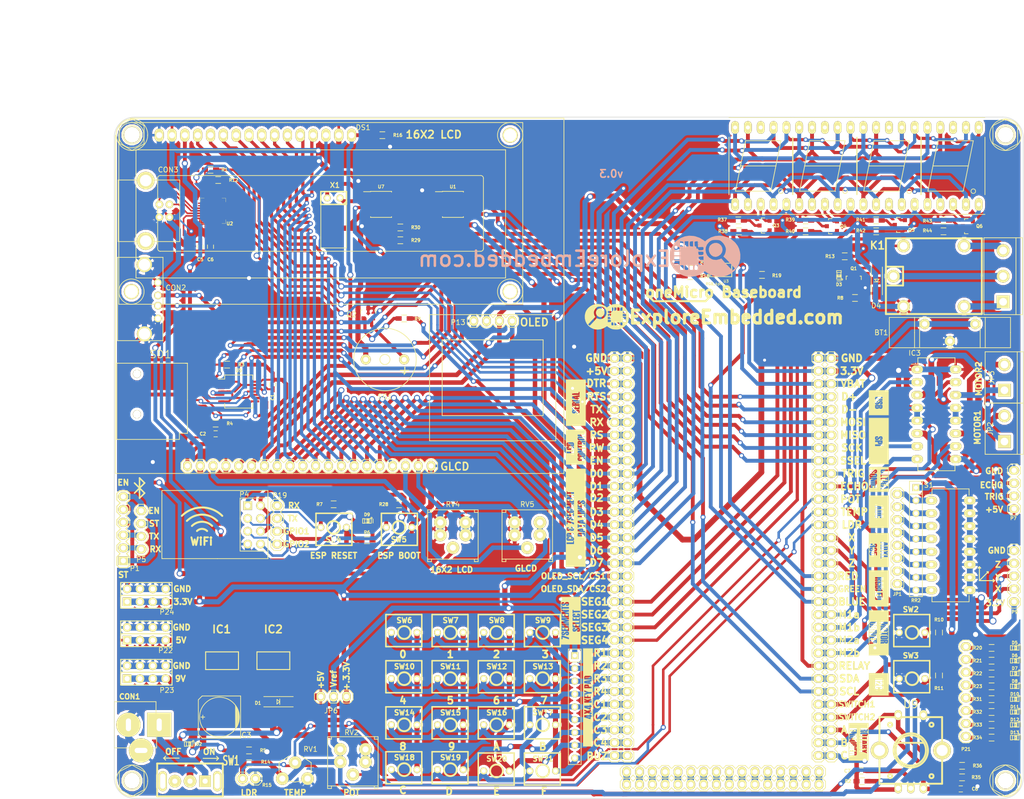
<source format=kicad_pcb>
(kicad_pcb (version 4) (host pcbnew "(2015-01-16 BZR 5376)-product")
  (layers (0 F.Cu signal) (31 B.Cu signal) (34 B.Paste user) (35 F.Paste user) (36 B.SilkS user) (37 F.SilkS user) (38 B.Mask user) (39 F.Mask user) (44 Edge.Cuts user))
  (net 0 "")
  (net 1 D4)
  (net 2 D3)
  (net 3 "Net-(AFF1-Pad3)")
  (net 4 D2)
  (net 5 D7)
  (net 6 D1)
  (net 7 D0)
  (net 8 D5)
  (net 9 D6)
  (net 10 +3.3VP)
  (net 11 GND)
  (net 12 9/12V)
  (net 13 +5V)
  (net 14 "Net-(C5-Pad1)")
  (net 15 "Net-(CON1-Pad1)")
  (net 16 D+)
  (net 17 D-)
  (net 18 "Net-(CON3-Pad2)")
  (net 19 "Net-(CON3-Pad3)")
  (net 20 "Net-(D2-Pad2)")
  (net 21 RLY)
  (net 22 "Net-(D3-Pad2)")
  (net 23 "Net-(D5-Pad1)")
  (net 24 "Net-(D6-Pad1)")
  (net 25 "Net-(D7-Pad1)")
  (net 26 "Net-(D8-Pad1)")
  (net 27 VO)
  (net 28 RS)
  (net 29 RW)
  (net 30 EN)
  (net 31 LEDK)
  (net 32 M1a)
  (net 33 /M1c)
  (net 34 /M1d)
  (net 35 M1b)
  (net 36 M2b)
  (net 37 /M2d)
  (net 38 /M2c)
  (net 39 M2a)
  (net 40 "Net-(JP1-Pad1)")
  (net 41 "Net-(K1-Pad2)")
  (net 42 "Net-(K1-Pad3)")
  (net 43 "Net-(K1-Pad4)")
  (net 44 DTR)
  (net 45 RTS)
  (net 46 TX)
  (net 47 RX)
  (net 48 W_TX)
  (net 49 W_RX)
  (net 50 MOSI)
  (net 51 MISO)
  (net 52 SCK)
  (net 53 SSEL)
  (net 54 CS1)
  (net 55 CS2)
  (net 56 Trig)
  (net 57 Echo)
  (net 58 TEMP)
  (net 59 LIGHT)
  (net 60 X)
  (net 61 Y)
  (net 62 Z)
  (net 63 B)
  (net 64 Buzzer)
  (net 65 S1)
  (net 66 S2)
  (net 67 EEP_SDA)
  (net 68 EEP_SCL)
  (net 69 "Net-(Q1-Pad1)")
  (net 70 "Net-(Q2-Pad1)")
  (net 71 "Net-(Q2-Pad2)")
  (net 72 "Net-(R3-Pad1)")
  (net 73 "Net-(R4-Pad1)")
  (net 74 "Net-(R17-Pad2)")
  (net 75 "Net-(R18-Pad2)")
  (net 76 "Net-(R19-Pad2)")
  (net 77 VO1)
  (net 78 VEE)
  (net 79 "Net-(AFF1-Pad8)")
  (net 80 "Net-(D9-Pad2)")
  (net 81 ESP_Boot)
  (net 82 ESP_RST)
  (net 83 "Net-(SD1-Pad9)")
  (net 84 "Net-(U2-Pad2)")
  (net 85 "Net-(U2-Pad1)")
  (net 86 "Net-(U2-Pad27)")
  (net 87 "Net-(U2-Pad23)")
  (net 88 "Net-(U2-Pad22)")
  (net 89 "Net-(U2-Pad21)")
  (net 90 "Net-(U2-Pad20)")
  (net 91 "Net-(U2-Pad19)")
  (net 92 "Net-(U2-Pad18)")
  (net 93 "Net-(U2-Pad17)")
  (net 94 "Net-(U2-Pad16)")
  (net 95 "Net-(U2-Pad15)")
  (net 96 "Net-(U2-Pad14)")
  (net 97 "Net-(U2-Pad13)")
  (net 98 "Net-(U2-Pad12)")
  (net 99 "Net-(U2-Pad11)")
  (net 100 "Net-(U2-Pad10)")
  (net 101 "Net-(U2-Pad9)")
  (net 102 "Net-(P17-Pad1)")
  (net 103 "Net-(P17-Pad2)")
  (net 104 "Net-(P17-Pad3)")
  (net 105 "Net-(P17-Pad4)")
  (net 106 "Net-(P17-Pad5)")
  (net 107 "Net-(P17-Pad6)")
  (net 108 "Net-(P17-Pad7)")
  (net 109 "Net-(P17-Pad8)")
  (net 110 "Net-(P17-Pad9)")
  (net 111 "Net-(P17-Pad10)")
  (net 112 "Net-(P17-Pad11)")
  (net 113 "Net-(P17-Pad12)")
  (net 114 "Net-(P17-Pad13)")
  (net 115 "Net-(P17-Pad14)")
  (net 116 "Net-(P17-Pad15)")
  (net 117 "Net-(P17-Pad16)")
  (net 118 "Net-(U7-Pad1)")
  (net 119 "Net-(U7-Pad2)")
  (net 120 "Net-(U7-Pad7)")
  (net 121 "Net-(SD1-Pad2)")
  (net 122 "Net-(SD1-Pad3)")
  (net 123 "Net-(SD1-Pad5)")
  (net 124 "Net-(AFF2-Pad3)")
  (net 125 "Net-(AFF2-Pad8)")
  (net 126 "Net-(AFF3-Pad3)")
  (net 127 "Net-(AFF3-Pad8)")
  (net 128 "Net-(AFF4-Pad3)")
  (net 129 "Net-(AFF4-Pad8)")
  (net 130 VBAT)
  (net 131 A)
  (net 132 "Net-(D10-Pad1)")
  (net 133 "Net-(D11-Pad1)")
  (net 134 "Net-(D12-Pad1)")
  (net 135 "Net-(D13-Pad1)")
  (net 136 "Net-(JP1-Pad2)")
  (net 137 Vref)
  (net 138 Seg1)
  (net 139 Seg2)
  (net 140 Seg3)
  (net 141 Seg4)
  (net 142 R1)
  (net 143 R2)
  (net 144 R3)
  (net 145 R4)
  (net 146 C1)
  (net 147 C2)
  (net 148 C3)
  (net 149 C4)
  (net 150 POT)
  (net 151 C)
  (net 152 "Net-(P21-Pad1)")
  (net 153 "Net-(P21-Pad2)")
  (net 154 "Net-(P21-Pad3)")
  (net 155 "Net-(P21-Pad4)")
  (net 156 "Net-(P21-Pad5)")
  (net 157 "Net-(P21-Pad6)")
  (net 158 "Net-(P21-Pad7)")
  (net 159 "Net-(P21-Pad8)")
  (net 160 "Net-(Q3-Pad1)")
  (net 161 "Net-(Q3-Pad3)")
  (net 162 "Net-(Q4-Pad1)")
  (net 163 "Net-(Q4-Pad3)")
  (net 164 "Net-(Q5-Pad1)")
  (net 165 "Net-(Q5-Pad3)")
  (net 166 "Net-(Q6-Pad1)")
  (net 167 "Net-(Q6-Pad3)")
  (net 168 "Net-(JP1-Pad8)")
  (net 169 "Net-(JP1-Pad7)")
  (net 170 "Net-(JP1-Pad6)")
  (net 171 "Net-(JP1-Pad5)")
  (net 172 "Net-(JP1-Pad4)")
  (net 173 "Net-(JP1-Pad3)")
  (net 174 "Net-(R1-Pad2)")
  (net 175 "Net-(R12-Pad2)")
  (net 176 Gpio2)
  (net 177 State)
  (net 178 B_RX)
  (net 179 B_TX)
  (net 180 EN/Key)
  (net 181 RED)
  (net 182 GREEN)
  (net 183 BLUE)
  (net 184 "Net-(U5-Pad2)")
  (net 185 "Net-(U5-Pad3)")
  (net 186 "Net-(D3-Pad1)")
  (module WRGB:sfh5712 (layer F.Cu) (at 160.7185 58.674 180)
    (fp_text reference U3 (at 0 -2 180) (layer F.SilkS) (effects (font (size 0.5 0.5) (thickness 0.1))))
    (fp_text value RGB_4pin (at 2.286 -2.54 180) (layer F.SilkS) (effects (font (size 0.5 0.5) (thickness 0.1))))
    (pad 1 smd rect (at -0.762 1.27 180) (size 1 0.9) (layers F.Cu F.Paste F.Mask) (net 10 +3.3VP))
    (pad 2 smd rect (at 2.794 1.27 180) (size 1 0.9) (layers F.Cu F.Paste F.Mask) (net 74 "Net-(R17-Pad2)"))
    (pad 4 smd rect (at 2.794 -0.8382 180) (size 1 0.9) (layers F.Cu F.Paste F.Mask) (net 75 "Net-(R18-Pad2)"))
    (pad 3 smd rect (at -0.775 -0.825 180) (size 1 0.9) (layers F.Cu F.Paste F.Mask) (net 76 "Net-(R19-Pad2)"))
  )
  (module Potentiometers:Potentiometer_Triwood_RM-065 (layer F.Cu) (at 72.8345 159.258)
    (fp_text reference RV1 (at 5.588 -5.842) (layer F.SilkS))
    (fp_text value POT hide)
    (pad 2 thru_hole circle (at 2.54 -3.175) (size 2.49936 2.49936) (drill 1.19888) (layers *.Cu *.Mask F.SilkS) (net 58 TEMP))
    (pad 3 thru_hole circle (at 4.99872 0) (size 2.49936 2.49936) (drill 1.19888) (layers *.Cu *.Mask F.SilkS) (net 11 GND))
    (pad 1 thru_hole circle (at 0 0) (size 2.49936 2.49936) (drill 1.19888) (layers *.Cu *.Mask F.SilkS) (net 137 Vref))
  )
  (module Display:WC1602A (layer F.Cu) (at 48.4505 31.75)
    (fp_text reference DS1 (at 40.386 -1.524) (layer F.SilkS))
    (fp_text value LCD-016N002L hide)
    (pad 1 thru_hole oval (at 0 0) (size 1.8 2.6) (drill 1.2) (layers *.Cu *.Mask F.SilkS) (net 11 GND))
    (pad 2 thru_hole oval (at 2.54 0) (size 1.8 2.6) (drill 1.2) (layers *.Cu *.Mask F.SilkS) (net 13 +5V))
    (pad 3 thru_hole oval (at 5.08 0) (size 1.8 2.6) (drill 1.2) (layers *.Cu *.Mask F.SilkS) (net 27 VO))
    (pad 4 thru_hole oval (at 7.62 0) (size 1.8 2.6) (drill 1.2) (layers *.Cu *.Mask F.SilkS) (net 28 RS))
    (pad 5 thru_hole oval (at 10.16 0) (size 1.8 2.6) (drill 1.2) (layers *.Cu *.Mask F.SilkS) (net 29 RW))
    (pad 6 thru_hole oval (at 12.7 0) (size 1.8 2.6) (drill 1.2) (layers *.Cu *.Mask F.SilkS) (net 30 EN))
    (pad 7 thru_hole oval (at 15.24 0) (size 1.8 2.6) (drill 1.2) (layers *.Cu *.Mask F.SilkS) (net 7 D0))
    (pad 8 thru_hole oval (at 17.78 0) (size 1.8 2.6) (drill 1.2) (layers *.Cu *.Mask F.SilkS) (net 6 D1))
    (pad 9 thru_hole oval (at 20.32 0) (size 1.8 2.6) (drill 1.2) (layers *.Cu *.Mask F.SilkS) (net 4 D2))
    (pad 10 thru_hole oval (at 22.86 0) (size 1.8 2.6) (drill 1.2) (layers *.Cu *.Mask F.SilkS) (net 2 D3))
    (pad 11 thru_hole oval (at 25.4 0) (size 1.8 2.6) (drill 1.2) (layers *.Cu *.Mask F.SilkS) (net 1 D4))
    (pad 12 thru_hole oval (at 27.94 0) (size 1.8 2.6) (drill 1.2) (layers *.Cu *.Mask F.SilkS) (net 8 D5))
    (pad 13 thru_hole oval (at 30.48 0) (size 1.8 2.6) (drill 1.2) (layers *.Cu *.Mask F.SilkS) (net 9 D6))
    (pad 14 thru_hole oval (at 33.02 0) (size 1.8 2.6) (drill 1.2) (layers *.Cu *.Mask F.SilkS) (net 5 D7))
    (pad 15 thru_hole oval (at 35.56 0) (size 1.8 2.6) (drill 1.2) (layers *.Cu *.Mask F.SilkS) (net 13 +5V))
    (pad 16 thru_hole oval (at 38.1 0) (size 1.8 2.6) (drill 1.2) (layers *.Cu *.Mask F.SilkS) (net 31 LEDK))
    (pad 0 thru_hole circle (at -5.4991 0) (size 3 3) (drill 2.5) (layers *.Cu *.Mask F.SilkS))
    (pad 0 thru_hole circle (at -5.4991 31.0007) (size 3 3) (drill 2.5) (layers *.Cu *.Mask F.SilkS))
    (pad 0 thru_hole circle (at 69.49948 31.0007) (size 3 3) (drill 2.5) (layers *.Cu *.Mask F.SilkS))
    (pad 0 thru_hole circle (at 69.49948 0) (size 3 3) (drill 2.5) (layers *.Cu *.Mask F.SilkS))
  )
  (module Pin_Headers:Pin_Header_Straight_1x20 (layer F.Cu) (at 102.2985 97.282 270)
    (fp_text reference U4 hide)
    (fp_text value LCD-jhd12864e-xl hide)
    (pad 1 thru_hole oval (at 0 0 270) (size 2.032 1.7272) (drill 1.016) (layers *.Cu *.Mask F.SilkS) (net 11 GND))
    (pad 2 thru_hole oval (at 0 2.54 270) (size 2.032 1.7272) (drill 1.016) (layers *.Cu *.Mask F.SilkS) (net 13 +5V))
    (pad 3 thru_hole oval (at 0 5.08 270) (size 2.032 1.7272) (drill 1.016) (layers *.Cu *.Mask F.SilkS) (net 77 VO1))
    (pad 4 thru_hole oval (at 0 7.62 270) (size 2.032 1.7272) (drill 1.016) (layers *.Cu *.Mask F.SilkS) (net 28 RS))
    (pad 5 thru_hole oval (at 0 10.16 270) (size 2.032 1.7272) (drill 1.016) (layers *.Cu *.Mask F.SilkS) (net 29 RW))
    (pad 6 thru_hole oval (at 0 12.7 270) (size 2.032 1.7272) (drill 1.016) (layers *.Cu *.Mask F.SilkS) (net 30 EN))
    (pad 7 thru_hole oval (at 0 15.24 270) (size 2.032 1.7272) (drill 1.016) (layers *.Cu *.Mask F.SilkS) (net 7 D0))
    (pad 8 thru_hole oval (at 0 17.78 270) (size 2.032 1.7272) (drill 1.016) (layers *.Cu *.Mask F.SilkS) (net 6 D1))
    (pad 9 thru_hole oval (at 0 20.32 270) (size 2.032 1.7272) (drill 1.016) (layers *.Cu *.Mask F.SilkS) (net 4 D2))
    (pad 10 thru_hole oval (at 0 22.86 270) (size 2.032 1.7272) (drill 1.016) (layers *.Cu *.Mask F.SilkS) (net 2 D3))
    (pad 11 thru_hole oval (at 0 25.4 270) (size 2.032 1.7272) (drill 1.016) (layers *.Cu *.Mask F.SilkS) (net 1 D4))
    (pad 12 thru_hole oval (at 0 27.94 270) (size 2.032 1.7272) (drill 1.016) (layers *.Cu *.Mask F.SilkS) (net 8 D5))
    (pad 13 thru_hole oval (at 0 30.48 270) (size 2.032 1.7272) (drill 1.016) (layers *.Cu *.Mask F.SilkS) (net 9 D6))
    (pad 14 thru_hole oval (at 0 33.02 270) (size 2.032 1.7272) (drill 1.016) (layers *.Cu *.Mask F.SilkS) (net 5 D7))
    (pad 15 thru_hole oval (at 0 35.56 270) (size 2.032 1.7272) (drill 1.016) (layers *.Cu *.Mask F.SilkS) (net 54 CS1))
    (pad 16 thru_hole oval (at 0 38.1 270) (size 2.032 1.7272) (drill 1.016) (layers *.Cu *.Mask F.SilkS) (net 55 CS2))
    (pad 17 thru_hole oval (at 0 40.64 270) (size 2.032 1.7272) (drill 1.016) (layers *.Cu *.Mask F.SilkS) (net 13 +5V))
    (pad 18 thru_hole oval (at 0 43.18 270) (size 2.032 1.7272) (drill 1.016) (layers *.Cu *.Mask F.SilkS) (net 78 VEE))
    (pad 19 thru_hole oval (at 0 45.72 270) (size 2.032 1.7272) (drill 1.016) (layers *.Cu *.Mask F.SilkS) (net 13 +5V))
    (pad 20 thru_hole oval (at 0 48.26 270) (size 2.032 1.7272) (drill 1.016) (layers *.Cu *.Mask F.SilkS) (net 31 LEDK))
  )
  (module EE:USB_B (layer F.Cu) (at 50.4825 48.006 180)
    (fp_text reference CON3 (at 0.254 9.398 180) (layer F.SilkS))
    (fp_text value USB-MICRO-B hide)
    (pad 2 thru_hole circle (at 0 2.54 90) (size 1.524 1.524) (drill 0.8128) (layers *.Cu *.Mask F.SilkS) (net 18 "Net-(CON3-Pad2)"))
    (pad 1 thru_hole circle (at 0 0 90) (size 1.524 1.524) (drill 0.8128) (layers *.Cu *.Mask F.SilkS) (net 13 +5V))
    (pad 4 thru_hole circle (at 1.99898 0 90) (size 1.524 1.524) (drill 0.8128) (layers *.Cu *.Mask F.SilkS) (net 11 GND))
    (pad 3 thru_hole circle (at 1.99898 2.54 90) (size 1.524 1.524) (drill 0.8128) (layers *.Cu *.Mask F.SilkS) (net 19 "Net-(CON3-Pad3)"))
    (pad "" thru_hole circle (at 4.699 7.26948 90) (size 3.5 3.5) (drill 2.30124) (layers *.Cu *.Mask F.SilkS))
    (pad "" thru_hole circle (at 4.699 -4.72948 90) (size 3.5 3.5) (drill 2.30124) (layers *.Cu *.Mask F.SilkS))
  )
  (module Pin_Headers:Pin_Header_Straight_1x04 (layer F.Cu) (at 71.8185 105.156)
    (fp_text reference P19 (at 0.508 -2.032) (layer F.SilkS))
    (fp_text value CONN_01X04 hide)
    (pad 1 thru_hole oval (at 0 0) (size 2.032 1.7272) (drill 1.016) (layers *.Cu *.Mask F.SilkS) (net 49 W_RX))
    (pad 2 thru_hole oval (at 0 2.54) (size 2.032 1.7272) (drill 1.016) (layers *.Cu *.Mask F.SilkS) (net 48 W_TX))
    (pad 3 thru_hole oval (at 0 5.08) (size 2.032 1.7272) (drill 1.016) (layers *.Cu *.Mask F.SilkS) (net 81 ESP_Boot))
    (pad 4 thru_hole oval (at 0 7.62) (size 2.032 1.7272) (drill 1.016) (layers *.Cu *.Mask F.SilkS) (net 176 Gpio2))
  )
  (module Pin_Headers:Pin_Header_Straight_1x08 (layer F.Cu) (at 194.6275 120.65 180)
    (fp_text reference JP1 (at 0 -2.032 180) (layer F.SilkS) (effects (font (size 0.635 0.635))))
    (fp_text value SWITCH_ARRAY hide)
    (pad 1 thru_hole oval (at 0 0 180) (size 2.032 1.7272) (drill 1.016) (layers *.Cu *.Mask F.SilkS) (net 40 "Net-(JP1-Pad1)"))
    (pad 2 thru_hole oval (at 0 2.54 180) (size 2.032 1.7272) (drill 1.016) (layers *.Cu *.Mask F.SilkS) (net 136 "Net-(JP1-Pad2)"))
    (pad 3 thru_hole oval (at 0 5.08 180) (size 2.032 1.7272) (drill 1.016) (layers *.Cu *.Mask F.SilkS) (net 173 "Net-(JP1-Pad3)"))
    (pad 4 thru_hole oval (at 0 7.62 180) (size 2.032 1.7272) (drill 1.016) (layers *.Cu *.Mask F.SilkS) (net 172 "Net-(JP1-Pad4)"))
    (pad 5 thru_hole oval (at 0 10.16 180) (size 2.032 1.7272) (drill 1.016) (layers *.Cu *.Mask F.SilkS) (net 171 "Net-(JP1-Pad5)"))
    (pad 6 thru_hole oval (at 0 12.7 180) (size 2.032 1.7272) (drill 1.016) (layers *.Cu *.Mask F.SilkS) (net 170 "Net-(JP1-Pad6)"))
    (pad 7 thru_hole oval (at 0 15.24 180) (size 2.032 1.7272) (drill 1.016) (layers *.Cu *.Mask F.SilkS) (net 169 "Net-(JP1-Pad7)"))
    (pad 8 thru_hole oval (at 0 17.78 180) (size 2.032 1.7272) (drill 1.016) (layers *.Cu *.Mask F.SilkS) (net 168 "Net-(JP1-Pad8)"))
  )
  (module Pin_Headers:Pin_Header_Straight_1x08 (layer F.Cu) (at 208.2165 150.876 180)
    (fp_text reference P21 (at 0 -2.54 180) (layer F.SilkS) (effects (font (size 0.635 0.635))))
    (fp_text value CONN_01X08 hide)
    (pad 1 thru_hole oval (at 0 0 180) (size 2.032 1.7272) (drill 1.016) (layers *.Cu *.Mask F.SilkS) (net 152 "Net-(P21-Pad1)"))
    (pad 2 thru_hole oval (at 0 2.54 180) (size 2.032 1.7272) (drill 1.016) (layers *.Cu *.Mask F.SilkS) (net 153 "Net-(P21-Pad2)"))
    (pad 3 thru_hole oval (at 0 5.08 180) (size 2.032 1.7272) (drill 1.016) (layers *.Cu *.Mask F.SilkS) (net 154 "Net-(P21-Pad3)"))
    (pad 4 thru_hole oval (at 0 7.62 180) (size 2.032 1.7272) (drill 1.016) (layers *.Cu *.Mask F.SilkS) (net 155 "Net-(P21-Pad4)"))
    (pad 5 thru_hole oval (at 0 10.16 180) (size 2.032 1.7272) (drill 1.016) (layers *.Cu *.Mask F.SilkS) (net 156 "Net-(P21-Pad5)"))
    (pad 6 thru_hole oval (at 0 12.7 180) (size 2.032 1.7272) (drill 1.016) (layers *.Cu *.Mask F.SilkS) (net 157 "Net-(P21-Pad6)"))
    (pad 7 thru_hole oval (at 0 15.24 180) (size 2.032 1.7272) (drill 1.016) (layers *.Cu *.Mask F.SilkS) (net 158 "Net-(P21-Pad7)"))
    (pad 8 thru_hole oval (at 0 17.78 180) (size 2.032 1.7272) (drill 1.016) (layers *.Cu *.Mask F.SilkS) (net 159 "Net-(P21-Pad8)"))
  )
  (module Pin_Headers:Pin_Header_Straight_1x32 (layer F.Cu) (at 138.6205 75.946)
    (fp_text reference P2 hide)
    (fp_text value CONN_01X32 hide)
    (pad 1 thru_hole oval (at 0 0) (size 2.032 1.7272) (drill 1.016) (layers *.Cu *.Mask F.SilkS) (net 11 GND))
    (pad 2 thru_hole oval (at 0 2.54) (size 2.032 1.7272) (drill 1.016) (layers *.Cu *.Mask F.SilkS) (net 13 +5V))
    (pad 3 thru_hole oval (at 0 5.08) (size 2.032 1.7272) (drill 1.016) (layers *.Cu *.Mask F.SilkS) (net 44 DTR))
    (pad 4 thru_hole oval (at 0 7.62) (size 2.032 1.7272) (drill 1.016) (layers *.Cu *.Mask F.SilkS) (net 45 RTS))
    (pad 5 thru_hole oval (at 0 10.16) (size 2.032 1.7272) (drill 1.016) (layers *.Cu *.Mask F.SilkS) (net 46 TX))
    (pad 6 thru_hole oval (at 0 12.7) (size 2.032 1.7272) (drill 1.016) (layers *.Cu *.Mask F.SilkS) (net 47 RX))
    (pad 7 thru_hole oval (at 0 15.24) (size 2.032 1.7272) (drill 1.016) (layers *.Cu *.Mask F.SilkS) (net 28 RS))
    (pad 8 thru_hole oval (at 0 17.78) (size 2.032 1.7272) (drill 1.016) (layers *.Cu *.Mask F.SilkS) (net 29 RW))
    (pad 9 thru_hole oval (at 0 20.32) (size 2.032 1.7272) (drill 1.016) (layers *.Cu *.Mask F.SilkS) (net 30 EN))
    (pad 10 thru_hole oval (at 0 22.86) (size 2.032 1.7272) (drill 1.016) (layers *.Cu *.Mask F.SilkS) (net 7 D0))
    (pad 11 thru_hole oval (at 0 25.4) (size 2.032 1.7272) (drill 1.016) (layers *.Cu *.Mask F.SilkS) (net 6 D1))
    (pad 12 thru_hole oval (at 0 27.94) (size 2.032 1.7272) (drill 1.016) (layers *.Cu *.Mask F.SilkS) (net 4 D2))
    (pad 13 thru_hole oval (at 0 30.48) (size 2.032 1.7272) (drill 1.016) (layers *.Cu *.Mask F.SilkS) (net 2 D3))
    (pad 14 thru_hole oval (at 0 33.02) (size 2.032 1.7272) (drill 1.016) (layers *.Cu *.Mask F.SilkS) (net 1 D4))
    (pad 15 thru_hole oval (at 0 35.56) (size 2.032 1.7272) (drill 1.016) (layers *.Cu *.Mask F.SilkS) (net 8 D5))
    (pad 16 thru_hole oval (at 0 38.1) (size 2.032 1.7272) (drill 1.016) (layers *.Cu *.Mask F.SilkS) (net 9 D6))
    (pad 17 thru_hole oval (at 0 40.64) (size 2.032 1.7272) (drill 1.016) (layers *.Cu *.Mask F.SilkS) (net 5 D7))
    (pad 18 thru_hole oval (at 0 43.18) (size 2.032 1.7272) (drill 1.016) (layers *.Cu *.Mask F.SilkS) (net 54 CS1))
    (pad 19 thru_hole oval (at 0 45.72) (size 2.032 1.7272) (drill 1.016) (layers *.Cu *.Mask F.SilkS) (net 55 CS2))
    (pad 20 thru_hole oval (at 0 48.26) (size 2.032 1.7272) (drill 1.016) (layers *.Cu *.Mask F.SilkS) (net 138 Seg1))
    (pad 21 thru_hole oval (at 0 50.8) (size 2.032 1.7272) (drill 1.016) (layers *.Cu *.Mask F.SilkS) (net 139 Seg2))
    (pad 22 thru_hole oval (at 0 53.34) (size 2.032 1.7272) (drill 1.016) (layers *.Cu *.Mask F.SilkS) (net 140 Seg3))
    (pad 23 thru_hole oval (at 0 55.88) (size 2.032 1.7272) (drill 1.016) (layers *.Cu *.Mask F.SilkS) (net 141 Seg4))
    (pad 24 thru_hole oval (at 0 58.42) (size 2.032 1.7272) (drill 1.016) (layers *.Cu *.Mask F.SilkS) (net 142 R1))
    (pad 25 thru_hole oval (at 0 60.96) (size 2.032 1.7272) (drill 1.016) (layers *.Cu *.Mask F.SilkS) (net 143 R2))
    (pad 26 thru_hole oval (at 0 63.5) (size 2.032 1.7272) (drill 1.016) (layers *.Cu *.Mask F.SilkS) (net 144 R3))
    (pad 27 thru_hole oval (at 0 66.04) (size 2.032 1.7272) (drill 1.016) (layers *.Cu *.Mask F.SilkS) (net 145 R4))
    (pad 28 thru_hole oval (at 0 68.58) (size 2.032 1.7272) (drill 1.016) (layers *.Cu *.Mask F.SilkS) (net 146 C1))
    (pad 29 thru_hole oval (at 0 71.12) (size 2.032 1.7272) (drill 1.016) (layers *.Cu *.Mask F.SilkS) (net 147 C2))
    (pad 30 thru_hole oval (at 0 73.66) (size 2.032 1.7272) (drill 1.016) (layers *.Cu *.Mask F.SilkS) (net 148 C3))
    (pad 31 thru_hole oval (at 0 76.2) (size 2.032 1.7272) (drill 1.016) (layers *.Cu *.Mask F.SilkS) (net 149 C4))
    (pad 32 thru_hole oval (at 0 78.74) (size 2.032 1.7272) (drill 1.016) (layers *.Cu *.Mask F.SilkS) (net 64 Buzzer))
  )
  (module Pin_Headers:Pin_Header_Straight_1x06 (layer F.Cu) (at 41.3385 116.078 180)
    (fp_text reference P1 (at -2.286 -1.524 180) (layer F.SilkS))
    (fp_text value CONN_01X06 hide)
    (pad 1 thru_hole rect (at 0 0 180) (size 2.032 1.7272) (drill 1.016) (layers *.Cu *.Mask F.SilkS) (net 177 State))
    (pad 2 thru_hole oval (at 0 2.54 180) (size 2.032 1.7272) (drill 1.016) (layers *.Cu *.Mask F.SilkS) (net 178 B_RX))
    (pad 3 thru_hole oval (at 0 5.08 180) (size 2.032 1.7272) (drill 1.016) (layers *.Cu *.Mask F.SilkS) (net 179 B_TX))
    (pad 4 thru_hole oval (at 0 7.62 180) (size 2.032 1.7272) (drill 1.016) (layers *.Cu *.Mask F.SilkS) (net 11 GND))
    (pad 5 thru_hole oval (at 0 10.16 180) (size 2.032 1.7272) (drill 1.016) (layers *.Cu *.Mask F.SilkS) (net 13 +5V))
    (pad 6 thru_hole oval (at 0 12.7 180) (size 2.032 1.7272) (drill 1.016) (layers *.Cu *.Mask F.SilkS) (net 180 EN/Key))
  )
  (module Pin_Headers:Pin_Header_Straight_2x04 (layer F.Cu) (at 42.1005 124.206 90)
    (fp_text reference P24 (at -2.032 7.874 180) (layer F.SilkS))
    (fp_text value CONN_02X04 hide)
    (pad 1 thru_hole rect (at 0 0 90) (size 1.7272 1.7272) (drill 1.016) (layers *.Cu *.Mask F.SilkS) (net 10 +3.3VP))
    (pad 2 thru_hole oval (at 2.54 0 90) (size 1.7272 1.7272) (drill 1.016) (layers *.Cu *.Mask F.SilkS) (net 11 GND))
    (pad 3 thru_hole oval (at 0 2.54 90) (size 1.7272 1.7272) (drill 1.016) (layers *.Cu *.Mask F.SilkS) (net 10 +3.3VP))
    (pad 4 thru_hole oval (at 2.54 2.54 90) (size 1.7272 1.7272) (drill 1.016) (layers *.Cu *.Mask F.SilkS) (net 11 GND))
    (pad 5 thru_hole oval (at 0 5.08 90) (size 1.7272 1.7272) (drill 1.016) (layers *.Cu *.Mask F.SilkS) (net 10 +3.3VP))
    (pad 6 thru_hole oval (at 2.54 5.08 90) (size 1.7272 1.7272) (drill 1.016) (layers *.Cu *.Mask F.SilkS) (net 11 GND))
    (pad 7 thru_hole oval (at 0 7.62 90) (size 1.7272 1.7272) (drill 1.016) (layers *.Cu *.Mask F.SilkS) (net 10 +3.3VP))
    (pad 8 thru_hole oval (at 2.54 7.62 90) (size 1.7272 1.7272) (drill 1.016) (layers *.Cu *.Mask F.SilkS) (net 11 GND))
  )
  (module Pin_Headers:Pin_Header_Straight_2x04 (layer F.Cu) (at 42.1005 131.826 90)
    (fp_text reference P22 (at -2.032 7.62 180) (layer F.SilkS))
    (fp_text value CONN_02X04 hide)
    (pad 1 thru_hole rect (at 0 0 90) (size 1.7272 1.7272) (drill 1.016) (layers *.Cu *.Mask F.SilkS) (net 13 +5V))
    (pad 2 thru_hole oval (at 2.54 0 90) (size 1.7272 1.7272) (drill 1.016) (layers *.Cu *.Mask F.SilkS) (net 11 GND))
    (pad 3 thru_hole oval (at 0 2.54 90) (size 1.7272 1.7272) (drill 1.016) (layers *.Cu *.Mask F.SilkS) (net 13 +5V))
    (pad 4 thru_hole oval (at 2.54 2.54 90) (size 1.7272 1.7272) (drill 1.016) (layers *.Cu *.Mask F.SilkS) (net 11 GND))
    (pad 5 thru_hole oval (at 0 5.08 90) (size 1.7272 1.7272) (drill 1.016) (layers *.Cu *.Mask F.SilkS) (net 13 +5V))
    (pad 6 thru_hole oval (at 2.54 5.08 90) (size 1.7272 1.7272) (drill 1.016) (layers *.Cu *.Mask F.SilkS) (net 11 GND))
    (pad 7 thru_hole oval (at 0 7.62 90) (size 1.7272 1.7272) (drill 1.016) (layers *.Cu *.Mask F.SilkS) (net 13 +5V))
    (pad 8 thru_hole oval (at 2.54 7.62 90) (size 1.7272 1.7272) (drill 1.016) (layers *.Cu *.Mask F.SilkS) (net 11 GND))
  )
  (module Pin_Headers:Pin_Header_Straight_2x04 (layer F.Cu) (at 42.1005 139.446 90)
    (fp_text reference P23 (at -2.286 7.874 180) (layer F.SilkS))
    (fp_text value CONN_02X04 hide)
    (pad 1 thru_hole rect (at 0 0 90) (size 1.7272 1.7272) (drill 1.016) (layers *.Cu *.Mask F.SilkS) (net 12 9/12V))
    (pad 2 thru_hole oval (at 2.54 0 90) (size 1.7272 1.7272) (drill 1.016) (layers *.Cu *.Mask F.SilkS) (net 11 GND))
    (pad 3 thru_hole oval (at 0 2.54 90) (size 1.7272 1.7272) (drill 1.016) (layers *.Cu *.Mask F.SilkS) (net 12 9/12V))
    (pad 4 thru_hole oval (at 2.54 2.54 90) (size 1.7272 1.7272) (drill 1.016) (layers *.Cu *.Mask F.SilkS) (net 11 GND))
    (pad 5 thru_hole oval (at 0 5.08 90) (size 1.7272 1.7272) (drill 1.016) (layers *.Cu *.Mask F.SilkS) (net 12 9/12V))
    (pad 6 thru_hole oval (at 2.54 5.08 90) (size 1.7272 1.7272) (drill 1.016) (layers *.Cu *.Mask F.SilkS) (net 11 GND))
    (pad 7 thru_hole oval (at 0 7.62 90) (size 1.7272 1.7272) (drill 1.016) (layers *.Cu *.Mask F.SilkS) (net 12 9/12V))
    (pad 8 thru_hole oval (at 2.54 7.62 90) (size 1.7272 1.7272) (drill 1.016) (layers *.Cu *.Mask F.SilkS) (net 11 GND))
  )
  (module Pin_Headers:Pin_Header_Straight_1x04 (layer F.Cu) (at 114.4905 67.31)
    (fp_text reference P13 (at -6.858 1.524) (layer F.SilkS))
    (fp_text value CONN_01X04 hide)
    (pad 1 thru_hole oval (at -3.75 1.25 90) (size 2.032 1.7272) (drill 1.016) (layers *.Cu *.Mask F.SilkS) (net 11 GND))
    (pad 2 thru_hole oval (at -1.21 1.25 90) (size 2.032 1.7272) (drill 1.016) (layers *.Cu *.Mask F.SilkS) (net 10 +3.3VP))
    (pad 3 thru_hole oval (at 1.33 1.25 90) (size 2.032 1.7272) (drill 1.016) (layers *.Cu *.Mask F.SilkS) (net 54 CS1))
    (pad 4 thru_hole oval (at 3.87 1.25 90) (size 2.032 1.7272) (drill 1.016) (layers *.Cu *.Mask F.SilkS) (net 55 CS2))
  )
  (module Pin_Headers:Pin_Header_Straight_1x03 (layer F.Cu) (at 80.4545 143.002 90)
    (fp_text reference JP6 (at -2.794 2.032 180) (layer F.SilkS))
    (fp_text value JUMPER3 hide)
    (pad 1 thru_hole oval (at 0 0 90) (size 2.032 1.7272) (drill 1.016) (layers *.Cu *.Mask F.SilkS) (net 13 +5V))
    (pad 2 thru_hole oval (at 0 2.54 90) (size 2.032 1.7272) (drill 1.016) (layers *.Cu *.Mask F.SilkS) (net 137 Vref))
    (pad 3 thru_hole oval (at 0 5.08 90) (size 2.032 1.7272) (drill 1.016) (layers *.Cu *.Mask F.SilkS) (net 10 +3.3VP))
  )
  (module Connect:USB_A (layer F.Cu) (at 48.1965 60.96 270)
    (fp_text reference CON2 (at 1.016 -3.556 360) (layer F.SilkS))
    (fp_text value USB-MICRO-B-RESCUE-ARM_Base_Board hide)
    (pad 4 thru_hole circle (at 7.11286 -0.00212 180) (size 1.50114 1.50114) (drill 1.00076) (layers *.Cu *.Mask F.SilkS) (net 11 GND))
    (pad 3 thru_hole circle (at 4.57286 -0.00212 180) (size 1.50114 1.50114) (drill 1.00076) (layers *.Cu *.Mask F.SilkS) (net 16 D+))
    (pad 2 thru_hole circle (at 2.54086 -0.00212 180) (size 1.50114 1.50114) (drill 1.00076) (layers *.Cu *.Mask F.SilkS) (net 17 D-))
    (pad 1 thru_hole circle (at 0.00086 -0.00212 180) (size 1.50114 1.50114) (drill 1.00076) (layers *.Cu *.Mask F.SilkS) (net 13 +5V))
    (pad 5 thru_hole circle (at 10.16086 2.66488 180) (size 2.99974 2.99974) (drill 2.30124) (layers *.Cu *.Mask F.SilkS) (net 11 GND))
    (pad 5 thru_hole circle (at -3.55514 2.66488 180) (size 2.99974 2.99974) (drill 2.30124) (layers *.Cu *.Mask F.SilkS) (net 11 GND))
  )
  (module Pin_Headers:Pin_Header_Straight_1x02 (layer F.Cu) (at 64.9605 159.258 90)
    (fp_text reference R15 (at -1.27 4.826 180) (layer F.SilkS) (effects (font (size 0.635 0.635))))
    (fp_text value Photores hide)
    (pad 1 thru_hole circle (at 0 0 90) (size 2.032 2.032) (drill 1.016) (layers *.Cu *.Mask F.SilkS) (net 59 LIGHT))
    (pad 2 thru_hole oval (at 0 2.54 90) (size 2.032 2.032) (drill 1.016) (layers *.Cu *.Mask F.SilkS) (net 11 GND))
  )
  (module Capacitors_SMD:c_elec_8x10 (layer F.Cu) (at 60.3885 147.066 180)
    (fp_text reference C3 (at -5.334 -3.556 180) (layer F.SilkS))
    (fp_text value 100uF/25V hide)
    (pad 1 smd rect (at 3.2512 0 180) (size 3.50012 2.4003) (layers F.Cu F.Paste F.Mask) (net 12 9/12V))
    (pad 2 smd rect (at -3.2512 0 180) (size 3.50012 2.4003) (layers F.Cu F.Paste F.Mask) (net 11 GND))
  )
  (module Pin_Headers:Pin_Header_Straight_1x05 (layer F.Cu) (at 217.7415 124.206 180)
    (fp_text reference P9 (at -0.127 -2.032 180) (layer F.SilkS) (effects (font (size 0.635 0.635))))
    (fp_text value CONN_01X05 hide)
    (pad 1 thru_hole oval (at 0 0 180) (size 2.032 1.7272) (drill 1.016) (layers *.Cu *.Mask F.SilkS) (net 10 +3.3VP))
    (pad 2 thru_hole oval (at 0 2.54 180) (size 2.032 1.7272) (drill 1.016) (layers *.Cu *.Mask F.SilkS) (net 60 X))
    (pad 3 thru_hole oval (at 0 5.08 180) (size 2.032 1.7272) (drill 1.016) (layers *.Cu *.Mask F.SilkS) (net 61 Y))
    (pad 4 thru_hole oval (at 0 7.62 180) (size 2.032 1.7272) (drill 1.016) (layers *.Cu *.Mask F.SilkS) (net 62 Z))
    (pad 5 thru_hole oval (at 0 10.16 180) (size 2.032 1.7272) (drill 1.016) (layers *.Cu *.Mask F.SilkS) (net 11 GND))
  )
  (module Pin_Headers:Pin_Header_Straight_1x04 (layer F.Cu) (at 217.7415 105.791 180)
    (fp_text reference P7 (at 0.127 -1.905 180) (layer F.SilkS) (effects (font (size 0.635 0.635))))
    (fp_text value CONN_01X04 hide)
    (pad 1 thru_hole oval (at 0 0 180) (size 2.032 1.7272) (drill 1.016) (layers *.Cu *.Mask F.SilkS) (net 13 +5V))
    (pad 2 thru_hole oval (at 0 2.54 180) (size 2.032 1.7272) (drill 1.016) (layers *.Cu *.Mask F.SilkS) (net 56 Trig))
    (pad 3 thru_hole oval (at 0 5.08 180) (size 2.032 1.7272) (drill 1.016) (layers *.Cu *.Mask F.SilkS) (net 57 Echo))
    (pad 4 thru_hole oval (at 0 7.62 180) (size 2.032 1.7272) (drill 1.016) (layers *.Cu *.Mask F.SilkS) (net 11 GND))
  )
  (module Pin_Headers:Pin_Header_Straight_1x04 (layer F.Cu) (at 44.8945 113.792 180)
    (fp_text reference P5 (at 0 -2.032 180) (layer F.SilkS))
    (fp_text value CONN_01X04 hide)
    (pad 1 thru_hole oval (at 0 0 180) (size 2.032 1.7272) (drill 1.016) (layers *.Cu *.Mask F.SilkS) (net 178 B_RX))
    (pad 2 thru_hole oval (at 0 2.54 180) (size 2.032 1.7272) (drill 1.016) (layers *.Cu *.Mask F.SilkS) (net 179 B_TX))
    (pad 3 thru_hole oval (at 0 5.08 180) (size 2.032 1.7272) (drill 1.016) (layers *.Cu *.Mask F.SilkS) (net 177 State))
    (pad 4 thru_hole oval (at 0 7.62 180) (size 2.032 1.7272) (drill 1.016) (layers *.Cu *.Mask F.SilkS) (net 180 EN/Key))
  )
  (module Pin_Headers:Pin_Header_Straight_1x16 (layer F.Cu) (at 141.0245 160.416 90)
    (fp_text reference P18 hide)
    (fp_text value CONN_01X16 hide)
    (pad 1 thru_hole oval (at 0 0 90) (size 2.032 1.7272) (drill 1.016) (layers *.Cu *.Mask F.SilkS) (net 102 "Net-(P17-Pad1)"))
    (pad 2 thru_hole oval (at 0 2.54 90) (size 2.032 1.7272) (drill 1.016) (layers *.Cu *.Mask F.SilkS) (net 103 "Net-(P17-Pad2)"))
    (pad 3 thru_hole oval (at 0 5.08 90) (size 2.032 1.7272) (drill 1.016) (layers *.Cu *.Mask F.SilkS) (net 104 "Net-(P17-Pad3)"))
    (pad 4 thru_hole oval (at 0 7.62 90) (size 2.032 1.7272) (drill 1.016) (layers *.Cu *.Mask F.SilkS) (net 105 "Net-(P17-Pad4)"))
    (pad 5 thru_hole oval (at 0 10.16 90) (size 2.032 1.7272) (drill 1.016) (layers *.Cu *.Mask F.SilkS) (net 106 "Net-(P17-Pad5)"))
    (pad 6 thru_hole oval (at 0 12.7 90) (size 2.032 1.7272) (drill 1.016) (layers *.Cu *.Mask F.SilkS) (net 107 "Net-(P17-Pad6)"))
    (pad 7 thru_hole oval (at 0 15.24 90) (size 2.032 1.7272) (drill 1.016) (layers *.Cu *.Mask F.SilkS) (net 108 "Net-(P17-Pad7)"))
    (pad 8 thru_hole oval (at 0 17.78 90) (size 2.032 1.7272) (drill 1.016) (layers *.Cu *.Mask F.SilkS) (net 109 "Net-(P17-Pad8)"))
    (pad 9 thru_hole oval (at 0 20.32 90) (size 2.032 1.7272) (drill 1.016) (layers *.Cu *.Mask F.SilkS) (net 110 "Net-(P17-Pad9)"))
    (pad 10 thru_hole oval (at 0 22.86 90) (size 2.032 1.7272) (drill 1.016) (layers *.Cu *.Mask F.SilkS) (net 111 "Net-(P17-Pad10)"))
    (pad 11 thru_hole oval (at 0 25.4 90) (size 2.032 1.7272) (drill 1.016) (layers *.Cu *.Mask F.SilkS) (net 112 "Net-(P17-Pad11)"))
    (pad 12 thru_hole oval (at 0 27.94 90) (size 2.032 1.7272) (drill 1.016) (layers *.Cu *.Mask F.SilkS) (net 113 "Net-(P17-Pad12)"))
    (pad 13 thru_hole oval (at 0 30.48 90) (size 2.032 1.7272) (drill 1.016) (layers *.Cu *.Mask F.SilkS) (net 114 "Net-(P17-Pad13)"))
    (pad 14 thru_hole oval (at 0 33.02 90) (size 2.032 1.7272) (drill 1.016) (layers *.Cu *.Mask F.SilkS) (net 115 "Net-(P17-Pad14)"))
    (pad 15 thru_hole oval (at 0 35.56 90) (size 2.032 1.7272) (drill 1.016) (layers *.Cu *.Mask F.SilkS) (net 116 "Net-(P17-Pad15)"))
    (pad 16 thru_hole oval (at 0 38.1 90) (size 2.032 1.7272) (drill 1.016) (layers *.Cu *.Mask F.SilkS) (net 117 "Net-(P17-Pad16)"))
  )
  (module Pin_Headers:Pin_Header_Straight_1x16 (layer F.Cu) (at 141.0245 157.916 90)
    (fp_text reference P17 hide)
    (fp_text value CONN_01X16 hide)
    (pad 1 thru_hole oval (at 0 0 90) (size 2.032 1.7272) (drill 1.016) (layers *.Cu *.Mask F.SilkS) (net 102 "Net-(P17-Pad1)"))
    (pad 2 thru_hole oval (at 0 2.54 90) (size 2.032 1.7272) (drill 1.016) (layers *.Cu *.Mask F.SilkS) (net 103 "Net-(P17-Pad2)"))
    (pad 3 thru_hole oval (at 0 5.08 90) (size 2.032 1.7272) (drill 1.016) (layers *.Cu *.Mask F.SilkS) (net 104 "Net-(P17-Pad3)"))
    (pad 4 thru_hole oval (at 0 7.62 90) (size 2.032 1.7272) (drill 1.016) (layers *.Cu *.Mask F.SilkS) (net 105 "Net-(P17-Pad4)"))
    (pad 5 thru_hole oval (at 0 10.16 90) (size 2.032 1.7272) (drill 1.016) (layers *.Cu *.Mask F.SilkS) (net 106 "Net-(P17-Pad5)"))
    (pad 6 thru_hole oval (at 0 12.7 90) (size 2.032 1.7272) (drill 1.016) (layers *.Cu *.Mask F.SilkS) (net 107 "Net-(P17-Pad6)"))
    (pad 7 thru_hole oval (at 0 15.24 90) (size 2.032 1.7272) (drill 1.016) (layers *.Cu *.Mask F.SilkS) (net 108 "Net-(P17-Pad7)"))
    (pad 8 thru_hole oval (at 0 17.78 90) (size 2.032 1.7272) (drill 1.016) (layers *.Cu *.Mask F.SilkS) (net 109 "Net-(P17-Pad8)"))
    (pad 9 thru_hole oval (at 0 20.32 90) (size 2.032 1.7272) (drill 1.016) (layers *.Cu *.Mask F.SilkS) (net 110 "Net-(P17-Pad9)"))
    (pad 10 thru_hole oval (at 0 22.86 90) (size 2.032 1.7272) (drill 1.016) (layers *.Cu *.Mask F.SilkS) (net 111 "Net-(P17-Pad10)"))
    (pad 11 thru_hole oval (at 0 25.4 90) (size 2.032 1.7272) (drill 1.016) (layers *.Cu *.Mask F.SilkS) (net 112 "Net-(P17-Pad11)"))
    (pad 12 thru_hole oval (at 0 27.94 90) (size 2.032 1.7272) (drill 1.016) (layers *.Cu *.Mask F.SilkS) (net 113 "Net-(P17-Pad12)"))
    (pad 13 thru_hole oval (at 0 30.48 90) (size 2.032 1.7272) (drill 1.016) (layers *.Cu *.Mask F.SilkS) (net 114 "Net-(P17-Pad13)"))
    (pad 14 thru_hole oval (at 0 33.02 90) (size 2.032 1.7272) (drill 1.016) (layers *.Cu *.Mask F.SilkS) (net 115 "Net-(P17-Pad14)"))
    (pad 15 thru_hole oval (at 0 35.56 90) (size 2.032 1.7272) (drill 1.016) (layers *.Cu *.Mask F.SilkS) (net 116 "Net-(P17-Pad15)"))
    (pad 16 thru_hole oval (at 0 38.1 90) (size 2.032 1.7272) (drill 1.016) (layers *.Cu *.Mask F.SilkS) (net 117 "Net-(P17-Pad16)"))
  )
  (module Pin_Headers:Pin_Header_Straight_1x32 (layer F.Cu) (at 181.5465 75.946)
    (fp_text reference P16 hide)
    (fp_text value CONN_01X32 hide)
    (pad 1 thru_hole oval (at 0 0) (size 2.032 1.7272) (drill 1.016) (layers *.Cu *.Mask F.SilkS) (net 11 GND))
    (pad 2 thru_hole oval (at 0 2.54) (size 2.032 1.7272) (drill 1.016) (layers *.Cu *.Mask F.SilkS) (net 10 +3.3VP))
    (pad 3 thru_hole oval (at 0 5.08) (size 2.032 1.7272) (drill 1.016) (layers *.Cu *.Mask F.SilkS) (net 130 VBAT))
    (pad 4 thru_hole oval (at 0 7.62) (size 2.032 1.7272) (drill 1.016) (layers *.Cu *.Mask F.SilkS) (net 16 D+))
    (pad 5 thru_hole oval (at 0 10.16) (size 2.032 1.7272) (drill 1.016) (layers *.Cu *.Mask F.SilkS) (net 17 D-))
    (pad 6 thru_hole oval (at 0 12.7) (size 2.032 1.7272) (drill 1.016) (layers *.Cu *.Mask F.SilkS) (net 50 MOSI))
    (pad 7 thru_hole oval (at 0 15.24) (size 2.032 1.7272) (drill 1.016) (layers *.Cu *.Mask F.SilkS) (net 51 MISO))
    (pad 8 thru_hole oval (at 0 17.78) (size 2.032 1.7272) (drill 1.016) (layers *.Cu *.Mask F.SilkS) (net 52 SCK))
    (pad 9 thru_hole oval (at 0 20.32) (size 2.032 1.7272) (drill 1.016) (layers *.Cu *.Mask F.SilkS) (net 53 SSEL))
    (pad 10 thru_hole oval (at 0 22.86) (size 2.032 1.7272) (drill 1.016) (layers *.Cu *.Mask F.SilkS) (net 56 Trig))
    (pad 11 thru_hole oval (at 0 25.4) (size 2.032 1.7272) (drill 1.016) (layers *.Cu *.Mask F.SilkS) (net 57 Echo))
    (pad 12 thru_hole oval (at 0 27.94) (size 2.032 1.7272) (drill 1.016) (layers *.Cu *.Mask F.SilkS) (net 150 POT))
    (pad 13 thru_hole oval (at 0 30.48) (size 2.032 1.7272) (drill 1.016) (layers *.Cu *.Mask F.SilkS) (net 58 TEMP))
    (pad 14 thru_hole oval (at 0 33.02) (size 2.032 1.7272) (drill 1.016) (layers *.Cu *.Mask F.SilkS) (net 59 LIGHT))
    (pad 15 thru_hole oval (at 0 35.56) (size 2.032 1.7272) (drill 1.016) (layers *.Cu *.Mask F.SilkS) (net 60 X))
    (pad 16 thru_hole oval (at 0 38.1) (size 2.032 1.7272) (drill 1.016) (layers *.Cu *.Mask F.SilkS) (net 61 Y))
    (pad 17 thru_hole oval (at 0 40.64) (size 2.032 1.7272) (drill 1.016) (layers *.Cu *.Mask F.SilkS) (net 62 Z))
    (pad 18 thru_hole oval (at 0 43.18) (size 2.032 1.7272) (drill 1.016) (layers *.Cu *.Mask F.SilkS) (net 181 RED))
    (pad 19 thru_hole oval (at 0 45.72) (size 2.032 1.7272) (drill 1.016) (layers *.Cu *.Mask F.SilkS) (net 182 GREEN))
    (pad 20 thru_hole oval (at 0 48.26) (size 2.032 1.7272) (drill 1.016) (layers *.Cu *.Mask F.SilkS) (net 183 BLUE))
    (pad 21 thru_hole oval (at 0 50.8) (size 2.032 1.7272) (drill 1.016) (layers *.Cu *.Mask F.SilkS) (net 32 M1a))
    (pad 22 thru_hole oval (at 0 53.34) (size 2.032 1.7272) (drill 1.016) (layers *.Cu *.Mask F.SilkS) (net 35 M1b))
    (pad 23 thru_hole oval (at 0 55.88) (size 2.032 1.7272) (drill 1.016) (layers *.Cu *.Mask F.SilkS) (net 39 M2a))
    (pad 24 thru_hole oval (at 0 58.42) (size 2.032 1.7272) (drill 1.016) (layers *.Cu *.Mask F.SilkS) (net 36 M2b))
    (pad 25 thru_hole oval (at 0 60.96) (size 2.032 1.7272) (drill 1.016) (layers *.Cu *.Mask F.SilkS) (net 21 RLY))
    (pad 26 thru_hole oval (at 0 63.5) (size 2.032 1.7272) (drill 1.016) (layers *.Cu *.Mask F.SilkS) (net 67 EEP_SDA))
    (pad 27 thru_hole oval (at 0 66.04) (size 2.032 1.7272) (drill 1.016) (layers *.Cu *.Mask F.SilkS) (net 68 EEP_SCL))
    (pad 28 thru_hole oval (at 0 68.58) (size 2.032 1.7272) (drill 1.016) (layers *.Cu *.Mask F.SilkS) (net 65 S1))
    (pad 29 thru_hole oval (at 0 71.12) (size 2.032 1.7272) (drill 1.016) (layers *.Cu *.Mask F.SilkS) (net 66 S2))
    (pad 30 thru_hole oval (at 0 73.66) (size 2.032 1.7272) (drill 1.016) (layers *.Cu *.Mask F.SilkS) (net 131 A))
    (pad 31 thru_hole oval (at 0 76.2) (size 2.032 1.7272) (drill 1.016) (layers *.Cu *.Mask F.SilkS) (net 63 B))
    (pad 32 thru_hole oval (at 0 78.74) (size 2.032 1.7272) (drill 1.016) (layers *.Cu *.Mask F.SilkS) (net 151 C))
  )
  (module Pin_Headers:Pin_Header_Straight_1x32 (layer F.Cu) (at 179.0065 75.946)
    (fp_text reference P3 hide)
    (fp_text value CONN_01X32 hide)
    (pad 1 thru_hole oval (at 0 0) (size 2.032 1.7272) (drill 1.016) (layers *.Cu *.Mask F.SilkS) (net 11 GND))
    (pad 2 thru_hole oval (at 0 2.54) (size 2.032 1.7272) (drill 1.016) (layers *.Cu *.Mask F.SilkS) (net 10 +3.3VP))
    (pad 3 thru_hole oval (at 0 5.08) (size 2.032 1.7272) (drill 1.016) (layers *.Cu *.Mask F.SilkS) (net 130 VBAT))
    (pad 4 thru_hole oval (at 0 7.62) (size 2.032 1.7272) (drill 1.016) (layers *.Cu *.Mask F.SilkS) (net 16 D+))
    (pad 5 thru_hole oval (at 0 10.16) (size 2.032 1.7272) (drill 1.016) (layers *.Cu *.Mask F.SilkS) (net 17 D-))
    (pad 6 thru_hole oval (at 0 12.7) (size 2.032 1.7272) (drill 1.016) (layers *.Cu *.Mask F.SilkS) (net 50 MOSI))
    (pad 7 thru_hole oval (at 0 15.24) (size 2.032 1.7272) (drill 1.016) (layers *.Cu *.Mask F.SilkS) (net 51 MISO))
    (pad 8 thru_hole oval (at 0 17.78) (size 2.032 1.7272) (drill 1.016) (layers *.Cu *.Mask F.SilkS) (net 52 SCK))
    (pad 9 thru_hole oval (at 0 20.32) (size 2.032 1.7272) (drill 1.016) (layers *.Cu *.Mask F.SilkS) (net 53 SSEL))
    (pad 10 thru_hole oval (at 0 22.86) (size 2.032 1.7272) (drill 1.016) (layers *.Cu *.Mask F.SilkS) (net 56 Trig))
    (pad 11 thru_hole oval (at 0 25.4) (size 2.032 1.7272) (drill 1.016) (layers *.Cu *.Mask F.SilkS) (net 57 Echo))
    (pad 12 thru_hole oval (at 0 27.94) (size 2.032 1.7272) (drill 1.016) (layers *.Cu *.Mask F.SilkS) (net 150 POT))
    (pad 13 thru_hole oval (at 0 30.48) (size 2.032 1.7272) (drill 1.016) (layers *.Cu *.Mask F.SilkS) (net 58 TEMP))
    (pad 14 thru_hole oval (at 0 33.02) (size 2.032 1.7272) (drill 1.016) (layers *.Cu *.Mask F.SilkS) (net 59 LIGHT))
    (pad 15 thru_hole oval (at 0 35.56) (size 2.032 1.7272) (drill 1.016) (layers *.Cu *.Mask F.SilkS) (net 60 X))
    (pad 16 thru_hole oval (at 0 38.1) (size 2.032 1.7272) (drill 1.016) (layers *.Cu *.Mask F.SilkS) (net 61 Y))
    (pad 17 thru_hole oval (at 0 40.64) (size 2.032 1.7272) (drill 1.016) (layers *.Cu *.Mask F.SilkS) (net 62 Z))
    (pad 18 thru_hole oval (at 0 43.18) (size 2.032 1.7272) (drill 1.016) (layers *.Cu *.Mask F.SilkS) (net 181 RED))
    (pad 19 thru_hole oval (at 0 45.72) (size 2.032 1.7272) (drill 1.016) (layers *.Cu *.Mask F.SilkS) (net 182 GREEN))
    (pad 20 thru_hole oval (at 0 48.26) (size 2.032 1.7272) (drill 1.016) (layers *.Cu *.Mask F.SilkS) (net 183 BLUE))
    (pad 21 thru_hole oval (at 0 50.8) (size 2.032 1.7272) (drill 1.016) (layers *.Cu *.Mask F.SilkS) (net 32 M1a))
    (pad 22 thru_hole oval (at 0 53.34) (size 2.032 1.7272) (drill 1.016) (layers *.Cu *.Mask F.SilkS) (net 35 M1b))
    (pad 23 thru_hole oval (at 0 55.88) (size 2.032 1.7272) (drill 1.016) (layers *.Cu *.Mask F.SilkS) (net 39 M2a))
    (pad 24 thru_hole oval (at 0 58.42) (size 2.032 1.7272) (drill 1.016) (layers *.Cu *.Mask F.SilkS) (net 36 M2b))
    (pad 25 thru_hole oval (at 0 60.96) (size 2.032 1.7272) (drill 1.016) (layers *.Cu *.Mask F.SilkS) (net 21 RLY))
    (pad 26 thru_hole oval (at 0 63.5) (size 2.032 1.7272) (drill 1.016) (layers *.Cu *.Mask F.SilkS) (net 67 EEP_SDA))
    (pad 27 thru_hole oval (at 0 66.04) (size 2.032 1.7272) (drill 1.016) (layers *.Cu *.Mask F.SilkS) (net 68 EEP_SCL))
    (pad 28 thru_hole oval (at 0 68.58) (size 2.032 1.7272) (drill 1.016) (layers *.Cu *.Mask F.SilkS) (net 65 S1))
    (pad 29 thru_hole oval (at 0 71.12) (size 2.032 1.7272) (drill 1.016) (layers *.Cu *.Mask F.SilkS) (net 66 S2))
    (pad 30 thru_hole oval (at 0 73.66) (size 2.032 1.7272) (drill 1.016) (layers *.Cu *.Mask F.SilkS) (net 131 A))
    (pad 31 thru_hole oval (at 0 76.2) (size 2.032 1.7272) (drill 1.016) (layers *.Cu *.Mask F.SilkS) (net 63 B))
    (pad 32 thru_hole oval (at 0 78.74) (size 2.032 1.7272) (drill 1.016) (layers *.Cu *.Mask F.SilkS) (net 151 C))
  )
  (module Pin_Headers:Pin_Header_Straight_1x32 (layer F.Cu) (at 141.1605 75.946)
    (fp_text reference P6 hide)
    (fp_text value CONN_01X32 hide)
    (pad 1 thru_hole oval (at 0 0) (size 2.032 1.7272) (drill 1.016) (layers *.Cu *.Mask F.SilkS) (net 11 GND))
    (pad 2 thru_hole oval (at 0 2.54) (size 2.032 1.7272) (drill 1.016) (layers *.Cu *.Mask F.SilkS) (net 13 +5V))
    (pad 3 thru_hole oval (at 0 5.08) (size 2.032 1.7272) (drill 1.016) (layers *.Cu *.Mask F.SilkS) (net 44 DTR))
    (pad 4 thru_hole oval (at 0 7.62) (size 2.032 1.7272) (drill 1.016) (layers *.Cu *.Mask F.SilkS) (net 45 RTS))
    (pad 5 thru_hole oval (at 0 10.16) (size 2.032 1.7272) (drill 1.016) (layers *.Cu *.Mask F.SilkS) (net 46 TX))
    (pad 6 thru_hole oval (at 0 12.7) (size 2.032 1.7272) (drill 1.016) (layers *.Cu *.Mask F.SilkS) (net 47 RX))
    (pad 7 thru_hole oval (at 0 15.24) (size 2.032 1.7272) (drill 1.016) (layers *.Cu *.Mask F.SilkS) (net 28 RS))
    (pad 8 thru_hole oval (at 0 17.78) (size 2.032 1.7272) (drill 1.016) (layers *.Cu *.Mask F.SilkS) (net 29 RW))
    (pad 9 thru_hole oval (at 0 20.32) (size 2.032 1.7272) (drill 1.016) (layers *.Cu *.Mask F.SilkS) (net 30 EN))
    (pad 10 thru_hole oval (at 0 22.86) (size 2.032 1.7272) (drill 1.016) (layers *.Cu *.Mask F.SilkS) (net 7 D0))
    (pad 11 thru_hole oval (at 0 25.4) (size 2.032 1.7272) (drill 1.016) (layers *.Cu *.Mask F.SilkS) (net 6 D1))
    (pad 12 thru_hole oval (at 0 27.94) (size 2.032 1.7272) (drill 1.016) (layers *.Cu *.Mask F.SilkS) (net 4 D2))
    (pad 13 thru_hole oval (at 0 30.48) (size 2.032 1.7272) (drill 1.016) (layers *.Cu *.Mask F.SilkS) (net 2 D3))
    (pad 14 thru_hole oval (at 0 33.02) (size 2.032 1.7272) (drill 1.016) (layers *.Cu *.Mask F.SilkS) (net 1 D4))
    (pad 15 thru_hole oval (at 0 35.56) (size 2.032 1.7272) (drill 1.016) (layers *.Cu *.Mask F.SilkS) (net 8 D5))
    (pad 16 thru_hole oval (at 0 38.1) (size 2.032 1.7272) (drill 1.016) (layers *.Cu *.Mask F.SilkS) (net 9 D6))
    (pad 17 thru_hole oval (at 0 40.64) (size 2.032 1.7272) (drill 1.016) (layers *.Cu *.Mask F.SilkS) (net 5 D7))
    (pad 18 thru_hole oval (at 0 43.18) (size 2.032 1.7272) (drill 1.016) (layers *.Cu *.Mask F.SilkS) (net 54 CS1))
    (pad 19 thru_hole oval (at 0 45.72) (size 2.032 1.7272) (drill 1.016) (layers *.Cu *.Mask F.SilkS) (net 55 CS2))
    (pad 20 thru_hole oval (at 0 48.26) (size 2.032 1.7272) (drill 1.016) (layers *.Cu *.Mask F.SilkS) (net 138 Seg1))
    (pad 21 thru_hole oval (at 0 50.8) (size 2.032 1.7272) (drill 1.016) (layers *.Cu *.Mask F.SilkS) (net 139 Seg2))
    (pad 22 thru_hole oval (at 0 53.34) (size 2.032 1.7272) (drill 1.016) (layers *.Cu *.Mask F.SilkS) (net 140 Seg3))
    (pad 23 thru_hole oval (at 0 55.88) (size 2.032 1.7272) (drill 1.016) (layers *.Cu *.Mask F.SilkS) (net 141 Seg4))
    (pad 24 thru_hole oval (at 0 58.42) (size 2.032 1.7272) (drill 1.016) (layers *.Cu *.Mask F.SilkS) (net 142 R1))
    (pad 25 thru_hole oval (at 0 60.96) (size 2.032 1.7272) (drill 1.016) (layers *.Cu *.Mask F.SilkS) (net 143 R2))
    (pad 26 thru_hole oval (at 0 63.5) (size 2.032 1.7272) (drill 1.016) (layers *.Cu *.Mask F.SilkS) (net 144 R3))
    (pad 27 thru_hole oval (at 0 66.04) (size 2.032 1.7272) (drill 1.016) (layers *.Cu *.Mask F.SilkS) (net 145 R4))
    (pad 28 thru_hole oval (at 0 68.58) (size 2.032 1.7272) (drill 1.016) (layers *.Cu *.Mask F.SilkS) (net 146 C1))
    (pad 29 thru_hole oval (at 0 71.12) (size 2.032 1.7272) (drill 1.016) (layers *.Cu *.Mask F.SilkS) (net 147 C2))
    (pad 30 thru_hole oval (at 0 73.66) (size 2.032 1.7272) (drill 1.016) (layers *.Cu *.Mask F.SilkS) (net 148 C3))
    (pad 31 thru_hole oval (at 0 76.2) (size 2.032 1.7272) (drill 1.016) (layers *.Cu *.Mask F.SilkS) (net 149 C4))
    (pad 32 thru_hole oval (at 0 78.74) (size 2.032 1.7272) (drill 1.016) (layers *.Cu *.Mask F.SilkS) (net 64 Buzzer))
  )
  (module Pin_Headers:Pin_Header_Straight_2x04 (layer F.Cu) (at 65.9765 105.156)
    (fp_text reference P4 (at -0.67 -2.24) (layer F.SilkS))
    (fp_text value CONN_02X04 hide)
    (pad 1 thru_hole rect (at 0 0) (size 1.7272 1.7272) (drill 1.016) (layers *.Cu *.Mask F.SilkS) (net 49 W_RX))
    (pad 2 thru_hole oval (at 2.54 0) (size 1.7272 1.7272) (drill 1.016) (layers *.Cu *.Mask F.SilkS) (net 10 +3.3VP))
    (pad 3 thru_hole oval (at 0 2.54) (size 1.7272 1.7272) (drill 1.016) (layers *.Cu *.Mask F.SilkS) (net 81 ESP_Boot))
    (pad 4 thru_hole oval (at 2.54 2.54) (size 1.7272 1.7272) (drill 1.016) (layers *.Cu *.Mask F.SilkS) (net 82 ESP_RST))
    (pad 5 thru_hole oval (at 0 5.08) (size 1.7272 1.7272) (drill 1.016) (layers *.Cu *.Mask F.SilkS) (net 176 Gpio2))
    (pad 6 thru_hole oval (at 2.54 5.08) (size 1.7272 1.7272) (drill 1.016) (layers *.Cu *.Mask F.SilkS) (net 10 +3.3VP))
    (pad 7 thru_hole oval (at 0 7.62) (size 1.7272 1.7272) (drill 1.016) (layers *.Cu *.Mask F.SilkS) (net 11 GND))
    (pad 8 thru_hole oval (at 2.54 7.62) (size 1.7272 1.7272) (drill 1.016) (layers *.Cu *.Mask F.SilkS) (net 48 W_TX))
  )
  (module EE:SPSPT_XL_NEW (layer F.Cu) (at 54.5465 159.766 180)
    (fp_text reference SW1 (at -8.128 4.064 180) (layer F.SilkS) (effects (font (size 1.7907 1.07696) (thickness 0.26924))))
    (fp_text value Power hide)
    (pad 1 thru_hole rect (at -3 0 180) (size 2.3 2.3) (drill 1.016) (layers *.Cu *.Mask F.SilkS) (net 15 "Net-(CON1-Pad1)"))
    (pad 2 thru_hole circle (at 0 0 180) (size 2.5 2.5) (drill 1.016) (layers *.Cu *.Mask F.SilkS) (net 12 9/12V))
    (pad 3 thru_hole circle (at 3 0 180) (size 2.5 2.5) (drill 1.016) (layers *.Cu *.Mask F.SilkS))
    (pad "" thru_hole oval (at 5.40004 0 180) (size 1.651 4) (drill oval 1.016 3) (layers *.Cu *.Mask F.SilkS))
    (pad "" thru_hole oval (at -5.40004 0 180) (size 1.651 4) (drill oval 1.016 3) (layers *.Cu *.Mask F.SilkS))
  )
  (module Displays_7-Segment:7SegmentLED_LTS6760_LTS6780 (layer F.Cu) (at 167.5765 37.846)
    (fp_text reference AFF1 hide)
    (fp_text value LTS-6960HR hide)
    (pad 1 thru_hole oval (at -5.08 7.62) (size 1.524 2.524) (drill 0.8) (layers *.Cu *.Mask F.SilkS) (net 1 D4))
    (pad 2 thru_hole oval (at -2.54 7.62) (size 1.524 2.524) (drill 0.8) (layers *.Cu *.Mask F.SilkS) (net 2 D3))
    (pad 3 thru_hole oval (at 0 7.62) (size 1.524 2.524) (drill 0.8) (layers *.Cu *.Mask F.SilkS) (net 3 "Net-(AFF1-Pad3)"))
    (pad 4 thru_hole oval (at 2.54 7.62) (size 1.524 2.524) (drill 0.8) (layers *.Cu *.Mask F.SilkS) (net 4 D2))
    (pad 5 thru_hole oval (at 5.08 7.62) (size 1.524 2.524) (drill 0.8) (layers *.Cu *.Mask F.SilkS) (net 5 D7))
    (pad 6 thru_hole oval (at 5.08 -7.62) (size 1.524 2.524) (drill 0.8) (layers *.Cu *.Mask F.SilkS) (net 6 D1))
    (pad 7 thru_hole oval (at 2.54 -7.62) (size 1.524 2.524) (drill 0.8) (layers *.Cu *.Mask F.SilkS) (net 7 D0))
    (pad 8 thru_hole oval (at 0 -7.62) (size 1.524 2.524) (drill 0.8) (layers *.Cu *.Mask F.SilkS) (net 79 "Net-(AFF1-Pad8)"))
    (pad 9 thru_hole oval (at -2.54 -7.62) (size 1.524 2.524) (drill 0.8) (layers *.Cu *.Mask F.SilkS) (net 8 D5))
    (pad 10 thru_hole oval (at -5.08 -7.62) (size 1.524 2.524) (drill 0.8) (layers *.Cu *.Mask F.SilkS) (net 9 D6))
  )
  (module Capacitors_SMD:C_0603_HandSoldering (layer F.Cu) (at 70.9295 81.153 90)
    (fp_text reference C1 (at -2.54 0 90) (layer F.SilkS) (effects (font (size 0.635 0.635))))
    (fp_text value 100nF hide)
    (pad 1 smd rect (at -0.95 0 90) (size 1.2 0.75) (layers F.Cu F.Paste F.Mask) (net 11 GND))
    (pad 2 smd rect (at 0.95 0 90) (size 1.2 0.75) (layers F.Cu F.Paste F.Mask) (net 10 +3.3VP))
  )
  (module Capacitors_SMD:C_0603_HandSoldering (layer F.Cu) (at 56.5785 53.848 270)
    (fp_text reference C5 (at 2.54 0 540) (layer F.SilkS) (effects (font (size 0.635 0.635))))
    (fp_text value 0.1uF hide)
    (pad 1 smd rect (at -0.95 0 270) (size 1.2 0.75) (layers F.Cu F.Paste F.Mask) (net 14 "Net-(C5-Pad1)"))
    (pad 2 smd rect (at 0.95 0 270) (size 1.2 0.75) (layers F.Cu F.Paste F.Mask) (net 11 GND))
  )
  (module Capacitors_SMD:C_0603_HandSoldering (layer F.Cu) (at 58.6105 53.848 270)
    (fp_text reference C6 (at 2.54 0 540) (layer F.SilkS) (effects (font (size 0.635 0.635))))
    (fp_text value 0.1uF hide)
    (pad 1 smd rect (at -0.95 0 270) (size 1.2 0.75) (layers F.Cu F.Paste F.Mask) (net 13 +5V))
    (pad 2 smd rect (at 0.95 0 270) (size 1.2 0.75) (layers F.Cu F.Paste F.Mask) (net 11 GND))
  )
  (module EE:DC_Jack (layer F.Cu) (at 42.3545 148.59)
    (fp_text reference CON1 (at 0.254 -5.588) (layer F.SilkS) (effects (font (size 1.016 1.016) (thickness 0.254))))
    (fp_text value BARREL_JACK hide)
    (pad 2 thru_hole circle (at 0 0) (size 4.8006 4.8006) (drill oval 1.016 2.54) (layers *.Cu *.Mask F.SilkS) (net 11 GND))
    (pad 1 thru_hole rect (at 6.096 0) (size 4.8006 4.8006) (drill oval 1.016 2.54) (layers *.Cu *.Mask F.SilkS) (net 15 "Net-(CON1-Pad1)"))
    (pad 3 thru_hole circle (at 2.5 5.08) (size 4.8006 4.8006) (drill oval 2.54 1.016) (layers *.Cu *.Mask F.SilkS) (net 11 GND))
  )
  (module EE:ZenerDiode_SMD_Small (layer F.Cu) (at 72.0725 144.018 180)
    (fp_text reference D1 (at 4.064 -0.254 360) (layer F.SilkS) (effects (font (size 0.635 0.635))))
    (fp_text value 1n4148 hide)
    (pad 2 smd rect (at -2.1 0 180) (size 1.8 1.8) (layers F.Cu F.Paste F.Mask) (net 13 +5V))
    (pad 1 smd rect (at 2.1 0 180) (size 1.8 1.8) (layers F.Cu F.Paste F.Mask) (net 10 +3.3VP))
  )
  (module EE:LED-0603_NEW (layer F.Cu) (at 54.2925 152.4)
    (fp_text reference D2 (at 2.032 0) (layer F.SilkS) (effects (font (size 0.6 0.6))))
    (fp_text value PWR hide)
    (pad 1 smd rect (at -0.7493 0) (size 0.79756 0.79756) (layers F.Cu F.Paste F.Mask) (net 10 +3.3VP))
    (pad 2 smd rect (at 0.7493 0) (size 0.79756 0.79756) (layers F.Cu F.Paste F.Mask) (net 20 "Net-(D2-Pad2)"))
  )
  (module EE:LED-0603_NEW (layer F.Cu) (at 183.0705 59.436 270)
    (fp_text reference D3 (at 1.905 0 540) (layer F.SilkS) (effects (font (size 0.6 0.6))))
    (fp_text value RL2 hide)
    (pad 1 smd rect (at -0.7493 0 270) (size 0.79756 0.79756) (layers F.Cu F.Paste F.Mask) (net 186 "Net-(D3-Pad1)"))
    (pad 2 smd rect (at 0.7493 0 270) (size 0.79756 0.79756) (layers F.Cu F.Paste F.Mask) (net 22 "Net-(D3-Pad2)"))
  )
  (module EE:LED-0603_NEW (layer F.Cu) (at 217.8685 133.35)
    (fp_text reference D5 (at 0 -1.016) (layer F.SilkS) (effects (font (size 0.6 0.6))))
    (fp_text value LED hide)
    (pad 1 smd rect (at -0.7493 0) (size 0.79756 0.79756) (layers F.Cu F.Paste F.Mask) (net 23 "Net-(D5-Pad1)"))
    (pad 2 smd rect (at 0.7493 0) (size 0.79756 0.79756) (layers F.Cu F.Paste F.Mask) (net 11 GND))
  )
  (module EE:LED-0603_NEW (layer F.Cu) (at 217.8685 135.89)
    (fp_text reference D6 (at 0 -1.016) (layer F.SilkS) (effects (font (size 0.6 0.6))))
    (fp_text value LED hide)
    (pad 1 smd rect (at -0.7493 0) (size 0.79756 0.79756) (layers F.Cu F.Paste F.Mask) (net 24 "Net-(D6-Pad1)"))
    (pad 2 smd rect (at 0.7493 0) (size 0.79756 0.79756) (layers F.Cu F.Paste F.Mask) (net 11 GND))
  )
  (module EE:LED-0603_NEW (layer F.Cu) (at 217.8685 138.43)
    (fp_text reference D7 (at 0 -1.016) (layer F.SilkS) (effects (font (size 0.6 0.6))))
    (fp_text value LED hide)
    (pad 1 smd rect (at -0.7493 0) (size 0.79756 0.79756) (layers F.Cu F.Paste F.Mask) (net 25 "Net-(D7-Pad1)"))
    (pad 2 smd rect (at 0.7493 0) (size 0.79756 0.79756) (layers F.Cu F.Paste F.Mask) (net 11 GND))
  )
  (module EE:LED-0603_NEW (layer F.Cu) (at 217.8685 140.97)
    (fp_text reference D8 (at 0 -1.016) (layer F.SilkS) (effects (font (size 0.6 0.6))))
    (fp_text value LED hide)
    (pad 1 smd rect (at -0.7493 0) (size 0.79756 0.79756) (layers F.Cu F.Paste F.Mask) (net 26 "Net-(D8-Pad1)"))
    (pad 2 smd rect (at 0.7493 0) (size 0.79756 0.79756) (layers F.Cu F.Paste F.Mask) (net 11 GND))
  )
  (module EE:lm1117_xl (layer F.Cu) (at 60.8965 135.89)
    (fp_text reference IC1 (at -0.09 -6.224) (layer F.SilkS) (effects (font (thickness 0.3048))))
    (fp_text value LM1117 hide)
    (pad 2 smd rect (at 0 2.75082) (size 1.00076 2.49936) (layers F.Cu F.Paste F.Mask) (net 13 +5V))
    (pad 3 smd rect (at 2.25044 2.75082) (size 1.00076 2.49936) (layers F.Cu F.Paste F.Mask) (net 12 9/12V))
    (pad 1 smd rect (at -2.25044 2.75082) (size 1.00076 2.49936) (layers F.Cu F.Paste F.Mask) (net 11 GND))
    (pad "" smd rect (at 0 -2.99974) (size 2.99974 2.49936) (layers F.Cu F.Paste F.Mask))
  )
  (module EE:lm1117_xl (layer F.Cu) (at 71.0565 135.89)
    (fp_text reference IC2 (at 0 -6.224) (layer F.SilkS) (effects (font (thickness 0.3048))))
    (fp_text value LM1117 hide)
    (pad 2 smd rect (at 0 2.75082) (size 1.00076 2.49936) (layers F.Cu F.Paste F.Mask) (net 10 +3.3VP))
    (pad 3 smd rect (at 2.25044 2.75082) (size 1.00076 2.49936) (layers F.Cu F.Paste F.Mask) (net 13 +5V))
    (pad 1 smd rect (at -2.25044 2.75082) (size 1.00076 2.49936) (layers F.Cu F.Paste F.Mask) (net 11 GND))
    (pad "" smd rect (at 0 -2.99974) (size 2.99974 2.49936) (layers F.Cu F.Paste F.Mask))
  )
  (module Housings_DIP:DIP-16_W7.62mm_LongPads (layer F.Cu) (at 198.5565 78.166)
    (fp_text reference IC3 (at -0.5 -3.236) (layer F.SilkS))
    (fp_text value L293D hide)
    (pad 1 thru_hole oval (at 0 0) (size 2.3 1.6) (drill 0.8) (layers *.Cu *.Mask F.SilkS) (net 13 +5V))
    (pad 2 thru_hole oval (at 0 2.54) (size 2.3 1.6) (drill 0.8) (layers *.Cu *.Mask F.SilkS) (net 32 M1a))
    (pad 3 thru_hole oval (at 0 5.08) (size 2.3 1.6) (drill 0.8) (layers *.Cu *.Mask F.SilkS) (net 33 /M1c))
    (pad 4 thru_hole oval (at 0 7.62) (size 2.3 1.6) (drill 0.8) (layers *.Cu *.Mask F.SilkS) (net 11 GND))
    (pad 5 thru_hole oval (at 0 10.16) (size 2.3 1.6) (drill 0.8) (layers *.Cu *.Mask F.SilkS) (net 11 GND))
    (pad 6 thru_hole oval (at 0 12.7) (size 2.3 1.6) (drill 0.8) (layers *.Cu *.Mask F.SilkS) (net 34 /M1d))
    (pad 7 thru_hole oval (at 0 15.24) (size 2.3 1.6) (drill 0.8) (layers *.Cu *.Mask F.SilkS) (net 35 M1b))
    (pad 8 thru_hole oval (at 0 17.78) (size 2.3 1.6) (drill 0.8) (layers *.Cu *.Mask F.SilkS) (net 12 9/12V))
    (pad 9 thru_hole oval (at 7.62 17.78) (size 2.3 1.6) (drill 0.8) (layers *.Cu *.Mask F.SilkS) (net 13 +5V))
    (pad 10 thru_hole oval (at 7.62 15.24) (size 2.3 1.6) (drill 0.8) (layers *.Cu *.Mask F.SilkS) (net 36 M2b))
    (pad 11 thru_hole oval (at 7.62 12.7) (size 2.3 1.6) (drill 0.8) (layers *.Cu *.Mask F.SilkS) (net 37 /M2d))
    (pad 12 thru_hole oval (at 7.62 10.16) (size 2.3 1.6) (drill 0.8) (layers *.Cu *.Mask F.SilkS) (net 11 GND))
    (pad 13 thru_hole oval (at 7.62 7.62) (size 2.3 1.6) (drill 0.8) (layers *.Cu *.Mask F.SilkS) (net 11 GND))
    (pad 14 thru_hole oval (at 7.62 5.08) (size 2.3 1.6) (drill 0.8) (layers *.Cu *.Mask F.SilkS) (net 38 /M2c))
    (pad 15 thru_hole oval (at 7.62 2.54) (size 2.3 1.6) (drill 0.8) (layers *.Cu *.Mask F.SilkS) (net 39 M2a))
    (pad 16 thru_hole oval (at 7.62 0) (size 2.3 1.6) (drill 0.8) (layers *.Cu *.Mask F.SilkS) (net 13 +5V))
  )
  (module Connect:bornier2 (layer F.Cu) (at 215.8365 89.916 90)
    (fp_text reference JP2 (at 0 -2.794 90) (layer F.SilkS))
    (fp_text value m1 hide)
    (pad 1 thru_hole rect (at -2.54 0 90) (size 2.54 2.54) (drill 1.524) (layers *.Cu *.Mask F.SilkS) (net 33 /M1c))
    (pad 2 thru_hole circle (at 2.54 0 90) (size 2.54 2.54) (drill 1.524) (layers *.Cu *.Mask F.SilkS) (net 34 /M1d))
  )
  (module Connect:bornier2 (layer F.Cu) (at 215.8365 79.756 90)
    (fp_text reference JP3 (at 0 -2.54 90) (layer F.SilkS))
    (fp_text value m1 hide)
    (pad 1 thru_hole rect (at -2.54 0 90) (size 2.54 2.54) (drill 1.524) (layers *.Cu *.Mask F.SilkS) (net 38 /M2c))
    (pad 2 thru_hole circle (at 2.54 0 90) (size 2.54 2.54) (drill 1.524) (layers *.Cu *.Mask F.SilkS) (net 37 /M2d))
  )
  (module EE:XL-RELAY-12 (layer F.Cu) (at 201.8665 59.69)
    (fp_text reference K1 (at -11.176 -6.096) (layer F.SilkS) (effects (font (thickness 0.3048))))
    (fp_text value RELAYPTH hide)
    (pad 1 thru_hole circle (at -5.99948 -5.99948) (size 2.54 2.54) (drill 1.524) (layers *.Cu *.Mask F.SilkS) (net 22 "Net-(D3-Pad2)"))
    (pad 2 thru_hole circle (at -8.001 0) (size 2.54 2.54) (drill 1.524) (layers *.Cu *.Mask F.SilkS) (net 41 "Net-(K1-Pad2)"))
    (pad 3 thru_hole circle (at 5.99948 -5.99948) (size 2.54 2.54) (drill 1.524) (layers *.Cu *.Mask F.SilkS) (net 42 "Net-(K1-Pad3)"))
    (pad 4 thru_hole circle (at 5.99948 5.99948) (size 2.54 2.54) (drill 1.524) (layers *.Cu *.Mask F.SilkS) (net 43 "Net-(K1-Pad4)"))
    (pad 5 thru_hole circle (at -5.99948 5.99948) (size 2.54 2.54) (drill 1.524) (layers *.Cu *.Mask F.SilkS) (net 13 +5V))
  )
  (module Connect:bornier3 (layer F.Cu) (at 215.5825 59.69 90)
    (fp_text reference P8 hide)
    (fp_text value CONN_01X03 hide)
    (pad 1 thru_hole rect (at -5.08 0 90) (size 2.54 2.54) (drill 1.524) (layers *.Cu *.Mask F.SilkS) (net 43 "Net-(K1-Pad4)"))
    (pad 2 thru_hole circle (at 0 0 90) (size 2.54 2.54) (drill 1.524) (layers *.Cu *.Mask F.SilkS) (net 41 "Net-(K1-Pad2)"))
    (pad 3 thru_hole circle (at 5.08 0 90) (size 2.54 2.54) (drill 1.524) (layers *.Cu *.Mask F.SilkS) (net 42 "Net-(K1-Pad3)"))
  )
  (module EE:M3_mounting (layer F.Cu) (at 216.0565 159.666)
    (fp_text reference P10 hide)
    (fp_text value CONN_01X01 hide)
    (pad "" np_thru_hole circle (at 0 0) (size 3.2 3.2) (drill 3) (layers *.Cu *.Mask F.SilkS))
  )
  (module EE:M3_mounting (layer F.Cu) (at 43.0565 31.666)
    (fp_text reference P11 hide)
    (fp_text value CONN_01X01 hide)
    (pad "" np_thru_hole circle (at 0 0) (size 3.2 3.2) (drill 3) (layers *.Cu *.Mask F.SilkS))
  )
  (module EE:M3_mounting (layer F.Cu) (at 43.0565 159.666)
    (fp_text reference P12 hide)
    (fp_text value CONN_01X01 hide)
    (pad "" np_thru_hole circle (at 0 0) (size 3.2 3.2) (drill 3) (layers *.Cu *.Mask F.SilkS))
  )
  (module EE:M3_mounting (layer F.Cu) (at 216.0565 31.666)
    (fp_text reference P14 hide)
    (fp_text value CONN_01X01 hide)
    (pad "" np_thru_hole circle (at 0 0) (size 3.2 3.2) (drill 3) (layers *.Cu *.Mask F.SilkS))
  )
  (module Resistors_SMD:R_0603_HandSoldering (layer F.Cu) (at 187.6425 159.766 180)
    (fp_text reference R2 (at 2.794 0 180) (layer F.SilkS) (effects (font (size 0.635 0.635))))
    (fp_text value 10K hide)
    (pad 1 smd rect (at -1.1 0 180) (size 1.2 0.9) (layers F.Cu F.Paste F.Mask) (net 137 Vref))
    (pad 2 smd rect (at 1.1 0 180) (size 1.2 0.9) (layers F.Cu F.Paste F.Mask) (net 131 A))
  )
  (module Resistors_SMD:R_0603_HandSoldering (layer F.Cu) (at 61.9125 77.216)
    (fp_text reference R3 (at 2.794 0) (layer F.SilkS) (effects (font (size 0.635 0.635))))
    (fp_text value 33K hide)
    (pad 1 smd rect (at -1.1 0) (size 1.2 0.9) (layers F.Cu F.Paste F.Mask) (net 72 "Net-(R3-Pad1)"))
    (pad 2 smd rect (at 1.1 0) (size 1.2 0.9) (layers F.Cu F.Paste F.Mask) (net 10 +3.3VP))
  )
  (module Resistors_SMD:R_0603_HandSoldering (layer F.Cu) (at 59.6265 88.9)
    (fp_text reference R4 (at 2.794 0) (layer F.SilkS) (effects (font (size 0.635 0.635))))
    (fp_text value 33K hide)
    (pad 1 smd rect (at -1.1 0) (size 1.2 0.9) (layers F.Cu F.Paste F.Mask) (net 73 "Net-(R4-Pad1)"))
    (pad 2 smd rect (at 1.1 0) (size 1.2 0.9) (layers F.Cu F.Paste F.Mask) (net 10 +3.3VP))
  )
  (module Resistors_SMD:R_0603_HandSoldering (layer F.Cu) (at 66.2305 153.67 180)
    (fp_text reference R5 (at -2.794 0 180) (layer F.SilkS) (effects (font (size 0.635 0.635))))
    (fp_text value 470E hide)
    (pad 1 smd rect (at -1.1 0 180) (size 1.2 0.9) (layers F.Cu F.Paste F.Mask) (net 11 GND))
    (pad 2 smd rect (at 1.1 0 180) (size 1.2 0.9) (layers F.Cu F.Paste F.Mask) (net 20 "Net-(D2-Pad2)"))
  )
  (module Resistors_SMD:R_0603_HandSoldering (layer F.Cu) (at 89.5985 112.014 180)
    (fp_text reference R6 (at 0 1.524 180) (layer F.SilkS) (effects (font (size 0.635 0.635))))
    (fp_text value 470E hide)
    (pad 1 smd rect (at -1.1 0 180) (size 1.2 0.9) (layers F.Cu F.Paste F.Mask) (net 80 "Net-(D9-Pad2)"))
    (pad 2 smd rect (at 1.1 0 180) (size 1.2 0.9) (layers F.Cu F.Paste F.Mask) (net 11 GND))
  )
  (module Resistors_SMD:R_0603_HandSoldering (layer F.Cu) (at 82.9945 104.902 180)
    (fp_text reference R7 (at 2.794 0 180) (layer F.SilkS) (effects (font (size 0.635 0.635))))
    (fp_text value 10K hide)
    (pad 1 smd rect (at -1.1 0 180) (size 1.2 0.9) (layers F.Cu F.Paste F.Mask) (net 10 +3.3VP))
    (pad 2 smd rect (at 1.1 0 180) (size 1.2 0.9) (layers F.Cu F.Paste F.Mask) (net 82 ESP_RST))
  )
  (module Resistors_SMD:R_0603_HandSoldering (layer F.Cu) (at 186.2455 64.008)
    (fp_text reference R8 (at -2.921 0) (layer F.SilkS) (effects (font (size 0.635 0.635))))
    (fp_text value 1K hide)
    (pad 1 smd rect (at -1.1 0) (size 1.2 0.9) (layers F.Cu F.Paste F.Mask) (net 21 RLY))
    (pad 2 smd rect (at 1.1 0) (size 1.2 0.9) (layers F.Cu F.Paste F.Mask) (net 69 "Net-(Q1-Pad1)"))
  )
  (module Resistors_SMD:R_0603_HandSoldering (layer F.Cu) (at 96.9645 68.072 180)
    (fp_text reference R9 (at -2.6755 -0.086 180) (layer F.SilkS) (effects (font (size 0.635 0.635))))
    (fp_text value 1K hide)
    (pad 1 smd rect (at -1.1 0 180) (size 1.2 0.9) (layers F.Cu F.Paste F.Mask) (net 64 Buzzer))
    (pad 2 smd rect (at 1.1 0 180) (size 1.2 0.9) (layers F.Cu F.Paste F.Mask) (net 70 "Net-(Q2-Pad1)"))
  )
  (module Resistors_SMD:R_0603_HandSoldering (layer F.Cu) (at 202.8825 130.302 90)
    (fp_text reference R10 (at 2.54 0 180) (layer F.SilkS) (effects (font (size 0.635 0.635))))
    (fp_text value 10K hide)
    (pad 1 smd rect (at -1.1 0 90) (size 1.2 0.9) (layers F.Cu F.Paste F.Mask) (net 137 Vref))
    (pad 2 smd rect (at 1.1 0 90) (size 1.2 0.9) (layers F.Cu F.Paste F.Mask) (net 65 S1))
  )
  (module Resistors_SMD:R_0603_HandSoldering (layer F.Cu) (at 202.8825 138.811 270)
    (fp_text reference R11 (at 2.54 0 360) (layer F.SilkS) (effects (font (size 0.635 0.635))))
    (fp_text value 10K hide)
    (pad 1 smd rect (at -1.1 0 270) (size 1.2 0.9) (layers F.Cu F.Paste F.Mask) (net 137 Vref))
    (pad 2 smd rect (at 1.1 0 270) (size 1.2 0.9) (layers F.Cu F.Paste F.Mask) (net 66 S2))
  )
  (module Resistors_SMD:R_0603_HandSoldering (layer F.Cu) (at 66.2305 156.21 180)
    (fp_text reference R14 (at -3.302 0.254 180) (layer F.SilkS) (effects (font (size 0.635 0.635))))
    (fp_text value 10k hide)
    (pad 1 smd rect (at -1.1 0 180) (size 1.2 0.9) (layers F.Cu F.Paste F.Mask) (net 137 Vref))
    (pad 2 smd rect (at 1.1 0 180) (size 1.2 0.9) (layers F.Cu F.Paste F.Mask) (net 59 LIGHT))
  )
  (module Resistors_SMD:R_0603_HandSoldering (layer F.Cu) (at 92.6465 31.75)
    (fp_text reference R16 (at 3.048 0) (layer F.SilkS) (effects (font (size 0.635 0.635))))
    (fp_text value 2.2K hide)
    (pad 1 smd rect (at -1.1 0) (size 1.2 0.9) (layers F.Cu F.Paste F.Mask) (net 31 LEDK))
    (pad 2 smd rect (at 1.1 0) (size 1.2 0.9) (layers F.Cu F.Paste F.Mask) (net 11 GND))
  )
  (module Resistors_SMD:R_0603_HandSoldering (layer F.Cu) (at 153.6065 56.896)
    (fp_text reference R17 (at 2.921 0) (layer F.SilkS) (effects (font (size 0.635 0.635))))
    (fp_text value 150E hide)
    (pad 1 smd rect (at -1.1 0) (size 1.2 0.9) (layers F.Cu F.Paste F.Mask) (net 181 RED))
    (pad 2 smd rect (at 1.1 0) (size 1.2 0.9) (layers F.Cu F.Paste F.Mask) (net 74 "Net-(R17-Pad2)"))
  )
  (module Resistors_SMD:R_0603_HandSoldering (layer F.Cu) (at 153.6065 59.69)
    (fp_text reference R18 (at 2.921 0) (layer F.SilkS) (effects (font (size 0.635 0.635))))
    (fp_text value 100E hide)
    (pad 1 smd rect (at -1.1 0) (size 1.2 0.9) (layers F.Cu F.Paste F.Mask) (net 182 GREEN))
    (pad 2 smd rect (at 1.1 0) (size 1.2 0.9) (layers F.Cu F.Paste F.Mask) (net 75 "Net-(R18-Pad2)"))
  )
  (module Resistors_SMD:R_0603_HandSoldering (layer F.Cu) (at 167.8305 59.436 180)
    (fp_text reference R19 (at -2.921 -0.127 180) (layer F.SilkS) (effects (font (size 0.635 0.635))))
    (fp_text value 100E hide)
    (pad 1 smd rect (at -1.1 0 180) (size 1.2 0.9) (layers F.Cu F.Paste F.Mask) (net 183 BLUE))
    (pad 2 smd rect (at 1.1 0 180) (size 1.2 0.9) (layers F.Cu F.Paste F.Mask) (net 76 "Net-(R19-Pad2)"))
  )
  (module Resistors_SMD:R_0603_HandSoldering (layer F.Cu) (at 213.2965 133.35)
    (fp_text reference R20 (at -2.794 0) (layer F.SilkS) (effects (font (size 0.635 0.635))))
    (fp_text value 470E hide)
    (pad 1 smd rect (at -1.1 0) (size 1.2 0.9) (layers F.Cu F.Paste F.Mask) (net 159 "Net-(P21-Pad8)"))
    (pad 2 smd rect (at 1.1 0) (size 1.2 0.9) (layers F.Cu F.Paste F.Mask) (net 23 "Net-(D5-Pad1)"))
  )
  (module Resistors_SMD:R_0603_HandSoldering (layer F.Cu) (at 213.2965 135.89)
    (fp_text reference R21 (at -2.794 0) (layer F.SilkS) (effects (font (size 0.635 0.635))))
    (fp_text value 470E hide)
    (pad 1 smd rect (at -1.1 0) (size 1.2 0.9) (layers F.Cu F.Paste F.Mask) (net 158 "Net-(P21-Pad7)"))
    (pad 2 smd rect (at 1.1 0) (size 1.2 0.9) (layers F.Cu F.Paste F.Mask) (net 24 "Net-(D6-Pad1)"))
  )
  (module Resistors_SMD:R_0603_HandSoldering (layer F.Cu) (at 213.2965 138.43)
    (fp_text reference R22 (at -2.794 0) (layer F.SilkS) (effects (font (size 0.635 0.635))))
    (fp_text value 470E hide)
    (pad 1 smd rect (at -1.1 0) (size 1.2 0.9) (layers F.Cu F.Paste F.Mask) (net 157 "Net-(P21-Pad6)"))
    (pad 2 smd rect (at 1.1 0) (size 1.2 0.9) (layers F.Cu F.Paste F.Mask) (net 25 "Net-(D7-Pad1)"))
  )
  (module Resistors_SMD:R_0603_HandSoldering (layer F.Cu) (at 213.2965 140.97)
    (fp_text reference R23 (at -2.794 0) (layer F.SilkS) (effects (font (size 0.635 0.635))))
    (fp_text value 470E hide)
    (pad 1 smd rect (at -1.1 0) (size 1.2 0.9) (layers F.Cu F.Paste F.Mask) (net 156 "Net-(P21-Pad5)"))
    (pad 2 smd rect (at 1.1 0) (size 1.2 0.9) (layers F.Cu F.Paste F.Mask) (net 26 "Net-(D8-Pad1)"))
  )
  (module EE:Micro_SD (layer F.Cu) (at 54.0385 82.042 270)
    (fp_text reference SD1 (at -6.858 5.334 360) (layer F.SilkS) (effects (font (size 1.5 1.5))))
    (fp_text value MICRO_SD hide)
    (pad 1 smd rect (at 4.4 -0.8 270) (size 0.7 1.5) (layers F.Cu F.Paste F.Mask) (net 73 "Net-(R4-Pad1)"))
    (pad 2 smd rect (at 3.3 -0.8 270) (size 0.7 1.5) (layers F.Cu F.Paste F.Mask) (net 121 "Net-(SD1-Pad2)"))
    (pad 3 smd rect (at 2.2 -0.8 270) (size 0.7 1.5) (layers F.Cu F.Paste F.Mask) (net 122 "Net-(SD1-Pad3)"))
    (pad 4 smd rect (at 1.1 -0.8 270) (size 0.7 1.5) (layers F.Cu F.Paste F.Mask) (net 10 +3.3VP))
    (pad 5 smd rect (at 0 -0.8 270) (size 0.7 1.5) (layers F.Cu F.Paste F.Mask) (net 123 "Net-(SD1-Pad5)"))
    (pad 6 smd rect (at -1.1 -0.8 270) (size 0.7 1.5) (layers F.Cu F.Paste F.Mask) (net 11 GND))
    (pad 7 smd rect (at -2.2 -0.8 270) (size 0.7 1.5) (layers F.Cu F.Paste F.Mask) (net 51 MISO))
    (pad 8 smd rect (at -3.3 -0.8 270) (size 0.7 1.5) (layers F.Cu F.Paste F.Mask) (net 72 "Net-(R3-Pad1)"))
    (pad 9 smd rect (at -4.4 -0.8 270) (size 0.7 1.5) (layers F.Cu F.Paste F.Mask) (net 83 "Net-(SD1-Pad9)"))
    (pad 10 smd rect (at -5.8 0.9 270) (size 1.5 1.5) (layers F.Cu F.Paste F.Mask) (net 11 GND))
    (pad 11 smd rect (at 9.6 0.8 270) (size 1.5 1.5) (layers F.Cu F.Paste F.Mask) (net 11 GND))
    (pad 12 smd rect (at -6 10 270) (size 2 2.5) (layers F.Cu F.Paste F.Mask) (net 11 GND))
    (pad 13 smd rect (at 11 10 270) (size 2 2.5) (layers F.Cu F.Paste F.Mask) (net 11 GND))
    (pad "" thru_hole circle (at -3 10 270) (size 1.6 1.6) (drill 1.5) (layers *.Cu *.Mask F.SilkS))
    (pad "" thru_hole circle (at 5 10 270) (size 1.6 1.6) (drill 1.5) (layers *.Cu *.Mask F.SilkS))
  )
  (module Buzzers_Beepers:Buzzer_12x9.5RM7.6 (layer F.Cu) (at 93.1545 76.2 180)
    (fp_text reference SG1 (at 0 -7.366 180) (layer F.SilkS))
    (fp_text value BUZZERPTH hide)
    (fp_text user + (at -3.81 -2.54 180) (layer F.SilkS))
    (pad 1 thru_hole circle (at -3.79984 0 180) (size 2 2) (drill 1.00076) (layers *.Cu *.Mask F.SilkS) (net 71 "Net-(Q2-Pad2)"))
    (pad 2 thru_hole circle (at 3.79984 0 180) (size 2 2) (drill 1.00076) (layers *.Cu *.Mask F.SilkS) (net 11 GND))
  )
  (module EE:cp2102_xl2 (layer F.Cu) (at 59.1185 46.736)
    (fp_text reference U2 (at 3.302 2.54) (layer F.SilkS) (effects (font (size 0.635 0.635) (thickness 0.15875))))
    (fp_text value CP2102 hide)
    (pad 7 smd rect (at -2.49936 1.50114) (size 1.00076 0.23114) (layers F.Cu F.Paste F.Mask) (net 13 +5V))
    (pad 6 smd rect (at -2.49936 1.00076) (size 1.00076 0.23114) (layers F.Cu F.Paste F.Mask) (net 14 "Net-(C5-Pad1)"))
    (pad 5 smd rect (at -2.49936 0.50038) (size 1.00076 0.23114) (layers F.Cu F.Paste F.Mask) (net 18 "Net-(CON3-Pad2)"))
    (pad 4 smd rect (at -2.49936 0) (size 1.00076 0.23114) (layers F.Cu F.Paste F.Mask) (net 19 "Net-(CON3-Pad3)"))
    (pad 3 smd rect (at -2.49936 -0.50038) (size 1.00076 0.23114) (layers F.Cu F.Paste F.Mask) (net 11 GND))
    (pad 2 smd rect (at -2.49936 -1.00076) (size 1.00076 0.23114) (layers F.Cu F.Paste F.Mask) (net 84 "Net-(U2-Pad2)"))
    (pad 1 smd rect (at -2.49936 -1.50114) (size 1.00076 0.23114) (layers F.Cu F.Paste F.Mask) (net 85 "Net-(U2-Pad1)"))
    (pad 28 smd rect (at -1.50114 -2.49936) (size 0.23114 1.00076) (layers F.Cu F.Paste F.Mask) (net 44 DTR))
    (pad 27 smd rect (at -1.00076 -2.49936) (size 0.23114 1.00076) (layers F.Cu F.Paste F.Mask) (net 86 "Net-(U2-Pad27)"))
    (pad 26 smd rect (at -0.50038 -2.49936) (size 0.23114 1.00076) (layers F.Cu F.Paste F.Mask) (net 174 "Net-(R1-Pad2)"))
    (pad 25 smd rect (at 0 -2.49936) (size 0.23114 1.00076) (layers F.Cu F.Paste F.Mask) (net 175 "Net-(R12-Pad2)"))
    (pad 24 smd rect (at 0.50038 -2.49936) (size 0.23114 1.00076) (layers F.Cu F.Paste F.Mask) (net 45 RTS))
    (pad 23 smd rect (at 1.00076 -2.49936) (size 0.23114 1.00076) (layers F.Cu F.Paste F.Mask) (net 87 "Net-(U2-Pad23)"))
    (pad 22 smd rect (at 1.50114 -2.49936) (size 0.23114 1.00076) (layers F.Cu F.Paste F.Mask) (net 88 "Net-(U2-Pad22)"))
    (pad 21 smd rect (at 2.49936 -1.50114) (size 1.00076 0.23114) (layers F.Cu F.Paste F.Mask) (net 89 "Net-(U2-Pad21)"))
    (pad 20 smd rect (at 2.49936 -1.00076) (size 1.00076 0.23114) (layers F.Cu F.Paste F.Mask) (net 90 "Net-(U2-Pad20)"))
    (pad 19 smd rect (at 2.49936 -0.50038) (size 1.00076 0.23114) (layers F.Cu F.Paste F.Mask) (net 91 "Net-(U2-Pad19)"))
    (pad 18 smd rect (at 2.49936 0) (size 1.00076 0.23114) (layers F.Cu F.Paste F.Mask) (net 92 "Net-(U2-Pad18)"))
    (pad 17 smd rect (at 2.49936 0.50038) (size 1.00076 0.23114) (layers F.Cu F.Paste F.Mask) (net 93 "Net-(U2-Pad17)"))
    (pad 16 smd rect (at 2.49936 1.00076) (size 1.00076 0.23114) (layers F.Cu F.Paste F.Mask) (net 94 "Net-(U2-Pad16)"))
    (pad 15 smd rect (at 2.49936 1.50114) (size 1.00076 0.23114) (layers F.Cu F.Paste F.Mask) (net 95 "Net-(U2-Pad15)"))
    (pad 14 smd rect (at 1.50114 2.49936) (size 0.23114 1.00076) (layers F.Cu F.Paste F.Mask) (net 96 "Net-(U2-Pad14)"))
    (pad 13 smd rect (at 1.00076 2.49936) (size 0.23114 1.00076) (layers F.Cu F.Paste F.Mask) (net 97 "Net-(U2-Pad13)"))
    (pad 12 smd rect (at 0.50038 2.49936) (size 0.23114 1.00076) (layers F.Cu F.Paste F.Mask) (net 98 "Net-(U2-Pad12)"))
    (pad 11 smd rect (at 0 2.49936) (size 0.23114 1.00076) (layers F.Cu F.Paste F.Mask) (net 99 "Net-(U2-Pad11)"))
    (pad 10 smd rect (at -0.50038 2.49936) (size 0.23114 1.00076) (layers F.Cu F.Paste F.Mask) (net 100 "Net-(U2-Pad10)"))
    (pad 9 smd rect (at -1.00076 2.49936) (size 0.23114 1.00076) (layers F.Cu F.Paste F.Mask) (net 101 "Net-(U2-Pad9)"))
    (pad 8 smd rect (at -1.50114 2.49936) (size 0.23114 1.00076) (layers F.Cu F.Paste F.Mask) (net 13 +5V))
    (pad 29 smd rect (at 0 0) (size 1.50114 1.50114) (layers F.Cu F.Paste F.Mask))
    (pad "" smd circle (at -2.25044 -2.25044) (size 0.29972 0.29972) (layers F.Cu F.Paste F.Mask))
  )
  (module EE:LED-0603_NEW (layer F.Cu) (at 89.5985 108.204)
    (fp_text reference D9 (at 0 -1.27 180) (layer F.SilkS) (effects (font (size 0.6 0.6))))
    (fp_text value ESPBoot hide)
    (pad 1 smd rect (at -0.7493 0) (size 0.79756 0.79756) (layers F.Cu F.Paste F.Mask) (net 176 Gpio2))
    (pad 2 smd rect (at 0.7493 0) (size 0.79756 0.79756) (layers F.Cu F.Paste F.Mask) (net 80 "Net-(D9-Pad2)"))
  )
  (module Resistors_SMD:R_0603_HandSoldering (layer F.Cu) (at 95.9485 104.902 180)
    (fp_text reference R28 (at 3.048 0 180) (layer F.SilkS) (effects (font (size 0.635 0.635))))
    (fp_text value 10K hide)
    (pad 1 smd rect (at -1.1 0 180) (size 1.2 0.9) (layers F.Cu F.Paste F.Mask) (net 10 +3.3VP))
    (pad 2 smd rect (at 1.1 0 180) (size 1.2 0.9) (layers F.Cu F.Paste F.Mask) (net 81 ESP_Boot))
  )
  (module "EE:VRT Cell holder" (layer F.Cu) (at 205.0415 70.866 90)
    (fp_text reference BT1 (at 0 -13.589 180) (layer F.SilkS))
    (fp_text value BATTERY hide)
    (pad 2 thru_hole circle (at -1.7 0 90) (size 2.032 2.032) (drill 1.05) (layers *.Cu *.Mask F.SilkS) (net 11 GND))
    (pad 1 thru_hole circle (at 1.7 -5 90) (size 2.032 2.032) (drill 1.05) (layers *.Cu *.Mask F.SilkS) (net 130 VBAT))
    (pad 1 thru_hole circle (at 1.7 5 90) (size 2.032 2.032) (drill 1.05) (layers *.Cu *.Mask F.SilkS) (net 130 VBAT))
  )
  (module EE:RTC_Crystal_1 (layer F.Cu) (at 82.9945 44.196 180)
    (fp_text reference X1 (at -0.254 2.54 180) (layer F.SilkS) (effects (font (size 1.016 1.016) (thickness 0.2032))))
    (fp_text value CRYSTAL_SMD hide)
    (pad 1 thru_hole circle (at -1.27 0 180) (size 1.397 1.397) (drill 0.8128) (layers *.Cu *.Mask F.SilkS) (net 119 "Net-(U7-Pad2)"))
    (pad 2 thru_hole circle (at 1.27 0 180) (size 1.397 1.397) (drill 0.8128) (layers *.Cu *.Mask F.SilkS) (net 118 "Net-(U7-Pad1)"))
    (pad 3 smd rect (at 0 -6 180) (size 3 5) (layers F.Cu F.Paste F.Mask) (net 11 GND))
  )
  (module Resistors_SMD:R_0603_HandSoldering (layer F.Cu) (at 96.2025 52.578)
    (fp_text reference R29 (at 3.048 0) (layer F.SilkS) (effects (font (size 0.635 0.635))))
    (fp_text value 10K hide)
    (pad 1 smd rect (at -1.1 0) (size 1.2 0.9) (layers F.Cu F.Paste F.Mask) (net 68 EEP_SCL))
    (pad 2 smd rect (at 1.1 0) (size 1.2 0.9) (layers F.Cu F.Paste F.Mask) (net 137 Vref))
  )
  (module Resistors_SMD:R_0603_HandSoldering (layer F.Cu) (at 96.2025 50.038)
    (fp_text reference R30 (at 3.048 0) (layer F.SilkS) (effects (font (size 0.635 0.635))))
    (fp_text value 10K hide)
    (pad 1 smd rect (at -1.1 0) (size 1.2 0.9) (layers F.Cu F.Paste F.Mask) (net 67 EEP_SDA))
    (pad 2 smd rect (at 1.1 0) (size 1.2 0.9) (layers F.Cu F.Paste F.Mask) (net 137 Vref))
  )
  (module Capacitors_SMD:C_0603_HandSoldering (layer F.Cu) (at 59.6265 90.932 180)
    (fp_text reference C2 (at 2.54 0 180) (layer F.SilkS) (effects (font (size 0.635 0.635))))
    (fp_text value 100nF hide)
    (pad 1 smd rect (at -0.95 0 180) (size 1.2 0.75) (layers F.Cu F.Paste F.Mask) (net 10 +3.3VP))
    (pad 2 smd rect (at 0.95 0 180) (size 1.2 0.75) (layers F.Cu F.Paste F.Mask) (net 11 GND))
  )
  (module Displays_7-Segment:7SegmentLED_LTS6760_LTS6780 (layer F.Cu) (at 180.2765 37.846)
    (fp_text reference AFF2 hide)
    (fp_text value LTS-6960HR hide)
    (pad 1 thru_hole oval (at -5.08 7.62) (size 1.524 2.524) (drill 0.8) (layers *.Cu *.Mask F.SilkS) (net 1 D4))
    (pad 2 thru_hole oval (at -2.54 7.62) (size 1.524 2.524) (drill 0.8) (layers *.Cu *.Mask F.SilkS) (net 2 D3))
    (pad 3 thru_hole oval (at 0 7.62) (size 1.524 2.524) (drill 0.8) (layers *.Cu *.Mask F.SilkS) (net 124 "Net-(AFF2-Pad3)"))
    (pad 4 thru_hole oval (at 2.54 7.62) (size 1.524 2.524) (drill 0.8) (layers *.Cu *.Mask F.SilkS) (net 4 D2))
    (pad 5 thru_hole oval (at 5.08 7.62) (size 1.524 2.524) (drill 0.8) (layers *.Cu *.Mask F.SilkS) (net 5 D7))
    (pad 6 thru_hole oval (at 5.08 -7.62) (size 1.524 2.524) (drill 0.8) (layers *.Cu *.Mask F.SilkS) (net 6 D1))
    (pad 7 thru_hole oval (at 2.54 -7.62) (size 1.524 2.524) (drill 0.8) (layers *.Cu *.Mask F.SilkS) (net 7 D0))
    (pad 8 thru_hole oval (at 0 -7.62) (size 1.524 2.524) (drill 0.8) (layers *.Cu *.Mask F.SilkS) (net 125 "Net-(AFF2-Pad8)"))
    (pad 9 thru_hole oval (at -2.54 -7.62) (size 1.524 2.524) (drill 0.8) (layers *.Cu *.Mask F.SilkS) (net 8 D5))
    (pad 10 thru_hole oval (at -5.08 -7.62) (size 1.524 2.524) (drill 0.8) (layers *.Cu *.Mask F.SilkS) (net 9 D6))
  )
  (module Displays_7-Segment:7SegmentLED_LTS6760_LTS6780 (layer F.Cu) (at 192.9765 37.846)
    (fp_text reference AFF3 hide)
    (fp_text value LTS-6960HR hide)
    (pad 1 thru_hole oval (at -5.08 7.62) (size 1.524 2.524) (drill 0.8) (layers *.Cu *.Mask F.SilkS) (net 1 D4))
    (pad 2 thru_hole oval (at -2.54 7.62) (size 1.524 2.524) (drill 0.8) (layers *.Cu *.Mask F.SilkS) (net 2 D3))
    (pad 3 thru_hole oval (at 0 7.62) (size 1.524 2.524) (drill 0.8) (layers *.Cu *.Mask F.SilkS) (net 126 "Net-(AFF3-Pad3)"))
    (pad 4 thru_hole oval (at 2.54 7.62) (size 1.524 2.524) (drill 0.8) (layers *.Cu *.Mask F.SilkS) (net 4 D2))
    (pad 5 thru_hole oval (at 5.08 7.62) (size 1.524 2.524) (drill 0.8) (layers *.Cu *.Mask F.SilkS) (net 5 D7))
    (pad 6 thru_hole oval (at 5.08 -7.62) (size 1.524 2.524) (drill 0.8) (layers *.Cu *.Mask F.SilkS) (net 6 D1))
    (pad 7 thru_hole oval (at 2.54 -7.62) (size 1.524 2.524) (drill 0.8) (layers *.Cu *.Mask F.SilkS) (net 7 D0))
    (pad 8 thru_hole oval (at 0 -7.62) (size 1.524 2.524) (drill 0.8) (layers *.Cu *.Mask F.SilkS) (net 127 "Net-(AFF3-Pad8)"))
    (pad 9 thru_hole oval (at -2.54 -7.62) (size 1.524 2.524) (drill 0.8) (layers *.Cu *.Mask F.SilkS) (net 8 D5))
    (pad 10 thru_hole oval (at -5.08 -7.62) (size 1.524 2.524) (drill 0.8) (layers *.Cu *.Mask F.SilkS) (net 9 D6))
  )
  (module Displays_7-Segment:7SegmentLED_LTS6760_LTS6780 (layer F.Cu) (at 205.6765 37.846)
    (fp_text reference AFF4 hide)
    (fp_text value LTS-6960HR hide)
    (pad 1 thru_hole oval (at -5.08 7.62) (size 1.524 2.524) (drill 0.8) (layers *.Cu *.Mask F.SilkS) (net 1 D4))
    (pad 2 thru_hole oval (at -2.54 7.62) (size 1.524 2.524) (drill 0.8) (layers *.Cu *.Mask F.SilkS) (net 2 D3))
    (pad 3 thru_hole oval (at 0 7.62) (size 1.524 2.524) (drill 0.8) (layers *.Cu *.Mask F.SilkS) (net 128 "Net-(AFF4-Pad3)"))
    (pad 4 thru_hole oval (at 2.54 7.62) (size 1.524 2.524) (drill 0.8) (layers *.Cu *.Mask F.SilkS) (net 4 D2))
    (pad 5 thru_hole oval (at 5.08 7.62) (size 1.524 2.524) (drill 0.8) (layers *.Cu *.Mask F.SilkS) (net 5 D7))
    (pad 6 thru_hole oval (at 5.08 -7.62) (size 1.524 2.524) (drill 0.8) (layers *.Cu *.Mask F.SilkS) (net 6 D1))
    (pad 7 thru_hole oval (at 2.54 -7.62) (size 1.524 2.524) (drill 0.8) (layers *.Cu *.Mask F.SilkS) (net 7 D0))
    (pad 8 thru_hole oval (at 0 -7.62) (size 1.524 2.524) (drill 0.8) (layers *.Cu *.Mask F.SilkS) (net 129 "Net-(AFF4-Pad8)"))
    (pad 9 thru_hole oval (at -2.54 -7.62) (size 1.524 2.524) (drill 0.8) (layers *.Cu *.Mask F.SilkS) (net 8 D5))
    (pad 10 thru_hole oval (at -5.08 -7.62) (size 1.524 2.524) (drill 0.8) (layers *.Cu *.Mask F.SilkS) (net 9 D6))
  )
  (module Capacitors_SMD:C_0603_HandSoldering (layer F.Cu) (at 187.5155 157.734)
    (fp_text reference C7 (at -2.794 0) (layer F.SilkS) (effects (font (size 0.635 0.635))))
    (fp_text value 0.1uF hide)
    (pad 1 smd rect (at -0.95 0) (size 1.2 0.75) (layers F.Cu F.Paste F.Mask) (net 131 A))
    (pad 2 smd rect (at 0.95 0) (size 1.2 0.75) (layers F.Cu F.Paste F.Mask) (net 11 GND))
  )
  (module Capacitors_SMD:C_0603_HandSoldering (layer F.Cu) (at 207.2005 161.29 180)
    (fp_text reference C8 (at -2.794 0 180) (layer F.SilkS) (effects (font (size 0.635 0.635))))
    (fp_text value 0.1uF hide)
    (pad 1 smd rect (at -0.95 0 180) (size 1.2 0.75) (layers F.Cu F.Paste F.Mask) (net 11 GND))
    (pad 2 smd rect (at 0.95 0 180) (size 1.2 0.75) (layers F.Cu F.Paste F.Mask) (net 63 B))
  )
  (module EE:LED-0603_NEW (layer F.Cu) (at 217.8685 143.51)
    (fp_text reference D10 (at 0 -1.016) (layer F.SilkS) (effects (font (size 0.6 0.6))))
    (fp_text value LED hide)
    (pad 1 smd rect (at -0.7493 0) (size 0.79756 0.79756) (layers F.Cu F.Paste F.Mask) (net 132 "Net-(D10-Pad1)"))
    (pad 2 smd rect (at 0.7493 0) (size 0.79756 0.79756) (layers F.Cu F.Paste F.Mask) (net 11 GND))
  )
  (module EE:LED-0603_NEW (layer F.Cu) (at 217.8685 146.05)
    (fp_text reference D11 (at 0 -1.016) (layer F.SilkS) (effects (font (size 0.6 0.6))))
    (fp_text value LED hide)
    (pad 1 smd rect (at -0.7493 0) (size 0.79756 0.79756) (layers F.Cu F.Paste F.Mask) (net 133 "Net-(D11-Pad1)"))
    (pad 2 smd rect (at 0.7493 0) (size 0.79756 0.79756) (layers F.Cu F.Paste F.Mask) (net 11 GND))
  )
  (module EE:LED-0603_NEW (layer F.Cu) (at 217.8685 148.59)
    (fp_text reference D12 (at 0 -1.016) (layer F.SilkS) (effects (font (size 0.6 0.6))))
    (fp_text value LED hide)
    (pad 1 smd rect (at -0.7493 0) (size 0.79756 0.79756) (layers F.Cu F.Paste F.Mask) (net 134 "Net-(D12-Pad1)"))
    (pad 2 smd rect (at 0.7493 0) (size 0.79756 0.79756) (layers F.Cu F.Paste F.Mask) (net 11 GND))
  )
  (module EE:LED-0603_NEW (layer F.Cu) (at 217.8685 151.13)
    (fp_text reference D13 (at 0 -1.016) (layer F.SilkS) (effects (font (size 0.6 0.6))))
    (fp_text value LED hide)
    (pad 1 smd rect (at -0.7493 0) (size 0.79756 0.79756) (layers F.Cu F.Paste F.Mask) (net 135 "Net-(D13-Pad1)"))
    (pad 2 smd rect (at 0.7493 0) (size 0.79756 0.79756) (layers F.Cu F.Paste F.Mask) (net 11 GND))
  )
  (module Logo_New:Logo_10 (layer F.Cu) (at 136.9695 67.691)
    (fp_text reference P15 hide)
    (fp_text value CONN_01X01 hide)
  )
  (module Resistors_SMD:R_0603_HandSoldering (layer F.Cu) (at 213.2965 143.51)
    (fp_text reference R31 (at -2.794 0) (layer F.SilkS) (effects (font (size 0.635 0.635))))
    (fp_text value 470E hide)
    (pad 1 smd rect (at -1.1 0) (size 1.2 0.9) (layers F.Cu F.Paste F.Mask) (net 155 "Net-(P21-Pad4)"))
    (pad 2 smd rect (at 1.1 0) (size 1.2 0.9) (layers F.Cu F.Paste F.Mask) (net 132 "Net-(D10-Pad1)"))
  )
  (module Resistors_SMD:R_0603_HandSoldering (layer F.Cu) (at 213.2965 146.05)
    (fp_text reference R32 (at -2.794 0) (layer F.SilkS) (effects (font (size 0.635 0.635))))
    (fp_text value 470E hide)
    (pad 1 smd rect (at -1.1 0) (size 1.2 0.9) (layers F.Cu F.Paste F.Mask) (net 154 "Net-(P21-Pad3)"))
    (pad 2 smd rect (at 1.1 0) (size 1.2 0.9) (layers F.Cu F.Paste F.Mask) (net 133 "Net-(D11-Pad1)"))
  )
  (module Resistors_SMD:R_0603_HandSoldering (layer F.Cu) (at 213.2965 148.59)
    (fp_text reference R33 (at -2.794 0) (layer F.SilkS) (effects (font (size 0.635 0.635))))
    (fp_text value 470E hide)
    (pad 1 smd rect (at -1.1 0) (size 1.2 0.9) (layers F.Cu F.Paste F.Mask) (net 153 "Net-(P21-Pad2)"))
    (pad 2 smd rect (at 1.1 0) (size 1.2 0.9) (layers F.Cu F.Paste F.Mask) (net 134 "Net-(D12-Pad1)"))
  )
  (module Resistors_SMD:R_0603_HandSoldering (layer F.Cu) (at 213.2965 151.13)
    (fp_text reference R34 (at -2.794 0) (layer F.SilkS) (effects (font (size 0.635 0.635))))
    (fp_text value 470E hide)
    (pad 1 smd rect (at -1.1 0) (size 1.2 0.9) (layers F.Cu F.Paste F.Mask) (net 152 "Net-(P21-Pad1)"))
    (pad 2 smd rect (at 1.1 0) (size 1.2 0.9) (layers F.Cu F.Paste F.Mask) (net 135 "Net-(D13-Pad1)"))
  )
  (module Resistors_SMD:R_0603_HandSoldering (layer F.Cu) (at 207.4545 159.004)
    (fp_text reference R35 (at 2.794 0) (layer F.SilkS) (effects (font (size 0.635 0.635))))
    (fp_text value 10K hide)
    (pad 1 smd rect (at -1.1 0) (size 1.2 0.9) (layers F.Cu F.Paste F.Mask) (net 63 B))
    (pad 2 smd rect (at 1.1 0) (size 1.2 0.9) (layers F.Cu F.Paste F.Mask) (net 137 Vref))
  )
  (module Resistors_SMD:R_0603_HandSoldering (layer F.Cu) (at 207.4545 156.718 180)
    (fp_text reference R36 (at -3.048 0 180) (layer F.SilkS) (effects (font (size 0.635 0.635))))
    (fp_text value 10K hide)
    (pad 1 smd rect (at -1.1 0 180) (size 1.2 0.9) (layers F.Cu F.Paste F.Mask) (net 137 Vref))
    (pad 2 smd rect (at 1.1 0 180) (size 1.2 0.9) (layers F.Cu F.Paste F.Mask) (net 151 C))
  )
  (module Resistors_SMD:R_0603_HandSoldering (layer F.Cu) (at 163.1315 48.641 180)
    (fp_text reference R37 (at 3.175 0.127 180) (layer F.SilkS) (effects (font (size 0.635 0.635))))
    (fp_text value 68 hide)
    (pad 1 smd rect (at -1.1 0 180) (size 1.2 0.9) (layers F.Cu F.Paste F.Mask) (net 161 "Net-(Q3-Pad3)"))
    (pad 2 smd rect (at 1.1 0 180) (size 1.2 0.9) (layers F.Cu F.Paste F.Mask) (net 13 +5V))
  )
  (module Resistors_SMD:R_0603_HandSoldering (layer F.Cu) (at 163.2585 50.8 180)
    (fp_text reference R38 (at 3.175 0 180) (layer F.SilkS) (effects (font (size 0.635 0.635))))
    (fp_text value 1K hide)
    (pad 1 smd rect (at -1.1 0 180) (size 1.2 0.9) (layers F.Cu F.Paste F.Mask) (net 160 "Net-(Q3-Pad1)"))
    (pad 2 smd rect (at 1.1 0 180) (size 1.2 0.9) (layers F.Cu F.Paste F.Mask) (net 138 Seg1))
  )
  (module Resistors_SMD:R_0603_HandSoldering (layer F.Cu) (at 176.4665 48.641 180)
    (fp_text reference R39 (at 3.048 0.127 180) (layer F.SilkS) (effects (font (size 0.635 0.635))))
    (fp_text value 68 hide)
    (pad 1 smd rect (at -1.1 0 180) (size 1.2 0.9) (layers F.Cu F.Paste F.Mask) (net 163 "Net-(Q4-Pad3)"))
    (pad 2 smd rect (at 1.1 0 180) (size 1.2 0.9) (layers F.Cu F.Paste F.Mask) (net 13 +5V))
  )
  (module Resistors_SMD:R_0603_HandSoldering (layer F.Cu) (at 176.4665 50.8 180)
    (fp_text reference R40 (at 3.048 0 180) (layer F.SilkS) (effects (font (size 0.635 0.635))))
    (fp_text value 1K hide)
    (pad 1 smd rect (at -1.1 0 180) (size 1.2 0.9) (layers F.Cu F.Paste F.Mask) (net 162 "Net-(Q4-Pad1)"))
    (pad 2 smd rect (at 1.1 0 180) (size 1.2 0.9) (layers F.Cu F.Paste F.Mask) (net 139 Seg2))
  )
  (module Resistors_SMD:R_0603_HandSoldering (layer F.Cu) (at 190.4365 48.641 180)
    (fp_text reference R41 (at 3.048 0.127 180) (layer F.SilkS) (effects (font (size 0.635 0.635))))
    (fp_text value 68 hide)
    (pad 1 smd rect (at -1.1 0 180) (size 1.2 0.9) (layers F.Cu F.Paste F.Mask) (net 165 "Net-(Q5-Pad3)"))
    (pad 2 smd rect (at 1.1 0 180) (size 1.2 0.9) (layers F.Cu F.Paste F.Mask) (net 13 +5V))
  )
  (module Resistors_SMD:R_0603_HandSoldering (layer F.Cu) (at 190.4365 50.8 180)
    (fp_text reference R42 (at 3.048 0.127 180) (layer F.SilkS) (effects (font (size 0.635 0.635))))
    (fp_text value 1K hide)
    (pad 1 smd rect (at -1.1 0 180) (size 1.2 0.9) (layers F.Cu F.Paste F.Mask) (net 164 "Net-(Q5-Pad1)"))
    (pad 2 smd rect (at 1.1 0 180) (size 1.2 0.9) (layers F.Cu F.Paste F.Mask) (net 140 Seg3))
  )
  (module Resistors_SMD:R_0603_HandSoldering (layer F.Cu) (at 203.7715 48.641 180)
    (fp_text reference R43 (at 3.175 -0.127 180) (layer F.SilkS) (effects (font (size 0.635 0.635))))
    (fp_text value 68 hide)
    (pad 1 smd rect (at -1.1 0 180) (size 1.2 0.9) (layers F.Cu F.Paste F.Mask) (net 167 "Net-(Q6-Pad3)"))
    (pad 2 smd rect (at 1.1 0 180) (size 1.2 0.9) (layers F.Cu F.Paste F.Mask) (net 13 +5V))
  )
  (module Resistors_SMD:R_0603_HandSoldering (layer F.Cu) (at 203.7715 50.8 180)
    (fp_text reference R44 (at 3.175 0.127 180) (layer F.SilkS) (effects (font (size 0.635 0.635))))
    (fp_text value 1K hide)
    (pad 1 smd rect (at -1.1 0 180) (size 1.2 0.9) (layers F.Cu F.Paste F.Mask) (net 166 "Net-(Q6-Pad1)"))
    (pad 2 smd rect (at 1.1 0 180) (size 1.2 0.9) (layers F.Cu F.Paste F.Mask) (net 141 Seg4))
  )
  (module Resistors_ThroughHole:Resistor_Array_SIP8 (layer F.Cu) (at 130.7465 145.034 270)
    (fp_text reference RR1 hide)
    (fp_text value RR8 hide)
    (pad 1 thru_hole rect (at -10.16 0 270) (size 1.397 1.397) (drill 0.8128) (layers *.Cu *.Mask F.SilkS) (net 137 Vref))
    (pad 2 thru_hole circle (at -7.62 0 270) (size 1.397 1.397) (drill 0.8128) (layers *.Cu *.Mask F.SilkS) (net 142 R1))
    (pad 3 thru_hole circle (at -5.08 0 270) (size 1.397 1.397) (drill 0.8128) (layers *.Cu *.Mask F.SilkS) (net 143 R2))
    (pad 4 thru_hole circle (at -2.54 0 270) (size 1.397 1.397) (drill 0.8128) (layers *.Cu *.Mask F.SilkS) (net 144 R3))
    (pad 5 thru_hole circle (at 0 0 270) (size 1.397 1.397) (drill 0.8128) (layers *.Cu *.Mask F.SilkS) (net 145 R4))
    (pad 6 thru_hole circle (at 2.54 0 270) (size 1.397 1.397) (drill 0.8128) (layers *.Cu *.Mask F.SilkS) (net 146 C1))
    (pad 7 thru_hole circle (at 5.08 0 270) (size 1.397 1.397) (drill 0.8128) (layers *.Cu *.Mask F.SilkS) (net 147 C2))
    (pad 8 thru_hole circle (at 7.62 0 270) (size 1.397 1.397) (drill 0.8128) (layers *.Cu *.Mask F.SilkS) (net 148 C3))
    (pad 9 thru_hole circle (at 10.16 0 270) (size 1.397 1.397) (drill 0.8128) (layers *.Cu *.Mask F.SilkS) (net 149 C4))
  )
  (module Resistors_ThroughHole:Resistor_Array_SIP8 (layer F.Cu) (at 198.3105 111.76 270)
    (fp_text reference RR2 (at 12.192 0 360) (layer F.SilkS) (effects (font (size 0.635 0.635))))
    (fp_text value RR8)
    (pad 1 thru_hole rect (at -10.16 0 270) (size 1.397 1.397) (drill 0.8128) (layers *.Cu *.Mask F.SilkS) (net 137 Vref))
    (pad 2 thru_hole circle (at -7.62 0 270) (size 1.397 1.397) (drill 0.8128) (layers *.Cu *.Mask F.SilkS) (net 168 "Net-(JP1-Pad8)"))
    (pad 3 thru_hole circle (at -5.08 0 270) (size 1.397 1.397) (drill 0.8128) (layers *.Cu *.Mask F.SilkS) (net 169 "Net-(JP1-Pad7)"))
    (pad 4 thru_hole circle (at -2.54 0 270) (size 1.397 1.397) (drill 0.8128) (layers *.Cu *.Mask F.SilkS) (net 170 "Net-(JP1-Pad6)"))
    (pad 5 thru_hole circle (at 0 0 270) (size 1.397 1.397) (drill 0.8128) (layers *.Cu *.Mask F.SilkS) (net 171 "Net-(JP1-Pad5)"))
    (pad 6 thru_hole circle (at 2.54 0 270) (size 1.397 1.397) (drill 0.8128) (layers *.Cu *.Mask F.SilkS) (net 172 "Net-(JP1-Pad4)"))
    (pad 7 thru_hole circle (at 5.08 0 270) (size 1.397 1.397) (drill 0.8128) (layers *.Cu *.Mask F.SilkS) (net 173 "Net-(JP1-Pad3)"))
    (pad 8 thru_hole circle (at 7.62 0 270) (size 1.397 1.397) (drill 0.8128) (layers *.Cu *.Mask F.SilkS) (net 136 "Net-(JP1-Pad2)"))
    (pad 9 thru_hole circle (at 10.16 0 270) (size 1.397 1.397) (drill 0.8128) (layers *.Cu *.Mask F.SilkS) (net 40 "Net-(JP1-Pad1)"))
  )
  (module Housings_DIP:DIP-16_W7.62mm_LongPads (layer F.Cu) (at 201.3585 104.14)
    (fp_text reference S1 (at -0.508 -3.048) (layer F.SilkS))
    (fp_text value SW_DIP-8 hide)
    (pad 1 thru_hole oval (at 0 0) (size 2.3 1.6) (drill 0.8) (layers *.Cu *.Mask F.SilkS) (net 168 "Net-(JP1-Pad8)"))
    (pad 2 thru_hole oval (at 0 2.54) (size 2.3 1.6) (drill 0.8) (layers *.Cu *.Mask F.SilkS) (net 169 "Net-(JP1-Pad7)"))
    (pad 3 thru_hole oval (at 0 5.08) (size 2.3 1.6) (drill 0.8) (layers *.Cu *.Mask F.SilkS) (net 170 "Net-(JP1-Pad6)"))
    (pad 4 thru_hole oval (at 0 7.62) (size 2.3 1.6) (drill 0.8) (layers *.Cu *.Mask F.SilkS) (net 171 "Net-(JP1-Pad5)"))
    (pad 5 thru_hole oval (at 0 10.16) (size 2.3 1.6) (drill 0.8) (layers *.Cu *.Mask F.SilkS) (net 172 "Net-(JP1-Pad4)"))
    (pad 6 thru_hole oval (at 0 12.7) (size 2.3 1.6) (drill 0.8) (layers *.Cu *.Mask F.SilkS) (net 173 "Net-(JP1-Pad3)"))
    (pad 7 thru_hole oval (at 0 15.24) (size 2.3 1.6) (drill 0.8) (layers *.Cu *.Mask F.SilkS) (net 136 "Net-(JP1-Pad2)"))
    (pad 8 thru_hole oval (at 0 17.78) (size 2.3 1.6) (drill 0.8) (layers *.Cu *.Mask F.SilkS) (net 40 "Net-(JP1-Pad1)"))
    (pad 9 thru_hole oval (at 7.62 17.78) (size 2.3 1.6) (drill 0.8) (layers *.Cu *.Mask F.SilkS) (net 11 GND))
    (pad 10 thru_hole oval (at 7.62 15.24) (size 2.3 1.6) (drill 0.8) (layers *.Cu *.Mask F.SilkS) (net 11 GND))
    (pad 11 thru_hole oval (at 7.62 12.7) (size 2.3 1.6) (drill 0.8) (layers *.Cu *.Mask F.SilkS) (net 11 GND))
    (pad 12 thru_hole oval (at 7.62 10.16) (size 2.3 1.6) (drill 0.8) (layers *.Cu *.Mask F.SilkS) (net 11 GND))
    (pad 13 thru_hole oval (at 7.62 7.62) (size 2.3 1.6) (drill 0.8) (layers *.Cu *.Mask F.SilkS) (net 11 GND))
    (pad 14 thru_hole oval (at 7.62 5.08) (size 2.3 1.6) (drill 0.8) (layers *.Cu *.Mask F.SilkS) (net 11 GND))
    (pad 15 thru_hole oval (at 7.62 2.54) (size 2.3 1.6) (drill 0.8) (layers *.Cu *.Mask F.SilkS) (net 11 GND))
    (pad 16 thru_hole oval (at 7.62 0) (size 2.3 1.6) (drill 0.8) (layers *.Cu *.Mask F.SilkS) (net 11 GND))
  )
  (module Rotary_Encoder:encoder_alps-ec12d (layer F.Cu) (at 197.2945 153.67)
    (fp_text reference U9 (at 0 -9.144) (layer F.SilkS) (effects (font (size 1.50114 1.50114) (thickness 0.20066))))
    (fp_text value Rotary_Encoder hide)
    (pad 1 thru_hole oval (at -2.49936 7.50062) (size 1.50114 1.99898) (drill 1.00076) (layers *.Cu *.Mask F.SilkS) (net 131 A))
    (pad 2 thru_hole oval (at 0 7.50062) (size 1.50114 1.99898) (drill 1.00076) (layers *.Cu *.Mask F.SilkS) (net 11 GND))
    (pad 3 thru_hole oval (at 2.49936 7.50062) (size 1.50114 1.99898) (drill 1.00076) (layers *.Cu *.Mask F.SilkS) (net 63 B))
    (pad "" thru_hole circle (at -6.20014 0) (size 3.50012 3.50012) (drill 2.19964) (layers *.Cu *.Mask F.SilkS))
    (pad "" thru_hole circle (at 6.20014 0) (size 3.50012 3.50012) (drill 2.19964) (layers *.Cu *.Mask F.SilkS))
    (pad 5 thru_hole oval (at -2.49936 -7.00024) (size 1.50114 1.99898) (drill 1.00076) (layers *.Cu *.Mask F.SilkS) (net 151 C))
    (pad 4 thru_hole oval (at 2.49936 -7.00024) (size 1.50114 1.99898) (drill 1.00076) (layers *.Cu *.Mask F.SilkS) (net 11 GND))
  )
  (module Resistors_SMD:R_0603_HandSoldering (layer F.Cu) (at 58.6105 38.608 180)
    (fp_text reference R1 (at -2.794 0 360) (layer F.SilkS) (effects (font (size 0.635 0.635))))
    (fp_text value 470E hide)
    (pad 1 smd rect (at -1.1 0 180) (size 1.2 0.9) (layers F.Cu F.Paste F.Mask) (net 46 TX))
    (pad 2 smd rect (at 1.1 0 180) (size 1.2 0.9) (layers F.Cu F.Paste F.Mask) (net 174 "Net-(R1-Pad2)"))
  )
  (module Resistors_SMD:R_0603_HandSoldering (layer F.Cu) (at 60.1345 40.64 180)
    (fp_text reference R12 (at -3.048 0 360) (layer F.SilkS) (effects (font (size 0.635 0.635))))
    (fp_text value 470E hide)
    (pad 1 smd rect (at -1.1 0 180) (size 1.2 0.9) (layers F.Cu F.Paste F.Mask) (net 47 RX))
    (pad 2 smd rect (at 1.1 0 180) (size 1.2 0.9) (layers F.Cu F.Paste F.Mask) (net 175 "Net-(R12-Pad2)"))
  )
  (module Housings_SOIC:SOIC-8_3.9x4.9mm_Pitch1.27mm (layer F.Cu) (at 106.6165 45.466)
    (fp_text reference U1 (at 0 -3.5) (layer F.SilkS) (effects (font (size 0.635 0.635))))
    (fp_text value 24C16 hide)
    (pad 1 smd rect (at -2.7 -1.905) (size 1.55 0.6) (layers F.Cu F.Paste F.Mask) (net 11 GND))
    (pad 2 smd rect (at -2.7 -0.635) (size 1.55 0.6) (layers F.Cu F.Paste F.Mask) (net 11 GND))
    (pad 3 smd rect (at -2.7 0.635) (size 1.55 0.6) (layers F.Cu F.Paste F.Mask) (net 11 GND))
    (pad 4 smd rect (at -2.7 1.905) (size 1.55 0.6) (layers F.Cu F.Paste F.Mask) (net 11 GND))
    (pad 5 smd rect (at 2.7 1.905) (size 1.55 0.6) (layers F.Cu F.Paste F.Mask) (net 67 EEP_SDA))
    (pad 6 smd rect (at 2.7 0.635) (size 1.55 0.6) (layers F.Cu F.Paste F.Mask) (net 68 EEP_SCL))
    (pad 7 smd rect (at 2.7 -0.635) (size 1.55 0.6) (layers F.Cu F.Paste F.Mask) (net 11 GND))
    (pad 8 smd rect (at 2.7 -1.905) (size 1.55 0.6) (layers F.Cu F.Paste F.Mask) (net 13 +5V))
  )
  (module Housings_SOIC:SOIC-8_3.9x4.9mm_Pitch1.27mm (layer F.Cu) (at 92.3925 45.466)
    (fp_text reference U7 (at 0 -3.5) (layer F.SilkS) (effects (font (size 0.635 0.635))))
    (fp_text value DS1307 hide)
    (pad 1 smd rect (at -2.7 -1.905) (size 1.55 0.6) (layers F.Cu F.Paste F.Mask) (net 118 "Net-(U7-Pad1)"))
    (pad 2 smd rect (at -2.7 -0.635) (size 1.55 0.6) (layers F.Cu F.Paste F.Mask) (net 119 "Net-(U7-Pad2)"))
    (pad 3 smd rect (at -2.7 0.635) (size 1.55 0.6) (layers F.Cu F.Paste F.Mask) (net 130 VBAT))
    (pad 4 smd rect (at -2.7 1.905) (size 1.55 0.6) (layers F.Cu F.Paste F.Mask) (net 11 GND))
    (pad 5 smd rect (at 2.7 1.905) (size 1.55 0.6) (layers F.Cu F.Paste F.Mask) (net 67 EEP_SDA))
    (pad 6 smd rect (at 2.7 0.635) (size 1.55 0.6) (layers F.Cu F.Paste F.Mask) (net 68 EEP_SCL))
    (pad 7 smd rect (at 2.7 -0.635) (size 1.55 0.6) (layers F.Cu F.Paste F.Mask) (net 120 "Net-(U7-Pad7)"))
    (pad 8 smd rect (at 2.7 -1.905) (size 1.55 0.6) (layers F.Cu F.Paste F.Mask) (net 13 +5V))
  )
  (module Housings_SSOP:SSOP-14_5.3x6.2mm_Pitch0.65mm (layer F.Cu) (at 64.1985 82.55)
    (fp_text reference U5 (at 0 -4.2) (layer F.SilkS) (effects (font (size 0.635 0.635))))
    (fp_text value 74LVC125A hide)
    (pad 1 smd rect (at -3.45 -1.95) (size 1.2 0.4) (layers F.Cu F.Paste F.Mask) (net 11 GND))
    (pad 2 smd rect (at -3.45 -1.3) (size 1.2 0.4) (layers F.Cu F.Paste F.Mask) (net 184 "Net-(U5-Pad2)"))
    (pad 3 smd rect (at -3.45 -0.65) (size 1.2 0.4) (layers F.Cu F.Paste F.Mask) (net 185 "Net-(U5-Pad3)"))
    (pad 4 smd rect (at -3.45 0) (size 1.2 0.4) (layers F.Cu F.Paste F.Mask) (net 11 GND))
    (pad 5 smd rect (at -3.45 0.65) (size 1.2 0.4) (layers F.Cu F.Paste F.Mask) (net 52 SCK))
    (pad 6 smd rect (at -3.45 1.3) (size 1.2 0.4) (layers F.Cu F.Paste F.Mask) (net 123 "Net-(SD1-Pad5)"))
    (pad 7 smd rect (at -3.45 1.95) (size 1.2 0.4) (layers F.Cu F.Paste F.Mask) (net 11 GND))
    (pad 8 smd rect (at 3.45 1.95) (size 1.2 0.4) (layers F.Cu F.Paste F.Mask) (net 121 "Net-(SD1-Pad2)"))
    (pad 9 smd rect (at 3.45 1.3) (size 1.2 0.4) (layers F.Cu F.Paste F.Mask) (net 53 SSEL))
    (pad 10 smd rect (at 3.45 0.65) (size 1.2 0.4) (layers F.Cu F.Paste F.Mask) (net 11 GND))
    (pad 11 smd rect (at 3.45 0) (size 1.2 0.4) (layers F.Cu F.Paste F.Mask) (net 122 "Net-(SD1-Pad3)"))
    (pad 12 smd rect (at 3.45 -0.65) (size 1.2 0.4) (layers F.Cu F.Paste F.Mask) (net 50 MOSI))
    (pad 13 smd rect (at 3.45 -1.3) (size 1.2 0.4) (layers F.Cu F.Paste F.Mask) (net 11 GND))
    (pad 14 smd rect (at 3.45 -1.95) (size 1.2 0.4) (layers F.Cu F.Paste F.Mask) (net 10 +3.3VP))
  )
  (module EE:TrimPOT_WithKnob (layer F.Cu) (at 86.8045 155.956)
    (fp_text reference RV2 (at -0.254 -5.842) (layer F.SilkS))
    (fp_text value POT hide)
    (pad 2 thru_hole circle (at 0 2.5) (size 2.49936 2.49936) (drill 1.19888) (layers *.Cu *.Mask F.SilkS) (net 150 POT))
    (pad 3 thru_hole circle (at -2.5 0) (size 2.49936 2.49936) (drill 1.19888) (layers *.Cu *.Mask F.SilkS) (net 137 Vref))
    (pad 1 thru_hole circle (at 2.5 0) (size 2.49936 2.49936) (drill 1.19888) (layers *.Cu *.Mask F.SilkS) (net 11 GND))
    (pad 3 thru_hole circle (at -2.5 -2.5) (size 2.49936 2.49936) (drill 1.19888) (layers *.Cu *.Mask F.SilkS) (net 137 Vref))
    (pad 1 thru_hole circle (at 2.5 -2.5) (size 2.49936 2.49936) (drill 1.19888) (layers *.Cu *.Mask F.SilkS) (net 11 GND))
  )
  (module EE:TrimPOT_WithKnob (layer F.Cu) (at 106.6165 110.998)
    (fp_text reference RV4 (at 0 -6.096) (layer F.SilkS))
    (fp_text value POT hide)
    (pad 2 thru_hole circle (at 0 2.5) (size 2.49936 2.49936) (drill 1.19888) (layers *.Cu *.Mask F.SilkS) (net 27 VO))
    (pad 3 thru_hole circle (at -2.5 0) (size 2.49936 2.49936) (drill 1.19888) (layers *.Cu *.Mask F.SilkS) (net 13 +5V))
    (pad 1 thru_hole circle (at 2.5 0) (size 2.49936 2.49936) (drill 1.19888) (layers *.Cu *.Mask F.SilkS) (net 11 GND))
    (pad 3 thru_hole circle (at -2.5 -2.5) (size 2.49936 2.49936) (drill 1.19888) (layers *.Cu *.Mask F.SilkS) (net 13 +5V))
    (pad 1 thru_hole circle (at 2.5 -2.5) (size 2.49936 2.49936) (drill 1.19888) (layers *.Cu *.Mask F.SilkS) (net 11 GND))
  )
  (module EE:TrimPOT_WithKnob (layer F.Cu) (at 121.3485 110.998)
    (fp_text reference RV5 (at 0 -6.096) (layer F.SilkS))
    (fp_text value POT hide)
    (pad 2 thru_hole circle (at 0 2.5) (size 2.49936 2.49936) (drill 1.19888) (layers *.Cu *.Mask F.SilkS) (net 77 VO1))
    (pad 3 thru_hole circle (at -2.5 0) (size 2.49936 2.49936) (drill 1.19888) (layers *.Cu *.Mask F.SilkS) (net 13 +5V))
    (pad 1 thru_hole circle (at 2.5 0) (size 2.49936 2.49936) (drill 1.19888) (layers *.Cu *.Mask F.SilkS) (net 78 VEE))
    (pad 3 thru_hole circle (at -2.5 -2.5) (size 2.49936 2.49936) (drill 1.19888) (layers *.Cu *.Mask F.SilkS) (net 13 +5V))
    (pad 1 thru_hole circle (at 2.5 -2.5) (size 2.49936 2.49936) (drill 1.19888) (layers *.Cu *.Mask F.SilkS) (net 78 VEE))
  )
  (module EE:SW_PUSH_SMALL_2pin_3D_xl_v1 (layer F.Cu) (at 197.5485 130.302)
    (fp_text reference SW2 (at -0.254 -4.572) (layer F.SilkS) (effects (font (size 1.016 1.016) (thickness 0.254))))
    (fp_text value SW_PUSH hide)
    (pad 1 thru_hole circle (at -2.54 0) (size 1.397 1.397) (drill 0.8128) (layers *.Cu *.Mask F.SilkS) (net 11 GND))
    (pad 2 thru_hole circle (at 2.54 0) (size 1.397 1.397) (drill 0.8128) (layers *.Cu *.Mask F.SilkS) (net 65 S1))
  )
  (module EE:SW_PUSH_SMALL_2pin_3D_xl_v1 (layer F.Cu) (at 197.5485 139.446)
    (fp_text reference SW3 (at -0.254 -4.572) (layer F.SilkS) (effects (font (size 1.016 1.016) (thickness 0.254))))
    (fp_text value SW_PUSH hide)
    (pad 1 thru_hole circle (at -2.54 0) (size 1.397 1.397) (drill 0.8128) (layers *.Cu *.Mask F.SilkS) (net 11 GND))
    (pad 2 thru_hole circle (at 2.54 0) (size 1.397 1.397) (drill 0.8128) (layers *.Cu *.Mask F.SilkS) (net 66 S2))
  )
  (module EE:SW_PUSH_SMALL_2pin_3D_xl_v1 (layer F.Cu) (at 82.9945 109.474 180)
    (fp_text reference SW4 (at 0.04572 -2.40284 180) (layer F.SilkS) (effects (font (size 1.016 1.016) (thickness 0.254))))
    (fp_text value SW_PUSH hide)
    (pad 1 thru_hole circle (at -2.54 0 180) (size 1.397 1.397) (drill 0.8128) (layers *.Cu *.Mask F.SilkS) (net 11 GND))
    (pad 2 thru_hole circle (at 2.54 0 180) (size 1.397 1.397) (drill 0.8128) (layers *.Cu *.Mask F.SilkS) (net 82 ESP_RST))
  )
  (module EE:SW_PUSH_SMALL_2pin_3D_xl_v1 (layer F.Cu) (at 95.9485 109.474 180)
    (fp_text reference SW5 (at 0.04572 -2.40284 180) (layer F.SilkS) (effects (font (size 1.016 1.016) (thickness 0.254))))
    (fp_text value SW_PUSH hide)
    (pad 1 thru_hole circle (at -2.54 0 180) (size 1.397 1.397) (drill 0.8128) (layers *.Cu *.Mask F.SilkS) (net 11 GND))
    (pad 2 thru_hole circle (at 2.54 0 180) (size 1.397 1.397) (drill 0.8128) (layers *.Cu *.Mask F.SilkS) (net 81 ESP_Boot))
  )
  (module EE:SW_PUSH_SMALL_2pin_3D_xl_v1 (layer F.Cu) (at 96.9645 130.302)
    (fp_text reference SW6 (at 0.04572 -2.40284) (layer F.SilkS) (effects (font (size 1.016 1.016) (thickness 0.254))))
    (fp_text value C hide)
    (pad 1 thru_hole circle (at -2.54 0) (size 1.397 1.397) (drill 0.8128) (layers *.Cu *.Mask F.SilkS) (net 142 R1))
    (pad 2 thru_hole circle (at 2.54 0) (size 1.397 1.397) (drill 0.8128) (layers *.Cu *.Mask F.SilkS) (net 146 C1))
  )
  (module EE:SW_PUSH_SMALL_2pin_3D_xl_v1 (layer F.Cu) (at 106.1085 130.302)
    (fp_text reference SW7 (at 0.04572 -2.40284) (layer F.SilkS) (effects (font (size 1.016 1.016) (thickness 0.254))))
    (fp_text value D hide)
    (pad 1 thru_hole circle (at -2.54 0) (size 1.397 1.397) (drill 0.8128) (layers *.Cu *.Mask F.SilkS) (net 142 R1))
    (pad 2 thru_hole circle (at 2.54 0) (size 1.397 1.397) (drill 0.8128) (layers *.Cu *.Mask F.SilkS) (net 147 C2))
  )
  (module EE:SW_PUSH_SMALL_2pin_3D_xl_v1 (layer F.Cu) (at 115.2525 130.302)
    (fp_text reference SW8 (at 0.04572 -2.40284) (layer F.SilkS) (effects (font (size 1.016 1.016) (thickness 0.254))))
    (fp_text value E hide)
    (pad 1 thru_hole circle (at -2.54 0) (size 1.397 1.397) (drill 0.8128) (layers *.Cu *.Mask F.SilkS) (net 142 R1))
    (pad 2 thru_hole circle (at 2.54 0) (size 1.397 1.397) (drill 0.8128) (layers *.Cu *.Mask F.SilkS) (net 148 C3))
  )
  (module EE:SW_PUSH_SMALL_2pin_3D_xl_v1 (layer F.Cu) (at 124.3965 130.302)
    (fp_text reference SW9 (at 0.04572 -2.40284) (layer F.SilkS) (effects (font (size 1.016 1.016) (thickness 0.254))))
    (fp_text value F hide)
    (pad 1 thru_hole circle (at -2.54 0) (size 1.397 1.397) (drill 0.8128) (layers *.Cu *.Mask F.SilkS) (net 142 R1))
    (pad 2 thru_hole circle (at 2.54 0) (size 1.397 1.397) (drill 0.8128) (layers *.Cu *.Mask F.SilkS) (net 149 C4))
  )
  (module EE:SW_PUSH_SMALL_2pin_3D_xl_v1 (layer F.Cu) (at 96.9645 139.446)
    (fp_text reference SW10 (at 0.04572 -2.40284) (layer F.SilkS) (effects (font (size 1.016 1.016) (thickness 0.254))))
    (fp_text value 9 hide)
    (pad 1 thru_hole circle (at -2.54 0) (size 1.397 1.397) (drill 0.8128) (layers *.Cu *.Mask F.SilkS) (net 143 R2))
    (pad 2 thru_hole circle (at 2.54 0) (size 1.397 1.397) (drill 0.8128) (layers *.Cu *.Mask F.SilkS) (net 146 C1))
  )
  (module EE:SW_PUSH_SMALL_2pin_3D_xl_v1 (layer F.Cu) (at 106.1085 139.446)
    (fp_text reference SW11 (at 0.04572 -2.40284) (layer F.SilkS) (effects (font (size 1.016 1.016) (thickness 0.254))))
    (fp_text value 0 hide)
    (pad 1 thru_hole circle (at -2.54 0) (size 1.397 1.397) (drill 0.8128) (layers *.Cu *.Mask F.SilkS) (net 143 R2))
    (pad 2 thru_hole circle (at 2.54 0) (size 1.397 1.397) (drill 0.8128) (layers *.Cu *.Mask F.SilkS) (net 147 C2))
  )
  (module EE:SW_PUSH_SMALL_2pin_3D_xl_v1 (layer F.Cu) (at 115.2525 139.446)
    (fp_text reference SW12 (at 0.04572 -2.40284) (layer F.SilkS) (effects (font (size 1.016 1.016) (thickness 0.254))))
    (fp_text value A hide)
    (pad 1 thru_hole circle (at -2.54 0) (size 1.397 1.397) (drill 0.8128) (layers *.Cu *.Mask F.SilkS) (net 143 R2))
    (pad 2 thru_hole circle (at 2.54 0) (size 1.397 1.397) (drill 0.8128) (layers *.Cu *.Mask F.SilkS) (net 148 C3))
  )
  (module EE:SW_PUSH_SMALL_2pin_3D_xl_v1 (layer F.Cu) (at 124.3965 139.446)
    (fp_text reference SW13 (at 0.04572 -2.40284) (layer F.SilkS) (effects (font (size 1.016 1.016) (thickness 0.254))))
    (fp_text value B hide)
    (pad 1 thru_hole circle (at -2.54 0) (size 1.397 1.397) (drill 0.8128) (layers *.Cu *.Mask F.SilkS) (net 143 R2))
    (pad 2 thru_hole circle (at 2.54 0) (size 1.397 1.397) (drill 0.8128) (layers *.Cu *.Mask F.SilkS) (net 149 C4))
  )
  (module EE:SW_PUSH_SMALL_2pin_3D_xl_v1 (layer F.Cu) (at 96.9645 148.59)
    (fp_text reference SW14 (at 0.04572 -2.40284) (layer F.SilkS) (effects (font (size 1.016 1.016) (thickness 0.254))))
    (fp_text value 5 hide)
    (pad 1 thru_hole circle (at -2.54 0) (size 1.397 1.397) (drill 0.8128) (layers *.Cu *.Mask F.SilkS) (net 144 R3))
    (pad 2 thru_hole circle (at 2.54 0) (size 1.397 1.397) (drill 0.8128) (layers *.Cu *.Mask F.SilkS) (net 146 C1))
  )
  (module EE:SW_PUSH_SMALL_2pin_3D_xl_v1 (layer F.Cu) (at 106.1085 148.59)
    (fp_text reference SW15 (at 0.04572 -2.40284) (layer F.SilkS) (effects (font (size 1.016 1.016) (thickness 0.254))))
    (fp_text value 6 hide)
    (pad 1 thru_hole circle (at -2.54 0) (size 1.397 1.397) (drill 0.8128) (layers *.Cu *.Mask F.SilkS) (net 144 R3))
    (pad 2 thru_hole circle (at 2.54 0) (size 1.397 1.397) (drill 0.8128) (layers *.Cu *.Mask F.SilkS) (net 147 C2))
  )
  (module EE:SW_PUSH_SMALL_2pin_3D_xl_v1 (layer F.Cu) (at 115.2525 148.59)
    (fp_text reference SW16 (at 0.04572 -2.40284) (layer F.SilkS) (effects (font (size 1.016 1.016) (thickness 0.254))))
    (fp_text value 7 hide)
    (pad 1 thru_hole circle (at -2.54 0) (size 1.397 1.397) (drill 0.8128) (layers *.Cu *.Mask F.SilkS) (net 144 R3))
    (pad 2 thru_hole circle (at 2.54 0) (size 1.397 1.397) (drill 0.8128) (layers *.Cu *.Mask F.SilkS) (net 148 C3))
  )
  (module EE:SW_PUSH_SMALL_2pin_3D_xl_v1 (layer F.Cu) (at 124.3965 148.59)
    (fp_text reference SW17 (at 0.04572 -2.40284) (layer F.SilkS) (effects (font (size 1.016 1.016) (thickness 0.254))))
    (fp_text value 8 hide)
    (pad 1 thru_hole circle (at -2.54 0) (size 1.397 1.397) (drill 0.8128) (layers *.Cu *.Mask F.SilkS) (net 144 R3))
    (pad 2 thru_hole circle (at 2.54 0) (size 1.397 1.397) (drill 0.8128) (layers *.Cu *.Mask F.SilkS) (net 149 C4))
  )
  (module EE:SW_PUSH_SMALL_2pin_3D_xl_v1 (layer F.Cu) (at 96.9645 157.48)
    (fp_text reference SW18 (at 0.04572 -2.40284) (layer F.SilkS) (effects (font (size 1.016 1.016) (thickness 0.254))))
    (fp_text value 1 hide)
    (pad 1 thru_hole circle (at -2.54 0) (size 1.397 1.397) (drill 0.8128) (layers *.Cu *.Mask F.SilkS) (net 145 R4))
    (pad 2 thru_hole circle (at 2.54 0) (size 1.397 1.397) (drill 0.8128) (layers *.Cu *.Mask F.SilkS) (net 146 C1))
  )
  (module EE:SW_PUSH_SMALL_2pin_3D_xl_v1 (layer F.Cu) (at 106.1085 157.48)
    (fp_text reference SW19 (at 0.04572 -2.40284) (layer F.SilkS) (effects (font (size 1.016 1.016) (thickness 0.254))))
    (fp_text value 2 hide)
    (pad 1 thru_hole circle (at -2.54 0) (size 1.397 1.397) (drill 0.8128) (layers *.Cu *.Mask F.SilkS) (net 145 R4))
    (pad 2 thru_hole circle (at 2.54 0) (size 1.397 1.397) (drill 0.8128) (layers *.Cu *.Mask F.SilkS) (net 147 C2))
  )
  (module EE:SW_PUSH_SMALL_2pin_3D_xl_v1 (layer F.Cu) (at 115.2525 157.734)
    (fp_text reference SW20 (at 0.04572 -2.40284) (layer F.SilkS) (effects (font (size 1.016 1.016) (thickness 0.254))))
    (fp_text value 3 hide)
    (pad 1 thru_hole circle (at -2.54 0) (size 1.397 1.397) (drill 0.8128) (layers *.Cu *.Mask F.SilkS) (net 145 R4))
    (pad 2 thru_hole circle (at 2.54 0) (size 1.397 1.397) (drill 0.8128) (layers *.Cu *.Mask F.SilkS) (net 148 C3))
  )
  (module EE:SW_PUSH_SMALL_2pin_3D_xl_v1 (layer F.Cu) (at 124.3965 157.734)
    (fp_text reference SW21 (at 0.04572 -2.40284) (layer F.SilkS) (effects (font (size 1.016 1.016) (thickness 0.254))))
    (fp_text value 4 hide)
    (pad 1 thru_hole circle (at -2.54 0) (size 1.397 1.397) (drill 0.8128) (layers *.Cu *.Mask F.SilkS) (net 145 R4))
    (pad 2 thru_hole circle (at 2.54 0) (size 1.397 1.397) (drill 0.8128) (layers *.Cu *.Mask F.SilkS) (net 149 C4))
  )
  (module Logo_New:Logo_16 (layer B.Cu) (at 156.7565 55.666 180)
    (fp_text reference P20 hide)
    (fp_text value CONN_01X01 hide)
  )
  (module Resistors_SMD:R_0603_HandSoldering (layer F.Cu) (at 184.2135 55.753 180)
    (fp_text reference R13 (at 2.921 0 180) (layer F.SilkS) (effects (font (size 0.635 0.635))))
    (fp_text value 1K)
    (pad 1 smd rect (at -1.1 0 180) (size 1.2 0.9) (layers F.Cu F.Paste F.Mask) (net 13 +5V))
    (pad 2 smd rect (at 1.1 0 180) (size 1.2 0.9) (layers F.Cu F.Paste F.Mask) (net 186 "Net-(D3-Pad1)"))
  )
  (module TO_SOT_Packages_SMD:SOT-23 (layer F.Cu) (at 185.9915 60.325)
    (fp_text reference Q1 (at 0 -2.159) (layer F.SilkS) (effects (font (size 0.635 0.635))))
    (fp_text value BC849)
    (pad 1 smd rect (at -0.95 1.00076) (size 0.8001 0.8001) (layers F.Cu F.Paste F.Mask) (net 69 "Net-(Q1-Pad1)"))
    (pad 2 smd rect (at 0.95 1.00076) (size 0.8001 0.8001) (layers F.Cu F.Paste F.Mask) (net 11 GND))
    (pad 3 smd rect (at 0 -0.99822) (size 0.8001 0.8001) (layers F.Cu F.Paste F.Mask) (net 22 "Net-(D3-Pad2)"))
  )
  (module TO_SOT_Packages_SMD:SOT-23 (layer F.Cu) (at 89.8525 67.056)
    (fp_text reference Q2 (at -3.302 0.254) (layer F.SilkS))
    (fp_text value BC849)
    (pad 1 smd rect (at -0.95 1.00076) (size 0.8001 0.8001) (layers F.Cu F.Paste F.Mask) (net 70 "Net-(Q2-Pad1)"))
    (pad 2 smd rect (at 0.95 1.00076) (size 0.8001 0.8001) (layers F.Cu F.Paste F.Mask) (net 71 "Net-(Q2-Pad2)"))
    (pad 3 smd rect (at 0 -0.99822) (size 0.8001 0.8001) (layers F.Cu F.Paste F.Mask) (net 13 +5V))
  )
  (module TO_SOT_Packages_SMD:SOT-23 (layer F.Cu) (at 168.3385 49.657 90)
    (fp_text reference Q3 (at 0 2.286 180) (layer F.SilkS) (effects (font (size 0.635 0.635))))
    (fp_text value BC849)
    (pad 1 smd rect (at -0.95 1.00076 90) (size 0.8001 0.8001) (layers F.Cu F.Paste F.Mask) (net 160 "Net-(Q3-Pad1)"))
    (pad 2 smd rect (at 0.95 1.00076 90) (size 0.8001 0.8001) (layers F.Cu F.Paste F.Mask) (net 3 "Net-(AFF1-Pad3)"))
    (pad 3 smd rect (at 0 -0.99822 90) (size 0.8001 0.8001) (layers F.Cu F.Paste F.Mask) (net 161 "Net-(Q3-Pad3)"))
  )
  (module TO_SOT_Packages_SMD:SOT-23 (layer F.Cu) (at 181.6735 49.784 90)
    (fp_text reference Q4 (at 0 2.286 180) (layer F.SilkS) (effects (font (size 0.635 0.635))))
    (fp_text value BC849)
    (pad 1 smd rect (at -0.95 1.00076 90) (size 0.8001 0.8001) (layers F.Cu F.Paste F.Mask) (net 162 "Net-(Q4-Pad1)"))
    (pad 2 smd rect (at 0.95 1.00076 90) (size 0.8001 0.8001) (layers F.Cu F.Paste F.Mask) (net 124 "Net-(AFF2-Pad3)"))
    (pad 3 smd rect (at 0 -0.99822 90) (size 0.8001 0.8001) (layers F.Cu F.Paste F.Mask) (net 163 "Net-(Q4-Pad3)"))
  )
  (module TO_SOT_Packages_SMD:SOT-23 (layer F.Cu) (at 195.1355 49.53 90)
    (fp_text reference Q5 (at -1.016 2.286 180) (layer F.SilkS) (effects (font (size 0.635 0.635))))
    (fp_text value BC849)
    (pad 1 smd rect (at -0.95 1.00076 90) (size 0.8001 0.8001) (layers F.Cu F.Paste F.Mask) (net 164 "Net-(Q5-Pad1)"))
    (pad 2 smd rect (at 0.95 1.00076 90) (size 0.8001 0.8001) (layers F.Cu F.Paste F.Mask) (net 126 "Net-(AFF3-Pad3)"))
    (pad 3 smd rect (at 0 -0.99822 90) (size 0.8001 0.8001) (layers F.Cu F.Paste F.Mask) (net 165 "Net-(Q5-Pad3)"))
  )
  (module TO_SOT_Packages_SMD:SOT-23 (layer F.Cu) (at 208.5975 49.784 90)
    (fp_text reference Q6 (at 0 2.286 180) (layer F.SilkS) (effects (font (size 0.635 0.635))))
    (fp_text value BC849)
    (pad 1 smd rect (at -0.95 1.00076 90) (size 0.8001 0.8001) (layers F.Cu F.Paste F.Mask) (net 166 "Net-(Q6-Pad1)"))
    (pad 2 smd rect (at 0.95 1.00076 90) (size 0.8001 0.8001) (layers F.Cu F.Paste F.Mask) (net 128 "Net-(AFF4-Pad3)"))
    (pad 3 smd rect (at 0 -0.99822 90) (size 0.8001 0.8001) (layers F.Cu F.Paste F.Mask) (net 167 "Net-(Q6-Pad3)"))
  )
  (module EEc:ZenerDiode_SMD_new (layer F.Cu) (at 190.5635 60.579 90)
    (fp_text reference D4 (at -4.953 -0.127 180) (layer F.SilkS))
    (fp_text value 1N40XX hide)
    (pad 2 smd rect (at -2.49936 0 90) (size 2.5 1.80086) (layers F.Cu F.Paste F.Mask) (net 13 +5V))
    (pad 1 smd rect (at 2.49936 0 90) (size 2.5 1.80086) (layers F.Cu F.Paste F.Mask) (net 22 "Net-(D3-Pad2)"))
  )
  (module Labels:9 (layer F.Cu) (at 186.9565 151.966 270)
    (fp_text reference G*** hide)
    (fp_text value LOGO hide)
  )
  (module Labels:8 (layer F.Cu) (at 190.9565 140.566 270)
    (fp_text reference G*** hide)
    (fp_text value LOGO hide)
  )
  (module Labels:7 (layer F.Cu) (at 190.9565 130.366 270)
    (fp_text reference G*** hide)
    (fp_text value LOGO hide)
  )
  (module Labels:6 (layer F.Cu) (at 190.9565 121.566 270)
    (fp_text reference G*** hide)
    (fp_text value LOGO hide)
  )
  (module Labels:5 (layer F.Cu) (at 190.9565 113.966 270)
    (fp_text reference G*** hide)
    (fp_text value LOGO hide)
  )
  (module Labels:4 (layer F.Cu) (at 190.9565 106.366 270)
    (fp_text reference G*** hide)
    (fp_text value LOGO hide)
  )
  (module Labels:3 (layer F.Cu) (at 190.9565 92.366 270)
    (fp_text reference G*** hide)
    (fp_text value LOGO hide)
  )
  (module Labels:2 (layer F.Cu) (at 190.9565 99.966 270)
    (fp_text reference G*** hide)
    (fp_text value LOGO hide)
  )
  (module Labels:10 (layer F.Cu) (at 130.9565 84.766 90)
    (fp_text reference G*** hide)
    (fp_text value LOGO hide)
  )
  (module Labels:11 (layer F.Cu) (at 130.9565 93.566 90)
    (fp_text reference G*** hide)
    (fp_text value LOGO hide)
  )
  (module Labels:12 (layer F.Cu) (at 130.9565 107.566 90)
    (fp_text reference G*** hide)
    (fp_text value LOGO hide)
  )
  (module Labels:13 (layer F.Cu) (at 129.9565 127.966 90)
    (fp_text reference G*** hide)
    (fp_text value LOGO hide)
  )
  (module Labels:14 (layer F.Cu) (at 133.3565 143.166 90)
    (fp_text reference G*** hide)
    (fp_text value LOGO hide)
  )
  (module Labels:u2 (layer F.Cu) (at 190.9565 84.766 270)
    (fp_text reference G*** hide)
    (fp_text value LOGO hide)
  )
  (gr_text v0.3 (at 137.9601 39.3954) (layer B.SilkS) (effects (font (size 1.5 1.5) (thickness 0.3)) (justify mirror)))
  (gr_text D+ (at 185.1025 83.566) (layer F.SilkS) (effects (font (size 1.397 1.397) (thickness 0.34925))))
  (gr_line (start 215.5565 163.166) (end 43.5565 163.166) (angle 90) (layer Edge.Cuts) (width 0.1))
  (gr_line (start 42.6085 115.316) (end 41.9735 114.681) (angle 90) (layer F.SilkS) (width 0.2))
  (gr_line (start 42.6085 116.967) (end 42.6085 115.316) (angle 90) (layer F.SilkS) (width 0.2))
  (gr_line (start 42.1005 117.475) (end 42.6085 116.967) (angle 90) (layer F.SilkS) (width 0.2))
  (gr_line (start 41.8465 117.475) (end 42.1005 117.475) (angle 90) (layer F.SilkS) (width 0.2))
  (gr_line (start 40.5765 117.475) (end 41.8465 117.475) (angle 90) (layer F.SilkS) (width 0.2))
  (gr_line (start 40.0685 116.967) (end 40.5765 117.475) (angle 90) (layer F.SilkS) (width 0.2))
  (gr_line (start 40.0685 115.316) (end 40.0685 116.967) (angle 90) (layer F.SilkS) (width 0.2))
  (gr_line (start 40.7035 114.681) (end 40.0685 115.316) (angle 90) (layer F.SilkS) (width 0.2))
  (gr_line (start 40.5765 102.235) (end 40.0685 102.743) (angle 90) (layer F.SilkS) (width 0.2))
  (gr_line (start 42.1005 102.235) (end 40.5765 102.235) (angle 90) (layer F.SilkS) (width 0.2))
  (gr_line (start 42.6085 102.743) (end 42.1005 102.235) (angle 90) (layer F.SilkS) (width 0.2))
  (gr_line (start 42.6085 104.013) (end 42.6085 102.743) (angle 90) (layer F.SilkS) (width 0.2))
  (gr_line (start 41.9735 104.648) (end 42.6085 104.013) (angle 90) (layer F.SilkS) (width 0.2))
  (gr_line (start 42.6085 105.283) (end 41.9735 104.648) (angle 90) (layer F.SilkS) (width 0.2))
  (gr_line (start 42.6085 106.426) (end 42.6085 105.283) (angle 90) (layer F.SilkS) (width 0.2))
  (gr_line (start 41.8465 107.188) (end 42.6085 106.426) (angle 90) (layer F.SilkS) (width 0.2))
  (gr_line (start 42.6085 107.95) (end 41.8465 107.188) (angle 90) (layer F.SilkS) (width 0.2))
  (gr_line (start 42.6085 108.966) (end 42.6085 107.95) (angle 90) (layer F.SilkS) (width 0.2))
  (gr_line (start 41.8465 109.728) (end 42.6085 108.966) (angle 90) (layer F.SilkS) (width 0.2))
  (gr_line (start 42.6085 110.49) (end 41.8465 109.728) (angle 90) (layer F.SilkS) (width 0.2))
  (gr_line (start 42.6085 111.506) (end 42.6085 110.49) (angle 90) (layer F.SilkS) (width 0.2))
  (gr_line (start 42.4815 111.633) (end 42.6085 111.506) (angle 90) (layer F.SilkS) (width 0.2))
  (gr_line (start 41.8465 112.268) (end 42.4815 111.633) (angle 90) (layer F.SilkS) (width 0.2))
  (gr_line (start 42.6085 113.03) (end 41.8465 112.268) (angle 90) (layer F.SilkS) (width 0.2))
  (gr_line (start 42.6085 114.046) (end 42.6085 113.03) (angle 90) (layer F.SilkS) (width 0.2))
  (gr_line (start 41.9735 114.681) (end 42.6085 114.046) (angle 90) (layer F.SilkS) (width 0.2))
  (gr_line (start 40.0685 114.046) (end 40.7035 114.681) (angle 90) (layer F.SilkS) (width 0.2))
  (gr_line (start 40.0685 113.919) (end 40.0685 114.046) (angle 90) (layer F.SilkS) (width 0.2))
  (gr_line (start 40.0685 113.03) (end 40.0685 113.919) (angle 90) (layer F.SilkS) (width 0.2))
  (gr_line (start 40.8305 112.268) (end 40.0685 113.03) (angle 90) (layer F.SilkS) (width 0.2))
  (gr_line (start 40.0685 111.506) (end 40.8305 112.268) (angle 90) (layer F.SilkS) (width 0.2))
  (gr_line (start 40.0685 110.49) (end 40.0685 111.506) (angle 90) (layer F.SilkS) (width 0.2))
  (gr_line (start 40.8305 109.728) (end 40.0685 110.49) (angle 90) (layer F.SilkS) (width 0.2))
  (gr_line (start 40.0685 108.966) (end 40.8305 109.728) (angle 90) (layer F.SilkS) (width 0.2))
  (gr_line (start 40.0685 107.95) (end 40.0685 108.966) (angle 90) (layer F.SilkS) (width 0.2))
  (gr_line (start 40.8305 107.188) (end 40.0685 107.95) (angle 90) (layer F.SilkS) (width 0.2))
  (gr_line (start 40.0685 106.426) (end 40.8305 107.188) (angle 90) (layer F.SilkS) (width 0.2))
  (gr_line (start 40.0685 105.283) (end 40.0685 106.426) (angle 90) (layer F.SilkS) (width 0.2))
  (gr_line (start 40.7035 104.648) (end 40.0685 105.283) (angle 90) (layer F.SilkS) (width 0.2))
  (gr_line (start 40.0685 104.013) (end 40.7035 104.648) (angle 90) (layer F.SilkS) (width 0.2))
  (gr_line (start 40.0685 102.743) (end 40.0685 104.013) (angle 90) (layer F.SilkS) (width 0.2))
  (gr_line (start 40.8305 138.176) (end 50.9905 138.176) (angle 90) (layer F.SilkS) (width 0.2))
  (gr_line (start 40.8305 135.636) (end 40.8305 135.763) (angle 90) (layer F.SilkS) (width 0.2))
  (gr_line (start 50.9905 135.636) (end 40.8305 135.636) (angle 90) (layer F.SilkS) (width 0.2))
  (gr_line (start 50.9905 140.716) (end 50.9905 135.636) (angle 90) (layer F.SilkS) (width 0.2))
  (gr_line (start 40.8305 140.716) (end 50.9905 140.716) (angle 90) (layer F.SilkS) (width 0.2))
  (gr_line (start 40.8305 140.589) (end 40.8305 140.716) (angle 90) (layer F.SilkS) (width 0.2))
  (gr_line (start 40.8305 135.763) (end 40.8305 140.589) (angle 90) (layer F.SilkS) (width 0.2))
  (gr_line (start 40.8305 130.556) (end 50.9905 130.556) (angle 90) (layer F.SilkS) (width 0.2))
  (gr_line (start 40.8305 128.016) (end 40.8305 128.143) (angle 90) (layer F.SilkS) (width 0.2))
  (gr_line (start 50.9905 128.016) (end 40.8305 128.016) (angle 90) (layer F.SilkS) (width 0.2))
  (gr_line (start 50.9905 133.096) (end 50.9905 128.016) (angle 90) (layer F.SilkS) (width 0.2))
  (gr_line (start 40.8305 133.096) (end 50.9905 133.096) (angle 90) (layer F.SilkS) (width 0.2))
  (gr_line (start 40.8305 128.016) (end 40.8305 133.096) (angle 90) (layer F.SilkS) (width 0.2))
  (gr_line (start 40.8305 122.936) (end 50.9905 122.936) (angle 90) (layer F.SilkS) (width 0.2))
  (gr_line (start 40.8305 120.396) (end 40.8305 120.777) (angle 90) (layer F.SilkS) (width 0.2))
  (gr_line (start 50.9905 120.396) (end 40.8305 120.396) (angle 90) (layer F.SilkS) (width 0.2))
  (gr_line (start 50.9905 125.476) (end 50.9905 120.396) (angle 90) (layer F.SilkS) (width 0.2))
  (gr_line (start 40.8305 125.476) (end 50.9905 125.476) (angle 90) (layer F.SilkS) (width 0.2))
  (gr_line (start 40.8305 120.65) (end 40.8305 125.476) (angle 90) (layer F.SilkS) (width 0.2))
  (gr_text OFF (at 51.2445 153.924) (layer F.SilkS) (effects (font (size 1.143 1.143) (thickness 0.28575))))
  (gr_text ON (at 58.3565 153.924) (layer F.SilkS) (effects (font (size 1.143 1.143) (thickness 0.28575))))
  (gr_line (start 57.156382 155.242092) (end 60.204382 155.242092) (angle 90) (layer F.SilkS) (width 0.2))
  (gr_line (start 60.204382 155.242092) (end 59.823381 154.861092) (angle 90) (layer F.SilkS) (width 0.2))
  (gr_line (start 60.204382 155.242092) (end 59.823382 155.623093) (angle 90) (layer F.SilkS) (width 0.2))
  (gr_line (start 49.3395 155.194) (end 49.7205 154.813) (angle 90) (layer F.SilkS) (width 0.2))
  (gr_line (start 49.3395 155.194) (end 49.7205 155.575) (angle 90) (layer F.SilkS) (width 0.2))
  (gr_line (start 52.3875 155.194) (end 49.3395 155.194) (angle 90) (layer F.SilkS) (width 0.2))
  (gr_line (start 97.0915 77.724) (end 97.0915 78.994) (angle 90) (layer F.SilkS) (width 0.2))
  (gr_line (start 96.2025 78.359) (end 97.8535 78.359) (angle 90) (layer F.SilkS) (width 0.2))
  (gr_text ST (at 41.3385 118.872) (layer F.SilkS) (effects (font (size 1.143 1.143) (thickness 0.28575))))
  (gr_text EN (at 41.3385 100.584) (layer F.SilkS) (effects (font (size 1.143 1.143) (thickness 0.28575))))
  (gr_text 3.3V (at 214.0585 124.46) (layer F.SilkS) (effects (font (size 1.143 1.143) (thickness 0.28575))))
  (gr_text Z (at 214.5665 116.84) (layer F.SilkS) (effects (font (size 1.143 1.143) (thickness 0.28575))))
  (gr_text Y (at 214.5665 119.38) (layer F.SilkS) (effects (font (size 1.143 1.143) (thickness 0.28575))))
  (gr_text X (at 214.5665 121.666) (layer F.SilkS) (effects (font (size 1.143 1.143) (thickness 0.28575))))
  (gr_text GND (at 214.3125 114.046) (layer F.SilkS) (effects (font (size 1.143 1.143) (thickness 0.28575))))
  (gr_text +5V (at 213.8045 105.918) (layer F.SilkS) (effects (font (size 1.143 1.143) (thickness 0.28575))))
  (gr_text GND (at 213.8045 98.298) (layer F.SilkS) (effects (font (size 1.143 1.143) (thickness 0.28575))))
  (gr_text ECHO (at 213.2965 101.092) (layer F.SilkS) (effects (font (size 1.143 1.143) (thickness 0.28575))))
  (gr_text TRIG (at 213.8045 103.378) (layer F.SilkS) (effects (font (size 1.143 1.143) (thickness 0.28575))))
  (gr_line (start 156.6545 64.643) (end 157.4165 63.881) (angle 90) (layer F.SilkS) (width 0.4))
  (gr_line (start 146.6215 64.643) (end 156.6545 64.643) (angle 90) (layer F.SilkS) (width 0.4))
  (gr_line (start 145.6055 63.881) (end 146.3675 64.643) (angle 90) (layer F.SilkS) (width 0.4))
  (gr_text "oneMicro Baseboard" (at 160.2105 62.865) (layer F.SilkS) (effects (font (size 2.032 2.032) (thickness 0.508))))
  (gr_text "16X2 LCD" (at 102.8065 31.623) (layer F.SilkS) (effects (font (size 1.5 1.5) (thickness 0.3))))
  (gr_text OLED (at 122.7455 68.834) (layer F.SilkS) (effects (font (size 1.5 1.5) (thickness 0.3))))
  (gr_text GLCD (at 106.9975 97.409) (layer F.SilkS) (effects (font (size 1.5 1.5) (thickness 0.3))))
  (gr_text ExploreEmbedded.com (at 124.7565 56.266) (layer B.SilkS) (effects (font (size 3 3) (thickness 0.5)) (justify mirror)))
  (gr_line (start 39.5565 159.166) (end 39.5565 32.166) (angle 90) (layer Edge.Cuts) (width 0.1))
  (gr_line (start 219.5565 32.166) (end 219.5565 159.166) (angle 90) (layer Edge.Cuts) (width 0.1))
  (gr_line (start 43.5565 28.166) (end 215.5565 28.166) (angle 90) (layer Edge.Cuts) (width 0.1))
  (gr_arc (start 43.5565 159.166) (end 43.5565 163.166) (angle 90) (layer Edge.Cuts) (width 0.1))
  (gr_arc (start 215.5565 159.166) (end 219.5565 159.166) (angle 90) (layer Edge.Cuts) (width 0.1))
  (gr_arc (start 215.5565 32.166) (end 215.5565 28.166) (angle 90) (layer Edge.Cuts) (width 0.1))
  (gr_arc (start 43.5565 32.166) (end 39.5565 32.166) (angle 90) (layer Edge.Cuts) (width 0.1))
  (gr_text F (at 124.6505 161.798) (layer F.SilkS) (effects (font (size 1.397 1.397) (thickness 0.34925))))
  (gr_text E (at 115.2525 161.798) (layer F.SilkS) (effects (font (size 1.397 1.397) (thickness 0.34925))))
  (gr_text D (at 105.8545 161.798) (layer F.SilkS) (effects (font (size 1.397 1.397) (thickness 0.34925))))
  (gr_text C (at 96.7105 161.544) (layer F.SilkS) (effects (font (size 1.397 1.397) (thickness 0.34925))))
  (gr_text B (at 124.3965 152.908) (layer F.SilkS) (effects (font (size 1.397 1.397) (thickness 0.34925))))
  (gr_text A (at 115.2525 152.908) (layer F.SilkS) (effects (font (size 1.397 1.397) (thickness 0.34925))))
  (gr_text 9 (at 106.3625 152.908) (layer F.SilkS) (effects (font (size 1.397 1.397) (thickness 0.34925))))
  (gr_text 8 (at 96.7105 152.908) (layer F.SilkS) (effects (font (size 1.397 1.397) (thickness 0.34925))))
  (gr_text 7 (at 124.6505 143.764) (layer F.SilkS) (effects (font (size 1.397 1.397) (thickness 0.34925))))
  (gr_text 6 (at 115.2525 143.764) (layer F.SilkS) (effects (font (size 1.397 1.397) (thickness 0.34925))))
  (gr_text 5 (at 106.1085 143.764) (layer F.SilkS) (effects (font (size 1.397 1.397) (thickness 0.34925))))
  (gr_text 4 (at 96.7105 143.764) (layer F.SilkS) (effects (font (size 1.397 1.397) (thickness 0.34925))))
  (gr_text 3 (at 124.9045 134.62) (layer F.SilkS) (effects (font (size 1.397 1.397) (thickness 0.34925))))
  (gr_text "2\n" (at 115.2525 134.62) (layer F.SilkS) (effects (font (size 1.397 1.397) (thickness 0.34925))))
  (gr_text 1 (at 106.1085 134.62) (layer F.SilkS) (effects (font (size 1.397 1.397) (thickness 0.34925))))
  (gr_text 0 (at 96.7105 134.62) (layer F.SilkS) (effects (font (size 1.397 1.397) (thickness 0.34925))))
  (gr_text ExploreEmbedded.com (at 162.7505 67.818) (layer F.SilkS) (effects (font (size 2.54 2.54) (thickness 0.635))))
  (gr_text MOTOR2 (at 210.7565 80.01 90) (layer F.SilkS) (effects (font (size 1.143 1.143) (thickness 0.28575))))
  (gr_text MOTOR1 (at 210.5025 89.662 90) (layer F.SilkS) (effects (font (size 1.143 1.143) (thickness 0.28575))))
  (gr_text +.3.3V (at 85.5345 138.938 90) (layer F.SilkS) (effects (font (size 1.143 1.143) (thickness 0.28575))))
  (gr_text +5V (at 80.4545 139.7 90) (layer F.SilkS) (effects (font (size 1.143 1.143) (thickness 0.28575))))
  (gr_text Vref (at 82.9945 139.446 90) (layer F.SilkS) (effects (font (size 1.143 1.143) (thickness 0.28575))))
  (gr_text "LDR\n" (at 66.2305 162.052) (layer F.SilkS) (effects (font (size 1.143 1.143) (thickness 0.28575))))
  (gr_text "TEMP\n" (at 75.3745 162.052) (layer F.SilkS) (effects (font (size 1.143 1.143) (thickness 0.28575))))
  (gr_text POT (at 86.5505 162.052) (layer F.SilkS) (effects (font (size 1.143 1.143) (thickness 0.28575))))
  (gr_text GPIO2 (at 75.6285 112.776) (layer F.SilkS) (effects (font (size 1.143 1.143) (thickness 0.28575))))
  (gr_text GPIO1 (at 75.6285 110.236) (layer F.SilkS) (effects (font (size 1.143 1.143) (thickness 0.28575))))
  (gr_text TX (at 74.8665 107.696) (layer F.SilkS) (effects (font (size 1.143 1.143) (thickness 0.28575))))
  (gr_text RX (at 75.1205 105.156) (layer F.SilkS) (effects (font (size 1.143 1.143) (thickness 0.28575))))
  (gr_text RX (at 47.6885 113.792) (layer F.SilkS) (effects (font (size 1.143 1.143) (thickness 0.28575))))
  (gr_text TX (at 47.4345 111.252) (layer F.SilkS) (effects (font (size 1.143 1.143) (thickness 0.28575))))
  (gr_text ST (at 47.4345 108.712) (layer F.SilkS) (effects (font (size 1.143 1.143) (thickness 0.28575))))
  (gr_text EN (at 47.4345 106.172) (layer F.SilkS) (effects (font (size 1.143 1.143) (thickness 0.28575))))
  (gr_text "ESP BOOT\n" (at 95.9485 115.062) (layer F.SilkS) (effects (font (size 1.143 1.143) (thickness 0.28575))))
  (gr_text "ESP RESET" (at 82.9945 115.062) (layer F.SilkS) (effects (font (size 1.143 1.143) (thickness 0.28575))))
  (gr_text GLCD (at 121.0945 117.602) (layer F.SilkS) (effects (font (size 1.143 1.143) (thickness 0.28575))))
  (gr_text "16X2 LCD" (at 106.3625 117.856) (layer F.SilkS) (effects (font (size 1.143 1.143) (thickness 0.28575))))
  (gr_text SWITCH2 (at 186.6265 147.066) (layer F.SilkS) (effects (font (size 1.143 1.143) (thickness 0.28575))))
  (gr_line (start 45.5565 100.674) (end 43.5565 102.674) (angle 90) (layer F.SilkS) (width 0.3))
  (gr_line (start 44.5565 99.674) (end 45.5565 100.674) (angle 90) (layer F.SilkS) (width 0.3))
  (gr_line (start 44.5565 101.674) (end 43.5565 100.674) (angle 90) (layer F.SilkS) (width 0.3))
  (gr_line (start 45.5565 102.674) (end 44.5565 101.674) (angle 90) (layer F.SilkS) (width 0.3))
  (gr_line (start 44.5565 103.674) (end 45.5565 102.674) (angle 90) (layer F.SilkS) (width 0.3))
  (gr_line (start 44.5565 99.674) (end 44.5565 103.674) (angle 90) (layer F.SilkS) (width 0.3))
  (gr_text 9V (at 52.6415 139.446) (layer F.SilkS) (effects (font (size 1.143 1.143) (thickness 0.28575))))
  (gr_text 3.3V (at 53.1495 124.206) (layer F.SilkS) (effects (font (size 1.143 1.143) (thickness 0.28575))))
  (gr_text GND (at 52.8955 136.906) (layer F.SilkS) (effects (font (size 1.143 1.143) (thickness 0.28575))))
  (gr_text 5V (at 52.7685 131.826) (layer F.SilkS) (effects (font (size 1.143 1.143) (thickness 0.28575))))
  (gr_text GND (at 52.8955 129.286) (layer F.SilkS) (effects (font (size 1.143 1.143) (thickness 0.28575))))
  (gr_text GND (at 53.0225 121.666) (layer F.SilkS) (effects (font (size 1.143 1.143) (thickness 0.28575))))
  (gr_text C (at 184.0865 154.686) (layer F.SilkS) (effects (font (size 1.397 1.397) (thickness 0.34925))))
  (gr_text B (at 184.0865 152.146) (layer F.SilkS) (effects (font (size 1.397 1.397) (thickness 0.34925))))
  (gr_text A (at 184.0865 149.606) (layer F.SilkS) (effects (font (size 1.397 1.397) (thickness 0.34925))))
  (gr_text SWITCH1 (at 186.6265 144.526) (layer F.SilkS) (effects (font (size 1.143 1.143) (thickness 0.28575))))
  (gr_text SCL (at 185.1025 141.986) (layer F.SilkS) (effects (font (size 1.397 1.397) (thickness 0.34925))))
  (gr_text SDA (at 185.1025 139.446) (layer F.SilkS) (effects (font (size 1.397 1.397) (thickness 0.34925))))
  (gr_text RELAY (at 186.1185 136.906) (layer F.SilkS) (effects (font (size 1.397 1.397) (thickness 0.34925))))
  (gr_text M2b (at 185.1025 134.366) (layer F.SilkS) (effects (font (size 1.397 1.397) (thickness 0.34925))))
  (gr_text M2a (at 185.1025 131.826) (layer F.SilkS) (effects (font (size 1.397 1.397) (thickness 0.28575))))
  (gr_text M1b (at 185.1025 129.286) (layer F.SilkS) (effects (font (size 1.397 1.397) (thickness 0.34925))))
  (gr_text M1a (at 185.1025 126.746) (layer F.SilkS) (effects (font (size 1.397 1.397) (thickness 0.34925))))
  (gr_text BLUE (at 185.6105 124.206) (layer F.SilkS) (effects (font (size 1.397 1.397) (thickness 0.34925))))
  (gr_text GREEN (at 185.6565 121.666) (layer F.SilkS) (effects (font (size 1.143 1.143) (thickness 0.28575))))
  (gr_text RED (at 184.8485 119.126) (layer F.SilkS) (effects (font (size 1.397 1.397) (thickness 0.34925))))
  (gr_text Z (at 185.6105 116.586) (layer F.SilkS) (effects (font (size 1.397 1.397) (thickness 0.34925))))
  (gr_text Y (at 185.6105 114.046) (layer F.SilkS) (effects (font (size 1.397 1.397) (thickness 0.34925))))
  (gr_text X (at 185.6105 111.506) (layer F.SilkS) (effects (font (size 1.397 1.397) (thickness 0.34925))))
  (gr_text LDR (at 185.6105 108.966) (layer F.SilkS) (effects (font (size 1.397 1.397) (thickness 0.34925))))
  (gr_text TEMP (at 186.1185 106.426) (layer F.SilkS) (effects (font (size 1.397 1.397) (thickness 0.34925))))
  (gr_text POT (at 185.3565 103.886) (layer F.SilkS) (effects (font (size 1.397 1.397) (thickness 0.34925))))
  (gr_text ECHO (at 186.1185 101.346) (layer F.SilkS) (effects (font (size 1.397 1.397) (thickness 0.34925))))
  (gr_text TRIG (at 185.8645 98.806) (layer F.SilkS) (effects (font (size 1.397 1.397) (thickness 0.34925))))
  (gr_text SSEL (at 185.8645 96.266) (layer F.SilkS) (effects (font (size 1.397 1.397) (thickness 0.34925))))
  (gr_text SCK (at 185.6105 93.726) (layer F.SilkS) (effects (font (size 1.397 1.397) (thickness 0.34925))))
  (gr_text D- (at 185.1025 86.106) (layer F.SilkS) (effects (font (size 1.397 1.397) (thickness 0.34925))))
  (gr_text MISO (at 185.8645 91.186) (layer F.SilkS) (effects (font (size 1.397 1.397) (thickness 0.34925))))
  (gr_text MOSI (at 185.8645 88.646) (layer F.SilkS) (effects (font (size 1.397 1.397) (thickness 0.34925))))
  (gr_text "VBAT\n" (at 185.8645 81.026) (layer F.SilkS) (effects (font (size 1.397 1.397) (thickness 0.34925))))
  (gr_text 3.3V (at 185.6105 78.486) (layer F.SilkS) (effects (font (size 1.397 1.397) (thickness 0.34925))))
  (gr_text GND (at 185.6105 75.946) (layer F.SilkS) (effects (font (size 1.397 1.397) (thickness 0.34925))))
  (gr_text "D7\n\n" (at 135.0645 117.602) (layer F.SilkS) (effects (font (size 1.397 1.397) (thickness 0.34925))))
  (gr_text "D6\n" (at 135.0645 114.046) (layer F.SilkS) (effects (font (size 1.397 1.397) (thickness 0.34925))))
  (gr_text "D5\n" (at 135.0645 111.506) (layer F.SilkS) (effects (font (size 1.397 1.397) (thickness 0.34925))))
  (gr_text "D4\n" (at 135.0645 108.966) (layer F.SilkS) (effects (font (size 1.397 1.397) (thickness 0.34925))))
  (gr_text "D3\n" (at 135.0645 106.426) (layer F.SilkS) (effects (font (size 1.397 1.397) (thickness 0.34925))))
  (gr_text D2 (at 135.0645 103.632) (layer F.SilkS) (effects (font (size 1.397 1.397) (thickness 0.34925))))
  (gr_text D1 (at 135.0645 101.346) (layer F.SilkS) (effects (font (size 1.397 1.397) (thickness 0.34925))))
  (gr_text D0 (at 135.0645 98.806) (layer F.SilkS) (effects (font (size 1.397 1.397) (thickness 0.34925))))
  (gr_text EN (at 135.0645 96.266) (layer F.SilkS) (effects (font (size 1.397 1.397) (thickness 0.34925))))
  (gr_text TX (at 135.0645 86.106) (layer F.SilkS) (effects (font (size 1.397 1.397) (thickness 0.34925))))
  (gr_text RTS (at 135.0645 83.566) (layer F.SilkS) (effects (font (size 1.397 1.397) (thickness 0.34925))))
  (gr_text +5V (at 135.0645 78.486) (layer F.SilkS) (effects (font (size 1.397 1.397) (thickness 0.34925))))
  (gr_line (start 212.3815 118.271) (end 212.6315 118.271) (angle 90) (layer F.SilkS) (width 0.2))
  (gr_line (start 212.6315 118.521) (end 212.3815 118.271) (angle 90) (layer F.SilkS) (width 0.2))
  (gr_line (start 212.6315 118.271) (end 212.6315 118.521) (angle 90) (layer F.SilkS) (width 0.2))
  (gr_line (start 210.8815 120.021) (end 212.6315 118.271) (angle 90) (layer F.SilkS) (width 0.2))
  (gr_line (start 210.6315 117.521) (end 210.8815 117.271) (angle 90) (layer F.SilkS) (width 0.2))
  (gr_line (start 211.1315 117.521) (end 210.6315 117.521) (angle 90) (layer F.SilkS) (width 0.2))
  (gr_line (start 210.8815 117.271) (end 211.1315 117.521) (angle 90) (layer F.SilkS) (width 0.2))
  (gr_line (start 210.8815 120.021) (end 210.8815 117.271) (angle 90) (layer F.SilkS) (width 0.2))
  (gr_line (start 213.6315 120.271) (end 213.8815 120.021) (angle 90) (layer F.SilkS) (width 0.2))
  (gr_line (start 213.6315 119.771) (end 213.6315 120.271) (angle 90) (layer F.SilkS) (width 0.2))
  (gr_line (start 213.8815 120.021) (end 213.6315 119.771) (angle 90) (layer F.SilkS) (width 0.2))
  (gr_line (start 210.8815 120.021) (end 213.8815 120.021) (angle 90) (layer F.SilkS) (width 0.2))
  (gr_arc (start 56.9345 111.184) (end 52.9345 107.184) (angle 90) (layer F.SilkS) (width 0.4))
  (gr_arc (start 56.9345 111.184) (end 53.9345 108.184) (angle 90) (layer F.SilkS) (width 0.4))
  (gr_arc (start 56.9345 111.184) (end 54.9345 109.184) (angle 90) (layer F.SilkS) (width 0.4))
  (gr_arc (start 56.9345 111.184) (end 55.9345 110.184) (angle 90) (layer F.SilkS) (width 0.4))
  (gr_text WiFi (at 56.8325 112.268) (layer F.SilkS) (effects (font (size 1.5 1.5) (thickness 0.375))))
  (gr_text BUZ (at 135.1915 154.813) (layer F.SilkS) (effects (font (size 1.397 1.397) (thickness 0.34925))))
  (gr_text C4 (at 135.8265 152.146) (layer F.SilkS) (effects (font (size 1.397 1.397) (thickness 0.34925))))
  (gr_text C3 (at 135.8265 149.606) (layer F.SilkS) (effects (font (size 1.397 1.397) (thickness 0.34925))))
  (gr_text C2 (at 135.8265 147.066) (layer F.SilkS) (effects (font (size 1.397 1.397) (thickness 0.34925))))
  (gr_text C1 (at 135.8265 144.526) (layer F.SilkS) (effects (font (size 1.397 1.397) (thickness 0.34925))))
  (gr_text R4 (at 135.8265 141.986) (layer F.SilkS) (effects (font (size 1.397 1.397) (thickness 0.34925))))
  (gr_text R3 (at 135.8265 139.446) (layer F.SilkS) (effects (font (size 1.397 1.397) (thickness 0.34925))))
  (gr_text R2 (at 135.8265 136.906) (layer F.SilkS) (effects (font (size 1.397 1.397) (thickness 0.34925))))
  (gr_text R1 (at 135.8265 134.366) (layer F.SilkS) (effects (font (size 1.397 1.397) (thickness 0.34925))))
  (gr_text SEG4 (at 134.6835 131.826) (layer F.SilkS) (effects (font (size 1.397 1.397) (thickness 0.34925))))
  (gr_text SEG3 (at 134.6835 129.286) (layer F.SilkS) (effects (font (size 1.397 1.397) (thickness 0.34925))))
  (gr_text SEG2 (at 134.6835 126.746) (layer F.SilkS) (effects (font (size 1.397 1.397) (thickness 0.34925))))
  (gr_text SEG1 (at 134.6835 124.206) (layer F.SilkS) (effects (font (size 1.397 1.397) (thickness 0.34925))))
  (gr_text OLED_SDA/CS2 (at 130.4925 121.666) (layer F.SilkS) (effects (font (size 1.143 1.143) (thickness 0.28575))))
  (gr_text OLED_SCL/CS1 (at 130.4925 119.126) (layer F.SilkS) (effects (font (size 1.143 1.143) (thickness 0.28575))))
  (gr_text RW (at 135.0645 93.726) (layer F.SilkS) (effects (font (size 1.397 1.397) (thickness 0.34925))))
  (gr_text RS (at 135.0645 91.186) (layer F.SilkS) (effects (font (size 1.397 1.397) (thickness 0.34925))))
  (gr_text "RX\n" (at 135.0645 88.646) (layer F.SilkS) (effects (font (size 1.397 1.397) (thickness 0.34925))))
  (gr_text DTR (at 135.0245 80.916) (layer F.SilkS) (effects (font (size 1.397 1.397) (thickness 0.34925))))
  (gr_text GND (at 135.0245 75.916) (layer F.SilkS) (effects (font (size 1.397 1.397) (thickness 0.34925))))
  (segment (start 141.1605 108.966) (end 142.3035 108.966) (width 0.762) (layer B.Cu) (net 1))
  (segment (start 150.0505 44.831) (end 161.8615 44.831) (width 0.762) (layer B.Cu) (net 1))
  (segment (start 144.2085 50.673) (end 150.0505 44.831) (width 0.762) (layer B.Cu) (net 1))
  (segment (start 144.2085 65.151) (end 144.2085 50.673) (width 0.762) (layer B.Cu) (net 1))
  (segment (start 150.9395 71.882) (end 144.2085 65.151) (width 0.762) (layer B.Cu) (net 1))
  (segment (start 150.9395 100.33) (end 150.9395 71.882) (width 0.762) (layer B.Cu) (net 1))
  (segment (start 142.3035 108.966) (end 150.9395 100.33) (width 0.762) (layer B.Cu) (net 1))
  (segment (start 161.8615 44.831) (end 162.4965 45.466) (width 0.762) (layer B.Cu) (net 1))
  (segment (start 162.4965 45.466) (end 162.4965 43.18) (width 0.762) (layer F.Cu) (net 1))
  (segment (start 175.1965 43.434) (end 175.1965 45.466) (width 0.762) (layer F.Cu) (net 1))
  (segment (start 171.8945 40.132) (end 175.1965 43.434) (width 0.762) (layer F.Cu) (net 1))
  (segment (start 165.5445 40.132) (end 171.8945 40.132) (width 0.762) (layer F.Cu) (net 1))
  (segment (start 162.4965 43.18) (end 165.5445 40.132) (width 0.762) (layer F.Cu) (net 1))
  (segment (start 187.8965 45.466) (end 187.8965 43.18) (width 0.762) (layer F.Cu) (net 1))
  (segment (start 175.1965 43.688) (end 175.1965 45.466) (width 0.762) (layer F.Cu) (net 1))
  (segment (start 178.7525 40.132) (end 175.1965 43.688) (width 0.762) (layer F.Cu) (net 1))
  (segment (start 184.8485 40.132) (end 178.7525 40.132) (width 0.762) (layer F.Cu) (net 1))
  (segment (start 187.8965 43.18) (end 184.8485 40.132) (width 0.762) (layer F.Cu) (net 1))
  (segment (start 200.5965 45.466) (end 200.5965 43.18) (width 0.762) (layer F.Cu) (net 1))
  (segment (start 187.8965 43.688) (end 187.8965 45.466) (width 0.762) (layer F.Cu) (net 1))
  (segment (start 191.4525 40.132) (end 187.8965 43.688) (width 0.762) (layer F.Cu) (net 1))
  (segment (start 197.5485 40.132) (end 191.4525 40.132) (width 0.762) (layer F.Cu) (net 1))
  (segment (start 200.5965 43.18) (end 197.5485 40.132) (width 0.762) (layer F.Cu) (net 1))
  (segment (start 141.1605 108.966) (end 138.6205 108.966) (width 1.27) (layer B.Cu) (net 1))
  (segment (start 138.6205 108.966) (end 134.8105 108.966) (width 0.762) (layer B.Cu) (net 1))
  (segment (start 76.8985 96.012) (end 76.8985 97.282) (width 0.762) (layer F.Cu) (net 1))
  (segment (start 88.8365 84.074) (end 76.8985 96.012) (width 0.762) (layer F.Cu) (net 1))
  (via (at 88.8365 84.074) (size 1.21) (drill 0.8) (layers F.Cu B.Cu) (net 1))
  (segment (start 96.2025 91.44) (end 88.8365 84.074) (width 0.762) (layer B.Cu) (net 1))
  (segment (start 117.2845 91.44) (end 96.2025 91.44) (width 0.762) (layer B.Cu) (net 1))
  (segment (start 134.8105 108.966) (end 117.2845 91.44) (width 0.762) (layer B.Cu) (net 1))
  (segment (start 77.9145 46.482) (end 77.1525 46.482) (width 0.635) (layer F.Cu) (net 1))
  (segment (start 73.8505 33.274) (end 73.8505 31.75) (width 0.635) (layer F.Cu) (net 1))
  (segment (start 75.6285 35.052) (end 73.8505 33.274) (width 0.635) (layer F.Cu) (net 1))
  (segment (start 75.6285 44.958) (end 75.6285 35.052) (width 0.635) (layer F.Cu) (net 1))
  (segment (start 77.1525 46.482) (end 75.6285 44.958) (width 0.635) (layer F.Cu) (net 1))
  (segment (start 76.8985 47.498) (end 77.9145 46.482) (width 0.635) (layer B.Cu) (net 1))
  (segment (start 76.6445 47.752) (end 76.8985 47.498) (width 0.635) (layer B.Cu) (net 1))
  (segment (start 76.8985 96.266) (end 74.3585 93.726) (width 0.635) (layer B.Cu) (net 1))
  (segment (start 74.3585 50.038) (end 75.1205 49.276) (width 0.635) (layer B.Cu) (net 1))
  (segment (start 74.3585 93.726) (end 74.3585 50.038) (width 0.635) (layer B.Cu) (net 1))
  (segment (start 75.1205 49.276) (end 76.6445 47.752) (width 0.635) (layer B.Cu) (net 1))
  (via (at 77.9145 46.482) (size 0.91) (drill 0.5) (layers F.Cu B.Cu) (net 1))
  (segment (start 76.8985 97.282) (end 76.8985 96.266) (width 0.635) (layer B.Cu) (net 1))
  (segment (start 148.336 44.3865) (end 149.7965 42.926) (width 0.762) (layer B.Cu) (net 2))
  (segment (start 165.0365 43.942) (end 165.0365 45.466) (width 0.762) (layer B.Cu) (net 2))
  (segment (start 164.0205 42.926) (end 165.0365 43.942) (width 0.762) (layer B.Cu) (net 2))
  (segment (start 149.7965 42.926) (end 164.0205 42.926) (width 0.762) (layer B.Cu) (net 2))
  (segment (start 141.1605 106.426) (end 142.3035 106.426) (width 0.762) (layer B.Cu) (net 2))
  (segment (start 142.6845 50.038) (end 148.336 44.3865) (width 0.762) (layer B.Cu) (net 2))
  (segment (start 142.6845 65.659) (end 142.6845 50.038) (width 0.762) (layer B.Cu) (net 2))
  (segment (start 149.5425 72.517) (end 142.6845 65.659) (width 0.762) (layer B.Cu) (net 2))
  (segment (start 149.5425 99.187) (end 149.5425 72.517) (width 0.762) (layer B.Cu) (net 2))
  (segment (start 142.3035 106.426) (end 149.5425 99.187) (width 0.762) (layer B.Cu) (net 2))
  (segment (start 190.4365 45.466) (end 190.4365 43.942) (width 0.762) (layer F.Cu) (net 2))
  (segment (start 203.1365 43.942) (end 203.1365 45.466) (width 0.762) (layer B.Cu) (net 2))
  (segment (start 201.8665 42.672) (end 203.1365 43.942) (width 0.762) (layer B.Cu) (net 2))
  (segment (start 198.3105 42.672) (end 201.8665 42.672) (width 0.762) (layer B.Cu) (net 2))
  (segment (start 198.0565 42.926) (end 198.3105 42.672) (width 0.762) (layer B.Cu) (net 2))
  (via (at 198.0565 42.926) (size 0.91) (drill 0.5) (layers F.Cu B.Cu) (net 2))
  (segment (start 197.5485 42.418) (end 198.0565 42.926) (width 0.762) (layer F.Cu) (net 2))
  (segment (start 191.9605 42.418) (end 197.5485 42.418) (width 0.762) (layer F.Cu) (net 2))
  (segment (start 190.4365 43.942) (end 191.9605 42.418) (width 0.762) (layer F.Cu) (net 2))
  (segment (start 177.7365 45.466) (end 177.7365 44.196) (width 0.762) (layer F.Cu) (net 2))
  (segment (start 190.4365 44.196) (end 190.4365 45.466) (width 0.762) (layer B.Cu) (net 2))
  (segment (start 188.6585 42.418) (end 190.4365 44.196) (width 0.762) (layer B.Cu) (net 2))
  (segment (start 184.3405 42.418) (end 188.6585 42.418) (width 0.762) (layer B.Cu) (net 2))
  (via (at 184.3405 42.418) (size 0.91) (drill 0.5) (layers F.Cu B.Cu) (net 2))
  (segment (start 179.5145 42.418) (end 184.3405 42.418) (width 0.762) (layer F.Cu) (net 2))
  (segment (start 177.7365 44.196) (end 179.5145 42.418) (width 0.762) (layer F.Cu) (net 2))
  (segment (start 165.0365 45.466) (end 165.0365 42.926) (width 0.762) (layer F.Cu) (net 2))
  (segment (start 165.0365 42.926) (end 166.3065 41.656) (width 0.762) (layer F.Cu) (net 2))
  (segment (start 166.3065 41.656) (end 171.3865 41.656) (width 0.762) (layer F.Cu) (net 2))
  (segment (start 171.3865 41.656) (end 172.6565 42.926) (width 0.762) (layer F.Cu) (net 2))
  (via (at 172.6565 42.926) (size 0.91) (drill 0.5) (layers F.Cu B.Cu) (net 2))
  (segment (start 172.6565 42.926) (end 172.9105 42.672) (width 0.762) (layer B.Cu) (net 2))
  (segment (start 172.9105 42.672) (end 176.4665 42.672) (width 0.762) (layer B.Cu) (net 2))
  (segment (start 176.4665 42.672) (end 177.7365 43.942) (width 0.762) (layer B.Cu) (net 2))
  (segment (start 177.7365 43.942) (end 177.7365 45.466) (width 0.762) (layer B.Cu) (net 2))
  (segment (start 138.6205 106.426) (end 141.1605 106.426) (width 1.27) (layer B.Cu) (net 2))
  (segment (start 138.6205 106.426) (end 134.3025 106.426) (width 0.762) (layer B.Cu) (net 2))
  (segment (start 79.4385 95.25) (end 79.4385 97.282) (width 0.762) (layer F.Cu) (net 2))
  (segment (start 90.6145 84.074) (end 79.4385 95.25) (width 0.762) (layer F.Cu) (net 2))
  (via (at 90.6145 84.074) (size 1.21) (drill 0.8) (layers F.Cu B.Cu) (net 2))
  (segment (start 96.7105 90.17) (end 90.6145 84.074) (width 0.762) (layer B.Cu) (net 2))
  (segment (start 118.0465 90.17) (end 96.7105 90.17) (width 0.762) (layer B.Cu) (net 2))
  (segment (start 134.3025 106.426) (end 118.0465 90.17) (width 0.762) (layer B.Cu) (net 2))
  (segment (start 74.3585 45.974) (end 74.3585 36.576) (width 0.635) (layer F.Cu) (net 2))
  (segment (start 74.3585 36.576) (end 72.3265 34.544) (width 0.635) (layer F.Cu) (net 2))
  (segment (start 78.1685 47.752) (end 76.1365 47.752) (width 0.635) (layer F.Cu) (net 2))
  (segment (start 72.3265 34.544) (end 71.3105 33.528) (width 0.635) (layer F.Cu) (net 2))
  (segment (start 71.3105 33.528) (end 71.3105 31.75) (width 0.635) (layer F.Cu) (net 2))
  (segment (start 76.1365 47.752) (end 74.3585 45.974) (width 0.635) (layer F.Cu) (net 2))
  (segment (start 79.4385 97.282) (end 79.4385 96.012) (width 0.635) (layer B.Cu) (net 2))
  (via (at 78.1685 47.752) (size 0.91) (drill 0.5) (layers F.Cu B.Cu) (net 2))
  (segment (start 75.3745 50.546) (end 78.1685 47.752) (width 0.635) (layer B.Cu) (net 2))
  (segment (start 75.3745 91.948) (end 75.3745 50.546) (width 0.635) (layer B.Cu) (net 2))
  (segment (start 79.4385 96.012) (end 75.3745 91.948) (width 0.635) (layer B.Cu) (net 2))
  (segment (start 169.33926 48.707) (end 168.5315 48.707) (width 0.508) (layer F.Cu) (net 3))
  (segment (start 167.5765 47.752) (end 167.5765 45.466) (width 0.508) (layer F.Cu) (net 3))
  (segment (start 168.5315 48.707) (end 167.5765 47.752) (width 0.508) (layer F.Cu) (net 3))
  (segment (start 141.1605 103.886) (end 142.1765 103.886) (width 0.762) (layer B.Cu) (net 4))
  (segment (start 142.1765 103.886) (end 147.8915 98.171) (width 0.762) (layer B.Cu) (net 4))
  (segment (start 170.1165 44.069) (end 170.1165 45.466) (width 0.762) (layer B.Cu) (net 4))
  (segment (start 167.7035 41.656) (end 170.1165 44.069) (width 0.762) (layer B.Cu) (net 4))
  (segment (start 149.1615 41.656) (end 167.7035 41.656) (width 0.762) (layer B.Cu) (net 4))
  (segment (start 141.2875 49.53) (end 149.1615 41.656) (width 0.762) (layer B.Cu) (net 4))
  (segment (start 141.2875 66.167) (end 141.2875 49.53) (width 0.762) (layer B.Cu) (net 4))
  (segment (start 147.8915 72.771) (end 141.2875 66.167) (width 0.762) (layer B.Cu) (net 4))
  (segment (start 147.8915 98.171) (end 147.8915 72.771) (width 0.762) (layer B.Cu) (net 4))
  (segment (start 198.5645 40.132) (end 204.9145 40.132) (width 0.762) (layer B.Cu) (net 4))
  (segment (start 204.9145 40.132) (end 208.2165 43.434) (width 0.762) (layer B.Cu) (net 4))
  (segment (start 208.2165 43.434) (end 208.2165 45.466) (width 0.762) (layer B.Cu) (net 4))
  (segment (start 195.5165 45.466) (end 195.5165 43.18) (width 0.762) (layer B.Cu) (net 4))
  (segment (start 195.5165 43.18) (end 198.5645 40.132) (width 0.762) (layer B.Cu) (net 4))
  (segment (start 170.1165 45.466) (end 170.1165 43.688) (width 0.762) (layer B.Cu) (net 4))
  (segment (start 182.8165 43.942) (end 182.8165 45.466) (width 0.762) (layer B.Cu) (net 4))
  (segment (start 179.0065 40.132) (end 182.8165 43.942) (width 0.762) (layer B.Cu) (net 4))
  (segment (start 173.6725 40.132) (end 179.0065 40.132) (width 0.762) (layer B.Cu) (net 4))
  (segment (start 170.1165 43.688) (end 173.6725 40.132) (width 0.762) (layer B.Cu) (net 4))
  (segment (start 138.6205 103.886) (end 141.1605 103.886) (width 1.27) (layer B.Cu) (net 4))
  (segment (start 138.6205 103.886) (end 133.7945 103.886) (width 0.762) (layer B.Cu) (net 4))
  (segment (start 81.9785 94.742) (end 81.9785 97.282) (width 0.762) (layer F.Cu) (net 4))
  (segment (start 92.6465 84.074) (end 81.9785 94.742) (width 0.762) (layer F.Cu) (net 4))
  (via (at 92.6465 84.074) (size 1.21) (drill 0.8) (layers F.Cu B.Cu) (net 4))
  (segment (start 97.4725 88.9) (end 92.6465 84.074) (width 0.762) (layer B.Cu) (net 4))
  (segment (start 118.8085 88.9) (end 97.4725 88.9) (width 0.762) (layer B.Cu) (net 4))
  (segment (start 133.7945 103.886) (end 118.8085 88.9) (width 0.762) (layer B.Cu) (net 4))
  (segment (start 73.0885 46.482) (end 73.0885 37.338) (width 0.635) (layer F.Cu) (net 4))
  (segment (start 73.0885 37.338) (end 68.7705 33.02) (width 0.635) (layer F.Cu) (net 4))
  (segment (start 68.7705 33.02) (end 68.7705 31.75) (width 0.635) (layer F.Cu) (net 4))
  (segment (start 81.9785 97.282) (end 81.9785 96.266) (width 0.635) (layer B.Cu) (net 4))
  (segment (start 81.9785 96.266) (end 76.6445 90.932) (width 0.635) (layer B.Cu) (net 4))
  (segment (start 76.6445 90.932) (end 76.6445 51.054) (width 0.635) (layer B.Cu) (net 4))
  (segment (start 76.6445 51.054) (end 78.4225 49.276) (width 0.635) (layer B.Cu) (net 4))
  (via (at 78.4225 49.276) (size 0.91) (drill 0.5) (layers F.Cu B.Cu) (net 4))
  (segment (start 78.4225 49.276) (end 78.1685 49.022) (width 0.635) (layer F.Cu) (net 4))
  (segment (start 78.1685 49.022) (end 75.6285 49.022) (width 0.635) (layer F.Cu) (net 4))
  (segment (start 75.6285 49.022) (end 73.0885 46.482) (width 0.635) (layer F.Cu) (net 4))
  (segment (start 182.8165 41.783) (end 184.3405 40.259) (width 0.762) (layer B.Cu) (net 4))
  (segment (start 184.3405 40.259) (end 193.6115 40.259) (width 0.762) (layer B.Cu) (net 4))
  (segment (start 193.6115 40.259) (end 195.5165 42.164) (width 0.762) (layer B.Cu) (net 4))
  (segment (start 195.5165 42.164) (end 195.5165 45.466) (width 0.762) (layer B.Cu) (net 4))
  (segment (start 182.8165 45.466) (end 182.8165 41.783) (width 0.762) (layer B.Cu) (net 4))
  (segment (start 71.374 47.8155) (end 70.8025 48.387) (width 0.635) (layer B.Cu) (net 5))
  (segment (start 70.8025 48.387) (end 70.8025 49.276) (width 0.635) (layer B.Cu) (net 5))
  (segment (start 69.2785 97.282) (end 69.2785 94.742) (width 0.635) (layer B.Cu) (net 5))
  (segment (start 70.8025 93.218) (end 70.8025 49.276) (width 0.635) (layer B.Cu) (net 5))
  (segment (start 70.8025 49.276) (end 70.8025 48.387) (width 0.635) (layer B.Cu) (net 5))
  (segment (start 69.2785 94.742) (end 70.8025 93.218) (width 0.635) (layer B.Cu) (net 5))
  (segment (start 156.0195 72.009) (end 156.0195 70.739) (width 0.762) (layer B.Cu) (net 5))
  (segment (start 171.0055 48.006) (end 172.6565 46.355) (width 0.762) (layer B.Cu) (net 5))
  (segment (start 153.9875 48.006) (end 171.0055 48.006) (width 0.762) (layer B.Cu) (net 5))
  (segment (start 148.7805 53.213) (end 153.9875 48.006) (width 0.762) (layer B.Cu) (net 5))
  (segment (start 148.7805 63.5) (end 148.7805 53.213) (width 0.762) (layer B.Cu) (net 5))
  (segment (start 156.0195 70.739) (end 148.7805 63.5) (width 0.762) (layer B.Cu) (net 5))
  (segment (start 172.6565 46.355) (end 172.6565 45.466) (width 0.762) (layer B.Cu) (net 5))
  (segment (start 141.1605 116.586) (end 143.5735 116.586) (width 0.762) (layer B.Cu) (net 5))
  (segment (start 156.0195 104.14) (end 156.0195 72.009) (width 0.762) (layer B.Cu) (net 5))
  (segment (start 143.5735 116.586) (end 156.0195 104.14) (width 0.762) (layer B.Cu) (net 5))
  (segment (start 199.5805 48.514) (end 209.2325 48.514) (width 0.762) (layer B.Cu) (net 5))
  (segment (start 209.2325 48.514) (end 210.7565 46.99) (width 0.762) (layer B.Cu) (net 5))
  (segment (start 210.7565 46.99) (end 210.7565 45.466) (width 0.762) (layer B.Cu) (net 5))
  (segment (start 198.0565 45.466) (end 198.0565 46.99) (width 0.762) (layer B.Cu) (net 5))
  (segment (start 198.0565 46.99) (end 199.5805 48.514) (width 0.762) (layer B.Cu) (net 5))
  (segment (start 172.6565 45.466) (end 172.6565 46.482) (width 0.762) (layer B.Cu) (net 5))
  (segment (start 172.6565 46.482) (end 174.6885 48.514) (width 0.762) (layer B.Cu) (net 5))
  (segment (start 174.6885 48.514) (end 184.0865 48.514) (width 0.762) (layer B.Cu) (net 5))
  (segment (start 184.0865 48.514) (end 185.3565 47.244) (width 0.762) (layer B.Cu) (net 5))
  (segment (start 185.3565 47.244) (end 185.3565 45.466) (width 0.762) (layer B.Cu) (net 5))
  (segment (start 138.6205 116.586) (end 141.1605 116.586) (width 1.27) (layer B.Cu) (net 5))
  (segment (start 138.6205 116.586) (end 136.8425 116.586) (width 0.762) (layer B.Cu) (net 5))
  (segment (start 69.2785 96.266) (end 69.2785 97.282) (width 0.762) (layer F.Cu) (net 5))
  (segment (start 72.3265 93.218) (end 69.2785 96.266) (width 0.762) (layer F.Cu) (net 5))
  (segment (start 73.5965 93.218) (end 72.3265 93.218) (width 0.762) (layer F.Cu) (net 5))
  (segment (start 84.5185 82.296) (end 73.5965 93.218) (width 0.762) (layer F.Cu) (net 5))
  (via (at 84.5185 82.296) (size 1.21) (drill 0.8) (layers F.Cu B.Cu) (net 5))
  (segment (start 84.2645 82.55) (end 84.5185 82.296) (width 0.762) (layer B.Cu) (net 5))
  (segment (start 84.2645 84.836) (end 84.2645 82.55) (width 0.762) (layer B.Cu) (net 5))
  (segment (start 94.4245 94.996) (end 84.2645 84.836) (width 0.762) (layer B.Cu) (net 5))
  (segment (start 115.2525 94.996) (end 94.4245 94.996) (width 0.762) (layer B.Cu) (net 5))
  (segment (start 136.8425 116.586) (end 115.2525 94.996) (width 0.762) (layer B.Cu) (net 5))
  (segment (start 81.4705 37.719) (end 81.4705 31.75) (width 0.635) (layer B.Cu) (net 5))
  (segment (start 71.374 47.8155) (end 81.4705 37.719) (width 0.635) (layer B.Cu) (net 5))
  (segment (start 185.3565 46.863) (end 186.309 47.8155) (width 0.762) (layer B.Cu) (net 5))
  (segment (start 186.309 47.8155) (end 197.2945 47.8155) (width 0.762) (layer B.Cu) (net 5))
  (segment (start 197.2945 47.8155) (end 198.0565 47.0535) (width 0.762) (layer B.Cu) (net 5))
  (segment (start 198.0565 47.0535) (end 198.0565 45.466) (width 0.762) (layer B.Cu) (net 5))
  (segment (start 185.3565 45.466) (end 185.3565 46.863) (width 0.762) (layer B.Cu) (net 5))
  (via (at 159.9565 34.671) (size 1.01) (drill 0.6) (layers F.Cu B.Cu) (net 6))
  (segment (start 142.3035 101.346) (end 146.2405 97.409) (width 0.762) (layer B.Cu) (net 6))
  (segment (start 146.2405 97.409) (end 146.2405 73.279) (width 0.762) (layer B.Cu) (net 6))
  (segment (start 146.2405 73.279) (end 140.0175 67.056) (width 0.762) (layer B.Cu) (net 6))
  (segment (start 140.0175 67.056) (end 140.0175 48.26) (width 0.762) (layer B.Cu) (net 6))
  (segment (start 140.0175 48.26) (end 153.6065 34.671) (width 0.762) (layer B.Cu) (net 6))
  (segment (start 153.6065 34.671) (end 159.9565 34.671) (width 0.762) (layer B.Cu) (net 6))
  (segment (start 141.1605 101.346) (end 142.3035 101.346) (width 0.762) (layer B.Cu) (net 6))
  (segment (start 172.6565 32.893) (end 172.6565 30.226) (width 0.762) (layer B.Cu) (net 6))
  (segment (start 170.8785 34.671) (end 172.6565 32.893) (width 0.762) (layer B.Cu) (net 6))
  (segment (start 164.0205 34.671) (end 170.8785 34.671) (width 0.762) (layer B.Cu) (net 6))
  (segment (start 163.8935 34.798) (end 164.0205 34.671) (width 0.762) (layer B.Cu) (net 6))
  (via (at 163.8935 34.798) (size 1.01) (drill 0.6) (layers F.Cu B.Cu) (net 6))
  (segment (start 160.0835 34.798) (end 163.8935 34.798) (width 0.762) (layer F.Cu) (net 6))
  (segment (start 159.9565 34.671) (end 160.0835 34.798) (width 0.762) (layer F.Cu) (net 6))
  (segment (start 198.0565 30.226) (end 198.0565 31.496) (width 0.635) (layer F.Cu) (net 6))
  (segment (start 210.7565 31.75) (end 210.7565 30.226) (width 0.635) (layer F.Cu) (net 6))
  (segment (start 209.4865 33.02) (end 210.7565 31.75) (width 0.635) (layer F.Cu) (net 6))
  (segment (start 206.4385 33.02) (end 209.4865 33.02) (width 0.635) (layer F.Cu) (net 6))
  (segment (start 206.0575 32.639) (end 206.4385 33.02) (width 0.635) (layer F.Cu) (net 6))
  (via (at 206.0575 32.639) (size 0.91) (drill 0.5) (layers F.Cu B.Cu) (net 6))
  (segment (start 201.9935 32.639) (end 206.0575 32.639) (width 0.635) (layer B.Cu) (net 6))
  (segment (start 201.7395 32.385) (end 201.9935 32.639) (width 0.635) (layer B.Cu) (net 6))
  (via (at 201.7395 32.385) (size 0.91) (drill 0.5) (layers F.Cu B.Cu) (net 6))
  (segment (start 198.9455 32.385) (end 201.7395 32.385) (width 0.635) (layer F.Cu) (net 6))
  (segment (start 198.0565 31.496) (end 198.9455 32.385) (width 0.635) (layer F.Cu) (net 6))
  (segment (start 185.3565 30.226) (end 185.3565 32.131) (width 0.635) (layer F.Cu) (net 6))
  (segment (start 198.0565 33.02) (end 198.0565 30.226) (width 0.635) (layer B.Cu) (net 6))
  (segment (start 196.0245 35.052) (end 198.0565 33.02) (width 0.635) (layer B.Cu) (net 6))
  (via (at 196.0245 35.052) (size 0.91) (drill 0.5) (layers F.Cu B.Cu) (net 6))
  (segment (start 194.8815 35.052) (end 196.0245 35.052) (width 0.635) (layer F.Cu) (net 6))
  (segment (start 192.5955 32.766) (end 194.8815 35.052) (width 0.635) (layer F.Cu) (net 6))
  (via (at 192.5955 32.766) (size 0.91) (drill 0.5) (layers F.Cu B.Cu) (net 6))
  (segment (start 189.1665 32.766) (end 192.5955 32.766) (width 0.635) (layer B.Cu) (net 6))
  (via (at 189.1665 32.766) (size 0.91) (drill 0.5) (layers F.Cu B.Cu) (net 6))
  (segment (start 185.9915 32.766) (end 189.1665 32.766) (width 0.635) (layer F.Cu) (net 6))
  (segment (start 185.3565 32.131) (end 185.9915 32.766) (width 0.635) (layer F.Cu) (net 6))
  (segment (start 172.6565 30.226) (end 172.6565 31.877) (width 0.635) (layer F.Cu) (net 6))
  (segment (start 172.6565 31.877) (end 173.4185 32.639) (width 0.635) (layer F.Cu) (net 6))
  (segment (start 173.4185 32.639) (end 176.4665 32.639) (width 0.635) (layer F.Cu) (net 6))
  (via (at 176.4665 32.639) (size 0.91) (drill 0.5) (layers F.Cu B.Cu) (net 6))
  (segment (start 176.4665 32.639) (end 176.5935 32.766) (width 0.635) (layer B.Cu) (net 6))
  (segment (start 176.5935 32.766) (end 179.7685 32.766) (width 0.635) (layer B.Cu) (net 6))
  (via (at 179.7685 32.766) (size 0.91) (drill 0.5) (layers F.Cu B.Cu) (net 6))
  (segment (start 179.7685 32.766) (end 182.1815 35.179) (width 0.635) (layer F.Cu) (net 6))
  (segment (start 182.1815 35.179) (end 183.5785 35.179) (width 0.635) (layer F.Cu) (net 6))
  (via (at 183.5785 35.179) (size 0.91) (drill 0.5) (layers F.Cu B.Cu) (net 6))
  (segment (start 183.5785 35.179) (end 185.3565 33.401) (width 0.635) (layer B.Cu) (net 6))
  (segment (start 185.3565 33.401) (end 185.3565 30.226) (width 0.635) (layer B.Cu) (net 6))
  (segment (start 138.6205 101.346) (end 141.1605 101.346) (width 1.27) (layer B.Cu) (net 6))
  (segment (start 138.6205 101.346) (end 133.5405 101.346) (width 0.762) (layer B.Cu) (net 6))
  (segment (start 84.5185 94.234) (end 84.5185 97.282) (width 0.762) (layer F.Cu) (net 6))
  (segment (start 94.9325 83.82) (end 84.5185 94.234) (width 0.762) (layer F.Cu) (net 6))
  (via (at 94.9325 83.82) (size 1.21) (drill 0.8) (layers F.Cu B.Cu) (net 6))
  (segment (start 98.7425 87.63) (end 94.9325 83.82) (width 0.762) (layer B.Cu) (net 6))
  (segment (start 119.8245 87.63) (end 98.7425 87.63) (width 0.762) (layer B.Cu) (net 6))
  (segment (start 133.5405 101.346) (end 119.8245 87.63) (width 0.762) (layer B.Cu) (net 6))
  (segment (start 71.9455 47.371) (end 71.9455 38.227) (width 0.635) (layer F.Cu) (net 6))
  (segment (start 71.9455 38.227) (end 66.2305 32.512) (width 0.635) (layer F.Cu) (net 6))
  (segment (start 66.2305 32.512) (end 66.2305 31.75) (width 0.635) (layer F.Cu) (net 6))
  (segment (start 84.5185 97.282) (end 84.5185 96.52) (width 0.635) (layer B.Cu) (net 6))
  (segment (start 84.5185 96.52) (end 77.9145 89.916) (width 0.635) (layer B.Cu) (net 6))
  (segment (start 77.9145 89.916) (end 77.9145 51.308) (width 0.635) (layer B.Cu) (net 6))
  (segment (start 77.9145 51.308) (end 78.4225 50.8) (width 0.635) (layer B.Cu) (net 6))
  (via (at 78.4225 50.8) (size 0.91) (drill 0.5) (layers F.Cu B.Cu) (net 6))
  (segment (start 78.4225 50.8) (end 78.1685 50.546) (width 0.635) (layer F.Cu) (net 6))
  (segment (start 78.1685 50.546) (end 75.1205 50.546) (width 0.635) (layer F.Cu) (net 6))
  (segment (start 75.1205 50.546) (end 71.9455 47.371) (width 0.635) (layer F.Cu) (net 6))
  (segment (start 70.6755 47.879) (end 70.6755 39.243) (width 0.635) (layer F.Cu) (net 7))
  (via (at 163.7665 32.893) (size 1.01) (drill 0.6) (layers F.Cu B.Cu) (net 7))
  (segment (start 142.9385 98.806) (end 144.8435 96.901) (width 0.762) (layer B.Cu) (net 7))
  (segment (start 144.8435 96.901) (end 144.8435 73.787) (width 0.762) (layer B.Cu) (net 7))
  (segment (start 144.8435 73.787) (end 138.4935 67.437) (width 0.762) (layer B.Cu) (net 7))
  (segment (start 138.4935 67.437) (end 138.4935 47.244) (width 0.762) (layer B.Cu) (net 7))
  (segment (start 138.4935 47.244) (end 153.0985 32.639) (width 0.762) (layer B.Cu) (net 7))
  (segment (start 153.0985 32.639) (end 159.9565 32.639) (width 0.762) (layer B.Cu) (net 7))
  (via (at 159.9565 32.639) (size 1.01) (drill 0.6) (layers F.Cu B.Cu) (net 7))
  (segment (start 159.9565 32.639) (end 160.2105 32.893) (width 0.762) (layer F.Cu) (net 7))
  (segment (start 160.2105 32.893) (end 163.7665 32.893) (width 0.762) (layer F.Cu) (net 7))
  (segment (start 141.1605 98.806) (end 142.9385 98.806) (width 0.762) (layer B.Cu) (net 7))
  (segment (start 170.1165 31.75) (end 170.1165 30.226) (width 0.762) (layer B.Cu) (net 7))
  (segment (start 168.8465 33.02) (end 170.1165 31.75) (width 0.762) (layer B.Cu) (net 7))
  (segment (start 163.8935 33.02) (end 168.8465 33.02) (width 0.762) (layer B.Cu) (net 7))
  (segment (start 163.7665 32.893) (end 163.8935 33.02) (width 0.762) (layer B.Cu) (net 7))
  (segment (start 195.5165 30.226) (end 195.5165 32.512) (width 0.762) (layer F.Cu) (net 7))
  (segment (start 208.2165 32.766) (end 208.2165 30.226) (width 0.762) (layer B.Cu) (net 7))
  (segment (start 206.9465 34.036) (end 208.2165 32.766) (width 0.762) (layer B.Cu) (net 7))
  (segment (start 201.8665 34.036) (end 206.9465 34.036) (width 0.762) (layer B.Cu) (net 7))
  (via (at 201.8665 34.036) (size 0.91) (drill 0.5) (layers F.Cu B.Cu) (net 7))
  (segment (start 197.0405 34.036) (end 201.8665 34.036) (width 0.762) (layer F.Cu) (net 7))
  (segment (start 195.5165 32.512) (end 197.0405 34.036) (width 0.762) (layer F.Cu) (net 7))
  (segment (start 182.8165 30.226) (end 182.8165 33.274) (width 0.762) (layer F.Cu) (net 7))
  (segment (start 195.5165 33.528) (end 195.5165 30.226) (width 0.762) (layer B.Cu) (net 7))
  (segment (start 195.0085 34.036) (end 195.5165 33.528) (width 0.762) (layer B.Cu) (net 7))
  (segment (start 189.1665 34.036) (end 195.0085 34.036) (width 0.762) (layer B.Cu) (net 7))
  (via (at 189.1665 34.036) (size 0.91) (drill 0.5) (layers F.Cu B.Cu) (net 7))
  (segment (start 183.5785 34.036) (end 189.1665 34.036) (width 0.762) (layer F.Cu) (net 7))
  (segment (start 182.8165 33.274) (end 183.5785 34.036) (width 0.762) (layer F.Cu) (net 7))
  (segment (start 170.1165 30.226) (end 170.1165 33.02) (width 0.762) (layer F.Cu) (net 7))
  (segment (start 170.1165 33.02) (end 171.3865 34.29) (width 0.762) (layer F.Cu) (net 7))
  (segment (start 171.3865 34.29) (end 176.4665 34.29) (width 0.762) (layer F.Cu) (net 7))
  (via (at 176.4665 34.29) (size 0.91) (drill 0.5) (layers F.Cu B.Cu) (net 7))
  (segment (start 176.4665 34.29) (end 182.0545 34.29) (width 0.762) (layer B.Cu) (net 7))
  (segment (start 182.0545 34.29) (end 182.8165 33.528) (width 0.762) (layer B.Cu) (net 7))
  (segment (start 182.8165 33.528) (end 182.8165 30.226) (width 0.762) (layer B.Cu) (net 7))
  (segment (start 138.6205 98.806) (end 141.1605 98.806) (width 1.27) (layer B.Cu) (net 7))
  (segment (start 138.6205 98.806) (end 133.5405 98.806) (width 0.762) (layer B.Cu) (net 7))
  (segment (start 87.0585 93.98) (end 87.0585 97.282) (width 0.762) (layer F.Cu) (net 7))
  (segment (start 97.2185 83.82) (end 87.0585 93.98) (width 0.762) (layer F.Cu) (net 7))
  (via (at 97.2185 83.82) (size 1.21) (drill 0.8) (layers F.Cu B.Cu) (net 7))
  (segment (start 99.7585 86.36) (end 97.2185 83.82) (width 0.762) (layer B.Cu) (net 7))
  (segment (start 121.0945 86.36) (end 99.7585 86.36) (width 0.762) (layer B.Cu) (net 7))
  (segment (start 133.5405 98.806) (end 121.0945 86.36) (width 0.762) (layer B.Cu) (net 7))
  (segment (start 70.6755 39.243) (end 63.6905 32.258) (width 0.635) (layer F.Cu) (net 7))
  (segment (start 63.6905 32.258) (end 63.6905 31.75) (width 0.635) (layer F.Cu) (net 7))
  (segment (start 87.0585 97.282) (end 87.0585 96.774) (width 0.635) (layer B.Cu) (net 7))
  (segment (start 87.0585 96.774) (end 79.1845 88.9) (width 0.635) (layer B.Cu) (net 7))
  (segment (start 79.1845 88.9) (end 79.1845 52.07) (width 0.635) (layer B.Cu) (net 7))
  (via (at 79.1845 52.07) (size 0.91) (drill 0.5) (layers F.Cu B.Cu) (net 7))
  (segment (start 79.1845 52.07) (end 77.6605 52.07) (width 0.635) (layer F.Cu) (net 7))
  (segment (start 77.6605 52.07) (end 74.8665 52.07) (width 0.635) (layer F.Cu) (net 7))
  (segment (start 74.8665 52.07) (end 70.6755 47.879) (width 0.635) (layer F.Cu) (net 7))
  (segment (start 141.1605 111.506) (end 142.5575 111.506) (width 0.762) (layer B.Cu) (net 8))
  (segment (start 158.6865 36.576) (end 167.0685 36.576) (width 0.762) (layer F.Cu) (net 8))
  (segment (start 153.4795 41.783) (end 158.6865 36.576) (width 0.762) (layer F.Cu) (net 8))
  (segment (start 153.4795 43.942) (end 153.4795 41.783) (width 0.762) (layer F.Cu) (net 8))
  (segment (start 150.6855 46.736) (end 153.4795 43.942) (width 0.762) (layer F.Cu) (net 8))
  (via (at 150.6855 46.736) (size 1.01) (drill 0.6) (layers F.Cu B.Cu) (net 8))
  (segment (start 145.8595 51.562) (end 150.6855 46.736) (width 0.762) (layer B.Cu) (net 8))
  (segment (start 145.8595 64.77) (end 145.8595 51.562) (width 0.762) (layer B.Cu) (net 8))
  (segment (start 152.5905 71.501) (end 145.8595 64.77) (width 0.762) (layer B.Cu) (net 8))
  (segment (start 152.5905 101.473) (end 152.5905 71.501) (width 0.762) (layer B.Cu) (net 8))
  (segment (start 142.5575 111.506) (end 152.5905 101.473) (width 0.762) (layer B.Cu) (net 8))
  (segment (start 190.4365 30.226) (end 190.4365 35.306) (width 0.762) (layer F.Cu) (net 8))
  (segment (start 203.1365 34.798) (end 203.1365 30.226) (width 0.762) (layer F.Cu) (net 8))
  (segment (start 201.6125 36.322) (end 203.1365 34.798) (width 0.762) (layer F.Cu) (net 8))
  (segment (start 191.4525 36.322) (end 201.6125 36.322) (width 0.762) (layer F.Cu) (net 8))
  (segment (start 190.4365 35.306) (end 191.4525 36.322) (width 0.762) (layer F.Cu) (net 8))
  (segment (start 177.7365 30.226) (end 177.7365 35.052) (width 0.762) (layer F.Cu) (net 8))
  (segment (start 177.7365 35.052) (end 179.0065 36.322) (width 0.762) (layer F.Cu) (net 8))
  (segment (start 190.4365 34.798) (end 190.4365 30.226) (width 0.762) (layer F.Cu) (net 8))
  (segment (start 188.9125 36.322) (end 190.4365 34.798) (width 0.762) (layer F.Cu) (net 8))
  (segment (start 179.0065 36.322) (end 188.9125 36.322) (width 0.762) (layer F.Cu) (net 8))
  (segment (start 165.0365 30.226) (end 165.0365 34.544) (width 0.762) (layer F.Cu) (net 8))
  (segment (start 165.0365 34.544) (end 167.0685 36.576) (width 0.762) (layer F.Cu) (net 8))
  (segment (start 176.2125 36.576) (end 177.7365 35.052) (width 0.762) (layer F.Cu) (net 8))
  (segment (start 167.0685 36.576) (end 176.2125 36.576) (width 0.762) (layer F.Cu) (net 8))
  (segment (start 138.6205 111.506) (end 141.1605 111.506) (width 1.27) (layer B.Cu) (net 8))
  (segment (start 138.6205 111.506) (end 135.3185 111.506) (width 0.762) (layer B.Cu) (net 8))
  (segment (start 87.0585 84.074) (end 74.3585 96.774) (width 0.762) (layer F.Cu) (net 8))
  (via (at 87.0585 84.074) (size 1.21) (drill 0.8) (layers F.Cu B.Cu) (net 8))
  (segment (start 95.6945 92.71) (end 87.0585 84.074) (width 0.762) (layer B.Cu) (net 8))
  (segment (start 116.5225 92.71) (end 95.6945 92.71) (width 0.762) (layer B.Cu) (net 8))
  (segment (start 135.3185 111.506) (end 116.5225 92.71) (width 0.762) (layer B.Cu) (net 8))
  (segment (start 74.3585 96.774) (end 74.3585 97.282) (width 0.762) (layer F.Cu) (net 8))
  (segment (start 77.6605 45.212) (end 77.6605 43.942) (width 0.635) (layer F.Cu) (net 8))
  (segment (start 76.8985 43.18) (end 76.8985 32.258) (width 0.635) (layer F.Cu) (net 8))
  (segment (start 77.6605 43.942) (end 76.8985 43.18) (width 0.635) (layer F.Cu) (net 8))
  (segment (start 76.8985 32.258) (end 76.3905 31.75) (width 0.635) (layer F.Cu) (net 8))
  (segment (start 76.8985 45.974) (end 77.6605 45.212) (width 0.635) (layer B.Cu) (net 8))
  (segment (start 74.3585 96.012) (end 73.3425 94.996) (width 0.635) (layer B.Cu) (net 8))
  (segment (start 73.3425 94.996) (end 73.3425 49.53) (width 0.635) (layer B.Cu) (net 8))
  (segment (start 73.3425 49.53) (end 76.8985 45.974) (width 0.635) (layer B.Cu) (net 8))
  (segment (start 74.3585 96.012) (end 74.3585 97.282) (width 0.635) (layer B.Cu) (net 8))
  (via (at 77.6605 45.212) (size 0.91) (drill 0.5) (layers F.Cu B.Cu) (net 8))
  (segment (start 76.3905 31.75) (end 76.1365 32.004) (width 0.635) (layer F.Cu) (net 8))
  (segment (start 71.8185 97.282) (end 71.8185 94.996) (width 0.762) (layer B.Cu) (net 9))
  (segment (start 71.8185 94.996) (end 72.0725 94.742) (width 0.762) (layer B.Cu) (net 9))
  (segment (start 147.3835 58.674) (end 147.3835 64.262) (width 0.762) (layer B.Cu) (net 9))
  (segment (start 147.3835 64.262) (end 148.3995 65.278) (width 0.762) (layer B.Cu) (net 9))
  (segment (start 154.2415 71.882) (end 154.2415 71.12) (width 0.762) (layer B.Cu) (net 9))
  (segment (start 142.9385 114.046) (end 154.2415 102.743) (width 0.762) (layer B.Cu) (net 9))
  (segment (start 154.2415 102.743) (end 154.2415 71.882) (width 0.762) (layer B.Cu) (net 9))
  (segment (start 141.1605 114.046) (end 142.9385 114.046) (width 0.762) (layer B.Cu) (net 9))
  (segment (start 154.2415 71.12) (end 148.3995 65.278) (width 0.762) (layer B.Cu) (net 9))
  (via (at 153.3525 46.355) (size 1.01) (drill 0.6) (layers F.Cu B.Cu) (net 9))
  (segment (start 147.3835 58.674) (end 147.3835 52.324) (width 0.762) (layer B.Cu) (net 9))
  (segment (start 147.3835 52.324) (end 153.3525 46.355) (width 0.762) (layer B.Cu) (net 9))
  (segment (start 167.9575 36.449) (end 167.9575 36.322) (width 0.762) (layer B.Cu) (net 9))
  (segment (start 167.8305 36.322) (end 167.9575 36.449) (width 0.762) (layer B.Cu) (net 9))
  (segment (start 165.0365 36.322) (end 167.8305 36.322) (width 0.762) (layer B.Cu) (net 9))
  (segment (start 163.1315 38.227) (end 165.0365 36.322) (width 0.762) (layer B.Cu) (net 9))
  (via (at 163.1315 38.227) (size 1.01) (drill 0.6) (layers F.Cu B.Cu) (net 9))
  (segment (start 159.4485 38.227) (end 163.1315 38.227) (width 0.762) (layer F.Cu) (net 9))
  (segment (start 155.1305 42.545) (end 159.4485 38.227) (width 0.762) (layer F.Cu) (net 9))
  (segment (start 155.1305 44.577) (end 155.1305 42.545) (width 0.762) (layer F.Cu) (net 9))
  (segment (start 153.3525 46.355) (end 155.1305 44.577) (width 0.762) (layer F.Cu) (net 9))
  (segment (start 187.8965 30.226) (end 187.8965 35.052) (width 0.762) (layer B.Cu) (net 9))
  (segment (start 200.5965 35.306) (end 200.5965 30.226) (width 0.762) (layer B.Cu) (net 9))
  (segment (start 199.5805 36.322) (end 200.5965 35.306) (width 0.762) (layer B.Cu) (net 9))
  (segment (start 189.1665 36.322) (end 199.5805 36.322) (width 0.762) (layer B.Cu) (net 9))
  (segment (start 187.8965 35.052) (end 189.1665 36.322) (width 0.762) (layer B.Cu) (net 9))
  (segment (start 175.1965 30.226) (end 175.1965 35.052) (width 0.762) (layer B.Cu) (net 9))
  (segment (start 175.1965 35.052) (end 176.4665 36.322) (width 0.762) (layer B.Cu) (net 9))
  (segment (start 187.8965 34.798) (end 187.8965 30.226) (width 0.762) (layer B.Cu) (net 9))
  (segment (start 186.3725 36.322) (end 187.8965 34.798) (width 0.762) (layer B.Cu) (net 9))
  (segment (start 176.4665 36.322) (end 186.3725 36.322) (width 0.762) (layer B.Cu) (net 9))
  (segment (start 162.4965 30.226) (end 162.4965 35.179) (width 0.762) (layer B.Cu) (net 9))
  (segment (start 162.4965 35.179) (end 163.6395 36.322) (width 0.762) (layer B.Cu) (net 9))
  (segment (start 163.6395 36.322) (end 167.9575 36.322) (width 0.762) (layer B.Cu) (net 9))
  (segment (start 173.9265 36.322) (end 175.1965 35.052) (width 0.762) (layer B.Cu) (net 9))
  (segment (start 167.9575 36.322) (end 173.9265 36.322) (width 0.762) (layer B.Cu) (net 9))
  (segment (start 138.6205 114.046) (end 141.1605 114.046) (width 1.27) (layer B.Cu) (net 9))
  (segment (start 138.6205 114.046) (end 136.0805 114.046) (width 0.762) (layer B.Cu) (net 9))
  (segment (start 71.8185 96.012) (end 71.8185 97.282) (width 0.762) (layer F.Cu) (net 9))
  (segment (start 72.8345 94.996) (end 71.8185 96.012) (width 0.762) (layer F.Cu) (net 9))
  (segment (start 74.3585 94.996) (end 72.8345 94.996) (width 0.762) (layer F.Cu) (net 9))
  (segment (start 85.5345 83.82) (end 74.3585 94.996) (width 0.762) (layer F.Cu) (net 9))
  (via (at 85.5345 83.82) (size 1.21) (drill 0.8) (layers F.Cu B.Cu) (net 9))
  (segment (start 85.5345 84.328) (end 85.5345 83.82) (width 0.762) (layer B.Cu) (net 9))
  (segment (start 95.1865 93.98) (end 85.5345 84.328) (width 0.762) (layer B.Cu) (net 9))
  (segment (start 116.0145 93.98) (end 95.1865 93.98) (width 0.762) (layer B.Cu) (net 9))
  (segment (start 136.0805 114.046) (end 116.0145 93.98) (width 0.762) (layer B.Cu) (net 9))
  (segment (start 77.4065 43.688) (end 78.6765 43.688) (width 0.635) (layer B.Cu) (net 9))
  (segment (start 72.0725 49.022) (end 77.4065 43.688) (width 0.635) (layer B.Cu) (net 9))
  (segment (start 72.0725 94.742) (end 72.0725 49.022) (width 0.635) (layer B.Cu) (net 9))
  (segment (start 78.6765 32.004) (end 78.9305 31.75) (width 0.635) (layer F.Cu) (net 9))
  (via (at 78.6765 43.688) (size 0.91) (drill 0.5) (layers F.Cu B.Cu) (net 9))
  (segment (start 78.6765 43.688) (end 78.6765 32.004) (width 0.635) (layer F.Cu) (net 9))
  (segment (start 56.4515 124.079) (end 56.4515 121.158) (width 1.016) (layer F.Cu) (net 10))
  (segment (start 53.9115 118.618) (end 52.5145 118.618) (width 1.016) (layer F.Cu) (net 10))
  (segment (start 56.4515 121.158) (end 53.9115 118.618) (width 1.016) (layer F.Cu) (net 10))
  (segment (start 49.7205 124.206) (end 56.3245 124.206) (width 1.016) (layer F.Cu) (net 10))
  (segment (start 63.0555 121.285) (end 81.9785 121.285) (width 1.016) (layer B.Cu) (net 10))
  (segment (start 60.1345 124.206) (end 63.0555 121.285) (width 1.016) (layer B.Cu) (net 10))
  (segment (start 81.9785 121.285) (end 85.0265 121.285) (width 1.016) (layer B.Cu) (net 10))
  (segment (start 56.5785 124.206) (end 60.1345 124.206) (width 1.016) (layer B.Cu) (net 10))
  (segment (start 56.4515 124.079) (end 56.5785 124.206) (width 1.016) (layer B.Cu) (net 10))
  (via (at 56.4515 124.079) (size 1.21) (drill 0.8) (layers F.Cu B.Cu) (net 10))
  (segment (start 56.3245 124.206) (end 56.4515 124.079) (width 1.016) (layer F.Cu) (net 10))
  (segment (start 126.4285 79.883) (end 126.4285 68.3895) (width 1.016) (layer F.Cu) (net 10))
  (segment (start 128.651 66.167) (end 128.651 65.913) (width 1.016) (layer B.Cu) (net 10))
  (segment (start 127.3175 67.5005) (end 128.651 66.167) (width 1.016) (layer B.Cu) (net 10))
  (via (at 127.3175 67.5005) (size 1.21) (drill 0.8) (layers F.Cu B.Cu) (net 10))
  (segment (start 126.4285 68.3895) (end 127.3175 67.5005) (width 1.016) (layer F.Cu) (net 10))
  (segment (start 126.65075 118.14175) (end 131.47675 118.14175) (width 1.016) (layer B.Cu) (net 10))
  (segment (start 126.4285 83.1215) (end 126.4285 79.883) (width 1.016) (layer F.Cu) (net 10))
  (segment (start 126.4285 79.883) (end 126.4285 79.8195) (width 1.016) (layer F.Cu) (net 10))
  (segment (start 133.5405 90.2335) (end 126.4285 83.1215) (width 1.016) (layer F.Cu) (net 10))
  (segment (start 133.5405 116.078) (end 133.5405 90.2335) (width 1.016) (layer F.Cu) (net 10))
  (segment (start 133.223 116.3955) (end 133.5405 116.078) (width 1.016) (layer F.Cu) (net 10))
  (via (at 133.223 116.3955) (size 1.21) (drill 0.8) (layers F.Cu B.Cu) (net 10))
  (segment (start 131.47675 118.14175) (end 133.223 116.3955) (width 1.016) (layer B.Cu) (net 10))
  (segment (start 85.0265 122.936) (end 121.8565 122.936) (width 1.016) (layer B.Cu) (net 10))
  (segment (start 121.8565 122.936) (end 126.65075 118.14175) (width 1.016) (layer B.Cu) (net 10))
  (segment (start 136.4615 43.815) (end 133.9215 43.815) (width 1.016) (layer F.Cu) (net 10))
  (segment (start 163.2585 56.896) (end 158.5595 52.197) (width 1.016) (layer F.Cu) (net 10))
  (segment (start 164.1475 57.785) (end 163.2585 56.896) (width 1.016) (layer F.Cu) (net 10))
  (segment (start 158.5595 52.197) (end 150.8125 52.197) (width 1.016) (layer F.Cu) (net 10))
  (segment (start 150.8125 52.197) (end 147.8915 49.276) (width 1.016) (layer F.Cu) (net 10))
  (segment (start 147.8915 49.276) (end 144.0815 49.276) (width 1.016) (layer F.Cu) (net 10))
  (segment (start 144.0815 49.276) (end 138.6205 43.815) (width 1.016) (layer F.Cu) (net 10))
  (segment (start 138.6205 43.815) (end 136.4615 43.815) (width 1.016) (layer F.Cu) (net 10))
  (segment (start 164.1475 58.039) (end 164.1475 57.785) (width 1.016) (layer F.Cu) (net 10))
  (segment (start 133.9215 43.815) (end 133.7945 43.942) (width 1.016) (layer F.Cu) (net 10))
  (via (at 133.7945 43.942) (size 1.21) (drill 0.8) (layers F.Cu B.Cu) (net 10))
  (segment (start 133.7945 43.942) (end 132.7785 44.958) (width 1.016) (layer B.Cu) (net 10))
  (segment (start 132.7785 44.958) (end 132.7785 61.849) (width 1.016) (layer B.Cu) (net 10))
  (segment (start 132.7785 61.849) (end 128.7145 65.913) (width 1.016) (layer B.Cu) (net 10))
  (segment (start 128.7145 65.913) (end 128.651 65.913) (width 1.016) (layer B.Cu) (net 10))
  (segment (start 113.2805 67.25) (end 113.2805 68.56) (width 1.016) (layer B.Cu) (net 10))
  (segment (start 128.651 65.913) (end 114.6175 65.913) (width 1.016) (layer B.Cu) (net 10))
  (segment (start 114.6175 65.913) (end 113.2805 67.25) (width 1.016) (layer B.Cu) (net 10))
  (segment (start 179.0065 78.486) (end 166.9415 78.486) (width 0.762) (layer B.Cu) (net 10))
  (segment (start 165.2905 76.835) (end 165.2905 64.389) (width 0.762) (layer B.Cu) (net 10))
  (segment (start 166.9415 78.486) (end 165.2905 76.835) (width 0.762) (layer B.Cu) (net 10))
  (segment (start 189.5475 79.883) (end 184.9755 84.455) (width 0.889) (layer B.Cu) (net 10))
  (segment (start 190.5635 111.379) (end 190.5635 114.173) (width 0.889) (layer F.Cu) (net 10))
  (segment (start 184.4675 105.283) (end 190.5635 111.379) (width 0.889) (layer F.Cu) (net 10))
  (via (at 184.4675 105.283) (size 1.01) (drill 0.6) (layers F.Cu B.Cu) (net 10))
  (segment (start 186.1185 103.632) (end 184.4675 105.283) (width 0.889) (layer B.Cu) (net 10))
  (segment (start 186.1185 99.06) (end 186.1185 103.632) (width 0.889) (layer B.Cu) (net 10))
  (segment (start 184.9755 97.917) (end 186.1185 99.06) (width 0.889) (layer B.Cu) (net 10))
  (segment (start 184.9755 84.455) (end 184.9755 97.917) (width 0.889) (layer B.Cu) (net 10))
  (via (at 164.1475 58.039) (size 1.01) (drill 0.6) (layers F.Cu B.Cu) (net 10))
  (segment (start 163.5125 58.674) (end 164.1475 58.039) (width 0.762) (layer B.Cu) (net 10))
  (segment (start 163.5125 62.611) (end 163.5125 58.674) (width 0.762) (layer B.Cu) (net 10))
  (segment (start 165.2905 64.389) (end 163.5125 62.611) (width 0.762) (layer B.Cu) (net 10))
  (segment (start 217.7415 124.206) (end 217.7415 127.762) (width 1.016) (layer B.Cu) (net 10))
  (segment (start 217.7415 127.762) (end 215.3285 130.175) (width 1.016) (layer B.Cu) (net 10))
  (segment (start 215.3285 130.175) (end 212.6615 130.175) (width 1.016) (layer B.Cu) (net 10))
  (segment (start 212.6615 130.175) (end 211.2645 128.778) (width 1.016) (layer B.Cu) (net 10))
  (segment (start 211.2645 128.778) (end 211.2645 123.444) (width 1.016) (layer B.Cu) (net 10))
  (via (at 211.2645 123.444) (size 1.41) (drill 1) (layers F.Cu B.Cu) (net 10))
  (segment (start 211.2645 123.444) (end 210.7565 123.952) (width 1.016) (layer F.Cu) (net 10))
  (segment (start 210.7565 123.952) (end 192.9765 123.952) (width 1.016) (layer F.Cu) (net 10))
  (segment (start 192.9765 123.952) (end 190.5635 121.539) (width 1.016) (layer F.Cu) (net 10))
  (segment (start 190.5635 121.539) (end 190.5635 114.3) (width 1.016) (layer F.Cu) (net 10))
  (segment (start 188.1505 78.486) (end 181.5465 78.486) (width 1.016) (layer F.Cu) (net 10))
  (segment (start 189.5475 79.883) (end 188.1505 78.486) (width 1.016) (layer F.Cu) (net 10))
  (via (at 189.5475 79.883) (size 1.41) (drill 1) (layers F.Cu B.Cu) (net 10))
  (segment (start 186.4995 82.931) (end 189.5475 79.883) (width 1.016) (layer B.Cu) (net 10))
  (segment (start 179.0065 78.486) (end 181.5465 78.486) (width 1.27) (layer B.Cu) (net 10))
  (segment (start 70.9295 80.203) (end 70.9295 78.867) (width 0.762) (layer F.Cu) (net 10))
  (segment (start 69.2785 77.216) (end 63.0125 77.216) (width 0.762) (layer F.Cu) (net 10))
  (segment (start 70.9295 78.867) (end 69.2785 77.216) (width 0.762) (layer F.Cu) (net 10))
  (segment (start 60.5765 90.932) (end 66.4845 90.932) (width 0.762) (layer F.Cu) (net 10))
  (segment (start 72.7735 80.203) (end 70.9295 80.203) (width 0.762) (layer F.Cu) (net 10))
  (segment (start 73.5965 81.026) (end 72.7735 80.203) (width 0.762) (layer F.Cu) (net 10))
  (segment (start 73.5965 83.82) (end 73.5965 81.026) (width 0.762) (layer F.Cu) (net 10))
  (segment (start 66.4845 90.932) (end 73.5965 83.82) (width 0.762) (layer F.Cu) (net 10))
  (segment (start 85.0265 122.936) (end 85.0265 122.428) (width 0.889) (layer B.Cu) (net 10))
  (segment (start 84.5185 121.92) (end 84.5185 122.428) (width 0.889) (layer B.Cu) (net 10))
  (segment (start 85.0265 122.428) (end 84.5185 121.92) (width 0.889) (layer B.Cu) (net 10))
  (segment (start 85.0265 122.936) (end 85.0265 121.285) (width 0.889) (layer B.Cu) (net 10))
  (segment (start 85.5345 143.002) (end 85.5345 139.446) (width 0.889) (layer F.Cu) (net 10))
  (segment (start 83.3755 121.285) (end 82.1055 121.285) (width 0.889) (layer B.Cu) (net 10))
  (segment (start 84.5185 122.428) (end 83.3755 121.285) (width 0.889) (layer B.Cu) (net 10))
  (via (at 85.0265 122.936) (size 1.21) (drill 0.8) (layers F.Cu B.Cu) (net 10))
  (segment (start 85.0265 138.938) (end 85.0265 122.936) (width 0.889) (layer F.Cu) (net 10))
  (segment (start 85.5345 139.446) (end 85.0265 138.938) (width 0.889) (layer F.Cu) (net 10))
  (segment (start 54.8385 83.142) (end 44.3025 83.142) (width 0.762) (layer F.Cu) (net 10))
  (segment (start 44.3025 83.142) (end 41.3385 86.106) (width 0.762) (layer F.Cu) (net 10))
  (segment (start 41.3385 86.106) (end 41.3385 95.25) (width 0.762) (layer F.Cu) (net 10))
  (segment (start 41.3385 95.25) (end 46.6725 100.584) (width 0.762) (layer F.Cu) (net 10))
  (segment (start 46.6725 100.584) (end 48.4505 100.584) (width 0.762) (layer F.Cu) (net 10))
  (via (at 48.4505 100.584) (size 1.21) (drill 0.8) (layers F.Cu B.Cu) (net 10))
  (segment (start 48.4505 100.584) (end 52.5145 104.648) (width 0.762) (layer B.Cu) (net 10))
  (segment (start 52.5145 104.648) (end 52.5145 118.618) (width 0.762) (layer B.Cu) (net 10))
  (via (at 52.5145 118.618) (size 1.21) (drill 0.8) (layers F.Cu B.Cu) (net 10))
  (segment (start 67.6485 80.6) (end 68.5615 80.6) (width 0.381) (layer F.Cu) (net 10))
  (segment (start 68.5615 80.6) (end 68.9585 80.203) (width 0.381) (layer F.Cu) (net 10))
  (segment (start 68.9585 80.203) (end 70.9295 80.203) (width 0.381) (layer F.Cu) (net 10))
  (segment (start 60.7265 88.9) (end 60.7265 90.782) (width 0.381) (layer F.Cu) (net 10))
  (segment (start 60.7265 90.782) (end 60.5765 90.932) (width 0.381) (layer F.Cu) (net 10))
  (segment (start 54.8385 83.142) (end 56.7895 83.142) (width 0.381) (layer F.Cu) (net 10))
  (segment (start 60.7265 87.079) (end 60.7265 88.9) (width 0.381) (layer F.Cu) (net 10))
  (segment (start 56.7895 83.142) (end 60.7265 87.079) (width 0.381) (layer F.Cu) (net 10))
  (segment (start 49.7205 124.206) (end 54.8005 124.206) (width 1.016) (layer F.Cu) (net 10))
  (segment (start 97.0485 106.85) (end 97.0485 104.902) (width 1.016) (layer F.Cu) (net 10))
  (segment (start 96.4565 107.442) (end 97.0485 106.85) (width 1.016) (layer F.Cu) (net 10))
  (via (at 96.4565 107.442) (size 1.41) (drill 1) (layers F.Cu B.Cu) (net 10))
  (segment (start 96.4565 109.855) (end 96.4565 107.442) (width 1.016) (layer B.Cu) (net 10))
  (segment (start 85.0265 121.285) (end 96.4565 109.855) (width 1.016) (layer B.Cu) (net 10))
  (segment (start 84.0945 104.902) (end 89.4715 104.902) (width 0.762) (layer F.Cu) (net 10))
  (segment (start 97.0485 103.589) (end 97.0485 104.902) (width 0.762) (layer F.Cu) (net 10))
  (segment (start 96.4565 102.997) (end 97.0485 103.589) (width 0.762) (layer F.Cu) (net 10))
  (segment (start 91.3765 102.997) (end 96.4565 102.997) (width 0.762) (layer F.Cu) (net 10))
  (segment (start 89.4715 104.902) (end 91.3765 102.997) (width 0.762) (layer F.Cu) (net 10))
  (segment (start 70.0405 107.442) (end 70.0405 106.68) (width 0.762) (layer F.Cu) (net 10))
  (segment (start 69.4055 110.236) (end 70.0405 109.601) (width 0.762) (layer F.Cu) (net 10))
  (segment (start 70.0405 109.601) (end 70.0405 107.442) (width 0.762) (layer F.Cu) (net 10))
  (segment (start 68.5165 110.236) (end 69.4055 110.236) (width 0.762) (layer F.Cu) (net 10))
  (segment (start 70.0405 106.68) (end 68.5165 105.156) (width 0.762) (layer F.Cu) (net 10))
  (segment (start 68.5165 105.156) (end 68.5165 103.759) (width 0.762) (layer F.Cu) (net 10))
  (segment (start 84.0945 103.716) (end 84.0945 104.902) (width 0.762) (layer F.Cu) (net 10))
  (segment (start 82.4865 102.108) (end 84.0945 103.716) (width 0.762) (layer F.Cu) (net 10))
  (segment (start 70.1675 102.108) (end 82.4865 102.108) (width 0.762) (layer F.Cu) (net 10))
  (segment (start 68.5165 103.759) (end 70.1675 102.108) (width 0.762) (layer F.Cu) (net 10))
  (segment (start 74.2315 147.574) (end 71.6915 150.114) (width 1.016) (layer F.Cu) (net 10))
  (segment (start 53.5432 152.4) (end 53.0225 152.4) (width 0.762) (layer F.Cu) (net 10))
  (via (at 71.6915 150.114) (size 1.41) (drill 1) (layers F.Cu B.Cu) (net 10))
  (segment (start 71.6915 150.114) (end 71.5645 150.241) (width 1.016) (layer B.Cu) (net 10))
  (segment (start 71.5645 150.241) (end 53.5305 150.241) (width 1.016) (layer B.Cu) (net 10))
  (segment (start 53.5305 150.241) (end 53.1495 150.622) (width 1.016) (layer B.Cu) (net 10))
  (via (at 53.1495 150.622) (size 1.41) (drill 1) (layers F.Cu B.Cu) (net 10))
  (segment (start 52.6415 151.13) (end 53.1495 150.622) (width 0.762) (layer F.Cu) (net 10))
  (segment (start 52.6415 152.019) (end 52.6415 151.13) (width 0.762) (layer F.Cu) (net 10))
  (segment (start 53.0225 152.4) (end 52.6415 152.019) (width 0.762) (layer F.Cu) (net 10))
  (segment (start 71.0565 138.64082) (end 71.0565 141.478) (width 1.143) (layer F.Cu) (net 10))
  (segment (start 69.9725 142.562) (end 69.9725 144.018) (width 1.143) (layer F.Cu) (net 10))
  (segment (start 71.0565 141.478) (end 69.9725 142.562) (width 1.143) (layer F.Cu) (net 10))
  (segment (start 46.9265 124.206) (end 49.4665 124.206) (width 1.27) (layer B.Cu) (net 10))
  (segment (start 44.3865 124.206) (end 46.9265 124.206) (width 1.27) (layer B.Cu) (net 10))
  (segment (start 41.8465 124.206) (end 44.3865 124.206) (width 1.27) (layer B.Cu) (net 10))
  (segment (start 75.7555 146.05) (end 71.6915 150.114) (width 1.27) (layer F.Cu) (net 10))
  (segment (start 84.5185 146.05) (end 75.7555 146.05) (width 1.27) (layer F.Cu) (net 10))
  (segment (start 85.5345 145.034) (end 84.5185 146.05) (width 1.27) (layer F.Cu) (net 10))
  (segment (start 85.5345 143.002) (end 85.5345 145.034) (width 1.27) (layer F.Cu) (net 10))
  (segment (start 71.0565 149.479) (end 71.6915 150.114) (width 1.27) (layer F.Cu) (net 10))
  (segment (start 71.0565 147.574) (end 69.9725 146.49) (width 1.27) (layer F.Cu) (net 10))
  (segment (start 69.9725 144.018) (end 69.9725 146.49) (width 1.27) (layer F.Cu) (net 10))
  (segment (start 71.0565 147.574) (end 71.0565 149.479) (width 1.27) (layer F.Cu) (net 10))
  (segment (start 163.5125 57.404) (end 164.1475 58.039) (width 0.508) (layer F.Cu) (net 10))
  (segment (start 161.4805 57.404) (end 163.5125 57.404) (width 0.508) (layer F.Cu) (net 10))
  (segment (start 89.3045 155.956) (end 89.3045 153.456) (width 1.016) (layer B.Cu) (net 11))
  (segment (start 89.3045 152.36) (end 87.5665 150.622) (width 1.143) (layer F.Cu) (net 11))
  (segment (start 89.3045 153.456) (end 89.3045 152.36) (width 1.143) (layer F.Cu) (net 11))
  (segment (start 77.83322 160.60928) (end 77.83322 159.258) (width 1.143) (layer B.Cu) (net 11))
  (segment (start 109.1165 108.498) (end 109.1165 108.164) (width 1.143) (layer F.Cu) (net 11))
  (segment (start 109.1165 108.164) (end 102.2985 101.346) (width 1.143) (layer F.Cu) (net 11))
  (segment (start 109.1165 110.998) (end 109.1165 108.498) (width 1.143) (layer B.Cu) (net 11))
  (segment (start 87.5665 150.622) (end 74.3585 150.622) (width 1.143) (layer F.Cu) (net 11))
  (segment (start 188.2775 61.976) (end 187.59174 61.976) (width 0.508) (layer F.Cu) (net 11))
  (segment (start 181.5465 68.707) (end 188.2775 61.976) (width 1.016) (layer B.Cu) (net 11))
  (via (at 188.2775 61.976) (size 1.01) (drill 0.6) (layers F.Cu B.Cu) (net 11))
  (segment (start 181.5465 75.946) (end 181.5465 68.707) (width 1.016) (layer B.Cu) (net 11))
  (segment (start 187.59174 61.976) (end 186.9415 61.32576) (width 0.508) (layer F.Cu) (net 11))
  (segment (start 48.48352 50.57902) (end 48.48352 48.006) (width 0.762) (layer F.Cu) (net 11))
  (segment (start 48.48352 48.006) (end 48.48352 49.81702) (width 1.016) (layer B.Cu) (net 11))
  (segment (start 48.9585 38.608) (end 48.9585 41.656) (width 1.016) (layer B.Cu) (net 11))
  (segment (start 48.9585 41.656) (end 46.4185 44.196) (width 1.016) (layer B.Cu) (net 11))
  (segment (start 46.4185 44.196) (end 46.4185 46.736) (width 1.016) (layer B.Cu) (net 11))
  (segment (start 46.4185 46.736) (end 47.6885 48.006) (width 1.016) (layer B.Cu) (net 11))
  (segment (start 47.6885 48.006) (end 48.48352 48.006) (width 1.016) (layer B.Cu) (net 11))
  (segment (start 51.7525 42.926) (end 48.4505 42.926) (width 0.3048) (layer F.Cu) (net 11))
  (segment (start 48.4505 42.926) (end 46.9265 44.45) (width 0.3048) (layer F.Cu) (net 11))
  (segment (start 46.9265 44.45) (end 46.9265 46.44898) (width 0.3048) (layer F.Cu) (net 11))
  (segment (start 46.9265 46.44898) (end 48.48352 48.006) (width 0.3048) (layer F.Cu) (net 11))
  (segment (start 48.4505 38.1) (end 48.9585 38.608) (width 1.016) (layer B.Cu) (net 11))
  (segment (start 55.06212 46.23562) (end 51.7525 42.926) (width 0.3048) (layer F.Cu) (net 11))
  (segment (start 58.6105 54.798) (end 58.6105 55.3085) (width 1.016) (layer F.Cu) (net 11))
  (segment (start 58.6105 55.3085) (end 63.373 60.071) (width 1.016) (layer F.Cu) (net 11))
  (segment (start 89.3445 42.291) (end 89.3445 45.847) (width 1.016) (layer B.Cu) (net 11))
  (segment (start 87.884 40.8305) (end 89.3445 42.291) (width 1.016) (layer B.Cu) (net 11))
  (via (at 87.884 40.8305) (size 1.21) (drill 0.8) (layers F.Cu B.Cu) (net 11))
  (segment (start 86.36 39.3065) (end 87.884 40.8305) (width 1.016) (layer F.Cu) (net 11))
  (segment (start 82.4865 39.3065) (end 86.36 39.3065) (width 1.016) (layer F.Cu) (net 11))
  (segment (start 80.0735 36.8935) (end 82.4865 39.3065) (width 1.016) (layer F.Cu) (net 11))
  (via (at 80.0735 36.8935) (size 1.21) (drill 0.8) (layers F.Cu B.Cu) (net 11))
  (segment (start 80.01 36.8935) (end 80.0735 36.8935) (width 1.016) (layer B.Cu) (net 11))
  (segment (start 69.5325 47.371) (end 80.01 36.8935) (width 1.016) (layer B.Cu) (net 11))
  (segment (start 69.5325 56.769) (end 69.5325 47.371) (width 1.016) (layer B.Cu) (net 11))
  (segment (start 66.2305 60.071) (end 69.5325 56.769) (width 1.016) (layer B.Cu) (net 11))
  (via (at 66.2305 60.071) (size 1.21) (drill 0.8) (layers F.Cu B.Cu) (net 11))
  (segment (start 63.373 60.071) (end 66.2305 60.071) (width 1.016) (layer F.Cu) (net 11))
  (segment (start 138.6205 75.946) (end 132.9055 75.946) (width 1.016) (layer F.Cu) (net 11))
  (segment (start 125.6665 74.549) (end 124.6505 75.565) (width 1.016) (layer B.Cu) (net 11))
  (segment (start 124.6505 75.565) (end 113.6015 75.565) (width 1.016) (layer B.Cu) (net 11))
  (segment (start 113.6015 75.565) (end 110.7405 72.704) (width 1.016) (layer B.Cu) (net 11))
  (segment (start 110.7405 72.704) (end 110.7405 68.56) (width 1.016) (layer B.Cu) (net 11))
  (segment (start 126.619 73.5965) (end 125.6665 74.549) (width 1.016) (layer B.Cu) (net 11))
  (segment (start 130.556 73.5965) (end 126.619 73.5965) (width 1.016) (layer B.Cu) (net 11))
  (segment (start 130.6195 73.66) (end 130.556 73.5965) (width 1.016) (layer B.Cu) (net 11))
  (via (at 130.6195 73.66) (size 1.21) (drill 0.8) (layers F.Cu B.Cu) (net 11))
  (segment (start 132.9055 75.946) (end 130.6195 73.66) (width 1.016) (layer F.Cu) (net 11))
  (segment (start 179.0065 75.946) (end 168.7195 75.946) (width 1.143) (layer B.Cu) (net 11))
  (segment (start 142.4305 75.946) (end 141.1605 75.946) (width 1.143) (layer F.Cu) (net 11))
  (segment (start 143.5735 77.089) (end 142.4305 75.946) (width 1.143) (layer F.Cu) (net 11))
  (segment (start 143.5735 103.378) (end 143.5735 77.089) (width 1.143) (layer F.Cu) (net 11))
  (segment (start 152.0825 111.887) (end 143.5735 103.378) (width 1.143) (layer F.Cu) (net 11))
  (segment (start 154.3685 111.887) (end 152.0825 111.887) (width 1.143) (layer F.Cu) (net 11))
  (segment (start 167.7035 98.552) (end 154.3685 111.887) (width 1.143) (layer F.Cu) (net 11))
  (segment (start 167.7035 76.962) (end 167.7035 98.552) (width 1.143) (layer F.Cu) (net 11))
  (segment (start 168.3385 76.327) (end 167.7035 76.962) (width 1.143) (layer F.Cu) (net 11))
  (via (at 168.3385 76.327) (size 1.01) (drill 0.6) (layers F.Cu B.Cu) (net 11))
  (segment (start 168.7195 75.946) (end 168.3385 76.327) (width 1.143) (layer B.Cu) (net 11))
  (segment (start 61.6585 80.6) (end 64.0265 80.6) (width 0.381) (layer F.Cu) (net 11))
  (segment (start 64.0265 80.6) (end 64.6765 81.25) (width 0.381) (layer F.Cu) (net 11))
  (segment (start 64.7365 81.25) (end 64.6765 81.25) (width 0.381) (layer F.Cu) (net 11))
  (segment (start 61.6585 80.6) (end 60.7485 80.6) (width 0.381) (layer F.Cu) (net 11))
  (segment (start 199.79386 146.66976) (end 199.79386 157.26664) (width 0.889) (layer B.Cu) (net 11))
  (segment (start 199.79386 157.26664) (end 198.4375 158.623) (width 0.889) (layer B.Cu) (net 11))
  (segment (start 211.8995 131.064) (end 210.5025 131.064) (width 0.762) (layer F.Cu) (net 11))
  (segment (start 208.9785 129.54) (end 208.9785 129.032) (width 0.762) (layer B.Cu) (net 11))
  (segment (start 210.1215 130.683) (end 208.9785 129.54) (width 0.762) (layer B.Cu) (net 11))
  (via (at 210.1215 130.683) (size 1.41) (drill 1) (layers F.Cu B.Cu) (net 11))
  (segment (start 210.5025 131.064) (end 210.1215 130.683) (width 0.762) (layer F.Cu) (net 11))
  (segment (start 218.6178 133.35) (end 218.6178 132.5753) (width 0.762) (layer F.Cu) (net 11))
  (segment (start 217.1065 131.064) (end 211.8995 131.064) (width 0.762) (layer F.Cu) (net 11))
  (segment (start 211.8995 131.064) (end 211.3915 131.064) (width 0.762) (layer F.Cu) (net 11))
  (segment (start 218.6178 132.5753) (end 217.1065 131.064) (width 0.762) (layer F.Cu) (net 11))
  (segment (start 181.5465 75.946) (end 192.4685 75.946) (width 1.016) (layer F.Cu) (net 11))
  (segment (start 192.4685 75.946) (end 194.8815 78.359) (width 1.016) (layer F.Cu) (net 11))
  (segment (start 198.5565 85.786) (end 196.9745 85.786) (width 1.016) (layer F.Cu) (net 11))
  (segment (start 196.9745 85.786) (end 194.8815 83.693) (width 1.016) (layer F.Cu) (net 11))
  (segment (start 194.8815 83.693) (end 194.8815 78.359) (width 1.016) (layer F.Cu) (net 11))
  (segment (start 200.6745 72.566) (end 205.0415 72.566) (width 1.016) (layer B.Cu) (net 11))
  (via (at 194.8815 78.359) (size 1.41) (drill 1) (layers F.Cu B.Cu) (net 11))
  (segment (start 194.8815 78.359) (end 200.6745 72.566) (width 1.016) (layer B.Cu) (net 11))
  (segment (start 195.0085 130.302) (end 195.7705 130.302) (width 1.143) (layer B.Cu) (net 11))
  (segment (start 195.7705 130.302) (end 199.0725 133.604) (width 1.143) (layer B.Cu) (net 11))
  (segment (start 199.0725 133.604) (end 204.4065 133.604) (width 1.143) (layer B.Cu) (net 11))
  (segment (start 204.4065 133.604) (end 208.9785 129.032) (width 1.143) (layer B.Cu) (net 11))
  (segment (start 208.9785 129.032) (end 208.9785 121.92) (width 1.143) (layer B.Cu) (net 11))
  (segment (start 208.9785 104.14) (end 208.9785 102.743) (width 1.143) (layer B.Cu) (net 11))
  (segment (start 208.9785 102.743) (end 212.1535 99.568) (width 1.143) (layer B.Cu) (net 11))
  (segment (start 212.1535 99.568) (end 212.1535 94.996) (width 1.143) (layer B.Cu) (net 11))
  (segment (start 217.7415 98.171) (end 217.6145 98.171) (width 1.016) (layer B.Cu) (net 11))
  (segment (start 217.6145 98.171) (end 214.4395 94.996) (width 1.016) (layer B.Cu) (net 11))
  (segment (start 214.4395 94.996) (end 212.1535 94.996) (width 1.016) (layer B.Cu) (net 11))
  (segment (start 212.1535 94.996) (end 210.3755 93.218) (width 1.143) (layer B.Cu) (net 11))
  (segment (start 210.3755 93.218) (end 210.3755 90.043) (width 1.143) (layer B.Cu) (net 11))
  (segment (start 208.6585 88.326) (end 206.1765 88.326) (width 1.143) (layer B.Cu) (net 11))
  (segment (start 210.3755 90.043) (end 208.6585 88.326) (width 1.143) (layer B.Cu) (net 11))
  (segment (start 208.9785 127.762) (end 208.9785 121.92) (width 0.762) (layer B.Cu) (net 11))
  (segment (start 218.6178 135.89) (end 218.6178 133.35) (width 0.762) (layer F.Cu) (net 11))
  (segment (start 218.6178 138.43) (end 218.6178 135.89) (width 0.762) (layer F.Cu) (net 11))
  (segment (start 218.6178 140.97) (end 218.6178 138.43) (width 0.762) (layer F.Cu) (net 11))
  (segment (start 218.6178 143.51) (end 218.6178 140.97) (width 0.762) (layer F.Cu) (net 11))
  (segment (start 218.6178 146.05) (end 218.6178 143.51) (width 0.762) (layer F.Cu) (net 11))
  (segment (start 218.6178 148.59) (end 218.6178 146.05) (width 0.762) (layer F.Cu) (net 11))
  (segment (start 218.6178 151.13) (end 218.6178 148.59) (width 0.762) (layer F.Cu) (net 11))
  (segment (start 195.0085 130.302) (end 195.0085 130.048) (width 0.889) (layer B.Cu) (net 11))
  (segment (start 195.0085 139.446) (end 195.0085 130.302) (width 0.889) (layer B.Cu) (net 11))
  (segment (start 208.1505 161.29) (end 209.9945 161.29) (width 0.889) (layer F.Cu) (net 11))
  (segment (start 209.9945 161.29) (end 210.5025 160.782) (width 0.889) (layer F.Cu) (net 11))
  (via (at 210.5025 160.782) (size 1.21) (drill 0.8) (layers F.Cu B.Cu) (net 11))
  (segment (start 210.5025 160.782) (end 208.3435 158.623) (width 0.889) (layer B.Cu) (net 11))
  (segment (start 208.3435 158.623) (end 198.4375 158.623) (width 0.889) (layer B.Cu) (net 11))
  (segment (start 197.2945 159.766) (end 197.2945 161.17062) (width 0.889) (layer B.Cu) (net 11))
  (segment (start 198.4375 158.623) (end 197.2945 159.766) (width 0.889) (layer B.Cu) (net 11))
  (segment (start 188.4655 157.734) (end 195.5165 157.734) (width 0.889) (layer F.Cu) (net 11))
  (segment (start 197.2945 159.512) (end 197.2945 161.17062) (width 0.889) (layer F.Cu) (net 11))
  (segment (start 195.5165 157.734) (end 197.2945 159.512) (width 0.889) (layer F.Cu) (net 11))
  (segment (start 208.9785 104.14) (end 208.9785 103.759) (width 1.143) (layer B.Cu) (net 11))
  (segment (start 217.7415 114.046) (end 209.2325 114.046) (width 1.143) (layer B.Cu) (net 11))
  (segment (start 209.2325 114.046) (end 208.9785 114.3) (width 1.143) (layer B.Cu) (net 11))
  (segment (start 208.9785 119.38) (end 208.9785 121.92) (width 1.143) (layer B.Cu) (net 11))
  (segment (start 208.9785 116.84) (end 208.9785 119.38) (width 1.143) (layer B.Cu) (net 11))
  (segment (start 208.9785 114.3) (end 208.9785 116.84) (width 1.143) (layer B.Cu) (net 11))
  (segment (start 208.9785 111.76) (end 208.9785 114.3) (width 1.143) (layer B.Cu) (net 11))
  (segment (start 208.9785 109.22) (end 208.9785 111.76) (width 1.143) (layer B.Cu) (net 11))
  (segment (start 208.9785 106.68) (end 208.9785 109.22) (width 1.143) (layer B.Cu) (net 11))
  (segment (start 208.9785 104.14) (end 208.9785 106.68) (width 1.143) (layer B.Cu) (net 11))
  (segment (start 198.5565 88.326) (end 206.1765 88.326) (width 1.143) (layer B.Cu) (net 11))
  (segment (start 206.1765 88.326) (end 206.1765 85.786) (width 1.143) (layer B.Cu) (net 11))
  (segment (start 198.5565 88.326) (end 198.5565 85.786) (width 1.143) (layer B.Cu) (net 11))
  (segment (start 47.1805 96.52) (end 47.1805 90.678) (width 0.762) (layer B.Cu) (net 11))
  (segment (start 45.9105 89.408) (end 45.9105 71.49974) (width 0.762) (layer B.Cu) (net 11))
  (segment (start 47.1805 90.678) (end 45.9105 89.408) (width 0.762) (layer B.Cu) (net 11))
  (segment (start 45.9105 71.49974) (end 45.53162 71.12086) (width 0.762) (layer B.Cu) (net 11))
  (segment (start 110.7405 68.56) (end 110.7405 52.892) (width 1.016) (layer B.Cu) (net 11))
  (segment (start 110.7405 52.892) (end 100.5205 42.672) (width 1.016) (layer B.Cu) (net 11))
  (segment (start 181.5465 75.946) (end 179.0065 75.946) (width 1.27) (layer B.Cu) (net 11))
  (segment (start 138.6205 75.946) (end 141.1605 75.946) (width 1.27) (layer B.Cu) (net 11))
  (segment (start 67.6485 81.25) (end 64.7365 81.25) (width 0.381) (layer F.Cu) (net 11))
  (segment (start 63.4365 82.55) (end 61.9125 82.55) (width 0.381) (layer F.Cu) (net 11))
  (segment (start 64.7365 81.25) (end 63.4365 82.55) (width 0.381) (layer F.Cu) (net 11))
  (segment (start 67.6485 83.2) (end 66.5965 83.2) (width 0.381) (layer F.Cu) (net 11))
  (segment (start 65.9765 83.82) (end 62.9285 83.82) (width 0.381) (layer F.Cu) (net 11))
  (segment (start 66.5965 83.2) (end 65.9765 83.82) (width 0.381) (layer F.Cu) (net 11))
  (segment (start 60.7485 84.5) (end 62.2485 84.5) (width 0.381) (layer F.Cu) (net 11))
  (segment (start 62.4205 82.55) (end 61.9125 82.55) (width 0.381) (layer F.Cu) (net 11))
  (segment (start 62.9285 83.82) (end 62.9285 83.058) (width 0.381) (layer F.Cu) (net 11))
  (segment (start 62.9285 83.058) (end 62.4205 82.55) (width 0.381) (layer F.Cu) (net 11))
  (segment (start 61.9125 82.55) (end 60.7485 82.55) (width 0.381) (layer F.Cu) (net 11))
  (segment (start 62.2485 84.5) (end 62.9285 83.82) (width 0.381) (layer F.Cu) (net 11))
  (segment (start 88.3285 51.562) (end 86.9625 50.196) (width 1.016) (layer F.Cu) (net 11))
  (segment (start 87.5665 50.546) (end 87.5665 50.196) (width 1.016) (layer F.Cu) (net 11))
  (segment (start 87.2165 50.196) (end 87.5665 50.546) (width 1.016) (layer F.Cu) (net 11))
  (segment (start 86.9625 50.196) (end 87.2165 50.196) (width 1.016) (layer F.Cu) (net 11))
  (segment (start 89.35466 76.2) (end 89.35466 73.92416) (width 1.016) (layer F.Cu) (net 11))
  (segment (start 88.3285 50.038) (end 88.5825 49.784) (width 1.016) (layer F.Cu) (net 11))
  (segment (start 88.3285 61.976) (end 88.3285 51.562) (width 1.016) (layer F.Cu) (net 11))
  (segment (start 88.3285 51.562) (end 88.3285 50.038) (width 1.016) (layer F.Cu) (net 11))
  (segment (start 87.8205 62.484) (end 88.3285 61.976) (width 1.016) (layer F.Cu) (net 11))
  (segment (start 87.8205 72.39) (end 87.8205 62.484) (width 1.016) (layer F.Cu) (net 11))
  (segment (start 89.35466 73.92416) (end 87.8205 72.39) (width 1.016) (layer F.Cu) (net 11))
  (segment (start 103.9165 44.831) (end 103.9165 43.561) (width 0.635) (layer F.Cu) (net 11))
  (segment (start 103.9165 46.101) (end 103.9165 44.831) (width 0.635) (layer F.Cu) (net 11))
  (segment (start 82.9945 50.196) (end 87.5665 50.196) (width 1.016) (layer F.Cu) (net 11))
  (segment (start 87.5665 50.196) (end 88.1705 50.196) (width 1.016) (layer F.Cu) (net 11))
  (segment (start 88.1705 50.196) (end 88.5825 49.784) (width 1.016) (layer F.Cu) (net 11))
  (segment (start 89.3445 38.862) (end 94.1705 34.036) (width 1.016) (layer B.Cu) (net 11))
  (segment (start 89.3445 49.022) (end 89.3445 46.228) (width 1.016) (layer B.Cu) (net 11))
  (segment (start 89.3445 46.228) (end 89.3445 38.862) (width 1.016) (layer B.Cu) (net 11))
  (segment (start 88.5825 49.784) (end 89.3445 49.022) (width 1.016) (layer B.Cu) (net 11))
  (via (at 88.5825 49.784) (size 1.21) (drill 0.8) (layers F.Cu B.Cu) (net 11))
  (segment (start 88.4985 112.014) (end 87.4395 112.014) (width 0.889) (layer F.Cu) (net 11))
  (segment (start 87.4395 112.014) (end 85.5345 110.109) (width 0.889) (layer F.Cu) (net 11))
  (segment (start 85.5345 110.109) (end 85.5345 109.474) (width 0.889) (layer F.Cu) (net 11))
  (segment (start 85.5345 109.474) (end 85.5345 113.284) (width 0.889) (layer F.Cu) (net 11))
  (segment (start 65.9765 113.792) (end 65.9765 112.776) (width 0.889) (layer F.Cu) (net 11))
  (segment (start 68.2625 116.078) (end 65.9765 113.792) (width 0.889) (layer F.Cu) (net 11))
  (segment (start 82.7405 116.078) (end 68.2625 116.078) (width 0.889) (layer F.Cu) (net 11))
  (segment (start 85.5345 113.284) (end 82.7405 116.078) (width 0.889) (layer F.Cu) (net 11))
  (segment (start 44.0385 93.042) (end 44.0385 93.378) (width 1.143) (layer F.Cu) (net 11))
  (segment (start 44.0385 93.378) (end 47.1805 96.52) (width 1.143) (layer F.Cu) (net 11))
  (segment (start 49.7205 105.664) (end 49.7205 121.666) (width 1.143) (layer B.Cu) (net 11))
  (segment (start 46.4185 102.362) (end 49.7205 105.664) (width 1.143) (layer B.Cu) (net 11))
  (segment (start 46.4185 97.282) (end 46.4185 102.362) (width 1.143) (layer B.Cu) (net 11))
  (segment (start 47.1805 96.52) (end 46.4185 97.282) (width 1.143) (layer B.Cu) (net 11))
  (via (at 47.1805 96.52) (size 1.21) (drill 0.8) (layers F.Cu B.Cu) (net 11))
  (segment (start 102.2985 101.346) (end 102.2985 97.282) (width 1.143) (layer F.Cu) (net 11))
  (segment (start 98.4885 109.474) (end 98.4885 108.966) (width 1.143) (layer F.Cu) (net 11))
  (segment (start 98.4885 108.966) (end 102.2985 105.156) (width 1.143) (layer F.Cu) (net 11))
  (segment (start 102.2985 105.156) (end 102.2985 97.282) (width 1.143) (layer F.Cu) (net 11))
  (segment (start 44.6405 121.666) (end 42.1005 121.666) (width 1.27) (layer B.Cu) (net 11))
  (segment (start 47.1805 121.666) (end 44.6405 121.666) (width 1.27) (layer B.Cu) (net 11))
  (segment (start 49.7205 121.666) (end 48.7045 121.666) (width 1.27) (layer B.Cu) (net 11))
  (segment (start 48.7045 121.666) (end 47.1805 121.666) (width 1.27) (layer B.Cu) (net 11))
  (segment (start 49.7205 129.286) (end 51.7525 129.286) (width 1.27) (layer B.Cu) (net 11))
  (segment (start 51.7525 129.286) (end 52.7685 128.27) (width 1.27) (layer B.Cu) (net 11))
  (segment (start 52.7685 128.27) (end 52.7685 122.682) (width 1.27) (layer B.Cu) (net 11))
  (segment (start 52.7685 122.682) (end 51.7525 121.666) (width 1.27) (layer B.Cu) (net 11))
  (segment (start 51.7525 121.666) (end 49.7205 121.666) (width 1.27) (layer B.Cu) (net 11))
  (segment (start 74.2315 150.749) (end 74.2315 147.701) (width 1.27) (layer B.Cu) (net 11))
  (segment (start 52.7685 141.732) (end 52.7685 141.478) (width 1.27) (layer B.Cu) (net 11))
  (segment (start 55.8165 144.78) (end 52.7685 141.732) (width 1.27) (layer B.Cu) (net 11))
  (segment (start 71.3105 144.78) (end 55.8165 144.78) (width 1.27) (layer B.Cu) (net 11))
  (segment (start 74.2315 147.701) (end 71.3105 144.78) (width 1.27) (layer B.Cu) (net 11))
  (segment (start 69.7865 153.924) (end 71.0565 153.924) (width 1.27) (layer B.Cu) (net 11))
  (segment (start 71.0565 153.924) (end 74.2315 150.749) (width 1.27) (layer B.Cu) (net 11))
  (segment (start 49.7205 136.906) (end 51.7525 136.906) (width 1.27) (layer B.Cu) (net 11))
  (segment (start 51.7525 136.906) (end 52.7685 135.89) (width 1.27) (layer B.Cu) (net 11))
  (segment (start 56.5785 54.798) (end 52.7025 54.798) (width 0.762) (layer F.Cu) (net 11))
  (segment (start 52.7025 54.798) (end 48.48352 50.57902) (width 0.762) (layer F.Cu) (net 11))
  (segment (start 103.9165 43.561) (end 101.4095 43.561) (width 0.762) (layer F.Cu) (net 11))
  (segment (start 94.1705 36.322) (end 94.1705 34.036) (width 0.762) (layer B.Cu) (net 11))
  (segment (start 100.5205 42.672) (end 94.1705 36.322) (width 0.762) (layer B.Cu) (net 11))
  (via (at 100.5205 42.672) (size 1.21) (drill 0.8) (layers F.Cu B.Cu) (net 11))
  (segment (start 101.4095 43.561) (end 100.5205 42.672) (width 0.762) (layer F.Cu) (net 11))
  (segment (start 93.7465 33.612) (end 93.7465 31.75) (width 0.762) (layer F.Cu) (net 11))
  (via (at 94.1705 34.036) (size 1.21) (drill 0.8) (layers F.Cu B.Cu) (net 11))
  (segment (start 94.1705 34.036) (end 93.7465 33.612) (width 0.762) (layer F.Cu) (net 11))
  (segment (start 89.6925 47.371) (end 88.4555 47.371) (width 1.016) (layer F.Cu) (net 11))
  (segment (start 85.6305 50.196) (end 82.9945 50.196) (width 1.016) (layer F.Cu) (net 11))
  (segment (start 88.4555 47.371) (end 85.6305 50.196) (width 1.016) (layer F.Cu) (net 11))
  (segment (start 109.3165 44.831) (end 103.9165 44.831) (width 0.635) (layer F.Cu) (net 11))
  (segment (start 103.9165 47.371) (end 103.9165 46.101) (width 0.635) (layer F.Cu) (net 11))
  (segment (start 56.5785 54.798) (end 58.6105 54.798) (width 0.762) (layer F.Cu) (net 11))
  (segment (start 44.0385 76.042) (end 44.0385 72.61398) (width 1.016) (layer F.Cu) (net 11))
  (segment (start 44.0385 72.61398) (end 45.53162 71.12086) (width 1.016) (layer F.Cu) (net 11))
  (segment (start 48.48352 49.81702) (end 49.9745 51.308) (width 1.016) (layer B.Cu) (net 11))
  (segment (start 49.9745 51.308) (end 49.9745 54.864) (width 1.016) (layer B.Cu) (net 11))
  (segment (start 49.9745 54.864) (end 47.43364 57.40486) (width 1.016) (layer B.Cu) (net 11))
  (segment (start 47.43364 57.40486) (end 45.53162 57.40486) (width 1.016) (layer B.Cu) (net 11))
  (segment (start 48.4505 31.75) (end 48.4505 38.1) (width 1.016) (layer B.Cu) (net 11))
  (segment (start 56.61914 46.23562) (end 55.06212 46.23562) (width 0.3048) (layer F.Cu) (net 11))
  (segment (start 54.8385 80.942) (end 53.4465 80.942) (width 0.381) (layer F.Cu) (net 11))
  (segment (start 52.1335 77.247) (end 53.1385 76.242) (width 0.381) (layer F.Cu) (net 11))
  (segment (start 52.1335 79.629) (end 52.1335 77.247) (width 0.381) (layer F.Cu) (net 11))
  (segment (start 53.4465 80.942) (end 52.1335 79.629) (width 0.381) (layer F.Cu) (net 11))
  (segment (start 67.6485 81.25) (end 69.1215 81.25) (width 0.381) (layer F.Cu) (net 11))
  (segment (start 69.1215 81.25) (end 69.9745 82.103) (width 0.381) (layer F.Cu) (net 11))
  (segment (start 69.9745 82.103) (end 70.9295 82.103) (width 0.381) (layer F.Cu) (net 11))
  (segment (start 54.8385 80.942) (end 57.6785 80.942) (width 0.381) (layer F.Cu) (net 11))
  (segment (start 57.6785 80.942) (end 58.0205 80.6) (width 0.381) (layer F.Cu) (net 11))
  (segment (start 58.0205 80.6) (end 60.7485 80.6) (width 0.381) (layer F.Cu) (net 11))
  (segment (start 53.2385 91.642) (end 57.0115 91.642) (width 0.381) (layer F.Cu) (net 11))
  (segment (start 57.7215 90.932) (end 58.6765 90.932) (width 0.381) (layer F.Cu) (net 11))
  (segment (start 57.0115 91.642) (end 57.7215 90.932) (width 0.381) (layer F.Cu) (net 11))
  (segment (start 44.0385 93.042) (end 51.8385 93.042) (width 1.016) (layer F.Cu) (net 11))
  (segment (start 51.8385 93.042) (end 53.2385 91.642) (width 1.016) (layer F.Cu) (net 11))
  (segment (start 44.0385 76.042) (end 52.9385 76.042) (width 1.016) (layer F.Cu) (net 11))
  (segment (start 52.9385 76.042) (end 53.1385 76.242) (width 1.016) (layer F.Cu) (net 11))
  (segment (start 88.4985 112.014) (end 88.4985 112.565) (width 0.762) (layer F.Cu) (net 11))
  (segment (start 98.4885 110.49) (end 98.4885 109.474) (width 0.762) (layer F.Cu) (net 11))
  (segment (start 94.8055 114.173) (end 98.4885 110.49) (width 0.762) (layer F.Cu) (net 11))
  (segment (start 90.1065 114.173) (end 94.8055 114.173) (width 0.762) (layer F.Cu) (net 11))
  (segment (start 88.4985 112.565) (end 90.1065 114.173) (width 0.762) (layer F.Cu) (net 11))
  (segment (start 85.5345 109.474) (end 85.5345 110.109) (width 1.016) (layer F.Cu) (net 11))
  (segment (start 85.5345 110.109) (end 87.4395 112.014) (width 1.016) (layer F.Cu) (net 11))
  (segment (start 49.7205 121.666) (end 58.8645 121.666) (width 1.143) (layer B.Cu) (net 11))
  (segment (start 58.8645 121.666) (end 65.9765 114.554) (width 1.143) (layer B.Cu) (net 11))
  (segment (start 65.9765 114.554) (end 65.9765 112.776) (width 1.143) (layer B.Cu) (net 11))
  (segment (start 63.6397 147.066) (end 65.3415 147.066) (width 1.016) (layer F.Cu) (net 11))
  (segment (start 65.3415 147.066) (end 69.7865 151.511) (width 1.016) (layer F.Cu) (net 11))
  (segment (start 69.7865 151.511) (end 69.7865 153.924) (width 1.016) (layer F.Cu) (net 11))
  (segment (start 53.9115 136.906) (end 49.7205 136.906) (width 1.016) (layer F.Cu) (net 11))
  (segment (start 58.64606 138.64082) (end 55.64632 138.64082) (width 1.016) (layer F.Cu) (net 11))
  (segment (start 55.64632 138.64082) (end 53.9115 136.906) (width 1.016) (layer F.Cu) (net 11))
  (segment (start 43.1165 112.014) (end 43.1165 119.634) (width 0.762) (layer F.Cu) (net 11))
  (segment (start 43.1165 119.634) (end 42.1005 120.65) (width 0.762) (layer F.Cu) (net 11))
  (segment (start 42.1005 120.65) (end 42.1005 121.666) (width 0.762) (layer F.Cu) (net 11))
  (segment (start 42.1005 108.458) (end 43.1165 109.474) (width 0.762) (layer F.Cu) (net 11))
  (segment (start 43.1165 109.474) (end 43.1165 112.014) (width 0.762) (layer F.Cu) (net 11))
  (segment (start 41.3385 108.458) (end 42.1005 108.458) (width 0.762) (layer F.Cu) (net 11))
  (segment (start 44.6405 136.906) (end 42.1005 136.906) (width 1.27) (layer B.Cu) (net 11))
  (segment (start 49.7205 136.906) (end 47.1805 136.906) (width 1.27) (layer B.Cu) (net 11))
  (segment (start 47.1805 136.906) (end 44.6405 136.906) (width 1.27) (layer B.Cu) (net 11))
  (segment (start 63.6397 147.066) (end 63.6397 144.8308) (width 1.27) (layer F.Cu) (net 11))
  (segment (start 63.6397 144.8308) (end 68.80606 139.66444) (width 1.27) (layer F.Cu) (net 11))
  (segment (start 68.80606 139.66444) (end 68.80606 138.64082) (width 1.27) (layer F.Cu) (net 11))
  (segment (start 42.3545 148.59) (end 42.3545 146.812) (width 1.27) (layer B.Cu) (net 11))
  (segment (start 42.3545 146.812) (end 46.1645 143.002) (width 1.27) (layer B.Cu) (net 11))
  (segment (start 51.2445 143.002) (end 52.7685 141.478) (width 1.27) (layer B.Cu) (net 11))
  (segment (start 46.1645 143.002) (end 51.2445 143.002) (width 1.27) (layer B.Cu) (net 11))
  (segment (start 52.7685 141.478) (end 52.7685 135.89) (width 1.27) (layer B.Cu) (net 11))
  (segment (start 52.7685 135.89) (end 52.7685 135.382) (width 1.27) (layer B.Cu) (net 11))
  (segment (start 52.7685 130.81) (end 52.7685 135.382) (width 1.27) (layer B.Cu) (net 11))
  (segment (start 51.2445 129.286) (end 52.7685 130.81) (width 1.27) (layer B.Cu) (net 11))
  (segment (start 49.4665 129.286) (end 51.2445 129.286) (width 1.27) (layer B.Cu) (net 11))
  (segment (start 46.9265 129.286) (end 49.4665 129.286) (width 1.27) (layer B.Cu) (net 11))
  (segment (start 44.3865 129.286) (end 46.9265 129.286) (width 1.27) (layer B.Cu) (net 11))
  (segment (start 41.8465 129.286) (end 44.3865 129.286) (width 1.27) (layer B.Cu) (net 11))
  (segment (start 46.9265 121.666) (end 49.4665 121.666) (width 1.27) (layer B.Cu) (net 11))
  (segment (start 44.3865 121.666) (end 46.9265 121.666) (width 1.27) (layer B.Cu) (net 11))
  (segment (start 41.8465 121.666) (end 44.3865 121.666) (width 1.27) (layer B.Cu) (net 11))
  (segment (start 49.4665 129.286) (end 51.7525 129.286) (width 1.27) (layer B.Cu) (net 11))
  (segment (start 49.4665 121.666) (end 51.7525 121.666) (width 1.27) (layer B.Cu) (net 11))
  (segment (start 52.7685 128.27) (end 51.7525 129.286) (width 1.27) (layer B.Cu) (net 11))
  (segment (start 52.7685 122.682) (end 52.7685 128.27) (width 1.27) (layer B.Cu) (net 11))
  (segment (start 51.7525 121.666) (end 52.7685 122.682) (width 1.27) (layer B.Cu) (net 11))
  (segment (start 67.5005 159.258) (end 67.5005 159.512) (width 1.143) (layer B.Cu) (net 11))
  (segment (start 67.5005 159.512) (end 69.7865 161.798) (width 1.143) (layer B.Cu) (net 11))
  (segment (start 76.6445 161.798) (end 77.83322 160.60928) (width 1.143) (layer B.Cu) (net 11))
  (segment (start 69.7865 161.798) (end 76.6445 161.798) (width 1.143) (layer B.Cu) (net 11))
  (segment (start 69.5325 153.67) (end 67.3305 153.67) (width 1.016) (layer F.Cu) (net 11))
  (segment (start 69.7865 153.924) (end 69.5325 153.67) (width 1.016) (layer F.Cu) (net 11))
  (via (at 69.7865 153.924) (size 1.41) (drill 1) (layers F.Cu B.Cu) (net 11))
  (segment (start 42.3545 148.59) (end 42.3545 151.17) (width 1.27) (layer B.Cu) (net 11))
  (segment (start 42.3545 151.17) (end 44.8545 153.67) (width 1.27) (layer B.Cu) (net 11))
  (segment (start 74.3585 150.622) (end 71.0565 153.924) (width 1.143) (layer F.Cu) (net 11))
  (segment (start 71.0565 153.924) (end 69.7865 153.924) (width 1.143) (layer F.Cu) (net 11))
  (segment (start 65.2145 153.924) (end 62.357 156.7815) (width 1.016) (layer B.Cu) (net 11))
  (segment (start 62.357 156.7815) (end 62.357 160.5915) (width 1.016) (layer B.Cu) (net 11))
  (segment (start 62.357 160.5915) (end 63.754 161.9885) (width 1.016) (layer B.Cu) (net 11))
  (segment (start 63.754 161.9885) (end 69.596 161.9885) (width 1.016) (layer B.Cu) (net 11))
  (segment (start 69.596 161.9885) (end 69.7865 161.798) (width 1.016) (layer B.Cu) (net 11))
  (segment (start 69.7865 153.924) (end 65.2145 153.924) (width 1.016) (layer B.Cu) (net 11))
  (segment (start 199.79386 142.89786) (end 196.342 139.446) (width 0.889) (layer B.Cu) (net 11))
  (segment (start 196.342 139.446) (end 195.0085 139.446) (width 0.889) (layer B.Cu) (net 11))
  (segment (start 199.79386 146.66976) (end 199.79386 142.89786) (width 0.889) (layer B.Cu) (net 11))
  (segment (start 46.1645 58.03774) (end 45.53162 57.40486) (width 1.016) (layer B.Cu) (net 11))
  (segment (start 45.53162 66.79988) (end 46.1645 66.167) (width 1.016) (layer B.Cu) (net 11))
  (segment (start 46.1645 66.167) (end 46.1645 58.03774) (width 1.016) (layer B.Cu) (net 11))
  (segment (start 45.53162 71.12086) (end 45.53162 66.79988) (width 1.016) (layer B.Cu) (net 11))
  (segment (start 48.19862 69.72088) (end 48.19862 68.07286) (width 0.889) (layer B.Cu) (net 11))
  (segment (start 46.79864 71.12086) (end 48.19862 69.72088) (width 0.889) (layer B.Cu) (net 11))
  (segment (start 45.53162 71.12086) (end 46.79864 71.12086) (width 0.889) (layer B.Cu) (net 11))
  (segment (start 192.3415 136.652) (end 192.3415 135.509) (width 0.889) (layer B.Cu) (net 12))
  (segment (start 193.8045 95.946) (end 198.5565 95.946) (width 0.889) (layer B.Cu) (net 12))
  (segment (start 189.8015 99.949) (end 193.8045 95.946) (width 0.889) (layer B.Cu) (net 12))
  (segment (start 189.8015 113.284) (end 189.8015 99.949) (width 0.889) (layer B.Cu) (net 12))
  (segment (start 189.0395 114.046) (end 189.8015 113.284) (width 0.889) (layer B.Cu) (net 12))
  (segment (start 189.0395 127) (end 189.0395 114.046) (width 0.889) (layer B.Cu) (net 12))
  (segment (start 188.1505 127.889) (end 189.0395 127) (width 0.889) (layer B.Cu) (net 12))
  (via (at 188.1505 127.889) (size 1.01) (drill 0.6) (layers F.Cu B.Cu) (net 12))
  (segment (start 188.1505 131.318) (end 188.1505 127.889) (width 0.889) (layer F.Cu) (net 12))
  (segment (start 190.1825 133.35) (end 188.1505 131.318) (width 0.889) (layer F.Cu) (net 12))
  (via (at 190.1825 133.35) (size 1.01) (drill 0.6) (layers F.Cu B.Cu) (net 12))
  (segment (start 192.3415 135.509) (end 190.1825 133.35) (width 0.889) (layer B.Cu) (net 12))
  (via (at 183.4515 160.274) (size 1.01) (drill 0.6) (layers F.Cu B.Cu) (net 12))
  (segment (start 181.4195 162.306) (end 183.4515 160.274) (width 0.889) (layer F.Cu) (net 12))
  (segment (start 140.2715 162.306) (end 181.4195 162.306) (width 0.889) (layer F.Cu) (net 12))
  (segment (start 192.3415 140.589) (end 192.3415 136.652) (width 0.889) (layer B.Cu) (net 12))
  (segment (start 196.6595 144.907) (end 192.3415 140.589) (width 0.889) (layer B.Cu) (net 12))
  (segment (start 196.6595 153.4795) (end 196.6595 144.907) (width 0.889) (layer B.Cu) (net 12))
  (segment (start 192.659 157.48) (end 196.6595 153.4795) (width 0.889) (layer B.Cu) (net 12))
  (segment (start 186.2455 157.48) (end 192.659 157.48) (width 0.889) (layer B.Cu) (net 12))
  (segment (start 183.4515 160.274) (end 186.2455 157.48) (width 0.889) (layer B.Cu) (net 12))
  (segment (start 57.1373 154.305) (end 58.4835 154.305) (width 1.016) (layer F.Cu) (net 12))
  (segment (start 134.5565 162.306) (end 140.2715 162.306) (width 0.889) (layer F.Cu) (net 12))
  (segment (start 140.2715 162.306) (end 141.0335 162.306) (width 0.889) (layer F.Cu) (net 12))
  (segment (start 134.1755 161.925) (end 134.5565 162.306) (width 1.016) (layer F.Cu) (net 12))
  (segment (start 64.1985 161.925) (end 134.1755 161.925) (width 1.016) (layer F.Cu) (net 12))
  (segment (start 62.1665 159.893) (end 64.1985 161.925) (width 1.016) (layer F.Cu) (net 12))
  (segment (start 62.1665 157.988) (end 62.1665 159.893) (width 1.016) (layer F.Cu) (net 12))
  (segment (start 58.4835 154.305) (end 62.1665 157.988) (width 1.016) (layer F.Cu) (net 12))
  (segment (start 49.7205 139.446) (end 50.2285 139.446) (width 1.27) (layer F.Cu) (net 12))
  (segment (start 50.2285 139.446) (end 57.1373 146.3548) (width 1.27) (layer F.Cu) (net 12))
  (segment (start 57.1373 146.3548) (end 57.1373 147.066) (width 1.27) (layer F.Cu) (net 12))
  (segment (start 47.1805 139.446) (end 49.7205 139.446) (width 1.27) (layer B.Cu) (net 12))
  (segment (start 44.6405 139.446) (end 47.1805 139.446) (width 1.27) (layer B.Cu) (net 12))
  (segment (start 42.1005 139.446) (end 44.6405 139.446) (width 1.27) (layer B.Cu) (net 12))
  (segment (start 57.1373 147.066) (end 57.1373 146.2532) (width 1.27) (layer F.Cu) (net 12))
  (segment (start 57.1373 146.2532) (end 59.3725 144.018) (width 1.27) (layer F.Cu) (net 12))
  (segment (start 63.14694 141.76756) (end 63.14694 138.64082) (width 1.27) (layer F.Cu) (net 12))
  (segment (start 60.8965 144.018) (end 63.14694 141.76756) (width 1.27) (layer F.Cu) (net 12))
  (segment (start 59.3725 144.018) (end 60.8965 144.018) (width 1.27) (layer F.Cu) (net 12))
  (segment (start 57.1373 147.066) (end 57.1373 154.305) (width 1.27) (layer F.Cu) (net 12))
  (segment (start 57.1373 154.305) (end 57.1373 154.3812) (width 1.27) (layer F.Cu) (net 12))
  (segment (start 57.1373 154.3812) (end 54.5465 156.972) (width 1.27) (layer F.Cu) (net 12))
  (segment (start 54.5465 156.972) (end 54.5465 159.766) (width 1.27) (layer F.Cu) (net 12))
  (segment (start 54.5465 159.766) (end 54.5465 156.972) (width 1.27) (layer F.Cu) (net 12))
  (segment (start 118.8485 110.998) (end 118.8085 110.998) (width 1.016) (layer F.Cu) (net 13))
  (segment (start 118.8485 110.998) (end 118.8485 108.498) (width 1.143) (layer B.Cu) (net 13))
  (segment (start 104.1165 110.998) (end 104.1165 108.498) (width 1.143) (layer B.Cu) (net 13))
  (segment (start 118.8485 106.72) (end 118.8485 108.498) (width 1.143) (layer B.Cu) (net 13))
  (segment (start 104.1165 108.498) (end 104.1165 106.64) (width 1.143) (layer B.Cu) (net 13))
  (segment (start 117.5385 105.41) (end 118.8485 106.72) (width 1.143) (layer B.Cu) (net 13))
  (segment (start 105.3465 105.41) (end 117.5385 105.41) (width 1.143) (layer B.Cu) (net 13))
  (segment (start 104.1165 106.64) (end 105.3465 105.41) (width 1.143) (layer B.Cu) (net 13))
  (segment (start 49.7205 131.826) (end 55.4355 131.826) (width 1.016) (layer F.Cu) (net 13))
  (segment (start 59.3725 114.554) (end 56.5785 111.76) (width 1.016) (layer F.Cu) (net 13))
  (segment (start 59.3725 127.889) (end 59.3725 114.554) (width 1.016) (layer F.Cu) (net 13))
  (segment (start 55.4355 131.826) (end 59.3725 127.889) (width 1.016) (layer F.Cu) (net 13))
  (segment (start 186.7535 55.626) (end 186.7535 55.753) (width 1.016) (layer B.Cu) (net 13))
  (segment (start 186.7535 55.753) (end 190.3095 59.309) (width 1.016) (layer B.Cu) (net 13))
  (segment (start 190.3095 64.897) (end 190.3095 59.309) (width 1.016) (layer B.Cu) (net 13))
  (segment (start 195.86702 65.68948) (end 191.10198 65.68948) (width 1.016) (layer B.Cu) (net 13))
  (segment (start 191.10198 65.68948) (end 190.3095 64.897) (width 1.016) (layer B.Cu) (net 13))
  (segment (start 173.4185 51.308) (end 160.9725 51.308) (width 0.762) (layer B.Cu) (net 13))
  (via (at 159.4485 49.784) (size 1.01) (drill 0.6) (layers F.Cu B.Cu) (net 13))
  (segment (start 160.9725 51.308) (end 159.4485 49.784) (width 0.762) (layer B.Cu) (net 13))
  (segment (start 160.5915 48.641) (end 162.0315 48.641) (width 0.762) (layer F.Cu) (net 13))
  (segment (start 159.4485 49.784) (end 160.5915 48.641) (width 0.762) (layer F.Cu) (net 13))
  (segment (start 171.8945 49.784) (end 171.8945 48.641) (width 0.762) (layer B.Cu) (net 13))
  (segment (start 173.4185 51.308) (end 171.8945 49.784) (width 0.762) (layer B.Cu) (net 13))
  (segment (start 184.4675 51.308) (end 173.4185 51.308) (width 0.762) (layer B.Cu) (net 13))
  (segment (start 186.7535 49.276) (end 186.4995 49.276) (width 0.762) (layer B.Cu) (net 13))
  (segment (start 186.4995 49.276) (end 184.4675 51.308) (width 0.762) (layer B.Cu) (net 13))
  (segment (start 186.7535 49.276) (end 187.3885 48.641) (width 0.762) (layer F.Cu) (net 13))
  (segment (start 187.3885 48.641) (end 189.3365 48.641) (width 0.762) (layer F.Cu) (net 13))
  (via (at 186.7535 49.276) (size 1.01) (drill 0.6) (layers F.Cu B.Cu) (net 13))
  (segment (start 206.1765 95.946) (end 205.1025 95.946) (width 1.016) (layer F.Cu) (net 13))
  (segment (start 205.1025 95.946) (end 203.7715 94.615) (width 1.016) (layer F.Cu) (net 13))
  (segment (start 201.9275 78.166) (end 198.5565 78.166) (width 1.016) (layer B.Cu) (net 13))
  (segment (start 203.1365 79.375) (end 201.9275 78.166) (width 1.016) (layer B.Cu) (net 13))
  (segment (start 203.1365 83.439) (end 203.1365 79.375) (width 1.016) (layer B.Cu) (net 13))
  (segment (start 203.7715 84.074) (end 203.1365 83.439) (width 1.016) (layer B.Cu) (net 13))
  (via (at 203.7715 84.074) (size 1.21) (drill 0.8) (layers F.Cu B.Cu) (net 13))
  (segment (start 203.7715 94.615) (end 203.7715 84.074) (width 1.016) (layer F.Cu) (net 13))
  (segment (start 195.86702 65.68948) (end 195.86702 75.47652) (width 1.143) (layer F.Cu) (net 13))
  (segment (start 195.86702 75.47652) (end 198.5565 78.166) (width 1.143) (layer F.Cu) (net 13))
  (segment (start 206.1765 95.946) (end 207.8965 95.946) (width 1.143) (layer B.Cu) (net 13))
  (segment (start 216.0905 105.791) (end 217.7415 105.791) (width 1.143) (layer B.Cu) (net 13))
  (segment (start 214.4395 104.14) (end 216.0905 105.791) (width 1.143) (layer B.Cu) (net 13))
  (segment (start 214.4395 98.171) (end 214.4395 104.14) (width 1.143) (layer B.Cu) (net 13))
  (segment (start 214.1855 97.917) (end 214.4395 98.171) (width 1.143) (layer B.Cu) (net 13))
  (via (at 214.1855 97.917) (size 1.21) (drill 0.8) (layers F.Cu B.Cu) (net 13))
  (segment (start 210.6295 97.917) (end 214.1855 97.917) (width 1.143) (layer F.Cu) (net 13))
  (segment (start 210.2485 98.298) (end 210.6295 97.917) (width 1.143) (layer F.Cu) (net 13))
  (via (at 210.2485 98.298) (size 1.21) (drill 0.8) (layers F.Cu B.Cu) (net 13))
  (segment (start 207.8965 95.946) (end 210.2485 98.298) (width 1.143) (layer B.Cu) (net 13))
  (segment (start 198.5565 78.166) (end 206.1765 78.166) (width 1.143) (layer B.Cu) (net 13))
  (segment (start 162.0315 48.557) (end 162.0315 48.641) (width 0.508) (layer F.Cu) (net 13))
  (segment (start 171.8945 48.641) (end 175.3665 48.641) (width 0.508) (layer F.Cu) (net 13))
  (via (at 171.8945 48.641) (size 0.91) (drill 0.5) (layers F.Cu B.Cu) (net 13))
  (via (at 197.9295 49.276) (size 0.91) (drill 0.5) (layers F.Cu B.Cu) (net 13))
  (segment (start 202.6715 48.641) (end 198.5645 48.641) (width 0.762) (layer F.Cu) (net 13))
  (segment (start 197.9295 49.276) (end 197.0405 50.165) (width 0.762) (layer B.Cu) (net 13))
  (segment (start 187.6425 50.165) (end 187.2615 49.784) (width 0.762) (layer B.Cu) (net 13))
  (segment (start 197.0405 50.165) (end 187.6425 50.165) (width 0.762) (layer B.Cu) (net 13))
  (segment (start 187.2615 49.784) (end 186.7535 49.276) (width 0.762) (layer B.Cu) (net 13))
  (segment (start 198.5645 48.641) (end 197.9295 49.276) (width 0.762) (layer F.Cu) (net 13))
  (segment (start 61.6585 97.282) (end 61.6585 99.314) (width 0.889) (layer F.Cu) (net 13))
  (segment (start 57.5945 100.33) (end 56.5785 99.314) (width 0.889) (layer F.Cu) (net 13))
  (segment (start 60.6425 100.33) (end 57.5945 100.33) (width 0.889) (layer F.Cu) (net 13))
  (segment (start 61.6585 99.314) (end 60.6425 100.33) (width 0.889) (layer F.Cu) (net 13))
  (segment (start 99.7585 97.282) (end 99.7585 99.06) (width 0.889) (layer F.Cu) (net 13))
  (segment (start 61.6585 98.806) (end 61.6585 97.282) (width 0.889) (layer F.Cu) (net 13))
  (segment (start 63.1825 100.33) (end 61.6585 98.806) (width 0.889) (layer F.Cu) (net 13))
  (segment (start 98.4885 100.33) (end 63.1825 100.33) (width 0.889) (layer F.Cu) (net 13))
  (segment (start 99.7585 99.06) (end 98.4885 100.33) (width 0.889) (layer F.Cu) (net 13))
  (segment (start 141.1605 78.486) (end 138.6205 78.486) (width 1.27) (layer B.Cu) (net 13))
  (segment (start 89.8525 66.04) (end 89.8525 51.308) (width 0.635) (layer F.Cu) (net 13))
  (segment (start 93.2815 43.561) (end 95.0925 43.561) (width 0.635) (layer F.Cu) (net 13))
  (segment (start 91.6305 45.212) (end 93.2815 43.561) (width 0.635) (layer F.Cu) (net 13))
  (segment (start 91.6305 49.53) (end 91.6305 45.212) (width 0.635) (layer F.Cu) (net 13))
  (segment (start 89.8525 51.308) (end 91.6305 49.53) (width 0.635) (layer F.Cu) (net 13))
  (segment (start 100.2665 40.894) (end 90.1065 40.894) (width 0.889) (layer F.Cu) (net 13))
  (segment (start 84.0105 34.798) (end 84.0105 31.75) (width 0.889) (layer F.Cu) (net 13))
  (segment (start 90.1065 40.894) (end 84.0105 34.798) (width 0.889) (layer F.Cu) (net 13))
  (segment (start 95.0925 43.561) (end 96.8375 43.561) (width 0.889) (layer F.Cu) (net 13))
  (segment (start 109.3165 42.07) (end 109.3165 43.561) (width 0.635) (layer F.Cu) (net 13))
  (segment (start 108.1405 40.894) (end 109.3165 42.07) (width 0.635) (layer F.Cu) (net 13))
  (segment (start 99.5045 40.894) (end 100.2665 40.894) (width 0.635) (layer F.Cu) (net 13))
  (segment (start 100.2665 40.894) (end 108.1405 40.894) (width 0.889) (layer F.Cu) (net 13))
  (segment (start 96.8375 43.561) (end 99.5045 40.894) (width 0.889) (layer F.Cu) (net 13))
  (segment (start 50.9905 31.75) (end 50.9905 33.782) (width 1.016) (layer B.Cu) (net 13))
  (segment (start 50.9905 33.782) (end 52.0065 34.798) (width 1.016) (layer B.Cu) (net 13))
  (segment (start 52.0065 34.798) (end 79.9465 34.798) (width 1.016) (layer B.Cu) (net 13))
  (via (at 79.9465 34.798) (size 1.21) (drill 0.8) (layers F.Cu B.Cu) (net 13))
  (segment (start 79.9465 34.798) (end 83.5025 34.798) (width 1.016) (layer F.Cu) (net 13))
  (segment (start 83.5025 34.798) (end 84.0105 34.29) (width 1.016) (layer F.Cu) (net 13))
  (segment (start 84.0105 34.29) (end 84.0105 31.75) (width 1.016) (layer F.Cu) (net 13))
  (segment (start 56.5785 97.282) (end 56.5785 93.472) (width 1.016) (layer B.Cu) (net 13))
  (segment (start 49.21336 60.96086) (end 48.19862 60.96086) (width 1.016) (layer B.Cu) (net 13))
  (segment (start 50.2285 61.976) (end 49.21336 60.96086) (width 1.016) (layer B.Cu) (net 13))
  (segment (start 50.2285 87.122) (end 50.2285 61.976) (width 1.016) (layer B.Cu) (net 13))
  (segment (start 56.5785 93.472) (end 50.2285 87.122) (width 1.016) (layer B.Cu) (net 13))
  (segment (start 50.4825 48.006) (end 50.4825 48.768) (width 1.016) (layer B.Cu) (net 13))
  (segment (start 50.4825 48.768) (end 52.2605 50.546) (width 1.016) (layer B.Cu) (net 13))
  (segment (start 52.2605 50.546) (end 52.2605 56.89898) (width 1.016) (layer B.Cu) (net 13))
  (segment (start 52.2605 56.89898) (end 48.19862 60.96086) (width 1.016) (layer B.Cu) (net 13))
  (segment (start 50.9905 31.75) (end 50.9905 40.64) (width 1.016) (layer B.Cu) (net 13))
  (segment (start 53.0225 46.99) (end 52.0065 48.006) (width 1.016) (layer B.Cu) (net 13))
  (segment (start 53.0225 42.672) (end 53.0225 46.99) (width 1.016) (layer B.Cu) (net 13))
  (segment (start 50.9905 40.64) (end 53.0225 42.672) (width 1.016) (layer B.Cu) (net 13))
  (segment (start 52.0065 48.006) (end 50.4825 48.006) (width 1.016) (layer B.Cu) (net 13))
  (segment (start 58.6105 52.898) (end 58.6105 52.324) (width 0.3048) (layer F.Cu) (net 13))
  (segment (start 58.6105 52.324) (end 57.5945 51.308) (width 0.3048) (layer F.Cu) (net 13))
  (segment (start 57.5945 51.308) (end 57.5945 49.784) (width 0.3048) (layer F.Cu) (net 13))
  (segment (start 54.5465 49.784) (end 54.5465 50.546) (width 0.3048) (layer F.Cu) (net 13))
  (segment (start 55.07736 48.23714) (end 54.5465 48.768) (width 0.3048) (layer F.Cu) (net 13))
  (segment (start 54.5465 48.768) (end 54.5465 49.784) (width 0.3048) (layer F.Cu) (net 13))
  (segment (start 56.61914 48.23714) (end 55.07736 48.23714) (width 0.3048) (layer F.Cu) (net 13))
  (segment (start 54.5465 50.546) (end 54.8005 50.8) (width 0.3048) (layer F.Cu) (net 13))
  (segment (start 56.3245 51.308) (end 55.3085 51.308) (width 0.3048) (layer F.Cu) (net 13))
  (segment (start 52.0065 48.006) (end 50.4825 48.006) (width 0.3048) (layer B.Cu) (net 13))
  (segment (start 54.8005 50.8) (end 52.0065 48.006) (width 0.3048) (layer B.Cu) (net 13))
  (via (at 54.8005 50.8) (size 0.91) (drill 0.5) (layers F.Cu B.Cu) (net 13))
  (segment (start 55.3085 51.308) (end 54.8005 50.8) (width 0.3048) (layer F.Cu) (net 13))
  (segment (start 56.5785 97.282) (end 56.5785 99.314) (width 1.016) (layer F.Cu) (net 13))
  (segment (start 56.5785 99.314) (end 56.5785 111.76) (width 1.016) (layer F.Cu) (net 13))
  (segment (start 52.7685 103.124) (end 55.0545 103.124) (width 1.016) (layer F.Cu) (net 13))
  (segment (start 56.5785 101.6) (end 56.5785 97.282) (width 1.143) (layer F.Cu) (net 13))
  (segment (start 55.0545 103.124) (end 56.5785 101.6) (width 1.143) (layer F.Cu) (net 13))
  (segment (start 41.3385 105.918) (end 41.8465 105.918) (width 1.016) (layer F.Cu) (net 13))
  (segment (start 41.8465 105.918) (end 44.6405 103.124) (width 1.016) (layer F.Cu) (net 13))
  (segment (start 56.5785 99.568) (end 56.5785 97.282) (width 1.016) (layer F.Cu) (net 13))
  (segment (start 44.6405 103.124) (end 52.7685 103.124) (width 1.016) (layer F.Cu) (net 13))
  (segment (start 52.7685 103.124) (end 53.0225 103.124) (width 1.016) (layer F.Cu) (net 13))
  (segment (start 80.4545 143.002) (end 79.1845 143.002) (width 1.27) (layer F.Cu) (net 13))
  (segment (start 78.1685 144.018) (end 74.1725 144.018) (width 1.27) (layer F.Cu) (net 13))
  (segment (start 79.1845 143.002) (end 78.1685 144.018) (width 1.27) (layer F.Cu) (net 13))
  (segment (start 49.4665 131.826) (end 53.2765 131.826) (width 1.016) (layer F.Cu) (net 13))
  (segment (start 59.3725 135.382) (end 60.8965 136.906) (width 1.016) (layer F.Cu) (net 13))
  (segment (start 56.8325 135.382) (end 59.3725 135.382) (width 1.016) (layer F.Cu) (net 13))
  (segment (start 53.2765 131.826) (end 56.8325 135.382) (width 1.016) (layer F.Cu) (net 13))
  (segment (start 60.8965 136.906) (end 60.8965 138.64082) (width 1.016) (layer F.Cu) (net 13))
  (segment (start 73.30694 138.64082) (end 73.30694 141.18844) (width 1.143) (layer F.Cu) (net 13))
  (segment (start 74.1725 142.054) (end 74.1725 144.018) (width 1.143) (layer F.Cu) (net 13))
  (segment (start 73.30694 141.18844) (end 74.1725 142.054) (width 1.143) (layer F.Cu) (net 13))
  (segment (start 60.8965 138.64082) (end 60.8965 136.906) (width 1.143) (layer F.Cu) (net 13))
  (segment (start 73.30694 136.61644) (end 73.30694 138.64082) (width 1.143) (layer F.Cu) (net 13))
  (segment (start 60.8965 136.906) (end 61.9125 135.89) (width 1.143) (layer F.Cu) (net 13))
  (segment (start 61.9125 135.89) (end 72.5805 135.89) (width 1.143) (layer F.Cu) (net 13))
  (segment (start 72.5805 135.89) (end 73.30694 136.61644) (width 1.143) (layer F.Cu) (net 13))
  (segment (start 46.9265 131.826) (end 49.4665 131.826) (width 1.27) (layer B.Cu) (net 13))
  (segment (start 46.9265 131.826) (end 44.3865 131.826) (width 1.27) (layer B.Cu) (net 13))
  (segment (start 41.8465 131.826) (end 44.3865 131.826) (width 1.27) (layer B.Cu) (net 13))
  (segment (start 57.5945 50.546) (end 57.5945 49.784) (width 0.3048) (layer F.Cu) (net 13))
  (segment (start 57.5945 49.784) (end 57.5945 49.25822) (width 0.3048) (layer F.Cu) (net 13))
  (segment (start 56.8325 51.308) (end 57.5945 50.546) (width 0.3048) (layer F.Cu) (net 13))
  (segment (start 56.0705 51.308) (end 56.3245 51.308) (width 0.3048) (layer F.Cu) (net 13))
  (segment (start 56.3245 51.308) (end 56.8325 51.308) (width 0.3048) (layer F.Cu) (net 13))
  (segment (start 57.5945 49.25822) (end 57.61736 49.23536) (width 0.3048) (layer F.Cu) (net 13))
  (segment (start 186.7535 55.626) (end 186.7535 49.276) (width 1.016) (layer B.Cu) (net 13))
  (segment (start 186.3725 55.753) (end 187.8965 54.229) (width 0.508) (layer F.Cu) (net 13))
  (segment (start 185.3135 55.753) (end 186.3725 55.753) (width 0.508) (layer F.Cu) (net 13))
  (segment (start 186.7535 55.372) (end 186.7535 55.753) (width 0.508) (layer B.Cu) (net 13))
  (segment (start 187.8965 54.229) (end 186.7535 55.372) (width 0.508) (layer B.Cu) (net 13))
  (via (at 187.8965 54.229) (size 0.91) (drill 0.5) (layers F.Cu B.Cu) (net 13))
  (segment (start 190.5635 65.024) (end 191.22898 65.68948) (width 0.508) (layer F.Cu) (net 13))
  (segment (start 191.22898 65.68948) (end 195.86702 65.68948) (width 0.508) (layer F.Cu) (net 13))
  (segment (start 190.5635 63.07836) (end 190.5635 65.024) (width 0.508) (layer F.Cu) (net 13))
  (segment (start 99.7585 101.346) (end 104.1165 105.704) (width 0.762) (layer B.Cu) (net 13))
  (segment (start 104.1165 105.704) (end 104.1165 108.498) (width 0.762) (layer B.Cu) (net 13))
  (segment (start 99.7585 97.282) (end 99.7585 101.346) (width 0.762) (layer B.Cu) (net 13))
  (segment (start 138.3665 78.232) (end 138.6205 78.486) (width 0.762) (layer B.Cu) (net 13))
  (segment (start 137.3505 78.486) (end 137.0965 78.232) (width 1.016) (layer B.Cu) (net 13))
  (segment (start 138.6205 78.486) (end 137.3505 78.486) (width 1.016) (layer B.Cu) (net 13))
  (segment (start 137.0965 78.232) (end 138.3665 78.232) (width 0.762) (layer B.Cu) (net 13))
  (segment (start 135.5725 76.708) (end 135.5725 47.117) (width 1.016) (layer B.Cu) (net 13))
  (segment (start 135.5725 47.117) (end 140.3985 42.291) (width 1.016) (layer B.Cu) (net 13))
  (via (at 140.3985 42.291) (size 1.01) (drill 0.6) (layers F.Cu B.Cu) (net 13))
  (segment (start 140.3985 42.291) (end 145.2245 47.117) (width 1.016) (layer F.Cu) (net 13))
  (segment (start 145.2245 47.117) (end 148.6535 47.117) (width 1.016) (layer F.Cu) (net 13))
  (segment (start 148.6535 47.117) (end 151.3205 49.784) (width 1.016) (layer F.Cu) (net 13))
  (segment (start 151.3205 49.784) (end 159.4485 49.784) (width 1.016) (layer F.Cu) (net 13))
  (segment (start 137.0965 78.232) (end 135.5725 76.708) (width 1.016) (layer B.Cu) (net 13))
  (segment (start 130.2385 78.486) (end 128.9685 79.756) (width 0.762) (layer F.Cu) (net 13))
  (segment (start 128.9685 79.756) (end 128.9685 82.804) (width 0.762) (layer F.Cu) (net 13))
  (segment (start 128.9685 82.804) (end 136.3345 90.17) (width 0.762) (layer F.Cu) (net 13))
  (segment (start 136.3345 90.17) (end 136.3345 117.856) (width 0.762) (layer F.Cu) (net 13))
  (via (at 136.3345 117.856) (size 0.889) (layers F.Cu B.Cu) (net 13))
  (segment (start 136.3345 117.856) (end 130.4925 123.698) (width 0.762) (layer B.Cu) (net 13))
  (segment (start 130.4925 123.698) (end 127.9525 123.698) (width 0.762) (layer B.Cu) (net 13))
  (via (at 127.9525 123.698) (size 0.889) (layers F.Cu B.Cu) (net 13))
  (segment (start 127.9525 123.698) (end 118.8485 114.594) (width 0.762) (layer F.Cu) (net 13))
  (segment (start 118.8485 114.594) (end 118.8485 108.498) (width 0.762) (layer F.Cu) (net 13))
  (segment (start 138.6205 78.486) (end 130.2385 78.486) (width 0.762) (layer F.Cu) (net 13))
  (segment (start 56.5785 52.898) (end 54.6125 52.898) (width 0.3048) (layer F.Cu) (net 14))
  (segment (start 54.6125 52.898) (end 53.2765 51.562) (width 0.3048) (layer F.Cu) (net 14))
  (segment (start 53.2765 49.784) (end 53.2765 51.562) (width 0.3048) (layer F.Cu) (net 14))
  (segment (start 53.2765 51.562) (end 54.5465 52.832) (width 0.3048) (layer F.Cu) (net 14))
  (segment (start 56.61914 47.73676) (end 53.79974 47.73676) (width 0.3048) (layer F.Cu) (net 14))
  (segment (start 53.2765 48.26) (end 53.2765 49.784) (width 0.3048) (layer F.Cu) (net 14))
  (segment (start 53.79974 47.73676) (end 53.2765 48.26) (width 0.3048) (layer F.Cu) (net 14))
  (segment (start 57.5465 159.766) (end 57.5465 157.94) (width 1.27) (layer B.Cu) (net 15))
  (segment (start 48.4505 151.384) (end 48.4505 148.59) (width 1.27) (layer B.Cu) (net 15))
  (segment (start 52.7685 155.702) (end 48.4505 151.384) (width 1.27) (layer B.Cu) (net 15))
  (segment (start 55.3085 155.702) (end 52.7685 155.702) (width 1.27) (layer B.Cu) (net 15))
  (segment (start 57.5465 157.94) (end 55.3085 155.702) (width 1.27) (layer B.Cu) (net 15))
  (segment (start 48.4505 148.59) (end 48.4505 150.495) (width 1.27) (layer B.Cu) (net 15))
  (segment (start 112.014 52.6415) (end 110.109 52.6415) (width 0.762) (layer F.Cu) (net 16))
  (segment (start 99.1235 63.627) (end 95.3135 63.627) (width 0.762) (layer F.Cu) (net 16))
  (segment (start 110.109 52.6415) (end 99.1235 63.627) (width 0.762) (layer F.Cu) (net 16))
  (segment (start 139.7 52.6415) (end 112.014 52.6415) (width 0.762) (layer F.Cu) (net 16))
  (segment (start 155.6385 74.422) (end 155.6385 68.58) (width 0.762) (layer F.Cu) (net 16))
  (segment (start 155.6385 68.58) (end 139.7 52.6415) (width 0.762) (layer F.Cu) (net 16))
  (segment (start 159.1945 83.566) (end 157.6705 83.566) (width 0.762) (layer F.Cu) (net 16))
  (segment (start 155.6385 81.534) (end 155.6385 74.422) (width 0.762) (layer F.Cu) (net 16))
  (segment (start 157.6705 83.566) (end 155.6385 81.534) (width 0.762) (layer F.Cu) (net 16))
  (segment (start 95.3135 63.627) (end 92.3925 66.548) (width 0.762) (layer F.Cu) (net 16))
  (segment (start 92.3925 66.548) (end 92.1385 66.548) (width 0.762) (layer F.Cu) (net 16))
  (via (at 92.1385 66.548) (size 1.01) (drill 0.6) (layers F.Cu B.Cu) (net 16))
  (segment (start 92.1385 66.548) (end 89.8525 68.834) (width 0.762) (layer B.Cu) (net 16))
  (segment (start 89.8525 68.834) (end 84.5185 68.834) (width 0.762) (layer B.Cu) (net 16))
  (via (at 84.5185 68.834) (size 1.01) (drill 0.6) (layers F.Cu B.Cu) (net 16))
  (segment (start 84.5185 68.834) (end 64.7065 68.834) (width 0.762) (layer F.Cu) (net 16))
  (segment (start 52.00564 65.53286) (end 48.19862 65.53286) (width 0.762) (layer F.Cu) (net 16))
  (segment (start 52.0065 65.532) (end 52.00564 65.53286) (width 0.762) (layer F.Cu) (net 16))
  (via (at 52.0065 65.532) (size 1.01) (drill 0.6) (layers F.Cu B.Cu) (net 16))
  (segment (start 59.1185 65.532) (end 52.0065 65.532) (width 0.762) (layer B.Cu) (net 16))
  (segment (start 59.8805 64.77) (end 59.1185 65.532) (width 0.762) (layer B.Cu) (net 16))
  (via (at 59.8805 64.77) (size 1.01) (drill 0.6) (layers F.Cu B.Cu) (net 16))
  (segment (start 63.9445 68.834) (end 59.8805 64.77) (width 0.762) (layer F.Cu) (net 16))
  (segment (start 64.7065 68.834) (end 63.9445 68.834) (width 0.762) (layer F.Cu) (net 16))
  (segment (start 179.0065 83.566) (end 163.5125 83.566) (width 0.762) (layer B.Cu) (net 16))
  (segment (start 163.5125 83.566) (end 159.1945 83.566) (width 0.762) (layer F.Cu) (net 16))
  (via (at 163.5125 83.566) (size 1.01) (drill 0.6) (layers F.Cu B.Cu) (net 16))
  (segment (start 179.0065 83.566) (end 181.5465 83.566) (width 1.27) (layer B.Cu) (net 16))
  (segment (start 112.8395 53.975) (end 110.744 53.975) (width 0.762) (layer F.Cu) (net 17))
  (segment (start 99.314 65.405) (end 95.5675 65.405) (width 0.762) (layer F.Cu) (net 17))
  (segment (start 110.744 53.975) (end 99.314 65.405) (width 0.762) (layer F.Cu) (net 17))
  (segment (start 138.4935 53.975) (end 112.8395 53.975) (width 0.762) (layer F.Cu) (net 17))
  (segment (start 154.3685 75.438) (end 154.3685 69.85) (width 0.762) (layer F.Cu) (net 17))
  (segment (start 154.3685 69.85) (end 138.4935 53.975) (width 0.762) (layer F.Cu) (net 17))
  (segment (start 84.5185 70.612) (end 63.4365 70.612) (width 0.762) (layer F.Cu) (net 17))
  (segment (start 63.4365 70.612) (end 56.3245 63.5) (width 0.762) (layer F.Cu) (net 17))
  (via (at 56.3245 63.5) (size 1.01) (drill 0.6) (layers F.Cu B.Cu) (net 17))
  (segment (start 56.3245 63.5) (end 52.0065 63.5) (width 0.762) (layer B.Cu) (net 17))
  (via (at 52.0065 63.5) (size 1.01) (drill 0.6) (layers F.Cu B.Cu) (net 17))
  (segment (start 52.0065 63.5) (end 52.00564 63.50086) (width 0.762) (layer F.Cu) (net 17))
  (segment (start 52.00564 63.50086) (end 48.19862 63.50086) (width 0.762) (layer F.Cu) (net 17))
  (via (at 84.5185 70.612) (size 1.01) (drill 0.6) (layers F.Cu B.Cu) (net 17))
  (segment (start 90.3605 70.612) (end 84.5185 70.612) (width 0.762) (layer B.Cu) (net 17))
  (segment (start 93.1545 67.818) (end 90.3605 70.612) (width 0.762) (layer B.Cu) (net 17))
  (via (at 93.1545 67.818) (size 1.01) (drill 0.6) (layers F.Cu B.Cu) (net 17))
  (segment (start 95.5675 65.405) (end 93.1545 67.818) (width 0.762) (layer F.Cu) (net 17))
  (segment (start 164.2745 86.106) (end 163.2585 85.09) (width 0.762) (layer B.Cu) (net 17))
  (via (at 163.2585 85.09) (size 1.01) (drill 0.6) (layers F.Cu B.Cu) (net 17))
  (segment (start 163.2585 85.09) (end 163.0045 85.344) (width 0.762) (layer F.Cu) (net 17))
  (segment (start 163.0045 85.344) (end 156.9085 85.344) (width 0.762) (layer F.Cu) (net 17))
  (segment (start 156.9085 85.344) (end 154.3685 82.804) (width 0.762) (layer F.Cu) (net 17))
  (segment (start 154.3685 82.804) (end 154.3685 75.438) (width 0.762) (layer F.Cu) (net 17))
  (segment (start 164.2745 86.106) (end 179.0065 86.106) (width 0.762) (layer B.Cu) (net 17))
  (segment (start 179.0065 86.106) (end 181.5465 86.106) (width 1.27) (layer B.Cu) (net 17))
  (segment (start 56.61914 47.23638) (end 54.03088 47.23638) (width 0.3048) (layer F.Cu) (net 18))
  (segment (start 52.2605 45.466) (end 50.4825 45.466) (width 0.3048) (layer F.Cu) (net 18))
  (segment (start 54.03088 47.23638) (end 52.2605 45.466) (width 0.3048) (layer F.Cu) (net 18))
  (segment (start 56.61914 46.736) (end 54.8005 46.736) (width 0.3048) (layer F.Cu) (net 19))
  (segment (start 48.48352 44.41698) (end 48.48352 45.466) (width 0.3048) (layer F.Cu) (net 19))
  (segment (start 49.2125 43.688) (end 48.48352 44.41698) (width 0.3048) (layer F.Cu) (net 19))
  (segment (start 51.7525 43.688) (end 49.2125 43.688) (width 0.3048) (layer F.Cu) (net 19))
  (segment (start 54.8005 46.736) (end 51.7525 43.688) (width 0.3048) (layer F.Cu) (net 19))
  (segment (start 65.1305 153.67) (end 61.1505 153.67) (width 0.762) (layer F.Cu) (net 20))
  (segment (start 55.0418 153.9113) (end 55.0418 152.4) (width 0.762) (layer F.Cu) (net 20))
  (segment (start 55.0545 153.924) (end 55.0418 153.9113) (width 0.762) (layer F.Cu) (net 20))
  (via (at 55.0545 153.924) (size 1.41) (drill 1) (layers F.Cu B.Cu) (net 20))
  (segment (start 56.4515 152.527) (end 55.0545 153.924) (width 0.762) (layer B.Cu) (net 20))
  (segment (start 60.0075 152.527) (end 56.4515 152.527) (width 0.762) (layer B.Cu) (net 20))
  (segment (start 60.6425 153.162) (end 60.0075 152.527) (width 0.762) (layer B.Cu) (net 20))
  (via (at 60.6425 153.162) (size 1.41) (drill 1) (layers F.Cu B.Cu) (net 20))
  (segment (start 61.1505 153.67) (end 60.6425 153.162) (width 0.762) (layer F.Cu) (net 20))
  (segment (start 179.0065 136.906) (end 176.9745 136.906) (width 0.762) (layer F.Cu) (net 21))
  (segment (start 176.3395 105.41) (end 176.3395 67.437) (width 0.762) (layer F.Cu) (net 21))
  (segment (start 175.8315 105.918) (end 176.3395 105.41) (width 0.762) (layer F.Cu) (net 21))
  (segment (start 175.8315 135.763) (end 175.8315 105.918) (width 0.762) (layer F.Cu) (net 21))
  (segment (start 176.9745 136.906) (end 175.8315 135.763) (width 0.762) (layer F.Cu) (net 21))
  (segment (start 179.0065 136.906) (end 181.5465 136.906) (width 1.27) (layer B.Cu) (net 21))
  (segment (start 179.7685 64.008) (end 176.3395 67.437) (width 0.762) (layer F.Cu) (net 21))
  (segment (start 185.1455 64.008) (end 179.7685 64.008) (width 0.762) (layer F.Cu) (net 21))
  (segment (start 185.9915 59.32678) (end 185.9915 59.182) (width 0.508) (layer F.Cu) (net 22))
  (segment (start 184.8485 59.309) (end 183.9722 60.1853) (width 0.508) (layer F.Cu) (net 22))
  (segment (start 183.9722 60.1853) (end 183.0705 60.1853) (width 0.508) (layer F.Cu) (net 22))
  (segment (start 185.9915 59.309) (end 184.8485 59.309) (width 0.508) (layer F.Cu) (net 22))
  (segment (start 185.9915 58.42) (end 186.33186 58.07964) (width 0.508) (layer F.Cu) (net 22))
  (segment (start 186.33186 58.07964) (end 190.5635 58.07964) (width 0.508) (layer F.Cu) (net 22))
  (segment (start 185.9915 59.32678) (end 185.9915 58.42) (width 0.508) (layer F.Cu) (net 22))
  (segment (start 190.5635 54.864) (end 191.73698 53.69052) (width 0.508) (layer F.Cu) (net 22))
  (segment (start 191.73698 53.69052) (end 195.86702 53.69052) (width 0.508) (layer F.Cu) (net 22))
  (segment (start 190.5635 58.07964) (end 190.5635 54.864) (width 0.508) (layer F.Cu) (net 22))
  (segment (start 217.1192 133.35) (end 214.3965 133.35) (width 0.762) (layer F.Cu) (net 23))
  (segment (start 217.1192 135.89) (end 214.3965 135.89) (width 0.762) (layer F.Cu) (net 24))
  (segment (start 214.3965 138.43) (end 217.1192 138.43) (width 0.762) (layer F.Cu) (net 25))
  (segment (start 214.3965 140.97) (end 217.1192 140.97) (width 0.762) (layer F.Cu) (net 26))
  (segment (start 53.5305 37.338) (end 53.5305 40.894) (width 0.889) (layer B.Cu) (net 27))
  (segment (start 55.5625 48.768) (end 56.5785 49.784) (width 0.889) (layer B.Cu) (net 27))
  (segment (start 55.5625 42.926) (end 55.5625 48.768) (width 0.889) (layer B.Cu) (net 27))
  (segment (start 53.5305 40.894) (end 55.5625 42.926) (width 0.889) (layer B.Cu) (net 27))
  (segment (start 106.6165 113.498) (end 106.6165 114.3) (width 0.762) (layer F.Cu) (net 27))
  (segment (start 106.6165 114.3) (end 102.2985 118.618) (width 0.762) (layer F.Cu) (net 27))
  (segment (start 56.5785 55.88) (end 56.5785 49.784) (width 0.762) (layer B.Cu) (net 27))
  (segment (start 54.5465 57.912) (end 56.5785 55.88) (width 0.762) (layer B.Cu) (net 27))
  (via (at 54.5465 57.912) (size 1.21) (drill 0.8) (layers F.Cu B.Cu) (net 27))
  (segment (start 54.5465 67.056) (end 54.5465 57.912) (width 0.762) (layer F.Cu) (net 27))
  (segment (start 47.6885 73.914) (end 54.5465 67.056) (width 0.762) (layer F.Cu) (net 27))
  (via (at 47.6885 73.914) (size 1.21) (drill 0.8) (layers F.Cu B.Cu) (net 27))
  (segment (start 47.6885 88.138) (end 47.6885 73.914) (width 0.762) (layer B.Cu) (net 27))
  (segment (start 50.7365 91.186) (end 47.6885 88.138) (width 0.762) (layer B.Cu) (net 27))
  (segment (start 50.7365 100.33) (end 50.7365 91.186) (width 0.762) (layer B.Cu) (net 27))
  (segment (start 60.6425 110.236) (end 50.7365 100.33) (width 0.762) (layer B.Cu) (net 27))
  (via (at 60.6425 110.236) (size 1.21) (drill 0.8) (layers F.Cu B.Cu) (net 27))
  (segment (start 60.6425 111.76) (end 60.6425 110.236) (width 0.762) (layer F.Cu) (net 27))
  (segment (start 67.5005 118.618) (end 60.6425 111.76) (width 0.762) (layer F.Cu) (net 27))
  (segment (start 102.2985 118.618) (end 67.5005 118.618) (width 0.762) (layer F.Cu) (net 27))
  (via (at 53.5305 37.338) (size 1.21) (drill 0.8) (layers F.Cu B.Cu) (net 27))
  (segment (start 53.5305 37.338) (end 53.5305 31.75) (width 0.762) (layer F.Cu) (net 27))
  (segment (start 138.6205 91.186) (end 135.0645 91.186) (width 0.762) (layer B.Cu) (net 28))
  (segment (start 86.5505 82.042) (end 83.2485 78.74) (width 0.762) (layer B.Cu) (net 28))
  (segment (start 125.9205 82.042) (end 86.5505 82.042) (width 0.762) (layer B.Cu) (net 28))
  (segment (start 135.0645 91.186) (end 125.9205 82.042) (width 0.762) (layer B.Cu) (net 28))
  (segment (start 141.1605 91.186) (end 138.6205 91.186) (width 1.27) (layer B.Cu) (net 28))
  (segment (start 94.6785 97.282) (end 94.6785 96.774) (width 0.635) (layer B.Cu) (net 28))
  (segment (start 94.6785 96.774) (end 92.3925 94.488) (width 0.635) (layer B.Cu) (net 28))
  (segment (start 83.2485 86.36) (end 83.2485 78.74) (width 0.635) (layer B.Cu) (net 28))
  (segment (start 91.3765 94.488) (end 83.2485 86.36) (width 0.635) (layer B.Cu) (net 28))
  (segment (start 92.3925 94.488) (end 91.3765 94.488) (width 0.635) (layer B.Cu) (net 28))
  (segment (start 83.2485 78.74) (end 83.2485 57.404) (width 0.635) (layer B.Cu) (net 28))
  (segment (start 83.2485 57.404) (end 83.2485 57.404) (width 0.635) (layer B.Cu) (net 28))
  (via (at 83.2485 57.404) (size 0.91) (drill 0.5) (layers F.Cu B.Cu) (net 28))
  (segment (start 83.2485 57.404) (end 82.9945 57.658) (width 0.635) (layer F.Cu) (net 28))
  (segment (start 82.9945 57.658) (end 75.6285 57.658) (width 0.635) (layer F.Cu) (net 28))
  (segment (start 75.6285 57.658) (end 67.2465 49.276) (width 0.635) (layer F.Cu) (net 28))
  (segment (start 67.2465 49.276) (end 67.2465 41.148) (width 0.635) (layer F.Cu) (net 28))
  (segment (start 67.2465 41.148) (end 62.6745 36.576) (width 0.635) (layer F.Cu) (net 28))
  (segment (start 62.6745 36.576) (end 59.1185 36.576) (width 0.635) (layer F.Cu) (net 28))
  (segment (start 59.1185 36.576) (end 56.0705 33.528) (width 0.635) (layer F.Cu) (net 28))
  (segment (start 56.0705 33.528) (end 56.0705 31.75) (width 0.635) (layer F.Cu) (net 28))
  (segment (start 138.6205 93.726) (end 141.1605 93.726) (width 1.27) (layer B.Cu) (net 29))
  (segment (start 102.8065 83.82) (end 101.7905 83.82) (width 0.762) (layer B.Cu) (net 29))
  (segment (start 92.1385 93.472) (end 92.1385 97.282) (width 0.762) (layer F.Cu) (net 29))
  (segment (start 101.7905 83.82) (end 92.1385 93.472) (width 0.762) (layer F.Cu) (net 29))
  (via (at 101.7905 83.82) (size 1.21) (drill 0.8) (layers F.Cu B.Cu) (net 29))
  (segment (start 127.5715 87.503) (end 123.8885 83.82) (width 0.762) (layer B.Cu) (net 29))
  (segment (start 123.8885 83.82) (end 102.8065 83.82) (width 0.762) (layer B.Cu) (net 29))
  (segment (start 133.7945 93.726) (end 127.5715 87.503) (width 0.762) (layer B.Cu) (net 29))
  (segment (start 133.7945 93.726) (end 138.6205 93.726) (width 0.762) (layer B.Cu) (net 29))
  (segment (start 63.4365 35.56) (end 60.8965 35.56) (width 0.635) (layer F.Cu) (net 29))
  (segment (start 86.2965 91.44) (end 81.9785 87.122) (width 0.635) (layer B.Cu) (net 29))
  (segment (start 81.9785 87.122) (end 81.9785 56.388) (width 0.635) (layer B.Cu) (net 29))
  (via (at 81.9785 56.388) (size 0.91) (drill 0.5) (layers F.Cu B.Cu) (net 29))
  (segment (start 81.9785 56.388) (end 81.7245 56.134) (width 0.635) (layer F.Cu) (net 29))
  (segment (start 81.7245 56.134) (end 79.6925 56.134) (width 0.635) (layer F.Cu) (net 29))
  (segment (start 79.6925 56.134) (end 78.1685 54.61) (width 0.635) (layer F.Cu) (net 29))
  (segment (start 78.1685 54.61) (end 74.1045 54.61) (width 0.635) (layer F.Cu) (net 29))
  (segment (start 74.1045 54.61) (end 68.2625 48.768) (width 0.635) (layer F.Cu) (net 29))
  (segment (start 59.3725 34.036) (end 58.6105 33.274) (width 0.635) (layer F.Cu) (net 29))
  (segment (start 58.6105 33.274) (end 58.6105 31.75) (width 0.635) (layer F.Cu) (net 29))
  (segment (start 92.1385 97.282) (end 86.2965 91.44) (width 0.635) (layer B.Cu) (net 29))
  (segment (start 68.2625 40.386) (end 63.4365 35.56) (width 0.635) (layer F.Cu) (net 29))
  (segment (start 68.2625 48.768) (end 68.2625 40.386) (width 0.635) (layer F.Cu) (net 29))
  (segment (start 60.8965 35.56) (end 59.3725 34.036) (width 0.635) (layer F.Cu) (net 29))
  (segment (start 141.1605 96.266) (end 138.6205 96.266) (width 1.27) (layer B.Cu) (net 30))
  (segment (start 126.0475 88.773) (end 122.3645 85.09) (width 0.762) (layer B.Cu) (net 30))
  (segment (start 89.5985 93.726) (end 89.5985 97.282) (width 0.762) (layer F.Cu) (net 30))
  (segment (start 99.5045 83.82) (end 89.5985 93.726) (width 0.762) (layer F.Cu) (net 30))
  (via (at 99.5045 83.82) (size 1.21) (drill 0.8) (layers F.Cu B.Cu) (net 30))
  (segment (start 100.7745 85.09) (end 99.5045 83.82) (width 0.762) (layer B.Cu) (net 30))
  (segment (start 122.3645 85.09) (end 100.7745 85.09) (width 0.762) (layer B.Cu) (net 30))
  (segment (start 138.6205 96.266) (end 133.5405 96.266) (width 0.762) (layer B.Cu) (net 30))
  (segment (start 133.5405 96.266) (end 126.0475 88.773) (width 0.762) (layer B.Cu) (net 30))
  (segment (start 69.4055 48.641) (end 69.4055 40.005) (width 0.635) (layer F.Cu) (net 30))
  (segment (start 63.6905 34.29) (end 62.4205 34.29) (width 0.635) (layer F.Cu) (net 30))
  (segment (start 69.4055 40.005) (end 63.6905 34.29) (width 0.635) (layer F.Cu) (net 30))
  (segment (start 89.5985 97.282) (end 89.5985 96.774) (width 0.635) (layer B.Cu) (net 30))
  (segment (start 89.5985 96.774) (end 80.7085 87.884) (width 0.635) (layer B.Cu) (net 30))
  (segment (start 80.7085 87.884) (end 80.7085 55.118) (width 0.635) (layer B.Cu) (net 30))
  (via (at 80.7085 55.118) (size 0.91) (drill 0.5) (layers F.Cu B.Cu) (net 30))
  (segment (start 80.7085 55.118) (end 78.9305 53.34) (width 0.635) (layer F.Cu) (net 30))
  (segment (start 78.9305 53.34) (end 74.1045 53.34) (width 0.635) (layer F.Cu) (net 30))
  (segment (start 74.1045 53.34) (end 69.4055 48.641) (width 0.635) (layer F.Cu) (net 30))
  (segment (start 62.4205 34.29) (end 61.1505 33.02) (width 0.635) (layer F.Cu) (net 30))
  (segment (start 61.1505 33.02) (end 61.1505 31.75) (width 0.635) (layer F.Cu) (net 30))
  (segment (start 86.2965 59.436) (end 86.2965 57.531) (width 0.762) (layer B.Cu) (net 31))
  (segment (start 85.9155 34.544) (end 86.5505 33.909) (width 0.762) (layer B.Cu) (net 31))
  (segment (start 85.9155 57.15) (end 85.9155 34.544) (width 0.762) (layer B.Cu) (net 31))
  (segment (start 86.2965 57.531) (end 85.9155 57.15) (width 0.762) (layer B.Cu) (net 31))
  (segment (start 86.2965 59.436) (end 86.2965 76.708) (width 0.762) (layer F.Cu) (net 31))
  (segment (start 85.5345 77.47) (end 84.0105 77.47) (width 0.762) (layer F.Cu) (net 31))
  (segment (start 86.2965 76.708) (end 85.5345 77.47) (width 0.762) (layer F.Cu) (net 31))
  (segment (start 84.0105 77.47) (end 81.7245 77.47) (width 0.762) (layer F.Cu) (net 31))
  (via (at 86.2965 59.436) (size 1.21) (drill 0.8) (layers F.Cu B.Cu) (net 31))
  (segment (start 54.0385 97.282) (end 54.0385 95.504) (width 0.762) (layer F.Cu) (net 31))
  (segment (start 54.0385 95.504) (end 56.5785 92.964) (width 0.762) (layer F.Cu) (net 31))
  (segment (start 56.5785 92.964) (end 66.2305 92.964) (width 0.762) (layer F.Cu) (net 31))
  (segment (start 66.2305 92.964) (end 81.7245 77.47) (width 0.762) (layer F.Cu) (net 31))
  (segment (start 86.5505 33.909) (end 86.5505 31.75) (width 0.762) (layer B.Cu) (net 31))
  (segment (start 91.5465 31.75) (end 86.5505 31.75) (width 0.762) (layer F.Cu) (net 31))
  (segment (start 198.5565 80.706) (end 193.1695 80.706) (width 0.762) (layer B.Cu) (net 32))
  (segment (start 187.3885 107.823) (end 186.6265 108.585) (width 0.762) (layer B.Cu) (net 32))
  (segment (start 187.3885 86.487) (end 187.3885 107.823) (width 0.762) (layer B.Cu) (net 32))
  (segment (start 193.1695 80.706) (end 187.3885 86.487) (width 0.762) (layer B.Cu) (net 32))
  (segment (start 185.6105 125.603) (end 184.4675 126.746) (width 0.889) (layer B.Cu) (net 32))
  (segment (start 184.4675 126.746) (end 181.5465 126.746) (width 0.762) (layer B.Cu) (net 32))
  (segment (start 186.6265 108.585) (end 185.6105 109.601) (width 0.889) (layer B.Cu) (net 32))
  (segment (start 185.6105 109.601) (end 185.6105 125.603) (width 0.889) (layer B.Cu) (net 32))
  (segment (start 181.5465 126.746) (end 179.0065 126.746) (width 1.27) (layer B.Cu) (net 32))
  (segment (start 215.8365 92.456) (end 215.4555 92.456) (width 1.143) (layer B.Cu) (net 33))
  (segment (start 215.4555 92.456) (end 212.5345 89.535) (width 1.143) (layer B.Cu) (net 33))
  (segment (start 212.5345 89.535) (end 212.5345 85.09) (width 1.143) (layer B.Cu) (net 33))
  (via (at 212.5345 85.09) (size 1.21) (drill 0.8) (layers F.Cu B.Cu) (net 33))
  (segment (start 212.5345 85.09) (end 212.4075 84.963) (width 1.143) (layer F.Cu) (net 33))
  (segment (start 212.4075 84.963) (end 212.4075 79.883) (width 1.143) (layer F.Cu) (net 33))
  (via (at 212.4075 79.883) (size 1.21) (drill 0.8) (layers F.Cu B.Cu) (net 33))
  (segment (start 212.4075 79.883) (end 207.9625 75.438) (width 1.143) (layer B.Cu) (net 33))
  (segment (start 207.9625 75.438) (end 202.2475 75.438) (width 1.143) (layer B.Cu) (net 33))
  (segment (start 202.2475 75.438) (end 201.4855 76.2) (width 1.143) (layer B.Cu) (net 33))
  (via (at 201.4855 76.2) (size 1.21) (drill 0.8) (layers F.Cu B.Cu) (net 33))
  (segment (start 201.4855 76.2) (end 201.3585 76.327) (width 1.143) (layer F.Cu) (net 33))
  (segment (start 201.3585 76.327) (end 201.3585 81.661) (width 1.143) (layer F.Cu) (net 33))
  (segment (start 201.3585 81.661) (end 199.7735 83.246) (width 1.143) (layer F.Cu) (net 33))
  (segment (start 199.7735 83.246) (end 198.5565 83.246) (width 1.143) (layer F.Cu) (net 33))
  (segment (start 215.8365 87.376) (end 214.1855 87.376) (width 1.143) (layer F.Cu) (net 34))
  (segment (start 200.0225 90.866) (end 198.5565 90.866) (width 1.143) (layer F.Cu) (net 34))
  (segment (start 201.9935 92.837) (end 200.0225 90.866) (width 1.143) (layer F.Cu) (net 34))
  (segment (start 201.9935 96.266) (end 201.9935 92.837) (width 1.143) (layer F.Cu) (net 34))
  (segment (start 203.7715 98.044) (end 201.9935 96.266) (width 1.143) (layer F.Cu) (net 34))
  (segment (start 207.7085 98.044) (end 203.7715 98.044) (width 1.143) (layer F.Cu) (net 34))
  (segment (start 211.0105 94.742) (end 207.7085 98.044) (width 1.143) (layer F.Cu) (net 34))
  (segment (start 211.0105 90.551) (end 211.0105 94.742) (width 1.143) (layer F.Cu) (net 34))
  (segment (start 214.1855 87.376) (end 211.0105 90.551) (width 1.143) (layer F.Cu) (net 34))
  (segment (start 188.595 108.6485) (end 188.595 97.2185) (width 0.762) (layer B.Cu) (net 35))
  (segment (start 192.4075 93.406) (end 198.5565 93.406) (width 0.762) (layer B.Cu) (net 35))
  (segment (start 188.595 97.2185) (end 192.4075 93.406) (width 0.762) (layer B.Cu) (net 35))
  (segment (start 181.5465 129.286) (end 184.5945 129.286) (width 0.889) (layer B.Cu) (net 35))
  (segment (start 187.1345 110.109) (end 188.595 108.6485) (width 0.889) (layer B.Cu) (net 35))
  (segment (start 187.1345 126.746) (end 187.1345 110.109) (width 0.889) (layer B.Cu) (net 35))
  (segment (start 184.5945 129.286) (end 187.1345 126.746) (width 0.889) (layer B.Cu) (net 35))
  (segment (start 179.0065 129.286) (end 181.5465 129.286) (width 1.27) (layer B.Cu) (net 35))
  (segment (start 206.1765 93.406) (end 204.8535 93.406) (width 0.762) (layer B.Cu) (net 36))
  (segment (start 186.3725 134.366) (end 181.5465 134.366) (width 0.762) (layer B.Cu) (net 36))
  (segment (start 192.3415 128.397) (end 186.3725 134.366) (width 0.762) (layer B.Cu) (net 36))
  (segment (start 192.3415 101.981) (end 192.3415 128.397) (width 0.762) (layer B.Cu) (net 36))
  (segment (start 194.7545 99.568) (end 192.3415 101.981) (width 0.762) (layer B.Cu) (net 36))
  (segment (start 200.0885 99.568) (end 194.7545 99.568) (width 0.762) (layer B.Cu) (net 36))
  (segment (start 202.7555 96.901) (end 200.0885 99.568) (width 0.762) (layer B.Cu) (net 36))
  (segment (start 202.7555 95.504) (end 202.7555 96.901) (width 0.762) (layer B.Cu) (net 36))
  (segment (start 204.8535 93.406) (end 202.7555 95.504) (width 0.762) (layer B.Cu) (net 36))
  (segment (start 181.5465 134.366) (end 179.0065 134.366) (width 1.27) (layer B.Cu) (net 36))
  (segment (start 215.8365 77.216) (end 212.1535 77.216) (width 1.143) (layer F.Cu) (net 37))
  (segment (start 208.0285 90.866) (end 206.1765 90.866) (width 1.143) (layer F.Cu) (net 37))
  (segment (start 208.9785 89.916) (end 208.0285 90.866) (width 1.143) (layer F.Cu) (net 37))
  (segment (start 208.9785 80.391) (end 208.9785 89.916) (width 1.143) (layer F.Cu) (net 37))
  (segment (start 212.1535 77.216) (end 208.9785 80.391) (width 1.143) (layer F.Cu) (net 37))
  (segment (start 206.1765 83.246) (end 211.2035 83.246) (width 1.143) (layer B.Cu) (net 38))
  (segment (start 212.1535 82.296) (end 215.8365 82.296) (width 1.143) (layer B.Cu) (net 38))
  (segment (start 211.2035 83.246) (end 212.1535 82.296) (width 1.143) (layer B.Cu) (net 38))
  (segment (start 200.9775 92.837) (end 200.9775 90.678) (width 0.762) (layer B.Cu) (net 39))
  (segment (start 204.5995 80.706) (end 202.8825 82.423) (width 0.762) (layer F.Cu) (net 39))
  (segment (start 204.5995 80.706) (end 206.1765 80.706) (width 0.762) (layer F.Cu) (net 39))
  (segment (start 200.8505 84.455) (end 202.8825 82.423) (width 0.762) (layer F.Cu) (net 39))
  (segment (start 200.8505 89.281) (end 200.8505 84.455) (width 0.762) (layer F.Cu) (net 39))
  (segment (start 201.6125 90.043) (end 200.8505 89.281) (width 0.762) (layer F.Cu) (net 39))
  (via (at 201.6125 90.043) (size 1.21) (drill 0.8) (layers F.Cu B.Cu) (net 39))
  (segment (start 200.9775 90.678) (end 201.6125 90.043) (width 0.762) (layer B.Cu) (net 39))
  (segment (start 200.9775 96.139) (end 200.9775 96.647) (width 0.762) (layer B.Cu) (net 39))
  (segment (start 194.7545 97.917) (end 193.9925 98.679) (width 0.762) (layer B.Cu) (net 39))
  (segment (start 199.7075 97.917) (end 194.7545 97.917) (width 0.762) (layer B.Cu) (net 39))
  (segment (start 200.9775 96.647) (end 199.7075 97.917) (width 0.762) (layer B.Cu) (net 39))
  (segment (start 186.2455 131.826) (end 181.5465 131.826) (width 0.762) (layer B.Cu) (net 39))
  (segment (start 193.9925 98.679) (end 191.0715 101.6) (width 0.762) (layer B.Cu) (net 39))
  (segment (start 191.0715 101.6) (end 191.0715 127) (width 0.762) (layer B.Cu) (net 39))
  (segment (start 191.0715 127) (end 186.2455 131.826) (width 0.762) (layer B.Cu) (net 39))
  (segment (start 200.9775 91.948) (end 200.9775 92.837) (width 0.762) (layer B.Cu) (net 39))
  (segment (start 200.9775 92.837) (end 200.9775 96.139) (width 0.762) (layer B.Cu) (net 39))
  (segment (start 179.0065 131.826) (end 181.5465 131.826) (width 1.27) (layer B.Cu) (net 39))
  (segment (start 194.6275 120.65) (end 195.6435 120.65) (width 1.016) (layer B.Cu) (net 40))
  (segment (start 195.6435 120.65) (end 196.9135 121.92) (width 1.016) (layer B.Cu) (net 40))
  (segment (start 196.9135 121.92) (end 198.3105 121.92) (width 1.016) (layer B.Cu) (net 40))
  (segment (start 201.3585 121.92) (end 198.3105 121.92) (width 1.143) (layer B.Cu) (net 40))
  (segment (start 193.8655 59.69) (end 215.5825 59.69) (width 1.27) (layer B.Cu) (net 41))
  (segment (start 207.86598 53.69052) (end 214.66302 53.69052) (width 1.27) (layer B.Cu) (net 42))
  (segment (start 214.66302 53.69052) (end 215.5825 54.61) (width 1.27) (layer B.Cu) (net 42))
  (segment (start 207.86598 65.68948) (end 214.66302 65.68948) (width 1.27) (layer B.Cu) (net 43))
  (segment (start 214.66302 65.68948) (end 215.5825 64.77) (width 1.27) (layer B.Cu) (net 43))
  (segment (start 133.5565 81.026) (end 138.6205 81.026) (width 0.508) (layer F.Cu) (net 44))
  (segment (start 133.5405 81.026) (end 133.5565 81.026) (width 0.508) (layer F.Cu) (net 44))
  (segment (start 135.0645 81.026) (end 138.6205 81.026) (width 0.508) (layer F.Cu) (net 44))
  (segment (start 138.6205 81.026) (end 141.1605 81.026) (width 1.27) (layer B.Cu) (net 44))
  (segment (start 131.1965 81.026) (end 130.3065 81.916) (width 0.508) (layer F.Cu) (net 44))
  (via (at 130.3065 81.916) (size 1.01) (drill 0.6) (layers F.Cu B.Cu) (net 44))
  (segment (start 125.8065 78.74) (end 124.6505 78.74) (width 0.508) (layer B.Cu) (net 44))
  (segment (start 111.9505 78.74) (end 124.6505 78.74) (width 0.508) (layer B.Cu) (net 44))
  (segment (start 103.5685 70.358) (end 111.9505 78.74) (width 0.508) (layer B.Cu) (net 44))
  (segment (start 103.5685 69.342) (end 103.5685 70.358) (width 0.508) (layer B.Cu) (net 44))
  (segment (start 58.1025 37.846) (end 61.4045 37.846) (width 0.508) (layer B.Cu) (net 44))
  (segment (start 61.4045 37.846) (end 68.2625 44.704) (width 0.508) (layer B.Cu) (net 44))
  (segment (start 68.2625 44.704) (end 68.2625 55.118) (width 0.508) (layer B.Cu) (net 44))
  (segment (start 68.2625 55.118) (end 67.7545 55.626) (width 0.508) (layer B.Cu) (net 44))
  (via (at 67.7545 55.626) (size 1.21) (drill 0.8) (layers F.Cu B.Cu) (net 44))
  (segment (start 67.7545 55.626) (end 73.8505 61.722) (width 0.508) (layer F.Cu) (net 44))
  (segment (start 73.8505 61.722) (end 80.9625 61.722) (width 0.508) (layer F.Cu) (net 44))
  (segment (start 80.9625 61.722) (end 84.5185 65.278) (width 0.508) (layer F.Cu) (net 44))
  (via (at 84.5185 65.278) (size 1.21) (drill 0.8) (layers F.Cu B.Cu) (net 44))
  (segment (start 57.61736 42.94886) (end 57.61736 44.23664) (width 0.3048) (layer F.Cu) (net 44))
  (segment (start 55.8165 41.148) (end 55.8165 40.132) (width 0.3048) (layer F.Cu) (net 44))
  (segment (start 57.61736 42.94886) (end 55.8165 41.148) (width 0.3048) (layer F.Cu) (net 44))
  (via (at 55.8165 40.132) (size 1.21) (drill 0.8) (layers F.Cu B.Cu) (net 44))
  (segment (start 55.8165 40.132) (end 58.1025 37.846) (width 0.508) (layer B.Cu) (net 44))
  (segment (start 103.5685 66.04) (end 101.7905 64.262) (width 0.508) (layer B.Cu) (net 44))
  (segment (start 101.7905 64.262) (end 86.2965 64.262) (width 0.508) (layer B.Cu) (net 44))
  (segment (start 86.2965 64.262) (end 85.2805 65.278) (width 0.508) (layer B.Cu) (net 44))
  (segment (start 85.2805 65.278) (end 84.5185 65.278) (width 0.508) (layer B.Cu) (net 44))
  (segment (start 103.5685 69.342) (end 103.5685 66.04) (width 0.508) (layer B.Cu) (net 44))
  (segment (start 133.5565 81.026) (end 131.1965 81.026) (width 0.508) (layer F.Cu) (net 44))
  (segment (start 127.1305 78.74) (end 130.3065 81.916) (width 0.508) (layer B.Cu) (net 44))
  (segment (start 125.8065 78.74) (end 127.1305 78.74) (width 0.508) (layer B.Cu) (net 44))
  (segment (start 102.2985 69.088) (end 102.2985 66.04) (width 0.508) (layer B.Cu) (net 45))
  (segment (start 85.7885 67.056) (end 84.5185 67.056) (width 0.508) (layer B.Cu) (net 45))
  (segment (start 87.5665 65.278) (end 85.7885 67.056) (width 0.508) (layer B.Cu) (net 45))
  (segment (start 101.5365 65.278) (end 87.5665 65.278) (width 0.508) (layer B.Cu) (net 45))
  (segment (start 102.2985 66.04) (end 101.5365 65.278) (width 0.508) (layer B.Cu) (net 45))
  (segment (start 123.8885 80.264) (end 126.6825 80.264) (width 0.508) (layer B.Cu) (net 45))
  (segment (start 133.2865 83.566) (end 138.6205 83.566) (width 0.508) (layer F.Cu) (net 45))
  (segment (start 132.2705 84.582) (end 133.2865 83.566) (width 0.508) (layer F.Cu) (net 45))
  (via (at 132.2705 84.582) (size 0.91) (drill 0.5) (layers F.Cu B.Cu) (net 45))
  (segment (start 131.0005 84.582) (end 132.2705 84.582) (width 0.508) (layer B.Cu) (net 45))
  (segment (start 126.6825 80.264) (end 131.0005 84.582) (width 0.508) (layer B.Cu) (net 45))
  (segment (start 112.0775 80.264) (end 123.8885 80.264) (width 0.508) (layer B.Cu) (net 45))
  (segment (start 123.8885 80.264) (end 124.3965 80.264) (width 0.508) (layer B.Cu) (net 45))
  (segment (start 102.2985 70.485) (end 112.0775 80.264) (width 0.508) (layer B.Cu) (net 45))
  (segment (start 63.9445 42.418) (end 63.9445 54.102) (width 0.508) (layer F.Cu) (net 45))
  (segment (start 59.61888 42.93362) (end 60.3885 42.164) (width 0.3048) (layer F.Cu) (net 45))
  (segment (start 60.3885 42.164) (end 63.6905 42.164) (width 0.3048) (layer F.Cu) (net 45))
  (segment (start 63.6905 42.164) (end 63.9445 42.418) (width 0.3048) (layer F.Cu) (net 45))
  (segment (start 59.61888 44.23664) (end 59.61888 42.93362) (width 0.3048) (layer F.Cu) (net 45))
  (segment (start 102.2985 69.088) (end 102.2985 70.485) (width 0.508) (layer B.Cu) (net 45))
  (via (at 84.5185 67.056) (size 1.21) (drill 0.8) (layers F.Cu B.Cu) (net 45))
  (segment (start 80.4545 62.992) (end 84.5185 67.056) (width 0.508) (layer F.Cu) (net 45))
  (segment (start 72.8345 62.992) (end 80.4545 62.992) (width 0.508) (layer F.Cu) (net 45))
  (segment (start 63.9445 54.102) (end 72.8345 62.992) (width 0.508) (layer F.Cu) (net 45))
  (segment (start 138.6205 83.566) (end 141.1605 83.566) (width 1.27) (layer B.Cu) (net 45))
  (segment (start 84.5185 61.722) (end 102.2985 61.722) (width 0.508) (layer B.Cu) (net 46))
  (segment (start 106.3625 65.786) (end 106.3625 70.231) (width 0.508) (layer B.Cu) (net 46))
  (segment (start 102.2985 61.722) (end 106.3625 65.786) (width 0.508) (layer B.Cu) (net 46))
  (segment (start 74.3585 58.42) (end 74.8665 58.928) (width 0.508) (layer F.Cu) (net 46))
  (segment (start 74.8665 58.928) (end 81.7245 58.928) (width 0.508) (layer F.Cu) (net 46))
  (segment (start 81.7245 58.928) (end 84.5185 61.722) (width 0.508) (layer F.Cu) (net 46))
  (via (at 84.5185 61.722) (size 1.21) (drill 0.8) (layers F.Cu B.Cu) (net 46))
  (segment (start 67.8815 51.943) (end 74.3585 58.42) (width 0.508) (layer F.Cu) (net 46))
  (segment (start 137.3505 86.106) (end 138.6205 86.106) (width 0.508) (layer B.Cu) (net 46))
  (segment (start 127.9525 76.708) (end 137.3505 86.106) (width 0.508) (layer B.Cu) (net 46))
  (segment (start 112.8395 76.708) (end 127.9525 76.708) (width 0.508) (layer B.Cu) (net 46))
  (segment (start 106.3625 70.231) (end 112.8395 76.708) (width 0.508) (layer B.Cu) (net 46))
  (segment (start 59.7105 38.608) (end 63.1825 38.608) (width 0.508) (layer F.Cu) (net 46))
  (segment (start 66.2305 50.292) (end 67.8815 51.943) (width 0.508) (layer F.Cu) (net 46))
  (segment (start 67.8815 51.943) (end 68.0085 52.07) (width 0.508) (layer F.Cu) (net 46))
  (segment (start 66.2305 41.656) (end 66.2305 50.292) (width 0.508) (layer F.Cu) (net 46))
  (segment (start 63.1825 38.608) (end 66.2305 41.656) (width 0.508) (layer F.Cu) (net 46))
  (segment (start 141.1605 86.106) (end 138.6205 86.106) (width 1.27) (layer B.Cu) (net 46))
  (segment (start 105.0925 67.564) (end 105.0925 66.04) (width 0.508) (layer B.Cu) (net 47))
  (segment (start 85.0265 62.992) (end 84.5185 63.5) (width 0.508) (layer B.Cu) (net 47))
  (segment (start 102.0445 62.992) (end 85.0265 62.992) (width 0.508) (layer B.Cu) (net 47))
  (segment (start 105.0925 66.04) (end 102.0445 62.992) (width 0.508) (layer B.Cu) (net 47))
  (segment (start 61.2345 40.64) (end 63.6905 40.64) (width 0.508) (layer F.Cu) (net 47))
  (segment (start 138.3665 88.646) (end 138.6205 88.646) (width 0.508) (layer B.Cu) (net 47))
  (segment (start 127.4445 77.724) (end 138.3665 88.646) (width 0.508) (layer B.Cu) (net 47))
  (segment (start 112.3315 77.724) (end 127.4445 77.724) (width 0.508) (layer B.Cu) (net 47))
  (segment (start 105.0925 70.485) (end 112.3315 77.724) (width 0.508) (layer B.Cu) (net 47))
  (segment (start 105.0925 67.564) (end 105.0925 70.485) (width 0.508) (layer B.Cu) (net 47))
  (via (at 84.5185 63.5) (size 1.21) (drill 0.8) (layers F.Cu B.Cu) (net 47))
  (segment (start 81.4705 60.452) (end 84.5185 63.5) (width 0.508) (layer F.Cu) (net 47))
  (segment (start 74.8665 60.452) (end 81.4705 60.452) (width 0.508) (layer F.Cu) (net 47))
  (segment (start 65.2145 50.8) (end 74.8665 60.452) (width 0.508) (layer F.Cu) (net 47))
  (segment (start 65.2145 42.164) (end 65.2145 50.8) (width 0.508) (layer F.Cu) (net 47))
  (segment (start 63.6905 40.64) (end 65.2145 42.164) (width 0.508) (layer F.Cu) (net 47))
  (segment (start 138.6205 88.646) (end 141.1605 88.646) (width 1.27) (layer B.Cu) (net 47))
  (segment (start 68.5165 112.776) (end 68.6435 112.776) (width 0.508) (layer B.Cu) (net 48))
  (segment (start 68.6435 112.776) (end 70.9295 115.062) (width 0.508) (layer B.Cu) (net 48))
  (segment (start 70.9295 115.062) (end 72.8345 115.062) (width 0.508) (layer B.Cu) (net 48))
  (segment (start 72.8345 115.062) (end 73.8505 114.046) (width 0.508) (layer B.Cu) (net 48))
  (segment (start 73.8505 114.046) (end 73.8505 108.839) (width 0.508) (layer B.Cu) (net 48))
  (segment (start 73.8505 108.839) (end 72.7075 107.696) (width 0.508) (layer B.Cu) (net 48))
  (segment (start 72.7075 107.696) (end 71.8185 107.696) (width 0.508) (layer B.Cu) (net 48))
  (segment (start 65.9765 105.156) (end 65.9765 104.14) (width 0.762) (layer B.Cu) (net 49))
  (segment (start 70.4215 102.997) (end 71.8185 104.394) (width 0.762) (layer B.Cu) (net 49))
  (segment (start 67.1195 102.997) (end 70.4215 102.997) (width 0.762) (layer B.Cu) (net 49))
  (segment (start 65.9765 104.14) (end 67.1195 102.997) (width 0.762) (layer B.Cu) (net 49))
  (segment (start 71.8185 104.394) (end 71.8185 105.156) (width 0.762) (layer B.Cu) (net 49))
  (segment (start 137.287 55.3085) (end 111.506 55.3085) (width 0.762) (layer F.Cu) (net 50))
  (segment (start 111.506 55.3085) (end 110.9345 55.88) (width 0.762) (layer F.Cu) (net 50))
  (segment (start 69.4055 79.502) (end 69.4055 76.327) (width 0.508) (layer B.Cu) (net 50))
  (segment (start 69.2785 82.677) (end 69.4055 82.55) (width 0.508) (layer B.Cu) (net 50))
  (segment (start 69.4055 82.55) (end 69.4055 79.502) (width 0.508) (layer B.Cu) (net 50))
  (segment (start 67.6485 81.9) (end 68.5015 81.9) (width 0.508) (layer F.Cu) (net 50))
  (segment (start 68.5015 81.9) (end 69.2785 82.677) (width 0.508) (layer F.Cu) (net 50))
  (via (at 69.2785 82.677) (size 1.01) (drill 0.6) (layers F.Cu B.Cu) (net 50))
  (segment (start 64.0715 71.882) (end 65.8495 71.882) (width 0.508) (layer F.Cu) (net 50))
  (segment (start 62.5475 73.406) (end 64.0715 71.882) (width 0.508) (layer F.Cu) (net 50))
  (via (at 62.5475 73.406) (size 1.01) (drill 0.6) (layers F.Cu B.Cu) (net 50))
  (segment (start 66.4845 73.406) (end 62.5475 73.406) (width 0.508) (layer B.Cu) (net 50))
  (segment (start 69.4055 76.327) (end 66.4845 73.406) (width 0.508) (layer B.Cu) (net 50))
  (segment (start 152.5905 76.2) (end 152.5905 70.612) (width 0.762) (layer F.Cu) (net 50))
  (segment (start 152.5905 70.612) (end 137.287 55.3085) (width 0.762) (layer F.Cu) (net 50))
  (segment (start 89.5985 73.406) (end 87.3125 73.406) (width 0.762) (layer B.Cu) (net 50))
  (via (at 98.9965 72.898) (size 1.01) (drill 0.6) (layers F.Cu B.Cu) (net 50))
  (segment (start 98.9965 72.898) (end 98.4885 73.406) (width 0.762) (layer B.Cu) (net 50))
  (segment (start 98.4885 73.406) (end 89.5985 73.406) (width 0.762) (layer B.Cu) (net 50))
  (segment (start 100.2665 72.898) (end 98.9965 72.898) (width 0.762) (layer F.Cu) (net 50))
  (segment (start 85.0265 71.882) (end 65.8495 71.882) (width 0.762) (layer F.Cu) (net 50))
  (via (at 85.0265 71.882) (size 1.01) (drill 0.6) (layers F.Cu B.Cu) (net 50))
  (segment (start 85.7885 71.882) (end 85.0265 71.882) (width 0.762) (layer B.Cu) (net 50))
  (segment (start 87.3125 73.406) (end 85.7885 71.882) (width 0.762) (layer B.Cu) (net 50))
  (segment (start 104.3305 62.484) (end 104.3305 70.358) (width 0.762) (layer F.Cu) (net 50))
  (segment (start 104.3305 70.358) (end 101.7905 72.898) (width 0.762) (layer F.Cu) (net 50))
  (segment (start 101.7905 72.898) (end 100.2665 72.898) (width 0.762) (layer F.Cu) (net 50))
  (segment (start 110.9345 55.88) (end 104.3305 62.484) (width 0.762) (layer F.Cu) (net 50))
  (segment (start 100.2665 72.898) (end 100.0125 72.898) (width 0.762) (layer F.Cu) (net 50))
  (segment (start 179.0065 88.646) (end 164.5285 88.646) (width 0.762) (layer B.Cu) (net 50))
  (segment (start 152.5905 83.058) (end 152.5905 76.2) (width 0.762) (layer F.Cu) (net 50))
  (segment (start 152.5905 76.2) (end 152.5905 75.692) (width 0.762) (layer F.Cu) (net 50))
  (segment (start 156.9085 87.376) (end 152.5905 83.058) (width 0.762) (layer F.Cu) (net 50))
  (segment (start 163.2585 87.376) (end 156.9085 87.376) (width 0.762) (layer F.Cu) (net 50))
  (segment (start 164.0205 88.138) (end 163.2585 87.376) (width 0.762) (layer F.Cu) (net 50))
  (via (at 164.0205 88.138) (size 1.01) (drill 0.6) (layers F.Cu B.Cu) (net 50))
  (segment (start 164.5285 88.646) (end 164.0205 88.138) (width 0.762) (layer B.Cu) (net 50))
  (segment (start 179.0065 88.646) (end 181.5465 88.646) (width 1.27) (layer B.Cu) (net 50))
  (segment (start 54.8385 79.842) (end 54.8795 79.883) (width 0.381) (layer F.Cu) (net 51))
  (segment (start 179.0065 91.186) (end 164.5285 91.186) (width 0.762) (layer B.Cu) (net 51))
  (segment (start 151.0665 83.82) (end 151.0665 76.962) (width 0.762) (layer F.Cu) (net 51))
  (segment (start 151.0665 76.962) (end 151.0665 76.2) (width 0.762) (layer F.Cu) (net 51))
  (segment (start 156.4005 89.154) (end 151.0665 83.82) (width 0.762) (layer F.Cu) (net 51))
  (segment (start 162.4965 89.154) (end 156.4005 89.154) (width 0.762) (layer F.Cu) (net 51))
  (segment (start 163.7665 90.424) (end 162.4965 89.154) (width 0.762) (layer F.Cu) (net 51))
  (via (at 163.7665 90.424) (size 1.01) (drill 0.6) (layers F.Cu B.Cu) (net 51))
  (segment (start 164.5285 91.186) (end 163.7665 90.424) (width 0.762) (layer B.Cu) (net 51))
  (segment (start 181.5465 91.186) (end 179.0065 91.186) (width 1.27) (layer B.Cu) (net 51))
  (segment (start 61.5315 75.184) (end 61.2775 75.438) (width 0.508) (layer F.Cu) (net 51))
  (via (at 61.2775 75.438) (size 0.91) (drill 0.5) (layers F.Cu B.Cu) (net 51))
  (segment (start 61.2775 75.438) (end 60.3885 76.327) (width 0.508) (layer B.Cu) (net 51))
  (segment (start 60.3885 76.327) (end 60.3885 78.994) (width 0.508) (layer B.Cu) (net 51))
  (via (at 60.3885 78.994) (size 0.91) (drill 0.5) (layers F.Cu B.Cu) (net 51))
  (segment (start 65.4685 73.152) (end 63.4365 75.184) (width 0.508) (layer F.Cu) (net 51))
  (segment (start 102.0445 74.422) (end 100.7745 75.692) (width 0.762) (layer F.Cu) (net 51))
  (segment (start 105.8545 70.612) (end 102.0445 74.422) (width 0.762) (layer F.Cu) (net 51))
  (segment (start 111.4425 57.404) (end 105.8545 62.992) (width 0.762) (layer F.Cu) (net 51))
  (segment (start 105.8545 62.992) (end 105.8545 70.612) (width 0.762) (layer F.Cu) (net 51))
  (segment (start 84.7725 73.152) (end 65.9765 73.152) (width 0.762) (layer F.Cu) (net 51))
  (segment (start 85.0265 73.406) (end 84.7725 73.152) (width 0.762) (layer F.Cu) (net 51))
  (via (at 85.0265 73.406) (size 1.01) (drill 0.6) (layers F.Cu B.Cu) (net 51))
  (segment (start 86.0425 74.422) (end 85.0265 73.406) (width 0.762) (layer B.Cu) (net 51))
  (segment (start 99.5045 74.422) (end 86.0425 74.422) (width 0.762) (layer B.Cu) (net 51))
  (segment (start 100.7745 75.692) (end 99.5045 74.422) (width 0.762) (layer B.Cu) (net 51))
  (via (at 100.7745 75.692) (size 1.01) (drill 0.6) (layers F.Cu B.Cu) (net 51))
  (segment (start 65.9765 73.152) (end 65.4685 73.152) (width 0.508) (layer F.Cu) (net 51))
  (segment (start 151.0665 71.12) (end 136.5885 56.642) (width 0.762) (layer F.Cu) (net 51))
  (segment (start 151.0665 76.962) (end 151.0665 71.12) (width 0.762) (layer F.Cu) (net 51))
  (segment (start 112.2045 56.642) (end 111.4425 57.404) (width 0.762) (layer F.Cu) (net 51))
  (segment (start 136.5885 56.642) (end 112.2045 56.642) (width 0.762) (layer F.Cu) (net 51))
  (segment (start 63.4365 75.184) (end 61.5315 75.184) (width 0.508) (layer F.Cu) (net 51))
  (segment (start 59.5405 79.842) (end 60.3885 78.994) (width 0.508) (layer F.Cu) (net 51))
  (segment (start 54.8385 79.842) (end 59.5405 79.842) (width 0.508) (layer F.Cu) (net 51))
  (segment (start 135.5725 57.912) (end 112.9665 57.912) (width 0.762) (layer F.Cu) (net 52))
  (segment (start 112.9665 57.912) (end 112.5855 58.293) (width 0.762) (layer F.Cu) (net 52))
  (segment (start 149.2885 76.962) (end 149.2885 71.628) (width 0.762) (layer F.Cu) (net 52))
  (segment (start 149.2885 71.628) (end 135.5725 57.912) (width 0.762) (layer F.Cu) (net 52))
  (segment (start 60.7485 83.2) (end 59.5145 83.2) (width 0.381) (layer F.Cu) (net 52))
  (segment (start 66.4845 74.422) (end 65.2145 75.692) (width 0.508) (layer F.Cu) (net 52))
  (via (at 65.2145 75.692) (size 1.01) (drill 0.6) (layers F.Cu B.Cu) (net 52))
  (segment (start 65.2145 75.692) (end 64.1985 76.708) (width 0.508) (layer B.Cu) (net 52))
  (segment (start 64.1985 76.708) (end 64.1985 81.28) (width 0.508) (layer B.Cu) (net 52))
  (segment (start 64.1985 81.28) (end 62.6745 82.804) (width 0.508) (layer B.Cu) (net 52))
  (segment (start 62.6745 82.804) (end 59.1185 82.804) (width 0.508) (layer B.Cu) (net 52))
  (via (at 59.1185 82.804) (size 1.01) (drill 0.6) (layers F.Cu B.Cu) (net 52))
  (segment (start 66.4845 74.422) (end 70.8025 74.422) (width 0.508) (layer F.Cu) (net 52))
  (segment (start 59.5145 83.2) (end 59.1185 82.804) (width 0.381) (layer F.Cu) (net 52))
  (segment (start 88.0745 77.978) (end 85.0265 74.93) (width 0.762) (layer B.Cu) (net 52))
  (via (at 85.0265 74.93) (size 1.01) (drill 0.6) (layers F.Cu B.Cu) (net 52))
  (segment (start 85.0265 74.93) (end 84.5185 74.422) (width 0.762) (layer F.Cu) (net 52))
  (segment (start 84.5185 74.422) (end 70.8025 74.422) (width 0.762) (layer F.Cu) (net 52))
  (segment (start 102.8065 75.946) (end 101.0285 77.724) (width 0.762) (layer F.Cu) (net 52))
  (segment (start 107.1245 63.754) (end 107.1245 71.628) (width 0.762) (layer F.Cu) (net 52))
  (segment (start 112.5855 58.293) (end 107.1245 63.754) (width 0.762) (layer F.Cu) (net 52))
  (segment (start 107.1245 71.628) (end 102.8065 75.946) (width 0.762) (layer F.Cu) (net 52))
  (segment (start 100.7745 77.978) (end 88.0745 77.978) (width 0.762) (layer B.Cu) (net 52))
  (segment (start 101.0285 77.724) (end 100.7745 77.978) (width 0.762) (layer B.Cu) (net 52))
  (via (at 101.0285 77.724) (size 1.01) (drill 0.6) (layers F.Cu B.Cu) (net 52))
  (segment (start 164.5285 93.726) (end 163.5125 92.71) (width 0.762) (layer B.Cu) (net 52))
  (via (at 163.5125 92.71) (size 1.01) (drill 0.6) (layers F.Cu B.Cu) (net 52))
  (segment (start 163.5125 92.71) (end 162.2425 91.44) (width 0.762) (layer F.Cu) (net 52))
  (segment (start 162.2425 91.44) (end 156.4005 91.44) (width 0.762) (layer F.Cu) (net 52))
  (segment (start 156.4005 91.44) (end 149.2885 84.328) (width 0.762) (layer F.Cu) (net 52))
  (segment (start 149.2885 84.328) (end 149.2885 76.962) (width 0.762) (layer F.Cu) (net 52))
  (segment (start 179.0065 93.726) (end 164.5285 93.726) (width 0.762) (layer B.Cu) (net 52))
  (segment (start 70.8025 74.422) (end 70.2945 74.422) (width 0.762) (layer F.Cu) (net 52))
  (segment (start 179.0065 93.726) (end 181.5465 93.726) (width 1.27) (layer B.Cu) (net 52))
  (segment (start 134.62 59.2455) (end 113.665 59.2455) (width 0.762) (layer F.Cu) (net 53))
  (segment (start 113.665 59.2455) (end 112.4585 60.452) (width 0.762) (layer F.Cu) (net 53))
  (segment (start 147.7645 77.216) (end 147.7645 72.39) (width 0.762) (layer F.Cu) (net 53))
  (segment (start 147.7645 72.39) (end 134.62 59.2455) (width 0.762) (layer F.Cu) (net 53))
  (segment (start 67.5005 87.376) (end 68.2625 87.376) (width 0.508) (layer F.Cu) (net 53))
  (segment (start 66.9925 75.692) (end 66.7385 75.946) (width 0.762) (layer F.Cu) (net 53))
  (via (at 66.7385 75.946) (size 1.01) (drill 0.6) (layers F.Cu B.Cu) (net 53))
  (segment (start 66.7385 75.946) (end 66.7385 83.312) (width 0.762) (layer B.Cu) (net 53))
  (segment (start 66.7385 83.312) (end 67.5005 84.074) (width 0.762) (layer B.Cu) (net 53))
  (segment (start 67.5005 84.074) (end 67.5005 87.376) (width 0.762) (layer B.Cu) (net 53))
  (via (at 67.5005 87.376) (size 1.01) (drill 0.6) (layers F.Cu B.Cu) (net 53))
  (via (at 103.0605 77.47) (size 1.01) (drill 0.6) (layers F.Cu B.Cu) (net 53))
  (segment (start 98.2345 79.248) (end 87.5665 79.248) (width 0.762) (layer B.Cu) (net 53))
  (segment (start 87.5665 79.248) (end 84.5185 76.2) (width 0.762) (layer B.Cu) (net 53))
  (via (at 84.5185 76.2) (size 1.01) (drill 0.6) (layers F.Cu B.Cu) (net 53))
  (segment (start 84.5185 76.2) (end 84.0105 75.692) (width 0.762) (layer F.Cu) (net 53))
  (segment (start 71.3105 75.692) (end 84.0105 75.692) (width 0.762) (layer F.Cu) (net 53))
  (segment (start 108.3945 64.516) (end 108.3945 72.136) (width 0.762) (layer F.Cu) (net 53))
  (segment (start 112.4585 60.452) (end 108.3945 64.516) (width 0.762) (layer F.Cu) (net 53))
  (segment (start 179.0065 96.266) (end 164.7825 96.266) (width 0.762) (layer B.Cu) (net 53))
  (segment (start 147.7645 84.836) (end 147.7645 77.216) (width 0.762) (layer F.Cu) (net 53))
  (segment (start 156.4005 93.472) (end 147.7645 84.836) (width 0.762) (layer F.Cu) (net 53))
  (segment (start 161.9885 93.472) (end 156.4005 93.472) (width 0.762) (layer F.Cu) (net 53))
  (segment (start 163.7665 95.25) (end 161.9885 93.472) (width 0.762) (layer F.Cu) (net 53))
  (via (at 163.7665 95.25) (size 1.01) (drill 0.6) (layers F.Cu B.Cu) (net 53))
  (segment (start 164.7825 96.266) (end 163.7665 95.25) (width 0.762) (layer B.Cu) (net 53))
  (segment (start 108.3945 72.136) (end 103.0605 77.47) (width 0.762) (layer F.Cu) (net 53))
  (segment (start 101.2825 79.248) (end 98.2345 79.248) (width 0.762) (layer B.Cu) (net 53))
  (segment (start 103.0605 77.47) (end 101.2825 79.248) (width 0.762) (layer B.Cu) (net 53))
  (segment (start 71.3105 75.692) (end 66.9925 75.692) (width 0.762) (layer F.Cu) (net 53))
  (segment (start 69.0545 83.85) (end 67.6485 83.85) (width 0.508) (layer F.Cu) (net 53))
  (segment (start 69.7865 84.582) (end 69.0545 83.85) (width 0.508) (layer F.Cu) (net 53))
  (segment (start 69.7865 85.852) (end 69.7865 84.582) (width 0.508) (layer F.Cu) (net 53))
  (segment (start 68.2625 87.376) (end 69.7865 85.852) (width 0.508) (layer F.Cu) (net 53))
  (segment (start 179.0065 96.266) (end 181.5465 96.266) (width 1.27) (layer B.Cu) (net 53))
  (segment (start 115.8205 68.56) (end 115.8205 67.25) (width 0.889) (layer F.Cu) (net 54))
  (segment (start 122.8725 68.326) (end 122.8725 86.8045) (width 0.889) (layer F.Cu) (net 54))
  (segment (start 120.3325 65.786) (end 122.8725 68.326) (width 0.889) (layer F.Cu) (net 54))
  (segment (start 117.2845 65.786) (end 120.3325 65.786) (width 0.889) (layer F.Cu) (net 54))
  (segment (start 115.8205 67.25) (end 117.2845 65.786) (width 0.889) (layer F.Cu) (net 54))
  (segment (start 138.6205 119.126) (end 133.0325 119.126) (width 0.889) (layer F.Cu) (net 54))
  (segment (start 133.0325 119.126) (end 129.6035 115.697) (width 0.889) (layer F.Cu) (net 54))
  (segment (start 129.6035 115.697) (end 129.6035 93.5355) (width 0.889) (layer F.Cu) (net 54))
  (segment (start 129.6035 93.5355) (end 122.8725 86.8045) (width 0.889) (layer F.Cu) (net 54))
  (segment (start 66.7385 97.282) (end 66.7385 96.774) (width 0.889) (layer F.Cu) (net 54))
  (segment (start 66.7385 96.774) (end 82.7405 80.772) (width 0.889) (layer F.Cu) (net 54))
  (segment (start 115.8205 73.346) (end 115.8205 68.56) (width 0.889) (layer F.Cu) (net 54))
  (segment (start 108.3945 80.772) (end 115.8205 73.346) (width 0.889) (layer F.Cu) (net 54))
  (segment (start 82.7405 80.772) (end 108.3945 80.772) (width 0.889) (layer F.Cu) (net 54))
  (segment (start 138.6205 119.126) (end 141.1605 119.126) (width 1.27) (layer B.Cu) (net 54))
  (segment (start 138.6205 121.666) (end 132.3975 121.666) (width 0.889) (layer F.Cu) (net 55))
  (segment (start 118.3605 84.5185) (end 118.3605 68.56) (width 0.889) (layer F.Cu) (net 55))
  (segment (start 128.143 94.301) (end 118.3605 84.5185) (width 0.889) (layer F.Cu) (net 55))
  (segment (start 128.143 117.4115) (end 128.143 94.301) (width 0.889) (layer F.Cu) (net 55))
  (segment (start 132.3975 121.666) (end 128.143 117.4115) (width 0.889) (layer F.Cu) (net 55))
  (segment (start 64.1985 97.282) (end 64.1985 97.028) (width 0.889) (layer F.Cu) (net 55))
  (segment (start 64.1985 97.028) (end 81.9785 79.248) (width 0.889) (layer F.Cu) (net 55))
  (segment (start 118.3605 70.806) (end 118.3605 68.56) (width 0.889) (layer B.Cu) (net 55))
  (segment (start 117.2845 71.882) (end 118.3605 70.806) (width 0.889) (layer B.Cu) (net 55))
  (segment (start 114.7445 71.882) (end 117.2845 71.882) (width 0.889) (layer B.Cu) (net 55))
  (segment (start 113.7285 72.898) (end 114.7445 71.882) (width 0.889) (layer B.Cu) (net 55))
  (via (at 113.7285 72.898) (size 1.21) (drill 0.8) (layers F.Cu B.Cu) (net 55))
  (segment (start 107.3785 79.248) (end 113.7285 72.898) (width 0.889) (layer F.Cu) (net 55))
  (segment (start 81.9785 79.248) (end 107.3785 79.248) (width 0.889) (layer F.Cu) (net 55))
  (segment (start 138.6205 121.666) (end 141.1605 121.666) (width 1.27) (layer B.Cu) (net 55))
  (segment (start 217.7415 103.251) (end 216.2175 103.251) (width 0.762) (layer F.Cu) (net 56))
  (segment (start 201.4855 100.711) (end 200.5965 99.822) (width 0.762) (layer F.Cu) (net 56))
  (segment (start 213.6775 100.711) (end 201.4855 100.711) (width 0.762) (layer F.Cu) (net 56))
  (segment (start 216.2175 103.251) (end 213.6775 100.711) (width 0.762) (layer F.Cu) (net 56))
  (segment (start 183.7055 98.806) (end 181.5465 98.806) (width 0.762) (layer B.Cu) (net 56))
  (segment (start 184.4675 99.568) (end 183.7055 98.806) (width 0.762) (layer B.Cu) (net 56))
  (segment (start 184.4675 102.87) (end 184.4675 99.568) (width 0.762) (layer B.Cu) (net 56))
  (segment (start 184.7215 103.124) (end 184.4675 102.87) (width 0.762) (layer B.Cu) (net 56))
  (via (at 184.7215 103.124) (size 1.21) (drill 0.8) (layers F.Cu B.Cu) (net 56))
  (segment (start 187.7695 103.124) (end 184.7215 103.124) (width 0.762) (layer F.Cu) (net 56))
  (segment (start 191.4525 99.441) (end 187.7695 103.124) (width 0.762) (layer F.Cu) (net 56))
  (segment (start 200.2155 99.441) (end 191.4525 99.441) (width 0.762) (layer F.Cu) (net 56))
  (segment (start 200.5965 99.822) (end 200.2155 99.441) (width 0.762) (layer F.Cu) (net 56))
  (segment (start 181.5465 98.806) (end 179.0065 98.806) (width 1.27) (layer B.Cu) (net 56))
  (segment (start 211.3915 99.568) (end 207.8355 99.568) (width 0.762) (layer F.Cu) (net 57))
  (segment (start 207.8355 99.568) (end 207.5815 99.314) (width 0.762) (layer F.Cu) (net 57))
  (segment (start 217.7415 100.711) (end 215.5825 100.711) (width 0.762) (layer F.Cu) (net 57))
  (segment (start 214.4395 99.568) (end 211.3915 99.568) (width 0.762) (layer F.Cu) (net 57))
  (segment (start 215.5825 100.711) (end 214.4395 99.568) (width 0.762) (layer F.Cu) (net 57))
  (segment (start 187.3885 101.346) (end 181.5465 101.346) (width 0.762) (layer F.Cu) (net 57))
  (segment (start 190.8175 97.917) (end 187.3885 101.346) (width 0.762) (layer F.Cu) (net 57))
  (segment (start 200.7235 97.917) (end 190.8175 97.917) (width 0.762) (layer F.Cu) (net 57))
  (segment (start 202.1205 99.314) (end 200.7235 97.917) (width 0.762) (layer F.Cu) (net 57))
  (segment (start 207.5815 99.314) (end 202.1205 99.314) (width 0.762) (layer F.Cu) (net 57))
  (segment (start 179.0065 101.346) (end 181.5465 101.346) (width 1.27) (layer B.Cu) (net 57))
  (segment (start 179.0065 106.426) (end 181.5465 106.426) (width 1.27) (layer B.Cu) (net 58))
  (segment (start 172.6565 111.76) (end 172.6565 113.284) (width 0.508) (layer B.Cu) (net 58))
  (via (at 172.6565 113.284) (size 1.01) (drill 0.6) (layers F.Cu B.Cu) (net 58))
  (segment (start 172.6565 113.284) (end 148.2725 137.668) (width 0.508) (layer F.Cu) (net 58))
  (segment (start 148.2725 137.668) (end 148.2725 149.098) (width 0.508) (layer F.Cu) (net 58))
  (via (at 148.2725 149.098) (size 1.01) (drill 0.6) (layers F.Cu B.Cu) (net 58))
  (segment (start 148.2725 149.098) (end 145.2245 152.146) (width 0.508) (layer B.Cu) (net 58))
  (segment (start 145.2245 152.146) (end 145.2245 153.67) (width 0.508) (layer B.Cu) (net 58))
  (segment (start 145.2245 153.67) (end 142.6845 156.21) (width 0.508) (layer B.Cu) (net 58))
  (segment (start 142.6845 156.21) (end 135.3185 156.21) (width 0.508) (layer B.Cu) (net 58))
  (segment (start 135.3185 156.21) (end 131.0005 160.528) (width 0.508) (layer B.Cu) (net 58))
  (segment (start 95.9485 160.528) (end 93.4085 160.528) (width 0.508) (layer B.Cu) (net 58))
  (segment (start 131.0005 160.528) (end 95.9485 160.528) (width 0.508) (layer B.Cu) (net 58))
  (segment (start 177.9905 106.426) (end 172.6565 111.76) (width 0.508) (layer B.Cu) (net 58))
  (segment (start 179.0065 106.426) (end 177.9905 106.426) (width 0.508) (layer B.Cu) (net 58))
  (via (at 78.4225 148.844) (size 1.01) (drill 0.6) (layers F.Cu B.Cu) (net 58))
  (segment (start 78.4225 148.844) (end 75.33386 151.93264) (width 0.508) (layer B.Cu) (net 58))
  (segment (start 75.33386 154.051) (end 75.33386 154.21864) (width 0.508) (layer B.Cu) (net 58))
  (segment (start 75.33386 151.93264) (end 75.33386 154.051) (width 0.508) (layer B.Cu) (net 58))
  (segment (start 95.9485 160.528) (end 94.4245 160.528) (width 0.508) (layer B.Cu) (net 58))
  (segment (start 85.5345 148.844) (end 79.6925 148.844) (width 0.508) (layer F.Cu) (net 58))
  (segment (start 86.0425 148.336) (end 85.5345 148.844) (width 0.508) (layer F.Cu) (net 58))
  (via (at 86.0425 148.336) (size 1.01) (drill 0.6) (layers F.Cu B.Cu) (net 58))
  (segment (start 87.1855 148.336) (end 86.0425 148.336) (width 0.508) (layer B.Cu) (net 58))
  (segment (start 92.9005 154.051) (end 87.1855 148.336) (width 0.508) (layer B.Cu) (net 58))
  (segment (start 92.9005 159.004) (end 92.9005 154.051) (width 0.508) (layer B.Cu) (net 58))
  (segment (start 94.4245 160.528) (end 92.9005 159.004) (width 0.508) (layer B.Cu) (net 58))
  (segment (start 79.6925 148.844) (end 78.4225 148.844) (width 0.508) (layer F.Cu) (net 58))
  (segment (start 75.33386 156.04236) (end 75.3745 156.083) (width 0.508) (layer B.Cu) (net 58))
  (segment (start 75.33386 154.051) (end 75.33386 156.04236) (width 0.508) (layer B.Cu) (net 58))
  (segment (start 179.0065 108.966) (end 181.5465 108.966) (width 1.27) (layer B.Cu) (net 59))
  (segment (start 64.9605 159.258) (end 64.9605 156.38) (width 1.016) (layer F.Cu) (net 59))
  (segment (start 64.9605 156.38) (end 65.1305 156.21) (width 1.016) (layer F.Cu) (net 59))
  (segment (start 135.5725 156.21) (end 131.2545 160.528) (width 0.508) (layer F.Cu) (net 59))
  (segment (start 131.2545 160.528) (end 82.9945 160.528) (width 0.508) (layer F.Cu) (net 59))
  (segment (start 82.9945 160.528) (end 79.1845 156.718) (width 0.508) (layer F.Cu) (net 59))
  (segment (start 79.1845 156.718) (end 73.5965 156.718) (width 0.508) (layer F.Cu) (net 59))
  (segment (start 179.0065 108.966) (end 177.7365 108.966) (width 0.508) (layer B.Cu) (net 59))
  (segment (start 143.1925 156.21) (end 140.6525 156.21) (width 0.508) (layer F.Cu) (net 59))
  (segment (start 149.5425 149.86) (end 143.1925 156.21) (width 0.508) (layer F.Cu) (net 59))
  (segment (start 149.5425 138.938) (end 149.5425 149.86) (width 0.508) (layer F.Cu) (net 59))
  (segment (start 174.1805 114.3) (end 149.5425 138.938) (width 0.508) (layer F.Cu) (net 59))
  (via (at 174.1805 114.3) (size 1.01) (drill 0.6) (layers F.Cu B.Cu) (net 59))
  (segment (start 174.1805 112.522) (end 174.1805 114.3) (width 0.508) (layer B.Cu) (net 59))
  (segment (start 177.7365 108.966) (end 174.1805 112.522) (width 0.508) (layer B.Cu) (net 59))
  (segment (start 140.6525 156.21) (end 135.5725 156.21) (width 0.508) (layer F.Cu) (net 59))
  (segment (start 64.9605 157.48) (end 64.9605 159.258) (width 0.508) (layer B.Cu) (net 59))
  (segment (start 65.9765 156.464) (end 64.9605 157.48) (width 0.508) (layer B.Cu) (net 59))
  (segment (start 73.0885 156.464) (end 65.9765 156.464) (width 0.508) (layer B.Cu) (net 59))
  (via (at 73.0885 156.464) (size 1.01) (drill 0.6) (layers F.Cu B.Cu) (net 59))
  (segment (start 73.3425 156.718) (end 73.0885 156.464) (width 0.508) (layer F.Cu) (net 59))
  (segment (start 73.5965 156.718) (end 73.3425 156.718) (width 0.508) (layer F.Cu) (net 59))
  (segment (start 217.7415 121.666) (end 215.5825 121.666) (width 0.762) (layer F.Cu) (net 60))
  (segment (start 188.6585 122.174) (end 188.6585 117.602) (width 0.762) (layer F.Cu) (net 60))
  (segment (start 191.8335 125.349) (end 188.6585 122.174) (width 0.762) (layer F.Cu) (net 60))
  (segment (start 211.8995 125.349) (end 191.8335 125.349) (width 0.762) (layer F.Cu) (net 60))
  (segment (start 215.5825 121.666) (end 211.8995 125.349) (width 0.762) (layer F.Cu) (net 60))
  (segment (start 182.5625 111.506) (end 181.5465 111.506) (width 0.762) (layer F.Cu) (net 60))
  (segment (start 188.6585 117.602) (end 182.5625 111.506) (width 0.762) (layer F.Cu) (net 60))
  (segment (start 181.5465 111.506) (end 179.0065 111.506) (width 1.27) (layer B.Cu) (net 60))
  (segment (start 214.8205 124.333) (end 214.8205 125.984) (width 0.762) (layer F.Cu) (net 61))
  (segment (start 187.1345 122.682) (end 187.1345 118.237) (width 0.762) (layer F.Cu) (net 61))
  (segment (start 190.9445 126.492) (end 187.1345 122.682) (width 0.762) (layer F.Cu) (net 61))
  (segment (start 214.3125 126.492) (end 190.9445 126.492) (width 0.762) (layer F.Cu) (net 61))
  (segment (start 214.8205 125.984) (end 214.3125 126.492) (width 0.762) (layer F.Cu) (net 61))
  (segment (start 217.7415 119.126) (end 215.8365 119.126) (width 0.762) (layer F.Cu) (net 61))
  (segment (start 182.9435 114.046) (end 181.5465 114.046) (width 0.762) (layer F.Cu) (net 61))
  (segment (start 187.1345 118.237) (end 182.9435 114.046) (width 0.762) (layer F.Cu) (net 61))
  (via (at 214.8205 124.333) (size 1.21) (drill 0.8) (layers F.Cu B.Cu) (net 61))
  (segment (start 214.8205 120.142) (end 214.8205 124.333) (width 0.762) (layer B.Cu) (net 61))
  (segment (start 215.2015 119.761) (end 214.8205 120.142) (width 0.762) (layer B.Cu) (net 61))
  (via (at 215.2015 119.761) (size 1.21) (drill 0.8) (layers F.Cu B.Cu) (net 61))
  (segment (start 215.8365 119.126) (end 215.2015 119.761) (width 0.762) (layer F.Cu) (net 61))
  (segment (start 179.0065 114.046) (end 181.5465 114.046) (width 1.27) (layer B.Cu) (net 61))
  (segment (start 213.5505 128.016) (end 208.0895 128.016) (width 0.762) (layer F.Cu) (net 62))
  (segment (start 208.0895 128.016) (end 207.7085 127.635) (width 0.762) (layer F.Cu) (net 62))
  (via (at 213.5505 128.016) (size 1.41) (drill 1) (layers F.Cu B.Cu) (net 62))
  (segment (start 213.1695 127.635) (end 213.5505 128.016) (width 0.762) (layer B.Cu) (net 62))
  (segment (start 217.7415 116.586) (end 215.7095 116.586) (width 0.762) (layer B.Cu) (net 62))
  (segment (start 213.1695 119.126) (end 213.1695 126.365) (width 0.762) (layer B.Cu) (net 62))
  (segment (start 215.7095 116.586) (end 213.1695 119.126) (width 0.762) (layer B.Cu) (net 62))
  (segment (start 213.1695 127.635) (end 213.1695 126.365) (width 0.762) (layer B.Cu) (net 62))
  (segment (start 185.8645 122.936) (end 185.8645 119.253) (width 0.762) (layer F.Cu) (net 62))
  (segment (start 190.5635 127.635) (end 185.8645 122.936) (width 0.762) (layer F.Cu) (net 62))
  (segment (start 207.7085 127.635) (end 190.5635 127.635) (width 0.762) (layer F.Cu) (net 62))
  (segment (start 183.1975 116.586) (end 181.5465 116.586) (width 0.762) (layer F.Cu) (net 62))
  (segment (start 185.8645 119.253) (end 183.1975 116.586) (width 0.762) (layer F.Cu) (net 62))
  (segment (start 179.0065 116.586) (end 181.5465 116.586) (width 1.27) (layer B.Cu) (net 62))
  (segment (start 199.79386 159.59836) (end 199.79386 161.17062) (width 0.889) (layer F.Cu) (net 63))
  (segment (start 206.2505 161.29) (end 206.2505 159.108) (width 0.889) (layer F.Cu) (net 63))
  (segment (start 206.2505 159.108) (end 206.3545 159.004) (width 0.889) (layer F.Cu) (net 63))
  (segment (start 206.2505 161.29) (end 199.91324 161.29) (width 0.889) (layer F.Cu) (net 63))
  (segment (start 199.91324 161.29) (end 199.79386 161.17062) (width 0.889) (layer F.Cu) (net 63))
  (segment (start 181.5465 152.146) (end 179.0065 152.146) (width 1.27) (layer B.Cu) (net 63))
  (segment (start 186.2355 149.987) (end 184.0765 152.146) (width 0.889) (layer B.Cu) (net 63))
  (segment (start 184.0765 152.146) (end 181.5465 152.146) (width 0.889) (layer B.Cu) (net 63))
  (segment (start 199.79386 161.17062) (end 199.79386 156.93136) (width 0.889) (layer F.Cu) (net 63))
  (segment (start 192.8495 149.987) (end 187.325 149.987) (width 0.889) (layer B.Cu) (net 63))
  (via (at 192.8495 149.987) (size 1.01) (drill 0.6) (layers F.Cu B.Cu) (net 63))
  (segment (start 199.79386 156.93136) (end 192.8495 149.987) (width 0.889) (layer F.Cu) (net 63))
  (segment (start 187.325 149.987) (end 186.2355 149.987) (width 0.889) (layer B.Cu) (net 63))
  (segment (start 134.8105 145.034) (end 134.8105 126.746) (width 0.762) (layer F.Cu) (net 64))
  (segment (start 136.8425 154.686) (end 135.8265 153.67) (width 0.762) (layer B.Cu) (net 64))
  (via (at 135.8265 153.67) (size 1.01) (drill 0.6) (layers F.Cu B.Cu) (net 64))
  (segment (start 135.8265 153.67) (end 134.8105 152.654) (width 0.762) (layer F.Cu) (net 64))
  (segment (start 134.8105 152.654) (end 134.8105 145.034) (width 0.762) (layer F.Cu) (net 64))
  (segment (start 138.6205 154.686) (end 136.8425 154.686) (width 0.762) (layer B.Cu) (net 64))
  (segment (start 99.5045 68.072) (end 98.0645 68.072) (width 0.762) (layer F.Cu) (net 64))
  (segment (start 100.7745 69.342) (end 99.5045 68.072) (width 0.762) (layer F.Cu) (net 64))
  (via (at 100.7745 69.342) (size 1.01) (drill 0.6) (layers F.Cu B.Cu) (net 64))
  (segment (start 100.7745 70.612) (end 100.7745 69.342) (width 0.762) (layer B.Cu) (net 64))
  (segment (start 110.6805 80.518) (end 100.7745 70.612) (width 0.762) (layer B.Cu) (net 64))
  (via (at 110.6805 80.518) (size 1.01) (drill 0.6) (layers F.Cu B.Cu) (net 64))
  (segment (start 111.506 80.518) (end 110.6805 80.518) (width 0.762) (layer F.Cu) (net 64))
  (segment (start 126.619 95.631) (end 111.506 80.518) (width 0.762) (layer F.Cu) (net 64))
  (segment (start 126.619 118.5545) (end 126.619 95.631) (width 0.762) (layer F.Cu) (net 64))
  (segment (start 134.8105 126.746) (end 126.619 118.5545) (width 0.762) (layer F.Cu) (net 64))
  (segment (start 138.6205 154.686) (end 141.1605 154.686) (width 1.27) (layer B.Cu) (net 64))
  (segment (start 181.5465 144.526) (end 184.7215 144.526) (width 0.889) (layer F.Cu) (net 65))
  (segment (start 200.0885 132.842) (end 200.0885 130.302) (width 0.889) (layer F.Cu) (net 65))
  (segment (start 196.2785 136.652) (end 200.0885 132.842) (width 0.889) (layer F.Cu) (net 65))
  (segment (start 192.5955 136.652) (end 196.2785 136.652) (width 0.889) (layer F.Cu) (net 65))
  (segment (start 184.7215 144.526) (end 192.5955 136.652) (width 0.889) (layer F.Cu) (net 65))
  (segment (start 200.0885 130.302) (end 200.2155 130.302) (width 0.889) (layer F.Cu) (net 65))
  (segment (start 200.2155 130.302) (end 201.3155 129.202) (width 0.889) (layer F.Cu) (net 65))
  (segment (start 201.3155 129.202) (end 202.8825 129.202) (width 0.889) (layer F.Cu) (net 65))
  (segment (start 179.0065 144.526) (end 181.5465 144.526) (width 1.27) (layer B.Cu) (net 65))
  (segment (start 181.5465 147.066) (end 184.9755 147.066) (width 0.889) (layer F.Cu) (net 66))
  (segment (start 200.0885 140.208) (end 200.0885 139.446) (width 0.889) (layer F.Cu) (net 66))
  (segment (start 197.6755 142.621) (end 200.0885 140.208) (width 0.889) (layer F.Cu) (net 66))
  (segment (start 189.4205 142.621) (end 197.6755 142.621) (width 0.889) (layer F.Cu) (net 66))
  (segment (start 184.9755 147.066) (end 189.4205 142.621) (width 0.889) (layer F.Cu) (net 66))
  (segment (start 202.8825 139.911) (end 200.5535 139.911) (width 0.889) (layer F.Cu) (net 66))
  (segment (start 200.5535 139.911) (end 200.0885 139.446) (width 0.889) (layer F.Cu) (net 66))
  (segment (start 181.5465 147.066) (end 179.0065 147.066) (width 1.27) (layer B.Cu) (net 66))
  (segment (start 117.2845 47.498) (end 113.2205 47.498) (width 0.762) (layer B.Cu) (net 67))
  (segment (start 156.1465 107.442) (end 156.1465 95.758) (width 0.762) (layer F.Cu) (net 67))
  (segment (start 156.1465 95.758) (end 146.4945 86.106) (width 0.762) (layer F.Cu) (net 67))
  (via (at 130.2385 60.452) (size 1.01) (drill 0.6) (layers F.Cu B.Cu) (net 67))
  (segment (start 175.4505 139.446) (end 156.1465 120.142) (width 0.762) (layer B.Cu) (net 67))
  (segment (start 156.1465 120.142) (end 156.1465 107.442) (width 0.762) (layer B.Cu) (net 67))
  (via (at 156.1465 107.442) (size 1.01) (drill 0.6) (layers F.Cu B.Cu) (net 67))
  (segment (start 146.4945 86.106) (end 146.4945 73.406) (width 0.762) (layer F.Cu) (net 67))
  (segment (start 146.4945 73.406) (end 133.5405 60.452) (width 0.762) (layer F.Cu) (net 67))
  (segment (start 133.5405 60.452) (end 130.2385 60.452) (width 0.762) (layer F.Cu) (net 67))
  (segment (start 179.0065 139.446) (end 175.4505 139.446) (width 0.762) (layer B.Cu) (net 67))
  (segment (start 113.0935 47.371) (end 109.3165 47.371) (width 0.762) (layer F.Cu) (net 67))
  (segment (start 113.2205 47.498) (end 113.0935 47.371) (width 0.762) (layer F.Cu) (net 67))
  (via (at 113.2205 47.498) (size 1.01) (drill 0.6) (layers F.Cu B.Cu) (net 67))
  (segment (start 130.2385 60.452) (end 117.2845 47.498) (width 0.762) (layer B.Cu) (net 67))
  (segment (start 179.0065 139.446) (end 181.5465 139.446) (width 1.27) (layer B.Cu) (net 67))
  (segment (start 95.0925 47.371) (end 95.0925 50.028) (width 0.635) (layer F.Cu) (net 67))
  (segment (start 95.0925 50.028) (end 95.1025 50.038) (width 0.635) (layer F.Cu) (net 67))
  (segment (start 95.0925 47.371) (end 98.3615 47.371) (width 0.635) (layer F.Cu) (net 67))
  (segment (start 106.6165 49.53) (end 108.7755 47.371) (width 0.635) (layer F.Cu) (net 67))
  (segment (start 100.5205 49.53) (end 106.6165 49.53) (width 0.635) (layer F.Cu) (net 67))
  (segment (start 98.3615 47.371) (end 100.5205 49.53) (width 0.635) (layer F.Cu) (net 67))
  (segment (start 108.7755 47.371) (end 109.3165 47.371) (width 0.635) (layer F.Cu) (net 67))
  (segment (start 154.1145 108.458) (end 154.1145 96.139) (width 0.762) (layer F.Cu) (net 68))
  (segment (start 154.1145 96.139) (end 145.2245 87.249) (width 0.762) (layer F.Cu) (net 68))
  (segment (start 129.7305 62.23) (end 128.7145 62.23) (width 0.762) (layer F.Cu) (net 68))
  (segment (start 175.4505 141.986) (end 154.1145 120.65) (width 0.762) (layer B.Cu) (net 68))
  (segment (start 154.1145 120.65) (end 154.1145 108.458) (width 0.762) (layer B.Cu) (net 68))
  (via (at 154.1145 108.458) (size 1.01) (drill 0.6) (layers F.Cu B.Cu) (net 68))
  (segment (start 145.2245 87.249) (end 145.2245 74.422) (width 0.762) (layer F.Cu) (net 68))
  (segment (start 145.2245 74.422) (end 133.0325 62.23) (width 0.762) (layer F.Cu) (net 68))
  (segment (start 133.0325 62.23) (end 129.7305 62.23) (width 0.762) (layer F.Cu) (net 68))
  (segment (start 179.0065 141.986) (end 175.4505 141.986) (width 0.762) (layer B.Cu) (net 68))
  (segment (start 111.8235 46.101) (end 109.3165 46.101) (width 0.762) (layer F.Cu) (net 68))
  (segment (start 111.9505 45.974) (end 111.8235 46.101) (width 0.762) (layer F.Cu) (net 68))
  (segment (start 113.9825 45.974) (end 111.9505 45.974) (width 0.762) (layer F.Cu) (net 68))
  (segment (start 115.5065 47.498) (end 113.9825 45.974) (width 0.762) (layer F.Cu) (net 68))
  (segment (start 115.5065 49.022) (end 115.5065 47.498) (width 0.762) (layer F.Cu) (net 68))
  (segment (start 115.7605 49.276) (end 115.5065 49.022) (width 0.762) (layer F.Cu) (net 68))
  (via (at 115.7605 49.276) (size 1.01) (drill 0.6) (layers F.Cu B.Cu) (net 68))
  (segment (start 127.1905 60.706) (end 115.7605 49.276) (width 0.762) (layer B.Cu) (net 68))
  (via (at 127.1905 60.706) (size 1.01) (drill 0.6) (layers F.Cu B.Cu) (net 68))
  (segment (start 128.7145 62.23) (end 127.1905 60.706) (width 0.762) (layer F.Cu) (net 68))
  (segment (start 179.0065 141.986) (end 181.5465 141.986) (width 1.27) (layer B.Cu) (net 68))
  (segment (start 95.1025 52.578) (end 93.6625 52.578) (width 0.635) (layer F.Cu) (net 68))
  (segment (start 93.5355 46.101) (end 95.0925 46.101) (width 0.635) (layer F.Cu) (net 68))
  (segment (start 92.6465 46.99) (end 93.5355 46.101) (width 0.635) (layer F.Cu) (net 68))
  (segment (start 92.6465 51.562) (end 92.6465 46.99) (width 0.635) (layer F.Cu) (net 68))
  (segment (start 93.6625 52.578) (end 92.6465 51.562) (width 0.635) (layer F.Cu) (net 68))
  (segment (start 95.0925 46.101) (end 99.1235 46.101) (width 0.635) (layer F.Cu) (net 68))
  (segment (start 99.1235 46.101) (end 101.5365 48.514) (width 0.635) (layer F.Cu) (net 68))
  (segment (start 101.5365 48.514) (end 105.6005 48.514) (width 0.635) (layer F.Cu) (net 68))
  (segment (start 105.6005 48.514) (end 108.0135 46.101) (width 0.635) (layer F.Cu) (net 68))
  (segment (start 108.0135 46.101) (end 109.3165 46.101) (width 0.635) (layer F.Cu) (net 68))
  (segment (start 187.3455 64.008) (end 187.3455 63.965) (width 0.508) (layer F.Cu) (net 69))
  (segment (start 187.3455 63.965) (end 185.0415 61.661) (width 0.508) (layer F.Cu) (net 69))
  (segment (start 185.0415 61.661) (end 185.0415 61.32576) (width 0.508) (layer F.Cu) (net 69))
  (segment (start 187.3455 63.838) (end 187.3455 64.008) (width 0.508) (layer F.Cu) (net 69))
  (segment (start 187.3455 64.008) (end 187.1345 64.008) (width 0.508) (layer F.Cu) (net 69))
  (segment (start 89.1921 68.072) (end 89.1921 70.7136) (width 0.635) (layer F.Cu) (net 70))
  (segment (start 94.9325 68.072) (end 95.8645 68.072) (width 0.635) (layer F.Cu) (net 70))
  (segment (start 93.4085 69.596) (end 94.9325 68.072) (width 0.635) (layer F.Cu) (net 70))
  (via (at 93.4085 69.596) (size 1.21) (drill 0.8) (layers F.Cu B.Cu) (net 70))
  (segment (start 93.1545 69.596) (end 93.4085 69.596) (width 0.635) (layer B.Cu) (net 70))
  (segment (start 90.6145 72.136) (end 93.1545 69.596) (width 0.635) (layer B.Cu) (net 70))
  (via (at 90.6145 72.136) (size 1.21) (drill 0.8) (layers F.Cu B.Cu) (net 70))
  (segment (start 89.1921 70.7136) (end 90.6145 72.136) (width 0.635) (layer F.Cu) (net 70))
  (segment (start 96.95434 76.2) (end 96.95434 75.93584) (width 0.635) (layer F.Cu) (net 71))
  (segment (start 96.95434 75.93584) (end 90.5129 69.4944) (width 0.635) (layer F.Cu) (net 71))
  (segment (start 90.5129 69.4944) (end 90.5129 68.072) (width 0.635) (layer F.Cu) (net 71))
  (segment (start 54.8385 78.742) (end 58.1005 78.742) (width 0.381) (layer F.Cu) (net 72))
  (segment (start 59.6265 77.216) (end 60.8125 77.216) (width 0.381) (layer F.Cu) (net 72))
  (segment (start 58.1005 78.742) (end 59.6265 77.216) (width 0.381) (layer F.Cu) (net 72))
  (segment (start 58.5265 88.9) (end 58.5265 88.816) (width 0.381) (layer F.Cu) (net 73))
  (segment (start 58.5265 88.816) (end 56.1525 86.442) (width 0.381) (layer F.Cu) (net 73))
  (segment (start 56.1525 86.442) (end 54.8385 86.442) (width 0.381) (layer F.Cu) (net 73))
  (segment (start 155.8925 56.896) (end 156.4005 57.404) (width 0.508) (layer F.Cu) (net 74))
  (segment (start 156.4005 57.404) (end 157.9245 57.404) (width 0.508) (layer F.Cu) (net 74))
  (segment (start 154.7065 56.896) (end 155.8925 56.896) (width 0.508) (layer F.Cu) (net 74))
  (segment (start 157.6705 59.69) (end 157.8615 59.499) (width 0.635) (layer F.Cu) (net 75))
  (segment (start 157.4165 59.69) (end 157.6705 59.436) (width 0.508) (layer F.Cu) (net 75))
  (segment (start 157.4165 59.69) (end 157.6705 59.436) (width 0.508) (layer F.Cu) (net 75))
  (segment (start 156.1465 59.69) (end 156.3243 59.5122) (width 0.508) (layer F.Cu) (net 75))
  (segment (start 156.3243 59.5122) (end 157.9245 59.5122) (width 0.508) (layer F.Cu) (net 75))
  (segment (start 154.7065 59.69) (end 156.1465 59.69) (width 0.508) (layer F.Cu) (net 75))
  (segment (start 166.6675 59.499) (end 166.7305 59.436) (width 0.635) (layer F.Cu) (net 76))
  (segment (start 166.6675 59.499) (end 166.7305 59.436) (width 0.508) (layer F.Cu) (net 76))
  (segment (start 161.4935 59.499) (end 166.6675 59.499) (width 0.508) (layer F.Cu) (net 76))
  (segment (start 121.3485 113.498) (end 114.5305 113.498) (width 0.889) (layer B.Cu) (net 77))
  (segment (start 97.2185 102.108) (end 97.2185 97.282) (width 0.889) (layer B.Cu) (net 77))
  (segment (start 102.0445 106.934) (end 97.2185 102.108) (width 0.889) (layer B.Cu) (net 77))
  (segment (start 102.0445 113.792) (end 102.0445 106.934) (width 0.889) (layer B.Cu) (net 77))
  (segment (start 104.5845 116.332) (end 102.0445 113.792) (width 0.889) (layer B.Cu) (net 77))
  (segment (start 111.6965 116.332) (end 104.5845 116.332) (width 0.889) (layer B.Cu) (net 77))
  (segment (start 114.5305 113.498) (end 111.6965 116.332) (width 0.889) (layer B.Cu) (net 77))
  (segment (start 123.8485 110.998) (end 123.8885 110.998) (width 0.889) (layer B.Cu) (net 78))
  (segment (start 123.8885 110.998) (end 124.9045 112.014) (width 0.889) (layer B.Cu) (net 78))
  (segment (start 124.9045 112.014) (end 124.9045 114.3635) (width 0.889) (layer B.Cu) (net 78))
  (segment (start 123.8485 110.998) (end 123.8485 111.212) (width 1.016) (layer B.Cu) (net 78))
  (segment (start 123.8485 110.998) (end 123.8485 108.498) (width 1.143) (layer B.Cu) (net 78))
  (segment (start 124.9045 114.3635) (end 121.412 117.856) (width 0.889) (layer B.Cu) (net 78))
  (segment (start 121.412 117.856) (end 103.3145 117.856) (width 0.889) (layer B.Cu) (net 78))
  (segment (start 103.3145 117.856) (end 100.7745 115.316) (width 0.889) (layer B.Cu) (net 78))
  (segment (start 100.7745 115.316) (end 100.7745 107.95) (width 0.889) (layer B.Cu) (net 78))
  (segment (start 100.7745 107.95) (end 93.1545 100.33) (width 0.889) (layer B.Cu) (net 78))
  (segment (start 93.1545 100.33) (end 83.5025 100.33) (width 0.889) (layer B.Cu) (net 78))
  (segment (start 83.5025 100.33) (end 60.1345 100.33) (width 0.889) (layer B.Cu) (net 78))
  (segment (start 83.5025 100.33) (end 83.2485 100.33) (width 0.889) (layer B.Cu) (net 78))
  (segment (start 60.1345 100.33) (end 59.1185 99.314) (width 0.889) (layer B.Cu) (net 78))
  (segment (start 59.1185 99.314) (end 59.1185 97.282) (width 0.889) (layer B.Cu) (net 78))
  (segment (start 90.6985 112.014) (end 90.6985 108.5547) (width 0.762) (layer F.Cu) (net 80))
  (segment (start 90.6985 108.5547) (end 90.3478 108.204) (width 0.762) (layer F.Cu) (net 80))
  (segment (start 93.4085 109.474) (end 93.4085 105.664) (width 0.762) (layer F.Cu) (net 81))
  (segment (start 94.1705 104.902) (end 94.8485 104.902) (width 0.762) (layer F.Cu) (net 81))
  (segment (start 93.4085 105.664) (end 94.1705 104.902) (width 0.762) (layer F.Cu) (net 81))
  (segment (start 71.8185 110.236) (end 73.7235 110.236) (width 0.762) (layer F.Cu) (net 81))
  (segment (start 91.2495 111.633) (end 93.4085 109.474) (width 0.762) (layer B.Cu) (net 81))
  (segment (start 83.2485 111.633) (end 91.2495 111.633) (width 0.762) (layer B.Cu) (net 81))
  (segment (start 83.1215 111.76) (end 83.2485 111.633) (width 0.762) (layer B.Cu) (net 81))
  (via (at 83.1215 111.76) (size 1.41) (drill 1) (layers F.Cu B.Cu) (net 81))
  (segment (start 75.2475 111.76) (end 83.1215 111.76) (width 0.762) (layer F.Cu) (net 81))
  (segment (start 73.7235 110.236) (end 75.2475 111.76) (width 0.762) (layer F.Cu) (net 81))
  (segment (start 68.6435 108.966) (end 70.5485 108.966) (width 0.381) (layer B.Cu) (net 81))
  (segment (start 66.9925 108.966) (end 68.6435 108.966) (width 0.381) (layer B.Cu) (net 81))
  (segment (start 65.9765 107.95) (end 66.9925 108.966) (width 0.381) (layer B.Cu) (net 81))
  (segment (start 70.5485 108.966) (end 71.8185 110.236) (width 0.381) (layer B.Cu) (net 81))
  (segment (start 65.9765 107.696) (end 65.9765 107.95) (width 0.381) (layer B.Cu) (net 81))
  (segment (start 80.4545 109.474) (end 80.4545 105.918) (width 0.762) (layer F.Cu) (net 82))
  (segment (start 80.4545 105.918) (end 81.4705 104.902) (width 0.762) (layer F.Cu) (net 82))
  (segment (start 81.4705 104.902) (end 81.8945 104.902) (width 0.762) (layer F.Cu) (net 82))
  (segment (start 68.5165 107.696) (end 69.4055 107.696) (width 0.381) (layer B.Cu) (net 82))
  (segment (start 79.0575 109.474) (end 80.4545 109.474) (width 0.381) (layer B.Cu) (net 82))
  (segment (start 76.0095 106.426) (end 79.0575 109.474) (width 0.381) (layer B.Cu) (net 82))
  (segment (start 70.6755 106.426) (end 76.0095 106.426) (width 0.381) (layer B.Cu) (net 82))
  (segment (start 69.4055 107.696) (end 70.6755 106.426) (width 0.381) (layer B.Cu) (net 82))
  (segment (start 141.0245 157.916) (end 141.0245 160.416) (width 1.27) (layer B.Cu) (net 102))
  (segment (start 143.5645 160.416) (end 143.5645 157.916) (width 1.27) (layer B.Cu) (net 103))
  (segment (start 146.1045 157.916) (end 146.1045 160.416) (width 1.27) (layer B.Cu) (net 104))
  (segment (start 148.6445 160.416) (end 148.6445 157.916) (width 1.27) (layer B.Cu) (net 105))
  (segment (start 151.1845 157.916) (end 151.1845 160.416) (width 1.27) (layer B.Cu) (net 106))
  (segment (start 153.7245 160.416) (end 153.7245 157.916) (width 1.27) (layer B.Cu) (net 107))
  (segment (start 156.2645 157.916) (end 156.2645 160.416) (width 1.27) (layer B.Cu) (net 108))
  (segment (start 158.8045 160.416) (end 158.8045 157.916) (width 1.27) (layer B.Cu) (net 109))
  (segment (start 161.3445 157.916) (end 161.3445 160.646) (width 1.27) (layer B.Cu) (net 110))
  (segment (start 161.3445 160.646) (end 161.3445 160.416) (width 1.27) (layer B.Cu) (net 110))
  (segment (start 163.8845 160.416) (end 163.8845 157.916) (width 1.27) (layer B.Cu) (net 111))
  (segment (start 166.4245 157.916) (end 166.4245 160.416) (width 1.27) (layer B.Cu) (net 112))
  (segment (start 168.9645 157.916) (end 168.9645 160.416) (width 1.27) (layer B.Cu) (net 113))
  (segment (start 171.5045 160.416) (end 171.5045 157.916) (width 1.27) (layer B.Cu) (net 114))
  (segment (start 174.0445 160.416) (end 174.0445 157.916) (width 1.27) (layer B.Cu) (net 115))
  (segment (start 176.5845 160.416) (end 176.5845 157.916) (width 1.27) (layer B.Cu) (net 116))
  (segment (start 179.1245 160.416) (end 179.1245 157.916) (width 1.27) (layer B.Cu) (net 117))
  (segment (start 89.6925 43.561) (end 88.4555 43.561) (width 0.762) (layer F.Cu) (net 118))
  (segment (start 81.7245 42.418) (end 81.7245 44.196) (width 0.762) (layer F.Cu) (net 118))
  (segment (start 82.7405 41.402) (end 81.7245 42.418) (width 0.762) (layer F.Cu) (net 118))
  (segment (start 86.2965 41.402) (end 82.7405 41.402) (width 0.762) (layer F.Cu) (net 118))
  (segment (start 88.4555 43.561) (end 86.2965 41.402) (width 0.762) (layer F.Cu) (net 118))
  (segment (start 89.6925 44.831) (end 84.8995 44.831) (width 0.762) (layer F.Cu) (net 119))
  (segment (start 84.8995 44.831) (end 84.2645 44.196) (width 0.762) (layer F.Cu) (net 119))
  (segment (start 54.8385 85.342) (end 57.5925 85.342) (width 0.381) (layer F.Cu) (net 121))
  (segment (start 66.6935 84.5) (end 67.6485 84.5) (width 0.381) (layer F.Cu) (net 121))
  (segment (start 66.3575 84.836) (end 66.6935 84.5) (width 0.381) (layer F.Cu) (net 121))
  (segment (start 66.3575 86.487) (end 66.3575 84.836) (width 0.381) (layer F.Cu) (net 121))
  (segment (start 65.5955 87.249) (end 66.3575 86.487) (width 0.381) (layer F.Cu) (net 121))
  (via (at 65.5955 87.249) (size 0.91) (drill 0.5) (layers F.Cu B.Cu) (net 121))
  (segment (start 59.7535 87.249) (end 65.5955 87.249) (width 0.381) (layer B.Cu) (net 121))
  (segment (start 59.6265 87.376) (end 59.7535 87.249) (width 0.381) (layer B.Cu) (net 121))
  (via (at 59.6265 87.376) (size 0.91) (drill 0.5) (layers F.Cu B.Cu) (net 121))
  (segment (start 57.5925 85.342) (end 59.6265 87.376) (width 0.381) (layer F.Cu) (net 121))
  (segment (start 54.8385 84.242) (end 56.4925 84.242) (width 0.381) (layer F.Cu) (net 122))
  (segment (start 65.9765 82.55) (end 67.6485 82.55) (width 0.381) (layer F.Cu) (net 122))
  (segment (start 65.5955 82.931) (end 65.9765 82.55) (width 0.381) (layer F.Cu) (net 122))
  (via (at 65.5955 82.931) (size 0.91) (drill 0.5) (layers F.Cu B.Cu) (net 122))
  (segment (start 63.6905 84.836) (end 65.5955 82.931) (width 0.381) (layer B.Cu) (net 122))
  (segment (start 57.0865 84.836) (end 63.6905 84.836) (width 0.381) (layer B.Cu) (net 122))
  (segment (start 56.7055 84.455) (end 57.0865 84.836) (width 0.381) (layer B.Cu) (net 122))
  (via (at 56.7055 84.455) (size 0.91) (drill 0.5) (layers F.Cu B.Cu) (net 122))
  (segment (start 56.4925 84.242) (end 56.7055 84.455) (width 0.381) (layer F.Cu) (net 122))
  (segment (start 60.7485 83.85) (end 58.6405 83.85) (width 0.381) (layer F.Cu) (net 123))
  (segment (start 56.8325 82.042) (end 54.8385 82.042) (width 0.381) (layer F.Cu) (net 123))
  (segment (start 58.6405 83.85) (end 56.8325 82.042) (width 0.381) (layer F.Cu) (net 123))
  (segment (start 182.67426 48.834) (end 181.9935 48.834) (width 0.508) (layer F.Cu) (net 124))
  (segment (start 180.2765 47.117) (end 180.2765 45.466) (width 0.508) (layer F.Cu) (net 124))
  (segment (start 181.9935 48.834) (end 180.2765 47.117) (width 0.508) (layer F.Cu) (net 124))
  (segment (start 180.2765 45.466) (end 180.2765 46.7106) (width 0.508) (layer F.Cu) (net 124))
  (segment (start 196.13626 48.58) (end 195.3285 48.58) (width 0.508) (layer F.Cu) (net 126))
  (segment (start 195.3285 48.58) (end 192.9765 46.228) (width 0.508) (layer F.Cu) (net 126))
  (segment (start 192.9765 46.228) (end 192.9765 45.466) (width 0.508) (layer F.Cu) (net 126))
  (segment (start 192.9765 46.228) (end 192.9765 45.466) (width 0.508) (layer F.Cu) (net 126))
  (segment (start 207.7085 48.133) (end 208.89726 48.133) (width 0.508) (layer F.Cu) (net 128))
  (segment (start 205.6765 46.101) (end 207.7085 48.133) (width 0.508) (layer F.Cu) (net 128))
  (segment (start 208.89726 48.133) (end 209.59826 48.834) (width 0.508) (layer F.Cu) (net 128))
  (segment (start 205.6765 45.466) (end 205.6765 46.101) (width 0.508) (layer F.Cu) (net 128))
  (segment (start 110.4265 51.308) (end 109.474 51.308) (width 0.762) (layer F.Cu) (net 130))
  (segment (start 95.631 58.1025) (end 92.2655 54.737) (width 0.762) (layer F.Cu) (net 130))
  (segment (start 102.6795 58.1025) (end 95.631 58.1025) (width 0.762) (layer F.Cu) (net 130))
  (segment (start 109.474 51.308) (end 102.6795 58.1025) (width 0.762) (layer F.Cu) (net 130))
  (segment (start 89.6925 46.101) (end 87.4395 46.101) (width 0.635) (layer F.Cu) (net 130))
  (segment (start 87.4395 46.101) (end 87.3125 46.228) (width 0.635) (layer F.Cu) (net 130))
  (via (at 92.2655 54.737) (size 1.01) (drill 0.6) (layers F.Cu B.Cu) (net 130))
  (via (at 87.3125 46.228) (size 1.01) (drill 0.6) (layers F.Cu B.Cu) (net 130))
  (segment (start 87.1855 46.355) (end 87.3125 46.228) (width 0.762) (layer B.Cu) (net 130))
  (segment (start 87.1855 50.927) (end 87.1855 46.355) (width 0.762) (layer B.Cu) (net 130))
  (segment (start 90.4875 54.229) (end 87.1855 50.927) (width 0.762) (layer B.Cu) (net 130))
  (segment (start 91.7575 54.229) (end 90.4875 54.229) (width 0.762) (layer B.Cu) (net 130))
  (segment (start 92.2655 54.737) (end 91.7575 54.229) (width 0.762) (layer B.Cu) (net 130))
  (segment (start 150.8125 53.975) (end 150.1775 53.975) (width 0.762) (layer F.Cu) (net 130))
  (segment (start 147.5105 51.308) (end 110.4265 51.308) (width 0.762) (layer F.Cu) (net 130))
  (segment (start 150.1775 53.975) (end 147.5105 51.308) (width 0.762) (layer F.Cu) (net 130))
  (segment (start 166.9415 81.026) (end 179.0065 81.026) (width 0.762) (layer B.Cu) (net 130))
  (via (at 150.8125 53.975) (size 1.01) (drill 0.6) (layers F.Cu B.Cu) (net 130))
  (segment (start 151.8285 53.975) (end 150.8125 53.975) (width 0.762) (layer B.Cu) (net 130))
  (segment (start 163.8935 66.04) (end 151.8285 53.975) (width 0.762) (layer B.Cu) (net 130))
  (segment (start 163.8935 77.978) (end 163.8935 66.04) (width 0.762) (layer B.Cu) (net 130))
  (segment (start 166.9415 81.026) (end 163.8935 77.978) (width 0.762) (layer B.Cu) (net 130))
  (segment (start 200.0415 69.166) (end 196.9625 69.166) (width 1.143) (layer B.Cu) (net 130))
  (segment (start 185.1025 81.026) (end 181.5465 81.026) (width 1.143) (layer B.Cu) (net 130))
  (segment (start 196.9625 69.166) (end 185.1025 81.026) (width 1.143) (layer B.Cu) (net 130))
  (segment (start 200.0415 69.166) (end 210.0415 69.166) (width 1.143) (layer B.Cu) (net 130))
  (segment (start 179.0065 81.026) (end 181.5465 81.026) (width 1.27) (layer B.Cu) (net 130))
  (segment (start 186.5655 157.734) (end 186.5655 152.72) (width 0.889) (layer F.Cu) (net 131))
  (segment (start 183.4515 149.606) (end 181.5465 149.606) (width 0.889) (layer F.Cu) (net 131))
  (segment (start 186.5655 152.72) (end 183.4515 149.606) (width 0.889) (layer F.Cu) (net 131))
  (segment (start 190.3095 161.417) (end 194.54876 161.417) (width 0.889) (layer F.Cu) (net 131))
  (segment (start 194.54876 161.417) (end 194.79514 161.17062) (width 0.889) (layer F.Cu) (net 131))
  (segment (start 186.5425 160.952) (end 186.5425 159.766) (width 0.889) (layer F.Cu) (net 131))
  (segment (start 187.0075 161.417) (end 186.5425 160.952) (width 0.889) (layer F.Cu) (net 131))
  (segment (start 190.3095 161.417) (end 187.0075 161.417) (width 0.889) (layer F.Cu) (net 131))
  (segment (start 186.5655 157.734) (end 186.5655 159.743) (width 0.889) (layer F.Cu) (net 131))
  (segment (start 186.5655 159.743) (end 186.5425 159.766) (width 0.889) (layer F.Cu) (net 131))
  (segment (start 179.0065 149.606) (end 181.5465 149.606) (width 1.27) (layer B.Cu) (net 131))
  (segment (start 214.3965 143.51) (end 217.1192 143.51) (width 0.762) (layer F.Cu) (net 132))
  (segment (start 214.3965 146.05) (end 217.1192 146.05) (width 0.762) (layer F.Cu) (net 133))
  (segment (start 214.3965 148.59) (end 217.1192 148.59) (width 0.762) (layer F.Cu) (net 134))
  (segment (start 214.3965 151.13) (end 217.1192 151.13) (width 0.762) (layer F.Cu) (net 135))
  (segment (start 194.6275 118.11) (end 195.8975 118.11) (width 1.016) (layer B.Cu) (net 136))
  (segment (start 197.1675 119.38) (end 198.3105 119.38) (width 1.016) (layer B.Cu) (net 136))
  (segment (start 195.8975 118.11) (end 197.1675 119.38) (width 1.016) (layer B.Cu) (net 136))
  (segment (start 201.3585 119.38) (end 198.3105 119.38) (width 1.143) (layer B.Cu) (net 136))
  (segment (start 84.3045 155.956) (end 77.4065 155.956) (width 1.143) (layer B.Cu) (net 137))
  (segment (start 84.3045 155.956) (end 84.3045 153.456) (width 1.016) (layer B.Cu) (net 137))
  (segment (start 82.9945 152.146) (end 84.3045 153.456) (width 1.27) (layer B.Cu) (net 137))
  (segment (start 184.49925 161.82975) (end 184.531 161.798) (width 0.889) (layer B.Cu) (net 137))
  (segment (start 189.32525 161.82975) (end 191.4525 159.7025) (width 0.889) (layer B.Cu) (net 137))
  (segment (start 184.49925 161.82975) (end 189.32525 161.82975) (width 0.889) (layer B.Cu) (net 137))
  (segment (start 184.023 162.306) (end 184.49925 161.82975) (width 0.889) (layer B.Cu) (net 137))
  (segment (start 84.3045 160.187) (end 86.0425 161.925) (width 0.889) (layer B.Cu) (net 137))
  (segment (start 86.0425 161.925) (end 136.2075 161.925) (width 0.889) (layer B.Cu) (net 137))
  (segment (start 136.2075 161.925) (end 136.5885 162.306) (width 0.889) (layer B.Cu) (net 137))
  (segment (start 136.5885 162.306) (end 184.023 162.306) (width 0.889) (layer B.Cu) (net 137))
  (segment (start 84.3045 155.956) (end 84.3045 160.187) (width 0.889) (layer B.Cu) (net 137))
  (segment (start 77.4065 155.956) (end 74.1045 159.258) (width 1.143) (layer B.Cu) (net 137))
  (segment (start 74.1045 159.258) (end 72.8345 159.258) (width 1.143) (layer B.Cu) (net 137))
  (segment (start 70.2945 156.21) (end 72.8345 158.75) (width 1.016) (layer F.Cu) (net 137))
  (segment (start 72.8345 158.75) (end 72.8345 159.258) (width 1.016) (layer F.Cu) (net 137))
  (via (at 110.9345 49.5935) (size 1.21) (drill 0.8) (layers F.Cu B.Cu) (net 137))
  (segment (start 97.3025 52.578) (end 106.045 52.578) (width 1.016) (layer F.Cu) (net 137))
  (segment (start 109.093 49.53) (end 106.045 52.578) (width 1.016) (layer F.Cu) (net 137))
  (segment (start 110.871 49.53) (end 109.093 49.53) (width 1.016) (layer F.Cu) (net 137))
  (segment (start 110.871 49.53) (end 110.9345 49.5935) (width 1.016) (layer F.Cu) (net 137))
  (segment (start 131.6355 92.583) (end 131.6355 91.5035) (width 1.016) (layer F.Cu) (net 137))
  (segment (start 131.6355 91.5035) (end 124.6505 84.5185) (width 1.016) (layer F.Cu) (net 137))
  (segment (start 124.6505 84.5185) (end 124.6505 63.3095) (width 1.016) (layer F.Cu) (net 137))
  (segment (start 124.6505 63.3095) (end 122.2375 60.8965) (width 1.016) (layer F.Cu) (net 137))
  (via (at 122.2375 60.8965) (size 1.21) (drill 0.8) (layers F.Cu B.Cu) (net 137))
  (segment (start 122.2375 60.8965) (end 110.9345 49.5935) (width 1.016) (layer B.Cu) (net 137))
  (segment (start 110.9345 49.5935) (end 110.8075 49.5935) (width 1.016) (layer B.Cu) (net 137))
  (segment (start 116.0145 125.476) (end 117.6655 125.476) (width 1.016) (layer B.Cu) (net 137))
  (segment (start 131.6355 115.2525) (end 131.6355 92.583) (width 1.016) (layer F.Cu) (net 137))
  (segment (start 131.7625 115.3795) (end 131.6355 115.2525) (width 1.016) (layer F.Cu) (net 137))
  (via (at 131.7625 115.3795) (size 1.21) (drill 0.8) (layers F.Cu B.Cu) (net 137))
  (segment (start 126.9365 115.3795) (end 131.7625 115.3795) (width 1.016) (layer B.Cu) (net 137))
  (segment (start 121.8565 120.4595) (end 126.9365 115.3795) (width 1.016) (layer B.Cu) (net 137))
  (segment (start 117.5385 120.4595) (end 121.8565 120.4595) (width 1.016) (layer B.Cu) (net 137))
  (segment (start 116.9035 121.0945) (end 117.5385 120.4595) (width 1.016) (layer B.Cu) (net 137))
  (via (at 116.9035 121.0945) (size 1.21) (drill 0.8) (layers F.Cu B.Cu) (net 137))
  (segment (start 116.9035 124.714) (end 116.9035 121.0945) (width 1.016) (layer F.Cu) (net 137))
  (segment (start 117.6655 125.476) (end 116.9035 124.714) (width 1.016) (layer F.Cu) (net 137))
  (via (at 117.6655 125.476) (size 1.21) (drill 0.8) (layers F.Cu B.Cu) (net 137))
  (segment (start 97.3025 50.038) (end 97.3025 52.578) (width 1.016) (layer F.Cu) (net 137))
  (segment (start 202.8825 137.711) (end 202.8825 131.402) (width 1.016) (layer F.Cu) (net 137))
  (segment (start 205.4225 129.667) (end 205.4225 136.23) (width 1.016) (layer F.Cu) (net 137))
  (segment (start 205.4225 136.23) (end 203.9415 137.711) (width 1.016) (layer F.Cu) (net 137))
  (segment (start 203.9415 137.711) (end 202.8825 137.711) (width 1.016) (layer F.Cu) (net 137))
  (segment (start 205.4225 130.556) (end 205.4225 129.667) (width 1.016) (layer F.Cu) (net 137))
  (segment (start 130.7465 134.874) (end 130.7465 129.794) (width 1.016) (layer B.Cu) (net 137))
  (segment (start 82.9945 137.16) (end 82.9945 143.002) (width 1.016) (layer B.Cu) (net 137))
  (segment (start 94.6785 125.476) (end 82.9945 137.16) (width 1.016) (layer B.Cu) (net 137))
  (segment (start 126.4285 125.476) (end 116.0145 125.476) (width 1.016) (layer B.Cu) (net 137))
  (segment (start 116.0145 125.476) (end 94.6785 125.476) (width 1.016) (layer B.Cu) (net 137))
  (segment (start 130.7465 129.794) (end 126.4285 125.476) (width 1.016) (layer B.Cu) (net 137))
  (segment (start 205.5495 121.285) (end 205.5495 129.54) (width 1.143) (layer B.Cu) (net 137))
  (segment (start 205.5495 129.54) (end 205.4225 129.667) (width 1.143) (layer B.Cu) (net 137))
  (via (at 205.4225 129.667) (size 1.21) (drill 0.8) (layers F.Cu B.Cu) (net 137))
  (segment (start 198.3105 101.6) (end 200.5965 101.6) (width 1.143) (layer B.Cu) (net 137))
  (segment (start 205.5495 102.108) (end 205.5495 121.285) (width 1.143) (layer B.Cu) (net 137))
  (segment (start 205.5495 121.285) (end 205.5495 121.666) (width 1.143) (layer B.Cu) (net 137))
  (segment (start 204.1525 100.711) (end 205.5495 102.108) (width 1.143) (layer B.Cu) (net 137))
  (segment (start 201.4855 100.711) (end 204.1525 100.711) (width 1.143) (layer B.Cu) (net 137))
  (segment (start 200.5965 101.6) (end 201.4855 100.711) (width 1.143) (layer B.Cu) (net 137))
  (segment (start 206.0575 139.827) (end 205.0415 138.811) (width 0.889) (layer F.Cu) (net 137))
  (segment (start 205.0415 138.811) (end 203.9415 137.711) (width 0.889) (layer F.Cu) (net 137))
  (segment (start 206.0575 141.9225) (end 206.0575 139.827) (width 0.889) (layer F.Cu) (net 137))
  (segment (start 206.0575 152.146) (end 206.0575 141.9225) (width 0.889) (layer F.Cu) (net 137))
  (segment (start 208.5545 156.718) (end 208.5545 154.643) (width 0.889) (layer F.Cu) (net 137))
  (segment (start 208.5545 154.643) (end 206.0575 152.146) (width 0.889) (layer F.Cu) (net 137))
  (segment (start 203.9415 137.711) (end 202.8825 137.711) (width 0.889) (layer F.Cu) (net 137))
  (segment (start 208.5545 159.004) (end 208.5545 156.718) (width 0.889) (layer F.Cu) (net 137))
  (segment (start 67.3305 156.21) (end 70.2945 156.21) (width 1.016) (layer F.Cu) (net 137))
  (via (at 191.4525 159.7025) (size 1.01) (drill 0.6) (layers F.Cu B.Cu) (net 137))
  (segment (start 191.4525 159.7025) (end 191.389 159.766) (width 0.889) (layer F.Cu) (net 137))
  (segment (start 191.389 159.766) (end 188.7425 159.766) (width 0.889) (layer F.Cu) (net 137))
  (segment (start 198.12 144.3355) (end 198.1835 144.272) (width 0.889) (layer B.Cu) (net 137))
  (via (at 198.1835 144.272) (size 1.01) (drill 0.6) (layers F.Cu B.Cu) (net 137))
  (segment (start 198.1835 144.272) (end 199.1995 143.256) (width 0.889) (layer F.Cu) (net 137))
  (segment (start 199.1995 143.256) (end 204.724 143.256) (width 0.889) (layer F.Cu) (net 137))
  (segment (start 204.724 143.256) (end 206.0575 141.9225) (width 0.889) (layer F.Cu) (net 137))
  (segment (start 191.4525 159.7025) (end 193.802 159.7025) (width 0.889) (layer B.Cu) (net 137))
  (segment (start 198.12 155.3845) (end 198.12 154.4955) (width 0.889) (layer B.Cu) (net 137))
  (segment (start 193.802 159.7025) (end 198.12 155.3845) (width 0.889) (layer B.Cu) (net 137))
  (segment (start 198.12 154.4955) (end 198.12 144.3355) (width 0.889) (layer B.Cu) (net 137))
  (segment (start 82.9945 143.002) (end 82.9945 152.146) (width 1.27) (layer B.Cu) (net 137))
  (segment (start 162.1585 50.8) (end 162.1585 52.24) (width 0.762) (layer F.Cu) (net 138))
  (segment (start 145.8595 124.206) (end 141.1605 124.206) (width 0.762) (layer F.Cu) (net 138))
  (segment (start 170.8785 99.187) (end 145.8595 124.206) (width 0.762) (layer F.Cu) (net 138))
  (segment (start 170.8785 57.023) (end 170.8785 99.187) (width 0.762) (layer F.Cu) (net 138))
  (segment (start 170.2435 56.388) (end 170.8785 57.023) (width 0.762) (layer F.Cu) (net 138))
  (segment (start 166.3065 56.388) (end 170.2435 56.388) (width 0.762) (layer F.Cu) (net 138))
  (segment (start 162.1585 52.24) (end 166.3065 56.388) (width 0.762) (layer F.Cu) (net 138))
  (segment (start 138.6205 124.206) (end 141.1605 124.206) (width 1.27) (layer B.Cu) (net 138))
  (segment (start 141.1605 126.746) (end 146.1135 126.746) (width 0.762) (layer F.Cu) (net 139))
  (segment (start 172.2755 53.891) (end 175.3665 50.8) (width 0.762) (layer F.Cu) (net 139))
  (segment (start 172.2755 100.584) (end 172.2755 53.891) (width 0.762) (layer F.Cu) (net 139))
  (segment (start 146.1135 126.746) (end 172.2755 100.584) (width 0.762) (layer F.Cu) (net 139))
  (segment (start 138.6205 126.746) (end 141.1605 126.746) (width 1.27) (layer B.Cu) (net 139))
  (segment (start 189.3365 50.8) (end 184.5945 50.8) (width 0.762) (layer F.Cu) (net 140))
  (segment (start 146.6215 129.286) (end 141.1605 129.286) (width 0.762) (layer F.Cu) (net 140))
  (segment (start 173.5455 102.362) (end 146.6215 129.286) (width 0.762) (layer F.Cu) (net 140))
  (segment (start 173.5455 55.88) (end 173.5455 102.362) (width 0.762) (layer F.Cu) (net 140))
  (segment (start 176.5935 52.832) (end 173.5455 55.88) (width 0.762) (layer F.Cu) (net 140))
  (segment (start 182.5625 52.832) (end 176.5935 52.832) (width 0.762) (layer F.Cu) (net 140))
  (segment (start 184.5945 50.8) (end 182.5625 52.832) (width 0.762) (layer F.Cu) (net 140))
  (segment (start 138.6205 129.286) (end 141.1605 129.286) (width 1.27) (layer B.Cu) (net 140))
  (segment (start 202.6715 50.8) (end 197.6755 50.8) (width 0.635) (layer F.Cu) (net 141))
  (segment (start 147.0025 131.826) (end 141.1605 131.826) (width 0.635) (layer F.Cu) (net 141))
  (segment (start 174.8155 104.013) (end 147.0025 131.826) (width 0.635) (layer F.Cu) (net 141))
  (segment (start 174.8155 56.515) (end 174.8155 104.013) (width 0.635) (layer F.Cu) (net 141))
  (segment (start 177.4825 53.848) (end 174.8155 56.515) (width 0.635) (layer F.Cu) (net 141))
  (segment (start 183.9595 53.848) (end 177.4825 53.848) (width 0.635) (layer F.Cu) (net 141))
  (segment (start 185.4835 52.324) (end 183.9595 53.848) (width 0.635) (layer F.Cu) (net 141))
  (segment (start 193.1035 52.324) (end 185.4835 52.324) (width 0.635) (layer F.Cu) (net 141))
  (segment (start 193.7385 51.689) (end 193.1035 52.324) (width 0.635) (layer F.Cu) (net 141))
  (segment (start 196.7865 51.689) (end 193.7385 51.689) (width 0.635) (layer F.Cu) (net 141))
  (segment (start 197.6755 50.8) (end 196.7865 51.689) (width 0.635) (layer F.Cu) (net 141))
  (segment (start 138.6205 131.826) (end 141.1605 131.826) (width 1.27) (layer B.Cu) (net 141))
  (segment (start 130.7465 137.414) (end 129.7305 137.414) (width 1.016) (layer B.Cu) (net 142))
  (segment (start 122.6185 130.302) (end 121.8565 130.302) (width 1.016) (layer B.Cu) (net 142))
  (segment (start 129.7305 137.414) (end 122.6185 130.302) (width 1.016) (layer B.Cu) (net 142))
  (segment (start 112.7125 130.302) (end 112.7125 131.826) (width 1.016) (layer B.Cu) (net 142))
  (segment (start 112.7125 131.826) (end 113.7285 132.842) (width 1.016) (layer B.Cu) (net 142))
  (segment (start 113.7285 132.842) (end 120.8405 132.842) (width 1.016) (layer B.Cu) (net 142))
  (segment (start 120.8405 132.842) (end 121.8565 131.826) (width 1.016) (layer B.Cu) (net 142))
  (segment (start 121.8565 131.826) (end 121.8565 130.302) (width 1.016) (layer B.Cu) (net 142))
  (segment (start 103.5685 130.302) (end 103.5685 131.572) (width 1.016) (layer B.Cu) (net 142))
  (segment (start 111.6965 132.842) (end 112.7125 131.826) (width 1.016) (layer B.Cu) (net 142))
  (segment (start 104.8385 132.842) (end 111.6965 132.842) (width 1.016) (layer B.Cu) (net 142))
  (segment (start 103.5685 131.572) (end 104.8385 132.842) (width 1.016) (layer B.Cu) (net 142))
  (segment (start 94.4245 130.302) (end 94.4245 131.826) (width 1.016) (layer B.Cu) (net 142))
  (segment (start 103.5685 131.318) (end 103.5685 130.302) (width 1.016) (layer B.Cu) (net 142))
  (segment (start 102.0445 132.842) (end 103.5685 131.318) (width 1.016) (layer B.Cu) (net 142))
  (segment (start 95.4405 132.842) (end 102.0445 132.842) (width 1.016) (layer B.Cu) (net 142))
  (segment (start 94.4245 131.826) (end 95.4405 132.842) (width 1.016) (layer B.Cu) (net 142))
  (segment (start 138.6205 134.366) (end 141.1605 134.366) (width 1.27) (layer B.Cu) (net 142))
  (segment (start 130.7465 137.414) (end 132.7785 137.414) (width 1.016) (layer B.Cu) (net 142))
  (segment (start 135.8265 134.366) (end 138.6205 134.366) (width 1.016) (layer B.Cu) (net 142))
  (segment (start 132.7785 137.414) (end 135.8265 134.366) (width 1.016) (layer B.Cu) (net 142))
  (segment (start 130.7465 139.954) (end 128.7145 139.954) (width 1.016) (layer B.Cu) (net 143))
  (segment (start 121.8565 140.208) (end 121.8565 139.446) (width 1.016) (layer B.Cu) (net 143))
  (segment (start 123.6345 141.986) (end 121.8565 140.208) (width 1.016) (layer B.Cu) (net 143))
  (segment (start 126.6825 141.986) (end 123.6345 141.986) (width 1.016) (layer B.Cu) (net 143))
  (segment (start 128.7145 139.954) (end 126.6825 141.986) (width 1.016) (layer B.Cu) (net 143))
  (segment (start 112.7125 139.446) (end 112.7125 140.97) (width 1.016) (layer B.Cu) (net 143))
  (segment (start 112.7125 140.97) (end 113.7285 141.986) (width 1.016) (layer B.Cu) (net 143))
  (segment (start 113.7285 141.986) (end 120.3325 141.986) (width 1.016) (layer B.Cu) (net 143))
  (segment (start 120.3325 141.986) (end 121.8565 140.462) (width 1.016) (layer B.Cu) (net 143))
  (segment (start 121.8565 140.462) (end 121.8565 139.446) (width 1.016) (layer B.Cu) (net 143))
  (segment (start 103.5685 139.446) (end 103.5685 140.97) (width 1.016) (layer B.Cu) (net 143))
  (segment (start 112.7125 140.462) (end 112.7125 139.446) (width 1.016) (layer B.Cu) (net 143))
  (segment (start 111.1885 141.986) (end 112.7125 140.462) (width 1.016) (layer B.Cu) (net 143))
  (segment (start 104.5845 141.986) (end 111.1885 141.986) (width 1.016) (layer B.Cu) (net 143))
  (segment (start 103.5685 140.97) (end 104.5845 141.986) (width 1.016) (layer B.Cu) (net 143))
  (segment (start 94.4245 139.446) (end 94.4245 140.97) (width 1.016) (layer B.Cu) (net 143))
  (segment (start 103.5685 140.462) (end 103.5685 139.446) (width 1.016) (layer B.Cu) (net 143))
  (segment (start 102.0445 141.986) (end 103.5685 140.462) (width 1.016) (layer B.Cu) (net 143))
  (segment (start 95.4405 141.986) (end 102.0445 141.986) (width 1.016) (layer B.Cu) (net 143))
  (segment (start 94.4245 140.97) (end 95.4405 141.986) (width 1.016) (layer B.Cu) (net 143))
  (segment (start 138.6205 136.906) (end 141.1605 136.906) (width 1.27) (layer B.Cu) (net 143))
  (segment (start 138.6205 136.906) (end 136.5885 136.906) (width 1.016) (layer B.Cu) (net 143))
  (segment (start 133.5405 139.954) (end 130.7465 139.954) (width 1.016) (layer B.Cu) (net 143))
  (segment (start 136.5885 136.906) (end 133.5405 139.954) (width 1.016) (layer B.Cu) (net 143))
  (segment (start 130.7465 142.494) (end 128.4605 142.494) (width 1.016) (layer B.Cu) (net 144))
  (segment (start 121.8565 144.526) (end 121.8565 148.59) (width 1.016) (layer B.Cu) (net 144))
  (segment (start 122.8725 143.51) (end 121.8565 144.526) (width 1.016) (layer B.Cu) (net 144))
  (segment (start 127.4445 143.51) (end 122.8725 143.51) (width 1.016) (layer B.Cu) (net 144))
  (segment (start 128.4605 142.494) (end 127.4445 143.51) (width 1.016) (layer B.Cu) (net 144))
  (segment (start 112.7125 148.59) (end 112.7125 149.86) (width 1.016) (layer B.Cu) (net 144))
  (segment (start 112.7125 149.86) (end 113.9825 151.13) (width 1.016) (layer B.Cu) (net 144))
  (segment (start 113.9825 151.13) (end 120.3325 151.13) (width 1.016) (layer B.Cu) (net 144))
  (segment (start 120.3325 151.13) (end 121.8565 149.606) (width 1.016) (layer B.Cu) (net 144))
  (segment (start 121.8565 149.606) (end 121.8565 148.59) (width 1.016) (layer B.Cu) (net 144))
  (segment (start 103.5685 148.59) (end 103.5685 149.86) (width 1.016) (layer B.Cu) (net 144))
  (segment (start 112.7125 149.606) (end 112.7125 148.59) (width 1.016) (layer B.Cu) (net 144))
  (segment (start 111.1885 151.13) (end 112.7125 149.606) (width 1.016) (layer B.Cu) (net 144))
  (segment (start 104.8385 151.13) (end 111.1885 151.13) (width 1.016) (layer B.Cu) (net 144))
  (segment (start 103.5685 149.86) (end 104.8385 151.13) (width 1.016) (layer B.Cu) (net 144))
  (segment (start 94.4245 148.59) (end 94.4245 149.86) (width 1.016) (layer B.Cu) (net 144))
  (segment (start 103.5685 149.606) (end 103.5685 148.59) (width 1.016) (layer B.Cu) (net 144))
  (segment (start 102.0445 151.13) (end 103.5685 149.606) (width 1.016) (layer B.Cu) (net 144))
  (segment (start 95.6945 151.13) (end 102.0445 151.13) (width 1.016) (layer B.Cu) (net 144))
  (segment (start 94.4245 149.86) (end 95.6945 151.13) (width 1.016) (layer B.Cu) (net 144))
  (segment (start 141.1605 139.446) (end 138.6205 139.446) (width 1.27) (layer B.Cu) (net 144))
  (segment (start 138.6205 139.446) (end 136.3345 139.446) (width 1.016) (layer B.Cu) (net 144))
  (segment (start 133.2865 142.494) (end 130.7465 142.494) (width 1.016) (layer B.Cu) (net 144))
  (segment (start 136.3345 139.446) (end 133.2865 142.494) (width 1.016) (layer B.Cu) (net 144))
  (segment (start 121.6025 158.496) (end 121.6025 157.226) (width 1.016) (layer B.Cu) (net 145))
  (segment (start 121.6025 157.226) (end 120.3325 155.956) (width 1.016) (layer B.Cu) (net 145))
  (segment (start 120.3325 153.162) (end 123.6345 149.86) (width 1.016) (layer B.Cu) (net 145))
  (segment (start 120.3325 155.956) (end 120.3325 153.162) (width 1.016) (layer B.Cu) (net 145))
  (segment (start 130.7465 145.034) (end 124.1425 145.034) (width 1.016) (layer B.Cu) (net 145))
  (segment (start 124.1425 145.034) (end 123.6345 145.542) (width 1.016) (layer B.Cu) (net 145))
  (segment (start 123.6345 145.542) (end 123.6345 149.86) (width 1.016) (layer B.Cu) (net 145))
  (segment (start 112.7125 157.734) (end 112.7125 158.496) (width 1.016) (layer B.Cu) (net 145))
  (segment (start 120.5865 159.512) (end 121.6025 158.496) (width 1.016) (layer B.Cu) (net 145))
  (segment (start 121.6025 158.496) (end 121.8565 158.242) (width 1.016) (layer B.Cu) (net 145))
  (segment (start 113.7285 159.512) (end 120.5865 159.512) (width 1.016) (layer B.Cu) (net 145))
  (segment (start 112.7125 158.496) (end 113.7285 159.512) (width 1.016) (layer B.Cu) (net 145))
  (segment (start 121.8565 158.242) (end 121.8565 157.734) (width 1.016) (layer B.Cu) (net 145))
  (segment (start 103.5685 157.48) (end 103.5685 158.242) (width 1.016) (layer B.Cu) (net 145))
  (segment (start 111.6965 159.258) (end 112.7125 158.242) (width 1.016) (layer B.Cu) (net 145))
  (segment (start 104.5845 159.258) (end 111.6965 159.258) (width 1.016) (layer B.Cu) (net 145))
  (segment (start 103.5685 158.242) (end 104.5845 159.258) (width 1.016) (layer B.Cu) (net 145))
  (segment (start 112.7125 158.242) (end 112.7125 157.734) (width 1.016) (layer B.Cu) (net 145))
  (segment (start 94.4245 157.48) (end 94.4245 157.734) (width 1.016) (layer B.Cu) (net 145))
  (segment (start 94.4245 157.734) (end 95.9485 159.258) (width 1.016) (layer B.Cu) (net 145))
  (segment (start 95.9485 159.258) (end 102.2985 159.258) (width 1.016) (layer B.Cu) (net 145))
  (segment (start 102.2985 159.258) (end 103.5685 157.988) (width 1.016) (layer B.Cu) (net 145))
  (segment (start 103.5685 157.988) (end 103.5685 157.48) (width 1.016) (layer B.Cu) (net 145))
  (segment (start 138.6205 141.986) (end 141.1605 141.986) (width 1.27) (layer B.Cu) (net 145))
  (segment (start 138.6205 141.986) (end 136.3345 141.986) (width 1.016) (layer B.Cu) (net 145))
  (segment (start 133.2865 145.034) (end 130.7465 145.034) (width 1.016) (layer B.Cu) (net 145))
  (segment (start 136.3345 141.986) (end 133.2865 145.034) (width 1.016) (layer B.Cu) (net 145))
  (segment (start 130.7465 147.574) (end 130.2385 147.574) (width 1.016) (layer B.Cu) (net 146))
  (segment (start 130.2385 147.574) (end 129.4765 146.812) (width 1.016) (layer B.Cu) (net 146))
  (segment (start 99.5045 147.574) (end 99.5045 148.59) (width 1.016) (layer B.Cu) (net 146))
  (segment (start 102.5525 144.526) (end 99.5045 147.574) (width 1.016) (layer B.Cu) (net 146))
  (segment (start 119.3165 144.526) (end 102.5525 144.526) (width 1.016) (layer B.Cu) (net 146))
  (segment (start 119.8245 144.018) (end 119.3165 144.526) (width 1.016) (layer B.Cu) (net 146))
  (via (at 119.8245 144.018) (size 1.21) (drill 0.8) (layers F.Cu B.Cu) (net 146))
  (segment (start 122.3645 144.018) (end 119.8245 144.018) (width 1.016) (layer F.Cu) (net 146))
  (segment (start 125.1585 146.812) (end 122.3645 144.018) (width 1.016) (layer F.Cu) (net 146))
  (via (at 125.1585 146.812) (size 1.21) (drill 0.8) (layers F.Cu B.Cu) (net 146))
  (segment (start 129.4765 146.812) (end 125.1585 146.812) (width 1.016) (layer B.Cu) (net 146))
  (segment (start 99.5045 148.59) (end 99.5045 157.48) (width 1.016) (layer F.Cu) (net 146))
  (segment (start 99.5045 139.446) (end 99.5045 148.59) (width 1.016) (layer F.Cu) (net 146))
  (segment (start 99.5045 130.302) (end 99.5045 139.446) (width 1.016) (layer F.Cu) (net 146))
  (segment (start 138.6205 144.526) (end 141.1605 144.526) (width 1.27) (layer B.Cu) (net 146))
  (segment (start 138.6205 144.526) (end 136.0805 144.526) (width 1.016) (layer B.Cu) (net 146))
  (segment (start 133.0325 147.574) (end 130.7465 147.574) (width 1.016) (layer B.Cu) (net 146))
  (segment (start 136.0805 144.526) (end 133.0325 147.574) (width 1.016) (layer B.Cu) (net 146))
  (segment (start 130.7465 150.114) (end 128.2065 150.114) (width 1.016) (layer B.Cu) (net 147))
  (segment (start 112.7125 153.416) (end 108.6485 157.48) (width 1.016) (layer B.Cu) (net 147))
  (segment (start 117.5385 153.416) (end 112.7125 153.416) (width 1.016) (layer B.Cu) (net 147))
  (segment (start 118.0465 152.908) (end 117.5385 153.416) (width 1.016) (layer B.Cu) (net 147))
  (via (at 118.0465 152.908) (size 1.21) (drill 0.8) (layers F.Cu B.Cu) (net 147))
  (segment (start 121.8565 152.908) (end 118.0465 152.908) (width 1.016) (layer F.Cu) (net 147))
  (segment (start 122.3645 153.416) (end 121.8565 152.908) (width 1.016) (layer F.Cu) (net 147))
  (via (at 122.3645 153.416) (size 1.21) (drill 0.8) (layers F.Cu B.Cu) (net 147))
  (segment (start 124.9045 153.416) (end 122.3645 153.416) (width 1.016) (layer B.Cu) (net 147))
  (segment (start 128.2065 150.114) (end 124.9045 153.416) (width 1.016) (layer B.Cu) (net 147))
  (segment (start 108.6485 139.446) (end 108.6485 130.302) (width 1.016) (layer F.Cu) (net 147))
  (segment (start 108.6485 148.59) (end 108.6485 139.446) (width 1.016) (layer F.Cu) (net 147))
  (segment (start 108.6485 157.48) (end 108.6485 148.59) (width 1.016) (layer F.Cu) (net 147))
  (segment (start 141.1605 147.066) (end 138.6205 147.066) (width 1.27) (layer B.Cu) (net 147))
  (segment (start 138.6205 147.066) (end 136.0805 147.066) (width 1.016) (layer B.Cu) (net 147))
  (segment (start 133.0325 150.114) (end 130.7465 150.114) (width 1.016) (layer B.Cu) (net 147))
  (segment (start 136.0805 147.066) (end 133.0325 150.114) (width 1.016) (layer B.Cu) (net 147))
  (segment (start 117.7925 157.734) (end 117.7925 157.226) (width 1.016) (layer F.Cu) (net 148))
  (segment (start 117.7925 157.226) (end 115.7605 155.194) (width 1.016) (layer F.Cu) (net 148))
  (segment (start 115.7605 150.622) (end 117.7925 148.59) (width 1.016) (layer F.Cu) (net 148))
  (segment (start 115.7605 155.194) (end 115.7605 150.622) (width 1.016) (layer F.Cu) (net 148))
  (segment (start 130.7465 152.654) (end 128.2065 152.654) (width 1.016) (layer B.Cu) (net 148))
  (segment (start 119.8245 155.702) (end 117.7925 157.734) (width 1.016) (layer F.Cu) (net 148))
  (segment (start 124.6505 155.702) (end 119.8245 155.702) (width 1.016) (layer F.Cu) (net 148))
  (segment (start 124.9045 155.956) (end 124.6505 155.702) (width 1.016) (layer F.Cu) (net 148))
  (via (at 124.9045 155.956) (size 1.21) (drill 0.8) (layers F.Cu B.Cu) (net 148))
  (segment (start 128.2065 152.654) (end 124.9045 155.956) (width 1.016) (layer B.Cu) (net 148))
  (segment (start 117.7925 139.446) (end 117.7925 148.59) (width 1.016) (layer F.Cu) (net 148))
  (segment (start 117.7925 130.302) (end 117.7925 139.446) (width 1.016) (layer F.Cu) (net 148))
  (segment (start 138.6205 149.606) (end 141.1605 149.606) (width 1.27) (layer B.Cu) (net 148))
  (segment (start 138.6205 149.606) (end 135.8265 149.606) (width 1.016) (layer B.Cu) (net 148))
  (segment (start 132.7785 152.654) (end 130.7465 152.654) (width 1.016) (layer B.Cu) (net 148))
  (segment (start 135.8265 149.606) (end 132.7785 152.654) (width 1.016) (layer B.Cu) (net 148))
  (segment (start 130.7465 155.194) (end 130.7465 155.956) (width 1.016) (layer B.Cu) (net 149))
  (segment (start 128.9685 157.734) (end 126.9365 157.734) (width 1.016) (layer B.Cu) (net 149))
  (segment (start 130.7465 155.956) (end 128.9685 157.734) (width 1.016) (layer B.Cu) (net 149))
  (segment (start 126.9365 139.446) (end 126.9365 130.302) (width 1.016) (layer F.Cu) (net 149))
  (segment (start 126.9365 148.59) (end 126.9365 139.446) (width 1.016) (layer F.Cu) (net 149))
  (segment (start 126.9365 157.734) (end 126.9365 148.59) (width 1.016) (layer F.Cu) (net 149))
  (segment (start 138.6205 152.146) (end 141.1605 152.146) (width 1.27) (layer B.Cu) (net 149))
  (segment (start 138.6205 152.146) (end 135.5725 152.146) (width 1.016) (layer B.Cu) (net 149))
  (segment (start 132.5245 155.194) (end 130.7465 155.194) (width 1.016) (layer B.Cu) (net 149))
  (segment (start 135.5725 152.146) (end 132.5245 155.194) (width 1.016) (layer B.Cu) (net 149))
  (segment (start 139.8905 153.416) (end 137.3505 153.416) (width 0.381) (layer F.Cu) (net 150))
  (segment (start 134.5565 155.448) (end 130.4925 159.512) (width 0.508) (layer F.Cu) (net 150))
  (segment (start 135.3185 155.448) (end 134.5565 155.448) (width 0.508) (layer F.Cu) (net 150))
  (segment (start 137.3505 153.416) (end 135.3185 155.448) (width 0.381) (layer F.Cu) (net 150))
  (segment (start 143.1925 153.416) (end 142.4305 153.416) (width 0.508) (layer F.Cu) (net 150))
  (segment (start 146.2405 148.59) (end 146.2405 150.368) (width 0.508) (layer F.Cu) (net 150))
  (segment (start 177.7365 103.886) (end 171.1325 110.49) (width 0.508) (layer B.Cu) (net 150))
  (segment (start 171.1325 110.49) (end 171.1325 112.014) (width 0.508) (layer B.Cu) (net 150))
  (via (at 171.1325 112.014) (size 0.889) (layers F.Cu B.Cu) (net 150))
  (segment (start 171.1325 112.014) (end 146.2405 136.906) (width 0.508) (layer F.Cu) (net 150))
  (segment (start 146.2405 136.906) (end 146.2405 148.59) (width 0.508) (layer F.Cu) (net 150))
  (segment (start 179.0065 103.886) (end 177.7365 103.886) (width 0.508) (layer B.Cu) (net 150))
  (segment (start 142.4305 153.416) (end 140.1445 153.416) (width 0.381) (layer F.Cu) (net 150))
  (segment (start 146.2405 150.368) (end 143.1925 153.416) (width 0.508) (layer F.Cu) (net 150))
  (segment (start 140.1445 153.416) (end 139.8905 153.416) (width 0.381) (layer F.Cu) (net 150))
  (segment (start 91.0825 158.456) (end 86.8045 158.456) (width 0.508) (layer F.Cu) (net 150))
  (segment (start 130.4925 159.512) (end 92.1385 159.512) (width 0.508) (layer F.Cu) (net 150))
  (segment (start 92.1385 159.512) (end 91.0825 158.456) (width 0.508) (layer F.Cu) (net 150))
  (segment (start 181.5465 103.886) (end 179.0065 103.886) (width 1.27) (layer B.Cu) (net 150))
  (segment (start 194.79514 146.66976) (end 192.10274 146.66976) (width 0.889) (layer F.Cu) (net 151))
  (segment (start 182.9435 154.686) (end 181.5465 154.686) (width 0.889) (layer B.Cu) (net 151))
  (segment (start 183.9595 155.702) (end 182.9435 154.686) (width 0.889) (layer B.Cu) (net 151))
  (segment (start 188.1505 155.702) (end 183.9595 155.702) (width 0.889) (layer B.Cu) (net 151))
  (via (at 188.1505 155.702) (size 1.21) (drill 0.8) (layers F.Cu B.Cu) (net 151))
  (segment (start 188.1505 150.622) (end 188.1505 155.702) (width 0.889) (layer F.Cu) (net 151))
  (segment (start 192.10274 146.66976) (end 188.1505 150.622) (width 0.889) (layer F.Cu) (net 151))
  (segment (start 206.3545 156.718) (end 202.311 156.718) (width 0.889) (layer F.Cu) (net 151))
  (segment (start 194.79514 149.20214) (end 194.79514 146.66976) (width 0.889) (layer F.Cu) (net 151))
  (segment (start 202.311 156.718) (end 194.79514 149.20214) (width 0.889) (layer F.Cu) (net 151))
  (segment (start 179.0065 154.686) (end 181.5465 154.686) (width 1.27) (layer B.Cu) (net 151))
  (segment (start 212.1965 151.13) (end 208.4705 151.13) (width 0.762) (layer F.Cu) (net 152))
  (segment (start 208.4705 151.13) (end 208.2165 150.876) (width 0.762) (layer F.Cu) (net 152))
  (segment (start 212.1965 148.59) (end 208.4705 148.59) (width 0.762) (layer F.Cu) (net 153))
  (segment (start 208.4705 148.59) (end 208.2165 148.336) (width 0.762) (layer F.Cu) (net 153))
  (segment (start 212.1965 146.05) (end 208.4705 146.05) (width 0.762) (layer F.Cu) (net 154))
  (segment (start 208.4705 146.05) (end 208.2165 145.796) (width 0.762) (layer F.Cu) (net 154))
  (segment (start 212.1965 143.51) (end 208.4705 143.51) (width 0.762) (layer F.Cu) (net 155))
  (segment (start 208.4705 143.51) (end 208.2165 143.256) (width 0.762) (layer F.Cu) (net 155))
  (segment (start 212.1965 140.97) (end 208.4705 140.97) (width 0.762) (layer F.Cu) (net 156))
  (segment (start 208.4705 140.97) (end 208.2165 140.716) (width 0.762) (layer F.Cu) (net 156))
  (segment (start 212.1965 138.43) (end 208.4705 138.43) (width 0.762) (layer F.Cu) (net 157))
  (segment (start 208.4705 138.43) (end 208.2165 138.176) (width 0.762) (layer F.Cu) (net 157))
  (segment (start 212.1965 135.89) (end 208.4705 135.89) (width 0.762) (layer F.Cu) (net 158))
  (segment (start 208.4705 135.89) (end 208.2165 135.636) (width 0.762) (layer F.Cu) (net 158))
  (segment (start 212.1965 133.35) (end 208.4705 133.35) (width 0.762) (layer F.Cu) (net 159))
  (segment (start 208.4705 133.35) (end 208.2165 133.096) (width 0.762) (layer F.Cu) (net 159))
  (segment (start 168.0845 51.308) (end 168.63826 51.308) (width 0.508) (layer F.Cu) (net 160))
  (segment (start 168.63826 51.308) (end 169.33926 50.607) (width 0.508) (layer F.Cu) (net 160))
  (segment (start 164.3585 50.8) (end 165.7985 50.8) (width 0.508) (layer F.Cu) (net 160))
  (segment (start 166.3065 51.308) (end 168.0845 51.308) (width 0.508) (layer F.Cu) (net 160))
  (segment (start 168.0845 51.308) (end 168.3639 51.308) (width 0.508) (layer F.Cu) (net 160))
  (segment (start 165.7985 50.8) (end 166.3065 51.308) (width 0.508) (layer F.Cu) (net 160))
  (segment (start 164.2315 48.641) (end 165.4175 48.641) (width 0.508) (layer F.Cu) (net 161))
  (segment (start 166.4335 49.657) (end 167.3225 49.657) (width 0.508) (layer F.Cu) (net 161))
  (segment (start 165.4175 48.641) (end 166.4335 49.657) (width 0.508) (layer F.Cu) (net 161))
  (segment (start 181.6735 51.435) (end 181.97326 51.435) (width 0.508) (layer F.Cu) (net 162))
  (segment (start 181.97326 51.435) (end 182.67426 50.734) (width 0.508) (layer F.Cu) (net 162))
  (segment (start 177.5665 50.8) (end 179.3875 50.8) (width 0.508) (layer F.Cu) (net 162))
  (segment (start 180.0225 51.435) (end 181.6735 51.435) (width 0.508) (layer F.Cu) (net 162))
  (segment (start 181.6735 51.435) (end 181.6989 51.435) (width 0.508) (layer F.Cu) (net 162))
  (segment (start 179.3875 50.8) (end 180.0225 51.435) (width 0.508) (layer F.Cu) (net 162))
  (segment (start 177.5665 48.641) (end 178.6255 48.641) (width 0.508) (layer F.Cu) (net 163))
  (segment (start 179.7685 49.784) (end 180.6575 49.784) (width 0.508) (layer F.Cu) (net 163))
  (segment (start 178.6255 48.641) (end 179.7685 49.784) (width 0.508) (layer F.Cu) (net 163))
  (segment (start 191.5365 50.8) (end 195.81626 50.8) (width 0.508) (layer F.Cu) (net 164))
  (segment (start 195.81626 50.8) (end 196.13626 50.48) (width 0.508) (layer F.Cu) (net 164))
  (segment (start 191.5365 48.641) (end 192.4685 48.641) (width 0.508) (layer F.Cu) (net 165))
  (segment (start 193.3575 49.53) (end 194.1195 49.53) (width 0.508) (layer F.Cu) (net 165))
  (segment (start 192.4685 48.641) (end 193.3575 49.53) (width 0.508) (layer F.Cu) (net 165))
  (segment (start 206.5655 51.308) (end 208.4705 51.308) (width 0.508) (layer F.Cu) (net 166))
  (segment (start 206.0575 50.8) (end 206.5655 51.308) (width 0.508) (layer F.Cu) (net 166))
  (segment (start 204.8715 50.8) (end 206.0575 50.8) (width 0.508) (layer F.Cu) (net 166))
  (segment (start 209.0445 50.734) (end 209.59826 50.734) (width 0.508) (layer F.Cu) (net 166))
  (segment (start 208.4705 51.308) (end 209.0445 50.734) (width 0.508) (layer F.Cu) (net 166))
  (segment (start 204.8715 48.641) (end 205.5495 48.641) (width 0.508) (layer F.Cu) (net 167))
  (segment (start 206.6925 49.784) (end 207.5815 49.784) (width 0.508) (layer F.Cu) (net 167))
  (segment (start 205.5495 48.641) (end 206.6925 49.784) (width 0.508) (layer F.Cu) (net 167))
  (segment (start 194.6275 102.87) (end 196.1515 102.87) (width 1.016) (layer B.Cu) (net 168))
  (segment (start 197.4215 104.14) (end 198.3105 104.14) (width 1.016) (layer B.Cu) (net 168))
  (segment (start 196.1515 102.87) (end 197.4215 104.14) (width 1.016) (layer B.Cu) (net 168))
  (segment (start 201.3585 104.14) (end 198.3105 104.14) (width 1.143) (layer B.Cu) (net 168))
  (segment (start 194.6275 105.41) (end 195.8975 105.41) (width 1.016) (layer B.Cu) (net 169))
  (segment (start 197.1675 106.68) (end 198.3105 106.68) (width 1.016) (layer B.Cu) (net 169))
  (segment (start 195.8975 105.41) (end 197.1675 106.68) (width 1.016) (layer B.Cu) (net 169))
  (segment (start 201.3585 106.68) (end 198.3105 106.68) (width 1.143) (layer B.Cu) (net 169))
  (segment (start 194.6275 107.95) (end 195.8975 107.95) (width 1.016) (layer B.Cu) (net 170))
  (segment (start 197.1675 109.22) (end 198.3105 109.22) (width 1.016) (layer B.Cu) (net 170))
  (segment (start 195.8975 107.95) (end 197.1675 109.22) (width 1.016) (layer B.Cu) (net 170))
  (segment (start 201.3585 109.22) (end 198.3105 109.22) (width 1.143) (layer B.Cu) (net 170))
  (segment (start 194.6275 110.49) (end 195.8975 110.49) (width 1.016) (layer B.Cu) (net 171))
  (segment (start 197.1675 111.76) (end 198.3105 111.76) (width 1.016) (layer B.Cu) (net 171))
  (segment (start 195.8975 110.49) (end 197.1675 111.76) (width 1.016) (layer B.Cu) (net 171))
  (segment (start 201.3585 111.76) (end 198.3105 111.76) (width 1.143) (layer B.Cu) (net 171))
  (segment (start 194.6275 113.03) (end 195.6435 113.03) (width 1.016) (layer B.Cu) (net 172))
  (segment (start 195.6435 113.03) (end 196.9135 114.3) (width 1.016) (layer B.Cu) (net 172))
  (segment (start 196.9135 114.3) (end 198.3105 114.3) (width 1.016) (layer B.Cu) (net 172))
  (segment (start 201.3585 114.3) (end 198.3105 114.3) (width 1.143) (layer B.Cu) (net 172))
  (segment (start 194.6275 115.57) (end 195.6435 115.57) (width 1.016) (layer B.Cu) (net 173))
  (segment (start 195.6435 115.57) (end 196.9135 116.84) (width 1.016) (layer B.Cu) (net 173))
  (segment (start 196.9135 116.84) (end 198.3105 116.84) (width 1.016) (layer B.Cu) (net 173))
  (segment (start 201.3585 116.84) (end 198.3105 116.84) (width 1.143) (layer B.Cu) (net 173))
  (segment (start 58.61812 44.23664) (end 58.61812 42.67962) (width 0.3048) (layer F.Cu) (net 174))
  (segment (start 57.5105 41.572) (end 57.5105 38.608) (width 0.3048) (layer F.Cu) (net 174))
  (segment (start 58.61812 42.67962) (end 57.5105 41.572) (width 0.3048) (layer F.Cu) (net 174))
  (segment (start 59.1185 44.23664) (end 59.1185 40.724) (width 0.3048) (layer F.Cu) (net 175))
  (segment (start 59.1185 40.724) (end 59.0345 40.64) (width 0.3048) (layer F.Cu) (net 175))
  (segment (start 71.8185 112.776) (end 73.8505 112.776) (width 0.762) (layer F.Cu) (net 176))
  (segment (start 87.0585 108.204) (end 88.8492 108.204) (width 0.762) (layer F.Cu) (net 176))
  (segment (start 86.1695 107.315) (end 87.0585 108.204) (width 0.762) (layer F.Cu) (net 176))
  (via (at 86.1695 107.315) (size 1.41) (drill 1) (layers F.Cu B.Cu) (net 176))
  (segment (start 84.6455 107.315) (end 86.1695 107.315) (width 0.762) (layer B.Cu) (net 176))
  (segment (start 83.2485 108.712) (end 84.6455 107.315) (width 0.762) (layer B.Cu) (net 176))
  (segment (start 83.2485 109.347) (end 83.2485 108.712) (width 0.762) (layer B.Cu) (net 176))
  (segment (start 79.4385 113.157) (end 83.2485 109.347) (width 0.762) (layer B.Cu) (net 176))
  (segment (start 75.7555 113.157) (end 79.4385 113.157) (width 0.762) (layer B.Cu) (net 176))
  (segment (start 74.9935 113.919) (end 75.7555 113.157) (width 0.762) (layer B.Cu) (net 176))
  (via (at 74.9935 113.919) (size 1.41) (drill 1) (layers F.Cu B.Cu) (net 176))
  (segment (start 73.8505 112.776) (end 74.9935 113.919) (width 0.762) (layer F.Cu) (net 176))
  (segment (start 71.8185 112.776) (end 71.1835 112.776) (width 0.381) (layer B.Cu) (net 176))
  (segment (start 71.1835 112.776) (end 69.9135 111.506) (width 0.381) (layer B.Cu) (net 176))
  (segment (start 69.9135 111.506) (end 67.2465 111.506) (width 0.381) (layer B.Cu) (net 176))
  (segment (start 67.2465 111.506) (end 65.9765 110.236) (width 0.381) (layer B.Cu) (net 176))
  (segment (start 41.3385 116.078) (end 45.9105 116.078) (width 1.016) (layer B.Cu) (net 177))
  (segment (start 46.1645 108.712) (end 44.8945 108.712) (width 1.016) (layer B.Cu) (net 177))
  (segment (start 47.1805 109.728) (end 46.1645 108.712) (width 1.016) (layer B.Cu) (net 177))
  (segment (start 47.1805 114.808) (end 47.1805 109.728) (width 1.016) (layer B.Cu) (net 177))
  (segment (start 45.9105 116.078) (end 47.1805 114.808) (width 1.016) (layer B.Cu) (net 177))
  (segment (start 41.3385 113.538) (end 44.6405 113.538) (width 1.016) (layer B.Cu) (net 178))
  (segment (start 44.6405 113.538) (end 44.8945 113.792) (width 1.016) (layer B.Cu) (net 178))
  (segment (start 41.3385 110.998) (end 44.6405 110.998) (width 1.016) (layer B.Cu) (net 179))
  (segment (start 44.6405 110.998) (end 44.8945 111.252) (width 1.016) (layer B.Cu) (net 179))
  (segment (start 44.8945 106.172) (end 44.8945 104.648) (width 1.016) (layer B.Cu) (net 180))
  (segment (start 43.6245 103.378) (end 41.3385 103.378) (width 1.016) (layer B.Cu) (net 180))
  (segment (start 44.8945 104.648) (end 43.6245 103.378) (width 1.016) (layer B.Cu) (net 180))
  (segment (start 150.4315 56.896) (end 152.5065 56.896) (width 0.762) (layer F.Cu) (net 181))
  (segment (start 150.3045 56.769) (end 150.4315 56.896) (width 0.762) (layer F.Cu) (net 181))
  (via (at 150.3045 56.769) (size 0.91) (drill 0.5) (layers F.Cu B.Cu) (net 181))
  (segment (start 151.3205 56.769) (end 150.3045 56.769) (width 0.762) (layer B.Cu) (net 181))
  (segment (start 181.5465 119.126) (end 179.0065 119.126) (width 1.27) (layer B.Cu) (net 181))
  (segment (start 151.3205 56.769) (end 150.3045 56.769) (width 0.762) (layer B.Cu) (net 181))
  (segment (start 176.2125 119.126) (end 161.4805 104.394) (width 0.762) (layer B.Cu) (net 181))
  (segment (start 161.4805 104.394) (end 161.4805 66.929) (width 0.762) (layer B.Cu) (net 181))
  (segment (start 161.4805 66.929) (end 151.3205 56.769) (width 0.762) (layer B.Cu) (net 181))
  (segment (start 179.0065 119.126) (end 176.2125 119.126) (width 0.762) (layer B.Cu) (net 181))
  (segment (start 150.4315 59.69) (end 152.5065 59.69) (width 0.762) (layer F.Cu) (net 182))
  (via (at 150.4315 59.69) (size 0.91) (drill 0.5) (layers F.Cu B.Cu) (net 182))
  (segment (start 179.0065 121.666) (end 181.5465 121.666) (width 1.27) (layer B.Cu) (net 182))
  (segment (start 175.9585 121.666) (end 159.7025 105.41) (width 0.762) (layer B.Cu) (net 182))
  (segment (start 159.7025 105.41) (end 159.7025 71.628) (width 0.762) (layer B.Cu) (net 182))
  (segment (start 159.7025 71.628) (end 150.4315 62.357) (width 0.762) (layer B.Cu) (net 182))
  (segment (start 150.4315 62.357) (end 150.4315 59.69) (width 0.762) (layer B.Cu) (net 182))
  (segment (start 179.0065 121.666) (end 175.9585 121.666) (width 0.762) (layer B.Cu) (net 182))
  (segment (start 179.0065 124.206) (end 181.5465 124.206) (width 1.27) (layer B.Cu) (net 183))
  (segment (start 176.4665 124.206) (end 157.6705 105.41) (width 0.762) (layer B.Cu) (net 183))
  (segment (start 157.6705 84.582) (end 157.6705 84.328) (width 0.762) (layer B.Cu) (net 183))
  (segment (start 157.6705 105.41) (end 157.6705 84.582) (width 0.762) (layer B.Cu) (net 183))
  (segment (start 179.0065 124.206) (end 176.4665 124.206) (width 0.762) (layer B.Cu) (net 183))
  (via (at 157.6705 81.28) (size 1.01) (drill 0.6) (layers F.Cu B.Cu) (net 183))
  (segment (start 157.6705 81.28) (end 164.0205 74.93) (width 0.762) (layer F.Cu) (net 183))
  (segment (start 164.0205 74.93) (end 164.0205 66.294) (width 0.762) (layer F.Cu) (net 183))
  (segment (start 164.0205 66.294) (end 168.9305 61.384) (width 0.762) (layer F.Cu) (net 183))
  (segment (start 168.9305 61.384) (end 168.9305 59.436) (width 0.762) (layer F.Cu) (net 183))
  (segment (start 157.6705 84.582) (end 157.6705 82.55) (width 0.762) (layer B.Cu) (net 183))
  (segment (start 157.6705 82.55) (end 157.6705 81.28) (width 0.762) (layer B.Cu) (net 183))
  (segment (start 60.7485 81.25) (end 60.7185 81.28) (width 0.381) (layer F.Cu) (net 184))
  (segment (start 183.0705 55.796) (end 183.1135 55.753) (width 0.508) (layer F.Cu) (net 186))
  (segment (start 183.0705 58.6867) (end 183.0705 55.796) (width 0.508) (layer F.Cu) (net 186))
  (zone (net 11) (net_name GND) (layer B.Cu) (connect_pads (clearance 0.508)) (min_thickness 0.254) (fill yes (arc_segments 16) (thermal_gap 0.508) (thermal_bridge_width 0.508))
    (polygon (pts (xy 219.5565 159.366) (xy 219.2565 160.566) (xy 218.7565 161.466) (xy 217.8565 162.366) (xy 216.5565 163.066) (xy 215.8565 163.166) (xy 43.7565 163.166) (xy 42.4565 162.966) (xy 40.9565 162.166) (xy 39.9565 160.766) (xy 39.5565 159.466) (xy 39.5565 32.266) (xy 39.6565 31.366) (xy 39.8565 30.666) (xy 40.2565 29.966) (xy 40.7565 29.366) (xy 41.5565 28.766) (xy 43.5565 28.166) (xy 215.5565 28.166) (xy 216.4565 28.266) (xy 217.4565 28.666) (xy 218.4565 29.466) (xy 219.1565 30.466) (xy 219.5565 31.766)))
  )
  (zone (net 13) (net_name +5V) (layer F.Cu) (connect_pads (clearance 0.508)) (min_thickness 0.254) (fill yes (arc_segments 16) (thermal_gap 0.508) (thermal_bridge_width 0.508))
    (polygon (pts (xy 43.4565 28.166) (xy 215.3565 28.166) (xy 216.4565 28.266) (xy 217.5565 28.766) (xy 218.6565 29.666) (xy 219.3565 30.866) (xy 219.5565 31.866) (xy 219.5565 158.966) (xy 219.3565 160.466) (xy 218.4565 161.866) (xy 216.4565 163.066) (xy 215.7565 163.166) (xy 43.6565 163.166) (xy 42.4565 162.966) (xy 40.8565 162.066) (xy 39.6565 160.066) (xy 39.5565 158.766) (xy 39.5565 32.066) (xy 40.0565 30.366) (xy 41.0565 29.066)))
  )
)
</source>
